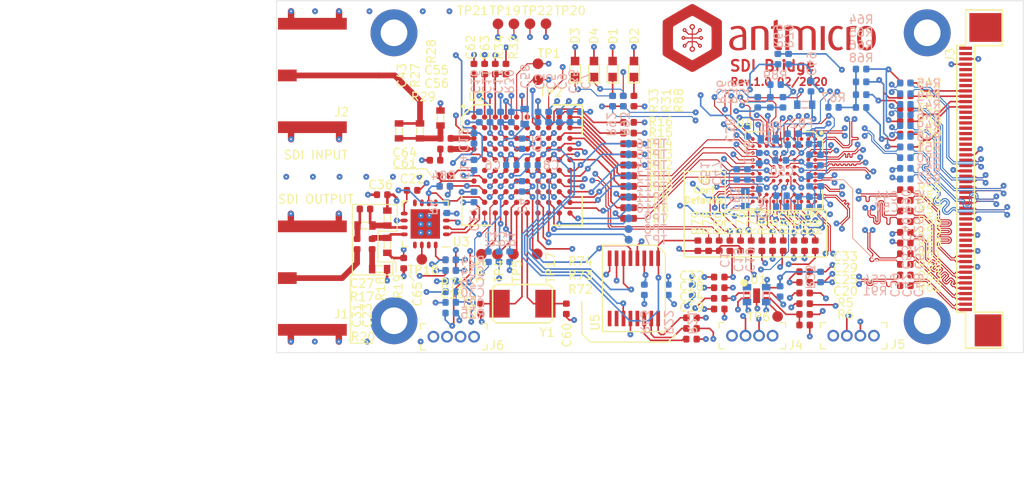
<source format=kicad_pcb>
(kicad_pcb (version 20171130) (host pcbnew 5.1.5+dfsg1-2~bpo10+1)
  (layers (0 F.Cu signal) (1 In1.Cu power) (2 In2.Cu power hide) (3 In3.Cu signal hide) (4 In4.Cu signal hide) (31 B.Cu signal hide) (34 B.Paste user) (35 F.Paste user) (36 B.SilkS user) (37 F.SilkS user) (38 B.Mask user) (39 F.Mask user) (44 Edge.Cuts user))
  (net 0 "")
  (net 1 GNDREF)
  (net 2 +1V2)
  (net 3 GNDA)
  (net 4 VPP)
  (net 5 +3.3VA)
  (net 6 +3V3)
  (net 7 /XTAL2)
  (net 8 /XTAL1)
  (net 9 /AGCP)
  (net 10 /LF)
  (net 11 /VBG)
  (net 12 /AGCN)
  (net 13 /DOUT10)
  (net 14 /DOUT11)
  (net 15 /DOUT12)
  (net 16 /DOUT13)
  (net 17 /DOUT14)
  (net 18 /DOUT15)
  (net 19 /DOUT16)
  (net 20 /DOUT17)
  (net 21 /DOUT18)
  (net 22 /DOUT19)
  (net 23 /PCLK)
  (net 24 /H_HSYNC)
  (net 25 /V_VSYNC)
  (net 26 /20bit_~10bit~)
  (net 27 /~SMPTE_BYPASS~)
  (net 28 /DVB_ASI)
  (net 29 /F_DE)
  (net 30 /LOCKED)
  (net 31 /Y_1ANC)
  (net 32 /DATA_ERRORb)
  (net 33 /TIM_861)
  (net 34 /~RC_BYP~)
  (net 35 "Net-(R1-Pad2)")
  (net 36 /AUDIO_MASTER_CLK)
  (net 37 "Net-(R2-Pad2)")
  (net 38 /AUDIO_SERIAL_BIT_CLK)
  (net 39 "Net-(R3-Pad2)")
  (net 40 /D0)
  (net 41 /D1)
  (net 42 /D2)
  (net 43 /D3)
  (net 44 /D4)
  (net 45 /D5)
  (net 46 /D6)
  (net 47 /D7)
  (net 48 /D8)
  (net 49 /D9)
  (net 50 /D10)
  (net 51 /D11)
  (net 52 /D12)
  (net 53 /D13)
  (net 54 /D14)
  (net 55 /D15)
  (net 56 /D16)
  (net 57 /D17)
  (net 58 /D18)
  (net 59 /D19)
  (net 60 /LB_CONT)
  (net 61 /IOPROC_EN_~DIS~)
  (net 62 /SCLK_TCK)
  (net 63 /SDIN_TDI)
  (net 64 /JTAG_~HOST~)
  (net 65 /~CS~_TMS)
  (net 66 /SDOUT_TDO)
  (net 67 /SW_EN)
  (net 68 /RST_TRST)
  (net 69 /AUDIO_OUTPUT_CH7_8)
  (net 70 /AUDIO_OUTPUT_CH5_6)
  (net 71 /AUDIO_OUTPUT_CH3_4)
  (net 72 /AUDIO_OUTPUT_CH1_2)
  (net 73 /Audio_EN_~DIS~)
  (net 74 /STANDBY)
  (net 75 /SDO_EN_DIS)
  (net 76 "Net-(D1-Pad1)")
  (net 77 VDD)
  (net 78 /GNDPLL_DPHY)
  (net 79 /GNDGPLL)
  (net 80 /RST)
  (net 81 /AUDIO_WORD_CLK)
  (net 82 "Net-(U3-Pad15)")
  (net 83 "Net-(U3-Pad13)")
  (net 84 "Net-(U3-Pad8)")
  (net 85 "Net-(U3-Pad7)")
  (net 86 "Net-(U3-Pad5)")
  (net 87 /SCL_CL)
  (net 88 /SDA_CL)
  (net 89 /SCL_GS)
  (net 90 /SDA_GS)
  (net 91 /MIPI0_CLK_P)
  (net 92 /MIPI0_CLK_N)
  (net 93 /MIPI0_D0_P)
  (net 94 /MIPI0_D0_N)
  (net 95 /MIPI0_D1_P)
  (net 96 /MIPI0_D1_N)
  (net 97 /MIPI0_D2_P)
  (net 98 /MIPI0_D2_N)
  (net 99 /MIPI0_D3_P)
  (net 100 /MIPI0_D3_N)
  (net 101 /MIPI1_CLK_P)
  (net 102 /MIPI1_CLK_N)
  (net 103 /MIPI1_D0_P)
  (net 104 /MIPI1_D0_N)
  (net 105 /MIPI1_D1_P)
  (net 106 /MIPI1_D1_N)
  (net 107 /MIPI1_D2_P)
  (net 108 /MIPI1_D2_N)
  (net 109 /MIPI1_D3_P)
  (net 110 /MIPI1_D3_N)
  (net 111 "Net-(R4-Pad2)")
  (net 112 /DPHY0_CLK_N)
  (net 113 /DPHY0_CLK_P)
  (net 114 /DPHY0_D0_N)
  (net 115 /DPHY0_D0_P)
  (net 116 /DPHY0_D1_N)
  (net 117 /DPHY0_D1_P)
  (net 118 /DPHY0_D2_N)
  (net 119 /DPHY0_D2_P)
  (net 120 /DPHY0_D3_N)
  (net 121 /DPHY0_D3_P)
  (net 122 /DPHY1_CLK_N)
  (net 123 /DPHY1_CLK_P)
  (net 124 /DPHY1_D0_N)
  (net 125 /DPHY1_D0_P)
  (net 126 /DPHY1_D1_N)
  (net 127 /DPHY1_D1_P)
  (net 128 /DPHY1_D2_N)
  (net 129 /DPHY1_D2_P)
  (net 130 /DPHY1_D3_N)
  (net 131 /DPHY1_D3_P)
  (net 132 "Net-(TP18-Pad1)")
  (net 133 "Net-(U5-Pad9)")
  (net 134 "Net-(U5-Pad10)")
  (net 135 "Net-(U5-Pad13)")
  (net 136 "Net-(U5-Pad2)")
  (net 137 "Net-(C10-Pad2)")
  (net 138 "Net-(C23-Pad1)")
  (net 139 "Net-(C23-Pad2)")
  (net 140 "Net-(C27-Pad1)")
  (net 141 "Net-(C27-Pad2)")
  (net 142 "Net-(C31-Pad1)")
  (net 143 "Net-(C43-Pad1)")
  (net 144 "Net-(C43-Pad2)")
  (net 145 "Net-(C45-Pad1)")
  (net 146 "Net-(C56-Pad2)")
  (net 147 "Net-(J3-Pad50)")
  (net 148 "Net-(J3-Pad49)")
  (net 149 "Net-(J3-Pad46)")
  (net 150 "Net-(J3-Pad45)")
  (net 151 "Net-(J3-Pad44)")
  (net 152 "Net-(J3-Pad43)")
  (net 153 "Net-(J3-Pad38)")
  (net 154 "Net-(J3-Pad37)")
  (net 155 "Net-(J3-Pad36)")
  (net 156 "Net-(J3-Pad35)")
  (net 157 "Net-(J3-Pad34)")
  (net 158 "Net-(J3-Pad32)")
  (net 159 "Net-(J3-Pad31)")
  (net 160 "Net-(J3-Pad17)")
  (net 161 "Net-(J3-Pad16)")
  (net 162 "Net-(J3-Pad14)")
  (net 163 "Net-(J3-Pad13)")
  (net 164 "Net-(R5-Pad2)")
  (net 165 "Net-(R35-Pad1)")
  (net 166 "Net-(TP6-Pad1)")
  (net 167 "Net-(TP17-Pad1)")
  (net 168 "Net-(U2-PadB3)")
  (net 169 "Net-(U2-PadF2)")
  (net 170 IO_VDD)
  (net 171 VCCA_DPHY)
  (net 172 VCO_VDD)
  (net 173 VCC_IO)
  (net 174 /SCL2)
  (net 175 /SDA2)
  (net 176 /SCL1)
  (net 177 /SDA1)
  (net 178 "Net-(R43-Pad2)")
  (net 179 "Net-(R64-Pad1)")
  (net 180 "Net-(R71-Pad2)")
  (net 181 "Net-(R72-Pad2)")
  (net 182 "Net-(R73-Pad2)")
  (net 183 "Net-(R74-Pad2)")
  (net 184 "Net-(D2-Pad1)")
  (net 185 /LOCKED_CL)
  (net 186 /CDONE)
  (net 187 "Net-(R90-Pad2)")
  (net 188 "Net-(R91-Pad2)")
  (net 189 VCCGPLL)
  (net 190 /SDI_P)
  (net 191 "Net-(D3-Pad1)")
  (net 192 "Net-(D4-Pad1)")
  (net 193 /LED_1)
  (net 194 /LED_2)
  (net 195 /SDI_N)
  (net 196 /SDO_N)
  (net 197 /SDO_P)
  (module SDI-bridge-footprints:Testpoint_smd_1mm (layer F.Cu) (at 111.61 124.19 180)
    (fp_text reference TP18 (at -0.14 -1.06) (layer F.SilkS) (effects (font (size 0.8 0.8) (thickness 0.12))))
    (fp_text value TP_SMD1MM hide)
    (pad 1 smd circle (at 0 -0.0508 180) (size 1 1) (layers F.Cu F.Mask) (net 132 "Net-(TP18-Pad1)"))
  )
  (module SDI-bridge-footprints:0402-res (layer B.Cu) (at 130.5 109.4 270)
    (fp_text reference R93 (at 2.15 -0.12 270 unlocked) (layer B.SilkS) (effects (font (size 0.8 0.8) (thickness 0.12)) (justify mirror)))
    (fp_text value R_100R_0402)
    (pad 2 smd roundrect (at 0.485 0 270) (size 0.59 0.64) (layers B.Cu B.Paste B.Mask) (net 194 /LED_2))
    (pad 1 smd roundrect (at -0.485 0 270) (size 0.59 0.64) (layers B.Cu B.Paste B.Mask) (net 192 "Net-(D4-Pad1)"))
  )
  (module SDI-bridge-footprints:0402-res (layer B.Cu) (at 129.5 109.4 270)
    (fp_text reference R92 (at 2.17 0.16 270 unlocked) (layer B.SilkS) (effects (font (size 0.8 0.8) (thickness 0.12)) (justify mirror)))
    (fp_text value R_100R_0402)
    (pad 2 smd roundrect (at 0.485 0 270) (size 0.59 0.64) (layers B.Cu B.Paste B.Mask) (net 193 /LED_1))
    (pad 1 smd roundrect (at -0.485 0 270) (size 0.59 0.64) (layers B.Cu B.Paste B.Mask) (net 191 "Net-(D3-Pad1)"))
  )
  (module SDI-bridge-footprints:LED_0603 (layer F.Cu) (at 127.75 106.4 90)
    (fp_text reference D4 (at 3.11 0.01 90) (layer F.SilkS) (effects (font (size 0.8 0.8) (thickness 0.12))))
    (fp_text value LG_L29K-G2J1-24-Z)
    (pad 2 smd rect (at 0.75 0 90) (size 0.8 0.8) (layers F.Cu F.Paste F.Mask) (net 3 GNDA))
    (pad 1 smd rect (at -0.75 0 90) (size 0.8 0.8) (layers F.Cu F.Paste F.Mask) (net 192 "Net-(D4-Pad1)"))
  )
  (module SDI-bridge-footprints:LED_0603 (layer F.Cu) (at 125.98 106.4 90)
    (fp_text reference D3 (at 3.13 0.02 90) (layer F.SilkS) (effects (font (size 0.8 0.8) (thickness 0.12))))
    (fp_text value LG_L29K-G2J1-24-Z)
    (pad 2 smd rect (at 0.75 0 90) (size 0.8 0.8) (layers F.Cu F.Paste F.Mask) (net 3 GNDA))
    (pad 1 smd rect (at -0.75 0 90) (size 0.8 0.8) (layers F.Cu F.Paste F.Mask) (net 191 "Net-(D3-Pad1)"))
  )
  (module antmicro-footprints:PinHeader_1x4_P1.27mm_Drill.7mm (layer F.Cu) (at 112.7 131.496)
    (fp_text reference J6 (at 5.95 0.814) (layer F.SilkS) (effects (font (size 0.8 0.8) (thickness 0.12))))
    (fp_text value MC-HVT1-S04-G)
    (pad 1 thru_hole circle (at 0 0) (size 1.1 1.1) (drill 0.7) (layers *.Cu *.Mask) (net 72 /AUDIO_OUTPUT_CH1_2))
    (pad 2 thru_hole circle (at 1.27 0) (size 1.1 1.1) (drill 0.7) (layers *.Cu *.Mask) (net 81 /AUDIO_WORD_CLK))
    (pad 3 thru_hole circle (at 2.54 0) (size 1.1 1.1) (drill 0.7) (layers *.Cu *.Mask) (net 36 /AUDIO_MASTER_CLK))
    (pad 4 thru_hole circle (at 3.81 0) (size 1.1 1.1) (drill 0.7) (layers *.Cu *.Mask) (net 38 /AUDIO_SERIAL_BIT_CLK))
  )
  (module SDI-bridge-footprints:BGA-80pin_ckfBGA80_7.0x7.0mm (layer F.Cu) (at 145.57 115.89 270)
    (fp_text reference U4 (at -4.38 3.71 180) (layer F.SilkS) (effects (font (size 0.8 0.8) (thickness 0.12))))
    (fp_text value CrossLink_LIF-MD6000-6JMG80I)
    (pad K10 smd circle (at 2.925 2.925 270) (size 0.35 0.35) (layers F.Cu F.Paste F.Mask) (net 28 /DVB_ASI))
    (pad J10 smd circle (at 2.925 2.275 270) (size 0.35 0.35) (layers F.Cu F.Paste F.Mask) (net 72 /AUDIO_OUTPUT_CH1_2))
    (pad H10 smd circle (at 2.925 1.625 270) (size 0.35 0.35) (layers F.Cu F.Paste F.Mask) (net 38 /AUDIO_SERIAL_BIT_CLK))
    (pad G10 smd circle (at 2.925 0.975 270) (size 0.35 0.35) (layers F.Cu F.Paste F.Mask) (net 34 /~RC_BYP~))
    (pad F10 smd circle (at 2.925 0.325 270) (size 0.35 0.35) (layers F.Cu F.Paste F.Mask) (net 31 /Y_1ANC))
    (pad E10 smd circle (at 2.925 -0.325 270) (size 0.35 0.35) (layers F.Cu F.Paste F.Mask) (net 32 /DATA_ERRORb))
    (pad D10 smd circle (at 2.925 -0.975 270) (size 0.35 0.35) (layers F.Cu F.Paste F.Mask) (net 68 /RST_TRST))
    (pad C10 smd circle (at 2.925 -1.625 270) (size 0.35 0.35) (layers F.Cu F.Paste F.Mask) (net 1 GNDREF))
    (pad B10 smd circle (at 2.925 -2.275 270) (size 0.35 0.35) (layers F.Cu F.Paste F.Mask) (net 121 /DPHY0_D3_P))
    (pad A10 smd circle (at 2.925 -2.925 270) (size 0.35 0.35) (layers F.Cu F.Paste F.Mask) (net 120 /DPHY0_D3_N))
    (pad K9 smd circle (at 2.275 2.925 270) (size 0.35 0.35) (layers F.Cu F.Paste F.Mask) (net 27 /~SMPTE_BYPASS~))
    (pad J9 smd circle (at 2.275 2.275 270) (size 0.35 0.35) (layers F.Cu F.Paste F.Mask) (net 36 /AUDIO_MASTER_CLK))
    (pad H9 smd circle (at 2.275 1.625 270) (size 0.35 0.35) (layers F.Cu F.Paste F.Mask) (net 67 /SW_EN))
    (pad G9 smd circle (at 2.275 0.975 270) (size 0.35 0.35) (layers F.Cu F.Paste F.Mask) (net 33 /TIM_861))
    (pad F9 smd circle (at 2.275 0.325 270) (size 0.35 0.35) (layers F.Cu F.Paste F.Mask) (net 29 /F_DE))
    (pad E9 smd circle (at 2.275 -0.325 270) (size 0.35 0.35) (layers F.Cu F.Paste F.Mask) (net 74 /STANDBY))
    (pad D9 smd circle (at 2.275 -0.975 270) (size 0.35 0.35) (layers F.Cu F.Paste F.Mask) (net 64 /JTAG_~HOST~))
    (pad C9 smd circle (at 2.275 -1.625 270) (size 0.35 0.35) (layers F.Cu F.Paste F.Mask) (net 1 GNDREF))
    (pad B9 smd circle (at 2.275 -2.275 270) (size 0.35 0.35) (layers F.Cu F.Paste F.Mask) (net 117 /DPHY0_D1_P))
    (pad A9 smd circle (at 2.275 -2.925 270) (size 0.35 0.35) (layers F.Cu F.Paste F.Mask) (net 116 /DPHY0_D1_N))
    (pad K8 smd circle (at 1.625 2.925 270) (size 0.35 0.35) (layers F.Cu F.Paste F.Mask) (net 26 /20bit_~10bit~))
    (pad J8 smd circle (at 1.625 2.275 270) (size 0.35 0.35) (layers F.Cu F.Paste F.Mask) (net 81 /AUDIO_WORD_CLK))
    (pad B8 smd circle (at 1.625 -2.275 270) (size 0.35 0.35) (layers F.Cu F.Paste F.Mask) (net 113 /DPHY0_CLK_P))
    (pad A8 smd circle (at 1.625 -2.925 270) (size 0.35 0.35) (layers F.Cu F.Paste F.Mask) (net 112 /DPHY0_CLK_N))
    (pad K7 smd circle (at 0.975 2.925 270) (size 0.35 0.35) (layers F.Cu F.Paste F.Mask) (net 18 /DOUT15))
    (pad J7 smd circle (at 0.975 2.275 270) (size 0.35 0.35) (layers F.Cu F.Paste F.Mask) (net 13 /DOUT10))
    (pad G7 smd circle (at 0.975 0.975 270) (size 0.35 0.35) (layers F.Cu F.Paste F.Mask) (net 79 /GNDGPLL))
    (pad F7 smd circle (at 0.975 0.325 270) (size 0.35 0.35) (layers F.Cu F.Paste F.Mask) (net 173 VCC_IO))
    (pad E7 smd circle (at 0.975 -0.325 270) (size 0.35 0.35) (layers F.Cu F.Paste F.Mask) (net 188 "Net-(R91-Pad2)"))
    (pad D7 smd circle (at 0.975 -0.975 270) (size 0.35 0.35) (layers F.Cu F.Paste F.Mask) (net 188 "Net-(R91-Pad2)"))
    (pad B7 smd circle (at 0.975 -2.275 270) (size 0.35 0.35) (layers F.Cu F.Paste F.Mask) (net 115 /DPHY0_D0_P))
    (pad A7 smd circle (at 0.975 -2.925 270) (size 0.35 0.35) (layers F.Cu F.Paste F.Mask) (net 114 /DPHY0_D0_N))
    (pad K6 smd circle (at 0.325 2.925 270) (size 0.35 0.35) (layers F.Cu F.Paste F.Mask) (net 19 /DOUT16))
    (pad J6 smd circle (at 0.325 2.275 270) (size 0.35 0.35) (layers F.Cu F.Paste F.Mask) (net 14 /DOUT11))
    (pad G6 smd circle (at 0.325 0.975 270) (size 0.35 0.35) (layers F.Cu F.Paste F.Mask) (net 189 VCCGPLL))
    (pad F6 smd circle (at 0.325 0.325 270) (size 0.35 0.35) (layers F.Cu F.Paste F.Mask) (net 173 VCC_IO))
    (pad E6 smd circle (at 0.325 -0.325 270) (size 0.35 0.35) (layers F.Cu F.Paste F.Mask) (net 2 +1V2))
    (pad D6 smd circle (at 0.325 -0.975 270) (size 0.35 0.35) (layers F.Cu F.Paste F.Mask) (net 78 /GNDPLL_DPHY))
    (pad B6 smd circle (at 0.325 -2.275 270) (size 0.35 0.35) (layers F.Cu F.Paste F.Mask) (net 119 /DPHY0_D2_P))
    (pad A6 smd circle (at 0.325 -2.925 270) (size 0.35 0.35) (layers F.Cu F.Paste F.Mask) (net 118 /DPHY0_D2_N))
    (pad K5 smd circle (at -0.325 2.925 270) (size 0.35 0.35) (layers F.Cu F.Paste F.Mask) (net 20 /DOUT17))
    (pad J5 smd circle (at -0.325 2.275 270) (size 0.35 0.35) (layers F.Cu F.Paste F.Mask) (net 15 /DOUT12))
    (pad G5 smd circle (at -0.325 0.975 270) (size 0.35 0.35) (layers F.Cu F.Paste F.Mask) (net 1 GNDREF))
    (pad F5 smd circle (at -0.325 0.325 270) (size 0.35 0.35) (layers F.Cu F.Paste F.Mask) (net 173 VCC_IO))
    (pad E5 smd circle (at -0.325 -0.325 270) (size 0.35 0.35) (layers F.Cu F.Paste F.Mask) (net 1 GNDREF))
    (pad D5 smd circle (at -0.325 -0.975 270) (size 0.35 0.35) (layers F.Cu F.Paste F.Mask) (net 6 +3V3))
    (pad B5 smd circle (at -0.325 -2.275 270) (size 0.35 0.35) (layers F.Cu F.Paste F.Mask) (net 131 /DPHY1_D3_P))
    (pad A5 smd circle (at -0.325 -2.925 270) (size 0.35 0.35) (layers F.Cu F.Paste F.Mask) (net 130 /DPHY1_D3_N))
    (pad K4 smd circle (at -0.975 2.925 270) (size 0.35 0.35) (layers F.Cu F.Paste F.Mask) (net 21 /DOUT18))
    (pad J4 smd circle (at -0.975 2.275 270) (size 0.35 0.35) (layers F.Cu F.Paste F.Mask) (net 16 /DOUT13))
    (pad G4 smd circle (at -0.975 0.975 270) (size 0.35 0.35) (layers F.Cu F.Paste F.Mask) (net 173 VCC_IO))
    (pad F4 smd circle (at -0.975 0.325 270) (size 0.35 0.35) (layers F.Cu F.Paste F.Mask) (net 173 VCC_IO))
    (pad E4 smd circle (at -0.975 -0.325 270) (size 0.35 0.35) (layers F.Cu F.Paste F.Mask) (net 2 +1V2))
    (pad D4 smd circle (at -0.975 -0.975 270) (size 0.35 0.35) (layers F.Cu F.Paste F.Mask) (net 187 "Net-(R90-Pad2)"))
    (pad B4 smd circle (at -0.975 -2.275 270) (size 0.35 0.35) (layers F.Cu F.Paste F.Mask) (net 127 /DPHY1_D1_P))
    (pad A4 smd circle (at -0.975 -2.925 270) (size 0.35 0.35) (layers F.Cu F.Paste F.Mask) (net 126 /DPHY1_D1_N))
    (pad K3 smd circle (at -1.625 2.925 270) (size 0.35 0.35) (layers F.Cu F.Paste F.Mask) (net 22 /DOUT19))
    (pad J3 smd circle (at -1.625 2.275 270) (size 0.35 0.35) (layers F.Cu F.Paste F.Mask) (net 17 /DOUT14))
    (pad B3 smd circle (at -1.625 -2.275 270) (size 0.35 0.35) (layers F.Cu F.Paste F.Mask) (net 123 /DPHY1_CLK_P))
    (pad A3 smd circle (at -1.625 -2.925 270) (size 0.35 0.35) (layers F.Cu F.Paste F.Mask) (net 122 /DPHY1_CLK_N))
    (pad K2 smd circle (at -2.275 2.925 270) (size 0.35 0.35) (layers F.Cu F.Paste F.Mask) (net 73 /Audio_EN_~DIS~))
    (pad J2 smd circle (at -2.275 2.275 270) (size 0.35 0.35) (layers F.Cu F.Paste F.Mask) (net 186 /CDONE))
    (pad H2 smd circle (at -2.275 1.625 270) (size 0.35 0.35) (layers F.Cu F.Paste F.Mask) (net 165 "Net-(R35-Pad1)"))
    (pad G2 smd circle (at -2.275 0.975 270) (size 0.35 0.35) (layers F.Cu F.Paste F.Mask) (net 1 GNDREF))
    (pad F2 smd circle (at -2.275 0.325 270) (size 0.35 0.35) (layers F.Cu F.Paste F.Mask) (net 25 /V_VSYNC))
    (pad E2 smd circle (at -2.275 -0.325 270) (size 0.35 0.35) (layers F.Cu F.Paste F.Mask) (net 185 /LOCKED_CL))
    (pad D2 smd circle (at -2.275 -0.975 270) (size 0.35 0.35) (layers F.Cu F.Paste F.Mask) (net 187 "Net-(R90-Pad2)"))
    (pad C2 smd circle (at -2.275 -1.625 270) (size 0.35 0.35) (layers F.Cu F.Paste F.Mask) (net 1 GNDREF))
    (pad B2 smd circle (at -2.275 -2.275 270) (size 0.35 0.35) (layers F.Cu F.Paste F.Mask) (net 125 /DPHY1_D0_P))
    (pad A2 smd circle (at -2.275 -2.925 270) (size 0.35 0.35) (layers F.Cu F.Paste F.Mask) (net 124 /DPHY1_D0_N))
    (pad K1 smd circle (at -2.925 2.925 270) (size 0.35 0.35) (layers F.Cu F.Paste F.Mask) (net 194 /LED_2))
    (pad J1 smd circle (at -2.925 2.275 270) (size 0.35 0.35) (layers F.Cu F.Paste F.Mask) (net 88 /SDA_CL))
    (pad H1 smd circle (at -2.925 1.625 270) (size 0.35 0.35) (layers F.Cu F.Paste F.Mask) (net 87 /SCL_CL))
    (pad G1 smd circle (at -2.925 0.975 270) (size 0.35 0.35) (layers F.Cu F.Paste F.Mask) (net 193 /LED_1))
    (pad F1 smd circle (at -2.925 0.325 270) (size 0.35 0.35) (layers F.Cu F.Paste F.Mask) (net 24 /H_HSYNC))
    (pad E1 smd circle (at -2.925 -0.325 270) (size 0.35 0.35) (layers F.Cu F.Paste F.Mask) (net 23 /PCLK))
    (pad D1 smd circle (at -2.925 -0.975 270) (size 0.35 0.35) (layers F.Cu F.Paste F.Mask) (net 61 /IOPROC_EN_~DIS~))
    (pad C1 smd circle (at -2.925 -1.625 270) (size 0.35 0.35) (layers F.Cu F.Paste F.Mask) (net 1 GNDREF))
    (pad B1 smd circle (at -2.925 -2.275 270) (size 0.35 0.35) (layers F.Cu F.Paste F.Mask) (net 129 /DPHY1_D2_P))
    (pad A1 smd circle (at -2.925 -2.925 270) (size 0.35 0.35) (layers F.Cu F.Paste F.Mask) (net 128 /DPHY1_D2_N))
  )
  (module SDI-bridge-footprints:Testpoint_smd_1mm (layer F.Cu) (at 121.75 102.2008)
    (fp_text reference TP22 (at 0.72 -1.2708) (layer F.SilkS) (effects (font (size 0.8 0.8) (thickness 0.12))))
    (fp_text value TP_SMD1MM hide)
    (pad 1 smd circle (at 0 -0.0508) (size 1 1) (layers F.Cu F.Mask) (net 32 /DATA_ERRORb))
  )
  (module SDI-bridge-footprints:Testpoint_smd_1mm (layer F.Cu) (at 118.75 102.215)
    (fp_text reference TP21 (at -2.36 -1.285) (layer F.SilkS) (effects (font (size 0.8 0.8) (thickness 0.12))))
    (fp_text value TP_SMD1MM hide)
    (pad 1 smd circle (at 0 -0.0508) (size 1 1) (layers F.Cu F.Mask) (net 31 /Y_1ANC))
  )
  (module SDI-bridge-footprints:Testpoint_smd_1mm (layer F.Cu) (at 123.25 102.2008)
    (fp_text reference TP20 (at 2.26 -1.2708) (layer F.SilkS) (effects (font (size 0.8 0.8) (thickness 0.12))))
    (fp_text value TP_SMD1MM hide)
    (pad 1 smd circle (at 0 -0.0508) (size 1 1) (layers F.Cu F.Mask) (net 30 /LOCKED))
  )
  (module SDI-bridge-footprints:Testpoint_smd_1mm (layer F.Cu) (at 120.245 102.215)
    (fp_text reference TP19 (at -0.815 -1.285) (layer F.SilkS) (effects (font (size 0.8 0.8) (thickness 0.12))))
    (fp_text value TP_SMD1MM hide)
    (pad 1 smd circle (at 0 -0.0508) (size 1 1) (layers F.Cu F.Mask) (net 29 /F_DE))
  )
  (module SDI-bridge-footprints:QFN-16_EP_4x4_Pitch0.65mm (layer F.Cu) (at 111.935 120.925 180)
    (fp_text reference U3 (at -3.365 -1.675) (layer F.SilkS) (effects (font (size 0.8 0.8) (thickness 0.12))))
    (fp_text value GS2988)
    (pad 17 smd rect (at 0 0 180) (size 2.76 2.76) (layers F.Cu F.Paste F.Mask) (net 3 GNDA))
    (pad 16 smd oval (at -0.975 -1.975 180) (size 0.35 0.65) (layers F.Cu F.Paste F.Mask) (net 180 "Net-(R71-Pad2)"))
    (pad 15 smd oval (at -0.325 -1.975 180) (size 0.35 0.65) (layers F.Cu F.Paste F.Mask) (net 82 "Net-(U3-Pad15)"))
    (pad 14 smd oval (at 0.325 -1.975 180) (size 0.35 0.65) (layers F.Cu F.Paste F.Mask) (net 132 "Net-(TP18-Pad1)"))
    (pad 13 smd oval (at 0.975 -1.975 180) (size 0.35 0.65) (layers F.Cu F.Paste F.Mask) (net 83 "Net-(U3-Pad13)"))
    (pad 12 smd oval (at 1.975 -0.975 270) (size 0.35 0.65) (layers F.Cu F.Paste F.Mask) (net 138 "Net-(C23-Pad1)"))
    (pad 11 smd oval (at 1.975 -0.325 270) (size 0.35 0.65) (layers F.Cu F.Paste F.Mask) (net 141 "Net-(C27-Pad2)"))
    (pad 10 smd oval (at 1.975 0.325 270) (size 0.35 0.65) (layers F.Cu F.Paste F.Mask) (net 3 GNDA))
    (pad 9 smd oval (at 1.975 0.975 270) (size 0.35 0.65) (layers F.Cu F.Paste F.Mask) (net 77 VDD))
    (pad 8 smd oval (at 0.975 1.975 180) (size 0.35 0.65) (layers F.Cu F.Paste F.Mask) (net 84 "Net-(U3-Pad8)"))
    (pad 7 smd oval (at 0.325 1.975 180) (size 0.35 0.65) (layers F.Cu F.Paste F.Mask) (net 85 "Net-(U3-Pad7)"))
    (pad 6 smd oval (at -0.325 1.975 180) (size 0.35 0.65) (layers F.Cu F.Paste F.Mask) (net 75 /SDO_EN_DIS))
    (pad 5 smd oval (at -0.975 1.975 180) (size 0.35 0.65) (layers F.Cu F.Paste F.Mask) (net 86 "Net-(U3-Pad5)"))
    (pad 4 smd oval (at -1.975 0.975 270) (size 0.35 0.65) (layers F.Cu F.Paste F.Mask) (net 111 "Net-(R4-Pad2)"))
    (pad 3 smd oval (at -1.975 0.325 270) (size 0.35 0.65) (layers F.Cu F.Paste F.Mask) (net 3 GNDA))
    (pad 2 smd oval (at -1.975 -0.325 270) (size 0.35 0.65) (layers F.Cu F.Paste F.Mask) (net 196 /SDO_N))
    (pad 1 smd oval (at -1.975 -0.975 270) (size 0.35 0.65) (layers F.Cu F.Paste F.Mask) (net 197 /SDO_P))
  )
  (module SDI-bridge-footprints:0402-res (layer B.Cu) (at 145.315 119.295)
    (fp_text reference R91 (at 8.785 7.915 unlocked) (layer B.SilkS) (effects (font (size 0.8 0.8) (thickness 0.12)) (justify mirror)))
    (fp_text value R_0R_0402)
    (pad 2 smd roundrect (at 0.485 0) (size 0.59 0.64) (layers B.Cu B.Paste B.Mask) (net 188 "Net-(R91-Pad2)"))
    (pad 1 smd roundrect (at -0.485 0) (size 0.59 0.64) (layers B.Cu B.Paste B.Mask) (net 171 VCCA_DPHY))
  )
  (module SDI-bridge-footprints:0402-res (layer B.Cu) (at 147.925 112.925 270)
    (fp_text reference R90 (at 5.885 -9.075 270 unlocked) (layer B.SilkS) (effects (font (size 0.8 0.8) (thickness 0.12)) (justify mirror)))
    (fp_text value R_0R_0402)
    (pad 2 smd roundrect (at 0.485 0 270) (size 0.59 0.64) (layers B.Cu B.Paste B.Mask) (net 187 "Net-(R90-Pad2)"))
    (pad 1 smd roundrect (at -0.485 0 270) (size 0.59 0.64) (layers B.Cu B.Paste B.Mask) (net 171 VCCA_DPHY))
  )
  (module SDI-bridge-footprints:0402-res (layer B.Cu) (at 144.78 107.86 180)
    (fp_text reference R89 (at 0.03 0.89 unlocked) (layer B.SilkS) (effects (font (size 0.8 0.8) (thickness 0.12)) (justify mirror)))
    (fp_text value R_0R_0402)
    (pad 2 smd roundrect (at 0.485 0 180) (size 0.59 0.64) (layers B.Cu B.Paste B.Mask) (net 165 "Net-(R35-Pad1)"))
    (pad 1 smd roundrect (at -0.485 0 180) (size 0.59 0.64) (layers B.Cu B.Paste B.Mask) (net 1 GNDREF))
  )
  (module SDI-bridge-footprints:0402-res (layer F.Cu) (at 131.5 109.4 270)
    (fp_text reference R88 (at -0.05 -4.21 90) (layer F.SilkS) (effects (font (size 0.8 0.8) (thickness 0.12))))
    (fp_text value R_100R_0402)
    (pad 2 smd roundrect (at 0.485 0 270) (size 0.59 0.64) (layers F.Cu F.Paste F.Mask) (net 186 /CDONE))
    (pad 1 smd roundrect (at -0.485 0 270) (size 0.59 0.64) (layers F.Cu F.Paste F.Mask) (net 184 "Net-(D2-Pad1)"))
  )
  (module SDI-bridge-footprints:0402-res (layer F.Cu) (at 144.495 122.965 270)
    (fp_text reference R87 (at -2.12 -0.09863 90) (layer F.SilkS) (effects (font (size 0.8 0.8) (thickness 0.12))))
    (fp_text value R_0R_0402)
    (pad 2 smd roundrect (at 0.485 0 270) (size 0.59 0.64) (layers F.Cu F.Paste F.Mask) (net 170 IO_VDD))
    (pad 1 smd roundrect (at -0.485 0 270) (size 0.59 0.64) (layers F.Cu F.Paste F.Mask) (net 33 /TIM_861))
  )
  (module SDI-bridge-footprints:0402-res (layer F.Cu) (at 143.495 122.965 270)
    (fp_text reference R86 (at -2.12 -0.06454 90) (layer F.SilkS) (effects (font (size 0.8 0.8) (thickness 0.12))))
    (fp_text value R_0R_0402)
    (pad 2 smd roundrect (at 0.485 0 270) (size 0.59 0.64) (layers F.Cu F.Paste F.Mask) (net 170 IO_VDD))
    (pad 1 smd roundrect (at -0.485 0 270) (size 0.59 0.64) (layers F.Cu F.Paste F.Mask) (net 67 /SW_EN))
  )
  (module SDI-bridge-footprints:0402-res (layer F.Cu) (at 146.495 122.965 270)
    (fp_text reference R85 (at -2.12 -0.16681 90) (layer F.SilkS) (effects (font (size 0.8 0.8) (thickness 0.12))))
    (fp_text value R_0R_0402)
    (pad 2 smd roundrect (at 0.485 0 270) (size 0.59 0.64) (layers F.Cu F.Paste F.Mask) (net 3 GNDA))
    (pad 1 smd roundrect (at -0.485 0 270) (size 0.59 0.64) (layers F.Cu F.Paste F.Mask) (net 74 /STANDBY))
  )
  (module SDI-bridge-footprints:0402-res (layer B.Cu) (at 113.755 117.38)
    (fp_text reference R84 (at -0.11 -0.97 unlocked) (layer B.SilkS) (effects (font (size 0.8 0.8) (thickness 0.12)) (justify mirror)))
    (fp_text value R_0R_0402)
    (pad 2 smd roundrect (at 0.485 0) (size 0.59 0.64) (layers B.Cu B.Paste B.Mask) (net 170 IO_VDD))
    (pad 1 smd roundrect (at -0.485 0) (size 0.59 0.64) (layers B.Cu B.Paste B.Mask) (net 75 /SDO_EN_DIS))
  )
  (module SDI-bridge-footprints:0402-res (layer F.Cu) (at 148.495 122.965 270)
    (fp_text reference R83 (at -2.12 -0.23499 90) (layer F.SilkS) (effects (font (size 0.8 0.8) (thickness 0.12))))
    (fp_text value R_0R_0402)
    (pad 2 smd roundrect (at 0.485 0 270) (size 0.59 0.64) (layers F.Cu F.Paste F.Mask) (net 170 IO_VDD))
    (pad 1 smd roundrect (at -0.485 0 270) (size 0.59 0.64) (layers F.Cu F.Paste F.Mask) (net 68 /RST_TRST))
  )
  (module SDI-bridge-footprints:0402-res (layer F.Cu) (at 145.495 122.965 270)
    (fp_text reference R82 (at -2.12 -0.13272 90) (layer F.SilkS) (effects (font (size 0.8 0.8) (thickness 0.12))))
    (fp_text value R_0R_0402)
    (pad 2 smd roundrect (at 0.485 0 270) (size 0.59 0.64) (layers F.Cu F.Paste F.Mask) (net 170 IO_VDD))
    (pad 1 smd roundrect (at -0.485 0 270) (size 0.59 0.64) (layers F.Cu F.Paste F.Mask) (net 34 /~RC_BYP~))
  )
  (module SDI-bridge-footprints:0402-res (layer F.Cu) (at 147.495 122.965 270)
    (fp_text reference R81 (at -2.12 -0.2009 90) (layer F.SilkS) (effects (font (size 0.8 0.8) (thickness 0.12))))
    (fp_text value R_0R_0402)
    (pad 2 smd roundrect (at 0.485 0 270) (size 0.59 0.64) (layers F.Cu F.Paste F.Mask) (net 3 GNDA))
    (pad 1 smd roundrect (at -0.485 0 270) (size 0.59 0.64) (layers F.Cu F.Paste F.Mask) (net 64 /JTAG_~HOST~))
  )
  (module SDI-bridge-footprints:0402-res (layer F.Cu) (at 139.495 122.965 270)
    (fp_text reference R80 (at -2.12 0.07182 90) (layer F.SilkS) (effects (font (size 0.8 0.8) (thickness 0.12))))
    (fp_text value R_0R_0402)
    (pad 2 smd roundrect (at 0.485 0 270) (size 0.59 0.64) (layers F.Cu F.Paste F.Mask) (net 170 IO_VDD))
    (pad 1 smd roundrect (at -0.485 0 270) (size 0.59 0.64) (layers F.Cu F.Paste F.Mask) (net 61 /IOPROC_EN_~DIS~))
  )
  (module SDI-bridge-footprints:0402-res (layer F.Cu) (at 137.495 122.965 270)
    (fp_text reference R79 (at -2.12 0.14 90) (layer F.SilkS) (effects (font (size 0.8 0.8) (thickness 0.12))))
    (fp_text value R_0R_0402)
    (pad 2 smd roundrect (at 0.485 0 270) (size 0.59 0.64) (layers F.Cu F.Paste F.Mask) (net 170 IO_VDD))
    (pad 1 smd roundrect (at -0.485 0 270) (size 0.59 0.64) (layers F.Cu F.Paste F.Mask) (net 65 /~CS~_TMS))
  )
  (module SDI-bridge-footprints:0402-res (layer F.Cu) (at 138.5 122.965 270)
    (fp_text reference R78 (at -2.12 0.11091 90) (layer F.SilkS) (effects (font (size 0.8 0.8) (thickness 0.12))))
    (fp_text value R_0R_0402)
    (pad 2 smd roundrect (at 0.485 0 270) (size 0.59 0.64) (layers F.Cu F.Paste F.Mask) (net 170 IO_VDD))
    (pad 1 smd roundrect (at -0.485 0 270) (size 0.59 0.64) (layers F.Cu F.Paste F.Mask) (net 73 /Audio_EN_~DIS~))
  )
  (module SDI-bridge-footprints:0402-res (layer F.Cu) (at 140.495 122.965 270)
    (fp_text reference R77 (at -2.12 0.03773 90) (layer F.SilkS) (effects (font (size 0.8 0.8) (thickness 0.12))))
    (fp_text value R_0R_0402)
    (pad 2 smd roundrect (at 0.485 0 270) (size 0.59 0.64) (layers F.Cu F.Paste F.Mask) (net 3 GNDA))
    (pad 1 smd roundrect (at -0.485 0 270) (size 0.59 0.64) (layers F.Cu F.Paste F.Mask) (net 26 /20bit_~10bit~))
  )
  (module SDI-bridge-footprints:0402-res (layer F.Cu) (at 141.495 122.965 270)
    (fp_text reference R76 (at -2.12 0.00364 90) (layer F.SilkS) (effects (font (size 0.8 0.8) (thickness 0.12))))
    (fp_text value R_0R_0402)
    (pad 2 smd roundrect (at 0.485 0 270) (size 0.59 0.64) (layers F.Cu F.Paste F.Mask) (net 170 IO_VDD))
    (pad 1 smd roundrect (at -0.485 0 270) (size 0.59 0.64) (layers F.Cu F.Paste F.Mask) (net 27 /~SMPTE_BYPASS~))
  )
  (module SDI-bridge-footprints:0402-res (layer F.Cu) (at 142.495 122.965 270)
    (fp_text reference R75 (at -2.12 -0.03045 90) (layer F.SilkS) (effects (font (size 0.8 0.8) (thickness 0.12))))
    (fp_text value R_0R_0402)
    (pad 2 smd roundrect (at 0.485 0 270) (size 0.59 0.64) (layers F.Cu F.Paste F.Mask) (net 3 GNDA))
    (pad 1 smd roundrect (at -0.485 0 270) (size 0.59 0.64) (layers F.Cu F.Paste F.Mask) (net 28 /DVB_ASI))
  )
  (module SDI-bridge-footprints:LED_0603 (layer F.Cu) (at 131.5 106.4 90)
    (fp_text reference D2 (at 3.11 0.04 90) (layer F.SilkS) (effects (font (size 0.8 0.8) (thickness 0.12))))
    (fp_text value LG_L29K-G2J1-24-Z)
    (pad 2 smd rect (at 0.75 0 90) (size 0.8 0.8) (layers F.Cu F.Paste F.Mask) (net 3 GNDA))
    (pad 1 smd rect (at -0.75 0 90) (size 0.8 0.8) (layers F.Cu F.Paste F.Mask) (net 184 "Net-(D2-Pad1)"))
  )
  (module SDI-bridge-footprints:0402-res (layer F.Cu) (at 136.894999 129.72 180)
    (fp_text reference R74 (at 10.41 5.28) (layer F.SilkS) (effects (font (size 0.8 0.8) (thickness 0.12))))
    (fp_text value R_0R_0402)
    (pad 2 smd roundrect (at 0.485 0 180) (size 0.59 0.64) (layers F.Cu F.Paste F.Mask) (net 183 "Net-(R74-Pad2)"))
    (pad 1 smd roundrect (at -0.485 0 180) (size 0.59 0.64) (layers F.Cu F.Paste F.Mask) (net 1 GNDREF))
  )
  (module SDI-bridge-footprints:0402-res (layer F.Cu) (at 136.894999 130.72 180)
    (fp_text reference R73 (at 10.41 4.97) (layer F.SilkS) (effects (font (size 0.8 0.8) (thickness 0.12))))
    (fp_text value R_0R_0402)
    (pad 2 smd roundrect (at 0.485 0 180) (size 0.59 0.64) (layers F.Cu F.Paste F.Mask) (net 182 "Net-(R73-Pad2)"))
    (pad 1 smd roundrect (at -0.485 0 180) (size 0.59 0.64) (layers F.Cu F.Paste F.Mask) (net 1 GNDREF))
  )
  (module SDI-bridge-footprints:0402-res (layer F.Cu) (at 136.894999 131.72 180)
    (fp_text reference R72 (at 10.414999 4.66) (layer F.SilkS) (effects (font (size 0.8 0.8) (thickness 0.12))))
    (fp_text value R_0R_0402)
    (pad 2 smd roundrect (at 0.485 0 180) (size 0.59 0.64) (layers F.Cu F.Paste F.Mask) (net 181 "Net-(R72-Pad2)"))
    (pad 1 smd roundrect (at -0.485 0 180) (size 0.59 0.64) (layers F.Cu F.Paste F.Mask) (net 1 GNDREF))
  )
  (module SDI-bridge-footprints:0402-res (layer F.Cu) (at 114.316 124.282 180)
    (fp_text reference R71 (at -0.184 -2.218) (layer F.SilkS) (effects (font (size 0.8 0.8) (thickness 0.12))))
    (fp_text value R_0R_0402)
    (pad 2 smd roundrect (at 0.485 0 180) (size 0.59 0.64) (layers F.Cu F.Paste F.Mask) (net 180 "Net-(R71-Pad2)"))
    (pad 1 smd roundrect (at -0.485 0 180) (size 0.59 0.64) (layers F.Cu F.Paste F.Mask) (net 77 VDD))
  )
  (module SDI-bridge-footprints:0402-cap (layer F.Cu) (at 109.91 124.6 90)
    (fp_text reference C65 (at -2.9 1.29 90) (layer F.SilkS) (effects (font (size 0.8 0.8) (thickness 0.12))))
    (fp_text value C_10n_0402)
    (pad 2 smd roundrect (at 0.485 0 90) (size 0.59 0.64) (layers F.Cu F.Paste F.Mask) (net 77 VDD))
    (pad 1 smd roundrect (at -0.485 0 90) (size 0.59 0.64) (layers F.Cu F.Paste F.Mask) (net 3 GNDA))
  )
  (module SDI-bridge-footprints:TDFN2x2 (layer F.Cu) (at 143 127.6)
    (fp_text reference U1 (at 0.17 -1.48 180) (layer F.SilkS) (effects (font (size 0.8 0.8) (thickness 0.12))))
    (fp_text value MAX8902B)
    (pad ~ smd custom (at 0 0.05) (size 0.64 1.37) (layers F.Cu F.Paste F.Mask) (net 1 GNDREF) (options (clearance outline) (anchor rect)) (primitives))
    (pad 5 smd rect (at 0.925 0.8) (size 0.7 0.25) (layers F.Cu F.Paste F.Mask) (net 166 "Net-(TP6-Pad1)"))
    (pad 6 smd rect (at 0.925 0.3) (size 0.7 0.25) (layers F.Cu F.Paste F.Mask) (net 164 "Net-(R5-Pad2)"))
    (pad 7 smd rect (at 0.925 -0.2) (size 0.7 0.25) (layers F.Cu F.Paste F.Mask) (net 137 "Net-(C10-Pad2)"))
    (pad 8 smd rect (at 0.925 -0.7) (size 0.7 0.25) (layers F.Cu F.Paste F.Mask) (net 2 +1V2))
    (pad 4 smd rect (at -0.925 0.8) (size 0.7 0.25) (layers F.Cu F.Paste F.Mask) (net 1 GNDREF))
    (pad 3 smd rect (at -0.925 0.3) (size 0.7 0.25) (layers F.Cu F.Paste F.Mask) (net 6 +3V3))
    (pad 2 smd rect (at -0.925 -0.2) (size 0.7 0.25) (layers F.Cu F.Paste F.Mask) (net 1 GNDREF))
    (pad 1 smd rect (at -0.925 -0.7) (size 0.7 0.25) (layers F.Cu F.Paste F.Mask) (net 6 +3V3))
  )
  (module SDI-bridge-footprints:0402-res (layer B.Cu) (at 145.995 105.465 270)
    (fp_text reference R70 (at -2.15 0.02 270 unlocked) (layer B.SilkS) (effects (font (size 0.8 0.8) (thickness 0.12)) (justify mirror)))
    (fp_text value R_0R_0402)
    (pad 2 smd roundrect (at 0.485 0 270) (size 0.59 0.64) (layers B.Cu B.Paste B.Mask) (net 78 /GNDPLL_DPHY))
    (pad 1 smd roundrect (at -0.485 0 270) (size 0.59 0.64) (layers B.Cu B.Paste B.Mask) (net 1 GNDREF))
  )
  (module SDI-bridge-footprints:0402-res (layer B.Cu) (at 144.995 105.465 270)
    (fp_text reference R69 (at -2.15 0.02 270 unlocked) (layer B.SilkS) (effects (font (size 0.8 0.8) (thickness 0.12)) (justify mirror)))
    (fp_text value R_0R_0402)
    (pad 2 smd roundrect (at 0.485 0 270) (size 0.59 0.64) (layers B.Cu B.Paste B.Mask) (net 79 /GNDGPLL))
    (pad 1 smd roundrect (at -0.485 0 270) (size 0.59 0.64) (layers B.Cu B.Paste B.Mask) (net 1 GNDREF))
  )
  (module SDI-bridge-footprints:WE_68715014522_ONE-SIDE (layer F.Cu) (at 162 116.7 90)
    (fp_text reference J3 (at 11.61 -0.86 90) (layer F.SilkS) (effects (font (size 0.8 0.8) (thickness 0.12))))
    (fp_text value WE_68715014522_ONE-SIDE)
    (pad 1 smd rect (at -12.25 0.6 90) (size 0.3 1.2) (layers F.Cu F.Paste F.Mask) (net 100 /MIPI0_D3_N))
    (pad 2 smd rect (at -11.75 0.6 90) (size 0.3 1.2) (layers F.Cu F.Paste F.Mask) (net 99 /MIPI0_D3_P))
    (pad 3 smd rect (at -11.25 0.6 90) (size 0.3 1.2) (layers F.Cu F.Paste F.Mask) (net 98 /MIPI0_D2_N))
    (pad 4 smd rect (at -10.75 0.6 90) (size 0.3 1.2) (layers F.Cu F.Paste F.Mask) (net 97 /MIPI0_D2_P))
    (pad 5 smd rect (at -10.25 0.6 90) (size 0.3 1.2) (layers F.Cu F.Paste F.Mask) (net 96 /MIPI0_D1_N))
    (pad 6 smd rect (at -9.75 0.6 90) (size 0.3 1.2) (layers F.Cu F.Paste F.Mask) (net 95 /MIPI0_D1_P))
    (pad 7 smd rect (at -9.25 0.6 90) (size 0.3 1.2) (layers F.Cu F.Paste F.Mask) (net 94 /MIPI0_D0_N))
    (pad 8 smd rect (at -8.75 0.6 90) (size 0.3 1.2) (layers F.Cu F.Paste F.Mask) (net 93 /MIPI0_D0_P))
    (pad 9 smd rect (at -8.25 0.6 90) (size 0.3 1.2) (layers F.Cu F.Paste F.Mask) (net 1 GNDREF))
    (pad 10 smd rect (at -7.75 0.6 90) (size 0.3 1.2) (layers F.Cu F.Paste F.Mask) (net 92 /MIPI0_CLK_N))
    (pad 11 smd rect (at -7.25 0.6 90) (size 0.3 1.2) (layers F.Cu F.Paste F.Mask) (net 91 /MIPI0_CLK_P))
    (pad 12 smd rect (at -6.75 0.6 90) (size 0.3 1.2) (layers F.Cu F.Paste F.Mask) (net 1 GNDREF))
    (pad 13 smd rect (at -6.25 0.6 90) (size 0.3 1.2) (layers F.Cu F.Paste F.Mask) (net 163 "Net-(J3-Pad13)"))
    (pad 14 smd rect (at -5.75 0.6 90) (size 0.3 1.2) (layers F.Cu F.Paste F.Mask) (net 162 "Net-(J3-Pad14)"))
    (pad 15 smd rect (at -5.25 0.6 90) (size 0.3 1.2) (layers F.Cu F.Paste F.Mask) (net 1 GNDREF))
    (pad 16 smd rect (at -4.75 0.6 90) (size 0.3 1.2) (layers F.Cu F.Paste F.Mask) (net 161 "Net-(J3-Pad16)"))
    (pad 17 smd rect (at -4.25 0.6 90) (size 0.3 1.2) (layers F.Cu F.Paste F.Mask) (net 160 "Net-(J3-Pad17)"))
    (pad 18 smd rect (at -3.75 0.6 90) (size 0.3 1.2) (layers F.Cu F.Paste F.Mask) (net 1 GNDREF))
    (pad 19 smd rect (at -3.25 0.6 90) (size 0.3 1.2) (layers F.Cu F.Paste F.Mask) (net 110 /MIPI1_D3_N))
    (pad 20 smd rect (at -2.75 0.6 90) (size 0.3 1.2) (layers F.Cu F.Paste F.Mask) (net 109 /MIPI1_D3_P))
    (pad 21 smd rect (at -2.25 0.6 90) (size 0.3 1.2) (layers F.Cu F.Paste F.Mask) (net 108 /MIPI1_D2_N))
    (pad 22 smd rect (at -1.75 0.6 90) (size 0.3 1.2) (layers F.Cu F.Paste F.Mask) (net 107 /MIPI1_D2_P))
    (pad 23 smd rect (at -1.25 0.6 90) (size 0.3 1.2) (layers F.Cu F.Paste F.Mask) (net 106 /MIPI1_D1_N))
    (pad 24 smd rect (at -0.75 0.6 90) (size 0.3 1.2) (layers F.Cu F.Paste F.Mask) (net 105 /MIPI1_D1_P))
    (pad 25 smd rect (at -0.25 0.6 90) (size 0.3 1.2) (layers F.Cu F.Paste F.Mask) (net 104 /MIPI1_D0_N))
    (pad 26 smd rect (at 0.25 0.6 90) (size 0.3 1.2) (layers F.Cu F.Paste F.Mask) (net 103 /MIPI1_D0_P))
    (pad 27 smd rect (at 0.75 0.6 90) (size 0.3 1.2) (layers F.Cu F.Paste F.Mask) (net 1 GNDREF))
    (pad 28 smd rect (at 1.25 0.6 90) (size 0.3 1.2) (layers F.Cu F.Paste F.Mask) (net 102 /MIPI1_CLK_N))
    (pad 29 smd rect (at 1.75 0.6 90) (size 0.3 1.2) (layers F.Cu F.Paste F.Mask) (net 101 /MIPI1_CLK_P))
    (pad 30 smd rect (at 2.25 0.6 90) (size 0.3 1.2) (layers F.Cu F.Paste F.Mask) (net 1 GNDREF))
    (pad 31 smd rect (at 2.75 0.6 90) (size 0.3 1.2) (layers F.Cu F.Paste F.Mask) (net 159 "Net-(J3-Pad31)"))
    (pad 32 smd rect (at 3.25 0.6 90) (size 0.3 1.2) (layers F.Cu F.Paste F.Mask) (net 158 "Net-(J3-Pad32)"))
    (pad 33 smd rect (at 3.75 0.6 90) (size 0.3 1.2) (layers F.Cu F.Paste F.Mask) (net 80 /RST))
    (pad 34 smd rect (at 4.25 0.6 90) (size 0.3 1.2) (layers F.Cu F.Paste F.Mask) (net 157 "Net-(J3-Pad34)"))
    (pad 35 smd rect (at 4.75 0.6 90) (size 0.3 1.2) (layers F.Cu F.Paste F.Mask) (net 156 "Net-(J3-Pad35)"))
    (pad 36 smd rect (at 5.25 0.6 90) (size 0.3 1.2) (layers F.Cu F.Paste F.Mask) (net 155 "Net-(J3-Pad36)"))
    (pad 37 smd rect (at 5.75 0.6 90) (size 0.3 1.2) (layers F.Cu F.Paste F.Mask) (net 154 "Net-(J3-Pad37)"))
    (pad 38 smd rect (at 6.25 0.6 90) (size 0.3 1.2) (layers F.Cu F.Paste F.Mask) (net 153 "Net-(J3-Pad38)"))
    (pad 39 smd rect (at 6.75 0.6 90) (size 0.3 1.2) (layers F.Cu F.Paste F.Mask) (net 177 /SDA1))
    (pad 40 smd rect (at 7.25 0.6 90) (size 0.3 1.2) (layers F.Cu F.Paste F.Mask) (net 176 /SCL1))
    (pad 41 smd rect (at 7.75 0.6 90) (size 0.3 1.2) (layers F.Cu F.Paste F.Mask) (net 175 /SDA2))
    (pad 42 smd rect (at 8.25 0.6 90) (size 0.3 1.2) (layers F.Cu F.Paste F.Mask) (net 174 /SCL2))
    (pad 43 smd rect (at 8.75 0.6 90) (size 0.3 1.2) (layers F.Cu F.Paste F.Mask) (net 152 "Net-(J3-Pad43)"))
    (pad 44 smd rect (at 9.25 0.6 90) (size 0.3 1.2) (layers F.Cu F.Paste F.Mask) (net 151 "Net-(J3-Pad44)"))
    (pad 45 smd rect (at 9.75 0.6 90) (size 0.3 1.2) (layers F.Cu F.Paste F.Mask) (net 150 "Net-(J3-Pad45)"))
    (pad 46 smd rect (at 10.25 0.6 90) (size 0.3 1.2) (layers F.Cu F.Paste F.Mask) (net 149 "Net-(J3-Pad46)"))
    (pad 47 smd rect (at 10.75 0.6 90) (size 0.3 1.2) (layers F.Cu F.Paste F.Mask) (net 6 +3V3))
    (pad 48 smd rect (at 11.25 0.6 90) (size 0.3 1.2) (layers F.Cu F.Paste F.Mask) (net 6 +3V3))
    (pad 49 smd rect (at 11.75 0.6 90) (size 0.3 1.2) (layers F.Cu F.Paste F.Mask) (net 148 "Net-(J3-Pad49)"))
    (pad 50 smd rect (at 12.25 0.6 90) (size 0.3 1.2) (layers F.Cu F.Paste F.Mask) (net 147 "Net-(J3-Pad50)"))
    (pad ~ smd rect (at 14.2 2.45 90) (size 2.7 3) (layers F.Cu F.Paste F.Mask))
    (pad ~ smd rect (at -14.2 2.7 90) (size 3 2.5) (layers F.Cu F.Paste F.Mask))
  )
  (module SDI-bridge-footprints:0402-res (layer F.Cu) (at 156.945 107.7 180)
    (fp_text reference R42 (at -2.255 0.01) (layer F.SilkS) (effects (font (size 0.8 0.8) (thickness 0.12))))
    (fp_text value R_0R_0402)
    (pad 2 smd roundrect (at 0.485 0 180) (size 0.59 0.64) (layers F.Cu F.Paste F.Mask) (net 87 /SCL_CL))
    (pad 1 smd roundrect (at -0.485 0 180) (size 0.59 0.64) (layers F.Cu F.Paste F.Mask) (net 174 /SCL2))
  )
  (module SDI-bridge-footprints:0402-res (layer F.Cu) (at 156.945 108.9 180)
    (fp_text reference R41 (at -2.255 0.014) (layer F.SilkS) (effects (font (size 0.8 0.8) (thickness 0.12))))
    (fp_text value R_0R_0402)
    (pad 2 smd roundrect (at 0.485 0 180) (size 0.59 0.64) (layers F.Cu F.Paste F.Mask) (net 88 /SDA_CL))
    (pad 1 smd roundrect (at -0.485 0 180) (size 0.59 0.64) (layers F.Cu F.Paste F.Mask) (net 175 /SDA2))
  )
  (module SDI-bridge-footprints:0402-res (layer F.Cu) (at 156.945 110.1 180)
    (fp_text reference R40 (at -2.255 0.018) (layer F.SilkS) (effects (font (size 0.8 0.8) (thickness 0.12))))
    (fp_text value R_0R_0402)
    (pad 2 smd roundrect (at 0.485 0 180) (size 0.59 0.64) (layers F.Cu F.Paste F.Mask) (net 89 /SCL_GS))
    (pad 1 smd roundrect (at -0.485 0 180) (size 0.59 0.64) (layers F.Cu F.Paste F.Mask) (net 176 /SCL1))
  )
  (module SDI-bridge-footprints:0402-res (layer F.Cu) (at 156.945 112.5 180)
    (fp_text reference R39 (at -2.255 0.026) (layer F.SilkS) (effects (font (size 0.8 0.8) (thickness 0.12))))
    (fp_text value R_0R_0402)
    (pad 2 smd roundrect (at 0.485 0 180) (size 0.59 0.64) (layers F.Cu F.Paste F.Mask) (net 90 /SDA_GS))
    (pad 1 smd roundrect (at -0.485 0 180) (size 0.59 0.64) (layers F.Cu F.Paste F.Mask) (net 177 /SDA1))
  )
  (module SDI-bridge-footprints:0402-res (layer F.Cu) (at 156.945 111.3 180)
    (fp_text reference R38 (at -2.255 0.022) (layer F.SilkS) (effects (font (size 0.8 0.8) (thickness 0.12))))
    (fp_text value R_0R_0402)
    (pad 2 smd roundrect (at 0.485 0 180) (size 0.59 0.64) (layers F.Cu F.Paste F.Mask) (net 87 /SCL_CL))
    (pad 1 smd roundrect (at -0.485 0 180) (size 0.59 0.64) (layers F.Cu F.Paste F.Mask) (net 176 /SCL1))
  )
  (module SDI-bridge-footprints:0402-res (layer F.Cu) (at 156.945 113.7 180)
    (fp_text reference R37 (at -2.255 0.03) (layer F.SilkS) (effects (font (size 0.8 0.8) (thickness 0.12))))
    (fp_text value R_0R_0402)
    (pad 1 smd roundrect (at -0.485 0 180) (size 0.59 0.64) (layers F.Cu F.Paste F.Mask) (net 177 /SDA1))
    (pad 2 smd roundrect (at 0.485 0 180) (size 0.59 0.64) (layers F.Cu F.Paste F.Mask) (net 88 /SDA_CL))
  )
  (module SDI-bridge-footprints:0402-res (layer F.Cu) (at 130.5 109.4 90)
    (fp_text reference R31 (at 0.05 4.04 90) (layer F.SilkS) (effects (font (size 0.8 0.8) (thickness 0.12))))
    (fp_text value R_0R_0402)
    (pad 2 smd roundrect (at 0.485 0 90) (size 0.59 0.64) (layers F.Cu F.Paste F.Mask) (net 185 /LOCKED_CL))
    (pad 1 smd roundrect (at -0.485 0 90) (size 0.59 0.64) (layers F.Cu F.Paste F.Mask) (net 30 /LOCKED))
  )
  (module SDI-bridge-footprints:PinHeader_1x4_P1.27mm_Drill.7mm (layer F.Cu) (at 154 131.4 180)
    (fp_text reference J5 (at -2.26 -0.82) (layer F.SilkS) (effects (font (size 0.8 0.8) (thickness 0.12))))
    (fp_text value MC-HVT1-S04-G)
    (pad 1 thru_hole circle (at 0 0 180) (size 1.1 1.1) (drill 0.7) (layers *.Cu *.Mask) (net 6 +3V3))
    (pad 2 thru_hole circle (at 1.27 0 180) (size 1.1 1.1) (drill 0.7) (layers *.Cu *.Mask) (net 90 /SDA_GS))
    (pad 3 thru_hole circle (at 2.54 0 180) (size 1.1 1.1) (drill 0.7) (layers *.Cu *.Mask) (net 89 /SCL_GS))
    (pad 4 thru_hole circle (at 3.81 0 180) (size 1.1 1.1) (drill 0.7) (layers *.Cu *.Mask) (net 1 GNDREF))
  )
  (module SDI-bridge-footprints:PinHeader_1x4_P1.27mm_Drill.7mm (layer F.Cu) (at 144.5 131.4 180)
    (fp_text reference J4 (at -2.17 -0.89) (layer F.SilkS) (effects (font (size 0.8 0.8) (thickness 0.12))))
    (fp_text value MC-HVT1-S04-G)
    (pad 1 thru_hole circle (at 0 0 180) (size 1.1 1.1) (drill 0.7) (layers *.Cu *.Mask) (net 6 +3V3))
    (pad 2 thru_hole circle (at 1.27 0 180) (size 1.1 1.1) (drill 0.7) (layers *.Cu *.Mask) (net 88 /SDA_CL))
    (pad 3 thru_hole circle (at 2.54 0 180) (size 1.1 1.1) (drill 0.7) (layers *.Cu *.Mask) (net 87 /SCL_CL))
    (pad 4 thru_hole circle (at 3.81 0 180) (size 1.1 1.1) (drill 0.7) (layers *.Cu *.Mask) (net 1 GNDREF))
  )
  (module SDI-bridge-footprints:SC18IS602B (layer F.Cu) (at 131.495 126.965 180)
    (fp_text reference U5 (at 3.635 -3.195 90) (layer F.SilkS) (effects (font (size 0.8 0.8) (thickness 0.12))))
    (fp_text value SC18IS602BIPW)
    (pad 8 smd rect (at 2.275 2.825 180) (size 0.35 1.45) (layers F.Cu F.Paste F.Mask) (net 89 /SCL_GS))
    (pad 9 smd rect (at 2.275 -2.825 180) (size 0.35 1.45) (layers F.Cu F.Paste F.Mask) (net 133 "Net-(U5-Pad9)"))
    (pad 7 smd rect (at 1.625 2.825 180) (size 0.35 1.45) (layers F.Cu F.Paste F.Mask) (net 90 /SDA_GS))
    (pad 10 smd rect (at 1.625 -2.825 180) (size 0.35 1.45) (layers F.Cu F.Paste F.Mask) (net 134 "Net-(U5-Pad10)"))
    (pad 6 smd rect (at 0.975 2.825 180) (size 0.35 1.45) (layers F.Cu F.Paste F.Mask) (net 63 /SDIN_TDI))
    (pad 11 smd rect (at 0.975 -2.825 180) (size 0.35 1.45) (layers F.Cu F.Paste F.Mask) (net 62 /SCLK_TCK))
    (pad 5 smd rect (at 0.325 2.825 180) (size 0.35 1.45) (layers F.Cu F.Paste F.Mask) (net 66 /SDOUT_TDO))
    (pad 12 smd rect (at 0.325 -2.825 180) (size 0.35 1.45) (layers F.Cu F.Paste F.Mask) (net 6 +3V3))
    (pad 4 smd rect (at -0.325 2.825 180) (size 0.35 1.45) (layers F.Cu F.Paste F.Mask) (net 1 GNDREF))
    (pad 13 smd rect (at -0.325 -2.825 180) (size 0.35 1.45) (layers F.Cu F.Paste F.Mask) (net 135 "Net-(U5-Pad13)"))
    (pad 3 smd rect (at -0.975 2.825 180) (size 0.35 1.45) (layers F.Cu F.Paste F.Mask) (net 178 "Net-(R43-Pad2)"))
    (pad 14 smd rect (at -0.975 -2.825 180) (size 0.35 1.45) (layers F.Cu F.Paste F.Mask) (net 181 "Net-(R72-Pad2)"))
    (pad 2 smd rect (at -1.625 2.825 180) (size 0.35 1.45) (layers F.Cu F.Paste F.Mask) (net 136 "Net-(U5-Pad2)"))
    (pad 15 smd rect (at -1.625 -2.825 180) (size 0.35 1.45) (layers F.Cu F.Paste F.Mask) (net 182 "Net-(R73-Pad2)"))
    (pad 1 smd rect (at -2.275 2.825 180) (size 0.35 1.45) (layers F.Cu F.Paste F.Mask) (net 65 /~CS~_TMS))
    (pad 16 smd rect (at -2.275 -2.825 180) (size 0.35 1.45) (layers F.Cu F.Paste F.Mask) (net 183 "Net-(R74-Pad2)"))
  )
  (module SDI-bridge-footprints:Testpoint_smd_1mm (layer F.Cu) (at 120.2 123.7092 180)
    (fp_text reference TP5 (at -0.324444 -1.6508 90) (layer F.SilkS) (effects (font (size 0.8 0.8) (thickness 0.12))))
    (fp_text value TP_SMD1MM hide)
    (pad 1 smd circle (at 0 -0.0508 180) (size 1 1) (layers F.Cu F.Mask) (net 69 /AUDIO_OUTPUT_CH7_8))
  )
  (module SDI-bridge-footprints:Testpoint_smd_1mm (layer F.Cu) (at 118.7 123.7092 180)
    (fp_text reference TP4 (at -0.162222 -1.6508 90) (layer F.SilkS) (effects (font (size 0.8 0.8) (thickness 0.12))))
    (fp_text value TP_SMD1MM hide)
    (pad 1 smd circle (at 0 -0.0508 180) (size 1 1) (layers F.Cu F.Mask) (net 70 /AUDIO_OUTPUT_CH5_6))
  )
  (module SDI-bridge-footprints:Testpoint_smd_1mm (layer F.Cu) (at 117.2 123.7092 180)
    (fp_text reference TP3 (at 0 -1.6508 90) (layer F.SilkS) (effects (font (size 0.8 0.8) (thickness 0.12))))
    (fp_text value TP_SMD1MM hide)
    (pad 1 smd circle (at 0 -0.0508 180) (size 1 1) (layers F.Cu F.Mask) (net 71 /AUDIO_OUTPUT_CH3_4))
  )
  (module SDI-bridge-footprints:0402-res (layer B.Cu) (at 152.8 110)
    (fp_text reference R68 (at 0 -4.64 unlocked) (layer B.SilkS) (effects (font (size 0.8 0.8) (thickness 0.12)) (justify mirror)))
    (fp_text value R_2k37_0402)
    (pad 2 smd roundrect (at 0.485 0) (size 0.59 0.64) (layers B.Cu B.Paste B.Mask) (net 90 /SDA_GS))
    (pad 1 smd roundrect (at -0.485 0) (size 0.59 0.64) (layers B.Cu B.Paste B.Mask) (net 179 "Net-(R64-Pad1)"))
  )
  (module SDI-bridge-footprints:0402-res (layer B.Cu) (at 150.21 109.99)
    (fp_text reference R67 (at 0 -0.91 unlocked) (layer B.SilkS) (effects (font (size 0.8 0.8) (thickness 0.12)) (justify mirror)))
    (fp_text value R_0R_0402)
    (pad 2 smd roundrect (at 0.485 0) (size 0.59 0.64) (layers B.Cu B.Paste B.Mask) (net 179 "Net-(R64-Pad1)"))
    (pad 1 smd roundrect (at -0.485 0) (size 0.59 0.64) (layers B.Cu B.Paste B.Mask) (net 6 +3V3))
  )
  (module SDI-bridge-footprints:0402-res (layer B.Cu) (at 152.8 108.8)
    (fp_text reference R66 (at 0 -4.64 unlocked) (layer B.SilkS) (effects (font (size 0.8 0.8) (thickness 0.12)) (justify mirror)))
    (fp_text value R_2k37_0402)
    (pad 2 smd roundrect (at 0.485 0) (size 0.59 0.64) (layers B.Cu B.Paste B.Mask) (net 89 /SCL_GS))
    (pad 1 smd roundrect (at -0.485 0) (size 0.59 0.64) (layers B.Cu B.Paste B.Mask) (net 179 "Net-(R64-Pad1)"))
  )
  (module SDI-bridge-footprints:0402-res (layer B.Cu) (at 152.8 107.6)
    (fp_text reference R65 (at 0 -4.64 unlocked) (layer B.SilkS) (effects (font (size 0.8 0.8) (thickness 0.12)) (justify mirror)))
    (fp_text value R_2k37_0402)
    (pad 2 smd roundrect (at 0.485 0) (size 0.59 0.64) (layers B.Cu B.Paste B.Mask) (net 88 /SDA_CL))
    (pad 1 smd roundrect (at -0.485 0) (size 0.59 0.64) (layers B.Cu B.Paste B.Mask) (net 179 "Net-(R64-Pad1)"))
  )
  (module SDI-bridge-footprints:0402-res (layer B.Cu) (at 156.945 115.71 180)
    (fp_text reference R53 (at -2.19 -0.04 unlocked) (layer B.SilkS) (effects (font (size 0.8 0.8) (thickness 0.12)) (justify mirror)))
    (fp_text value R_0R_0402)
    (pad 2 smd roundrect (at 0.485 0 180) (size 0.59 0.64) (layers B.Cu B.Paste B.Mask) (net 131 /DPHY1_D3_P))
    (pad 1 smd roundrect (at -0.485 0 180) (size 0.59 0.64) (layers B.Cu B.Paste B.Mask) (net 109 /MIPI1_D3_P))
  )
  (module SDI-bridge-footprints:0402-res (layer B.Cu) (at 156.945 116.71 180)
    (fp_text reference R52 (at -2.19 -0.04 unlocked) (layer B.SilkS) (effects (font (size 0.8 0.8) (thickness 0.12)) (justify mirror)))
    (fp_text value R_0R_0402)
    (pad 2 smd roundrect (at 0.485 0 180) (size 0.59 0.64) (layers B.Cu B.Paste B.Mask) (net 130 /DPHY1_D3_N))
    (pad 1 smd roundrect (at -0.485 0 180) (size 0.59 0.64) (layers B.Cu B.Paste B.Mask) (net 110 /MIPI1_D3_N))
  )
  (module SDI-bridge-footprints:0402-res (layer B.Cu) (at 156.945 113.71 180)
    (fp_text reference R51 (at -2.19 -0.04 unlocked) (layer B.SilkS) (effects (font (size 0.8 0.8) (thickness 0.12)) (justify mirror)))
    (fp_text value R_0R_0402)
    (pad 2 smd roundrect (at 0.485 0 180) (size 0.59 0.64) (layers B.Cu B.Paste B.Mask) (net 129 /DPHY1_D2_P))
    (pad 1 smd roundrect (at -0.485 0 180) (size 0.59 0.64) (layers B.Cu B.Paste B.Mask) (net 107 /MIPI1_D2_P))
  )
  (module SDI-bridge-footprints:0402-res (layer B.Cu) (at 156.945 114.71 180)
    (fp_text reference R50 (at -2.19 -0.04 unlocked) (layer B.SilkS) (effects (font (size 0.8 0.8) (thickness 0.12)) (justify mirror)))
    (fp_text value R_0R_0402)
    (pad 2 smd roundrect (at 0.485 0 180) (size 0.59 0.64) (layers B.Cu B.Paste B.Mask) (net 128 /DPHY1_D2_N))
    (pad 1 smd roundrect (at -0.485 0 180) (size 0.59 0.64) (layers B.Cu B.Paste B.Mask) (net 108 /MIPI1_D2_N))
  )
  (module SDI-bridge-footprints:0402-res (layer B.Cu) (at 156.945 111.71 180)
    (fp_text reference R49 (at -2.19 -0.04 unlocked) (layer B.SilkS) (effects (font (size 0.8 0.8) (thickness 0.12)) (justify mirror)))
    (fp_text value R_0R_0402)
    (pad 2 smd roundrect (at 0.485 0 180) (size 0.59 0.64) (layers B.Cu B.Paste B.Mask) (net 127 /DPHY1_D1_P))
    (pad 1 smd roundrect (at -0.485 0 180) (size 0.59 0.64) (layers B.Cu B.Paste B.Mask) (net 105 /MIPI1_D1_P))
  )
  (module SDI-bridge-footprints:0402-res (layer B.Cu) (at 156.945 112.71 180)
    (fp_text reference R48 (at -2.19 -0.04 unlocked) (layer B.SilkS) (effects (font (size 0.8 0.8) (thickness 0.12)) (justify mirror)))
    (fp_text value R_0R_0402)
    (pad 2 smd roundrect (at 0.485 0 180) (size 0.59 0.64) (layers B.Cu B.Paste B.Mask) (net 126 /DPHY1_D1_N))
    (pad 1 smd roundrect (at -0.485 0 180) (size 0.59 0.64) (layers B.Cu B.Paste B.Mask) (net 106 /MIPI1_D1_N))
  )
  (module SDI-bridge-footprints:0402-res (layer B.Cu) (at 156.945 109.71 180)
    (fp_text reference R47 (at -2.19 -0.04 unlocked) (layer B.SilkS) (effects (font (size 0.8 0.8) (thickness 0.12)) (justify mirror)))
    (fp_text value R_0R_0402)
    (pad 2 smd roundrect (at 0.485 0 180) (size 0.59 0.64) (layers B.Cu B.Paste B.Mask) (net 125 /DPHY1_D0_P))
    (pad 1 smd roundrect (at -0.485 0 180) (size 0.59 0.64) (layers B.Cu B.Paste B.Mask) (net 103 /MIPI1_D0_P))
  )
  (module SDI-bridge-footprints:0402-res (layer B.Cu) (at 156.945 110.71 180)
    (fp_text reference R46 (at -2.19 -0.04 unlocked) (layer B.SilkS) (effects (font (size 0.8 0.8) (thickness 0.12)) (justify mirror)))
    (fp_text value R_0R_0402)
    (pad 2 smd roundrect (at 0.485 0 180) (size 0.59 0.64) (layers B.Cu B.Paste B.Mask) (net 124 /DPHY1_D0_N))
    (pad 1 smd roundrect (at -0.485 0 180) (size 0.59 0.64) (layers B.Cu B.Paste B.Mask) (net 104 /MIPI1_D0_N))
  )
  (module SDI-bridge-footprints:0402-res (layer B.Cu) (at 156.945 107.71 180)
    (fp_text reference R45 (at -2.19 -0.04 unlocked) (layer B.SilkS) (effects (font (size 0.8 0.8) (thickness 0.12)) (justify mirror)))
    (fp_text value R_0R_0402)
    (pad 2 smd roundrect (at 0.485 0 180) (size 0.59 0.64) (layers B.Cu B.Paste B.Mask) (net 123 /DPHY1_CLK_P))
    (pad 1 smd roundrect (at -0.485 0 180) (size 0.59 0.64) (layers B.Cu B.Paste B.Mask) (net 101 /MIPI1_CLK_P))
  )
  (module SDI-bridge-footprints:0402-res (layer B.Cu) (at 156.945 108.71 180)
    (fp_text reference R44 (at -2.19 -0.04 unlocked) (layer B.SilkS) (effects (font (size 0.8 0.8) (thickness 0.12)) (justify mirror)))
    (fp_text value R_0R_0402)
    (pad 2 smd roundrect (at 0.485 0 180) (size 0.59 0.64) (layers B.Cu B.Paste B.Mask) (net 122 /DPHY1_CLK_N))
    (pad 1 smd roundrect (at -0.485 0 180) (size 0.59 0.64) (layers B.Cu B.Paste B.Mask) (net 102 /MIPI1_CLK_N))
  )
  (module SDI-bridge-footprints:0402-res (layer F.Cu) (at 156.945 125.71)
    (fp_text reference R63 (at 2.28 0.093328) (layer F.SilkS) (effects (font (size 0.8 0.8) (thickness 0.12))))
    (fp_text value R_0R_0402)
    (pad 2 smd roundrect (at 0.485 0) (size 0.59 0.64) (layers F.Cu F.Paste F.Mask) (net 99 /MIPI0_D3_P))
    (pad 1 smd roundrect (at -0.485 0) (size 0.59 0.64) (layers F.Cu F.Paste F.Mask) (net 121 /DPHY0_D3_P))
  )
  (module SDI-bridge-footprints:0402-res (layer F.Cu) (at 156.945 126.71)
    (fp_text reference R62 (at 2.28 0.129994) (layer F.SilkS) (effects (font (size 0.8 0.8) (thickness 0.12))))
    (fp_text value R_0R_0402)
    (pad 2 smd roundrect (at 0.485 0) (size 0.59 0.64) (layers F.Cu F.Paste F.Mask) (net 100 /MIPI0_D3_N))
    (pad 1 smd roundrect (at -0.485 0) (size 0.59 0.64) (layers F.Cu F.Paste F.Mask) (net 120 /DPHY0_D3_N))
  )
  (module SDI-bridge-footprints:0402-res (layer F.Cu) (at 156.945 123.71)
    (fp_text reference R61 (at 2.28 0.019996) (layer F.SilkS) (effects (font (size 0.8 0.8) (thickness 0.12))))
    (fp_text value R_0R_0402)
    (pad 2 smd roundrect (at 0.485 0) (size 0.59 0.64) (layers F.Cu F.Paste F.Mask) (net 97 /MIPI0_D2_P))
    (pad 1 smd roundrect (at -0.485 0) (size 0.59 0.64) (layers F.Cu F.Paste F.Mask) (net 119 /DPHY0_D2_P))
  )
  (module SDI-bridge-footprints:0402-res (layer F.Cu) (at 156.945 124.71)
    (fp_text reference R60 (at 2.28 0.056662) (layer F.SilkS) (effects (font (size 0.8 0.8) (thickness 0.12))))
    (fp_text value R_0R_0402)
    (pad 2 smd roundrect (at 0.485 0) (size 0.59 0.64) (layers F.Cu F.Paste F.Mask) (net 98 /MIPI0_D2_N))
    (pad 1 smd roundrect (at -0.485 0) (size 0.59 0.64) (layers F.Cu F.Paste F.Mask) (net 118 /DPHY0_D2_N))
  )
  (module SDI-bridge-footprints:0402-res (layer F.Cu) (at 156.945 121.71)
    (fp_text reference R59 (at 2.28 -0.053336) (layer F.SilkS) (effects (font (size 0.8 0.8) (thickness 0.12))))
    (fp_text value R_0R_0402)
    (pad 2 smd roundrect (at 0.485 0) (size 0.59 0.64) (layers F.Cu F.Paste F.Mask) (net 95 /MIPI0_D1_P))
    (pad 1 smd roundrect (at -0.485 0) (size 0.59 0.64) (layers F.Cu F.Paste F.Mask) (net 117 /DPHY0_D1_P))
  )
  (module SDI-bridge-footprints:0402-res (layer F.Cu) (at 156.945 122.71)
    (fp_text reference R58 (at 2.28 -0.01667) (layer F.SilkS) (effects (font (size 0.8 0.8) (thickness 0.12))))
    (fp_text value R_0R_0402)
    (pad 2 smd roundrect (at 0.485 0) (size 0.59 0.64) (layers F.Cu F.Paste F.Mask) (net 96 /MIPI0_D1_N))
    (pad 1 smd roundrect (at -0.485 0) (size 0.59 0.64) (layers F.Cu F.Paste F.Mask) (net 116 /DPHY0_D1_N))
  )
  (module SDI-bridge-footprints:0402-res (layer F.Cu) (at 156.945 119.71)
    (fp_text reference R57 (at 2.28 -0.126668) (layer F.SilkS) (effects (font (size 0.8 0.8) (thickness 0.12))))
    (fp_text value R_0R_0402)
    (pad 2 smd roundrect (at 0.485 0) (size 0.59 0.64) (layers F.Cu F.Paste F.Mask) (net 93 /MIPI0_D0_P))
    (pad 1 smd roundrect (at -0.485 0) (size 0.59 0.64) (layers F.Cu F.Paste F.Mask) (net 115 /DPHY0_D0_P))
  )
  (module SDI-bridge-footprints:0402-res (layer F.Cu) (at 156.945 120.71)
    (fp_text reference R56 (at 2.28 -0.090002) (layer F.SilkS) (effects (font (size 0.8 0.8) (thickness 0.12))))
    (fp_text value R_0R_0402)
    (pad 2 smd roundrect (at 0.485 0) (size 0.59 0.64) (layers F.Cu F.Paste F.Mask) (net 94 /MIPI0_D0_N))
    (pad 1 smd roundrect (at -0.485 0) (size 0.59 0.64) (layers F.Cu F.Paste F.Mask) (net 114 /DPHY0_D0_N))
  )
  (module SDI-bridge-footprints:0402-res (layer F.Cu) (at 156.945 117.71)
    (fp_text reference R55 (at 2.28 -0.2) (layer F.SilkS) (effects (font (size 0.8 0.8) (thickness 0.12))))
    (fp_text value R_0R_0402)
    (pad 2 smd roundrect (at 0.485 0) (size 0.59 0.64) (layers F.Cu F.Paste F.Mask) (net 91 /MIPI0_CLK_P))
    (pad 1 smd roundrect (at -0.485 0) (size 0.59 0.64) (layers F.Cu F.Paste F.Mask) (net 113 /DPHY0_CLK_P))
  )
  (module SDI-bridge-footprints:0402-res (layer F.Cu) (at 156.945 118.71)
    (fp_text reference R54 (at 2.28 -0.163334) (layer F.SilkS) (effects (font (size 0.8 0.8) (thickness 0.12))))
    (fp_text value R_0R_0402)
    (pad 2 smd roundrect (at 0.485 0) (size 0.59 0.64) (layers F.Cu F.Paste F.Mask) (net 92 /MIPI0_CLK_N))
    (pad 1 smd roundrect (at -0.485 0) (size 0.59 0.64) (layers F.Cu F.Paste F.Mask) (net 112 /DPHY0_CLK_N))
  )
  (module SDI-bridge-footprints:0402-res (layer B.Cu) (at 152.8 106.4)
    (fp_text reference R64 (at 0 -4.64 unlocked) (layer B.SilkS) (effects (font (size 0.8 0.8) (thickness 0.12)) (justify mirror)))
    (fp_text value R_2k37_0402)
    (pad 2 smd roundrect (at 0.485 0) (size 0.59 0.64) (layers B.Cu B.Paste B.Mask) (net 87 /SCL_CL))
    (pad 1 smd roundrect (at -0.485 0) (size 0.59 0.64) (layers B.Cu B.Paste B.Mask) (net 179 "Net-(R64-Pad1)"))
  )
  (module SDI-bridge-footprints:0402-res (layer B.Cu) (at 132.475 127.095 90)
    (fp_text reference R43 (at -3.05 0.04 270 unlocked) (layer B.SilkS) (effects (font (size 0.8 0.8) (thickness 0.12)) (justify mirror)))
    (fp_text value R_0R_0402)
    (pad 2 smd roundrect (at 0.485 0 90) (size 0.59 0.64) (layers B.Cu B.Paste B.Mask) (net 178 "Net-(R43-Pad2)"))
    (pad 1 smd roundrect (at -0.485 0 90) (size 0.59 0.64) (layers B.Cu B.Paste B.Mask) (net 6 +3V3))
  )
  (module SDI-bridge-footprints:0402-cap (layer F.Cu) (at 114.318 125.277 180)
    (fp_text reference C18 (at -0.182 -2.223 180) (layer F.SilkS) (effects (font (size 0.8 0.8) (thickness 0.12))))
    (fp_text value C_10n_0402)
    (pad 2 smd roundrect (at 0.485 0 180) (size 0.59 0.64) (layers F.Cu F.Paste F.Mask) (net 3 GNDA))
    (pad 1 smd roundrect (at -0.485 0 180) (size 0.59 0.64) (layers F.Cu F.Paste F.Mask) (net 77 VDD))
  )
  (module SDI-bridge-footprints:Testpoint_smd_0_75mm (layer B.Cu) (at 130.9492 113.4 90)
    (fp_text reference TP16 (at -0.02413 2.1908 unlocked) (layer B.SilkS) (effects (font (size 0.8 0.8) (thickness 0.12)) (justify mirror)))
    (fp_text value TP_SMD_0_75MM hide)
    (pad 1 smd circle (at 0 0.0508 90) (size 0.75 0.75) (layers B.Cu B.Mask) (net 49 /D9))
  )
  (module SDI-bridge-footprints:Testpoint_smd_0_75mm (layer B.Cu) (at 130.9492 114.4 90)
    (fp_text reference TP15 (at -0.028204 2.1908 unlocked) (layer B.SilkS) (effects (font (size 0.8 0.8) (thickness 0.12)) (justify mirror)))
    (fp_text value TP_SMD_0_75MM hide)
    (pad 1 smd circle (at 0 0.0508 90) (size 0.75 0.75) (layers B.Cu B.Mask) (net 48 /D8))
  )
  (module SDI-bridge-footprints:Testpoint_smd_0_75mm (layer B.Cu) (at 130.9492 115.4 90)
    (fp_text reference TP14 (at -0.032278 2.1908 unlocked) (layer B.SilkS) (effects (font (size 0.8 0.8) (thickness 0.12)) (justify mirror)))
    (fp_text value TP_SMD_0_75MM hide)
    (pad 1 smd circle (at 0 0.0508 90) (size 0.75 0.75) (layers B.Cu B.Mask) (net 47 /D7))
  )
  (module SDI-bridge-footprints:Testpoint_smd_0_75mm (layer B.Cu) (at 130.9492 116.4 90)
    (fp_text reference TP13 (at -0.036352 2.1908 unlocked) (layer B.SilkS) (effects (font (size 0.8 0.8) (thickness 0.12)) (justify mirror)))
    (fp_text value TP_SMD_0_75MM hide)
    (pad 1 smd circle (at 0 0.0508 90) (size 0.75 0.75) (layers B.Cu B.Mask) (net 46 /D6))
  )
  (module SDI-bridge-footprints:Testpoint_smd_0_75mm (layer B.Cu) (at 130.9492 117.4 90)
    (fp_text reference TP12 (at -0.040426 2.1908 unlocked) (layer B.SilkS) (effects (font (size 0.8 0.8) (thickness 0.12)) (justify mirror)))
    (fp_text value TP_SMD_0_75MM hide)
    (pad 1 smd circle (at 0 0.0508 90) (size 0.75 0.75) (layers B.Cu B.Mask) (net 45 /D5))
  )
  (module SDI-bridge-footprints:Testpoint_smd_0_75mm (layer B.Cu) (at 130.9492 118.4 90)
    (fp_text reference TP11 (at -0.0445 2.1908 unlocked) (layer B.SilkS) (effects (font (size 0.8 0.8) (thickness 0.12)) (justify mirror)))
    (fp_text value TP_SMD_0_75MM hide)
    (pad 1 smd circle (at 0 0.0508 90) (size 0.75 0.75) (layers B.Cu B.Mask) (net 44 /D4))
  )
  (module SDI-bridge-footprints:Testpoint_smd_0_75mm (layer B.Cu) (at 130.9492 119.4 90)
    (fp_text reference TP10 (at -0.048574 2.1908 unlocked) (layer B.SilkS) (effects (font (size 0.8 0.8) (thickness 0.12)) (justify mirror)))
    (fp_text value TP_SMD_0_75MM hide)
    (pad 1 smd circle (at 0 0.0508 90) (size 0.75 0.75) (layers B.Cu B.Mask) (net 43 /D3))
  )
  (module SDI-bridge-footprints:Testpoint_smd_0_75mm (layer B.Cu) (at 130.9492 120.4 90)
    (fp_text reference TP9 (at -0.032648 2.5508 unlocked) (layer B.SilkS) (effects (font (size 0.8 0.8) (thickness 0.12)) (justify mirror)))
    (fp_text value TP_SMD_0_75MM hide)
    (pad 1 smd circle (at 0 0.0508 90) (size 0.75 0.75) (layers B.Cu B.Mask) (net 42 /D2))
  )
  (module SDI-bridge-footprints:Testpoint_smd_0_75mm (layer B.Cu) (at 130.9492 121.4 90)
    (fp_text reference TP8 (at -0.036722 2.5508 unlocked) (layer B.SilkS) (effects (font (size 0.8 0.8) (thickness 0.12)) (justify mirror)))
    (fp_text value TP_SMD_0_75MM hide)
    (pad 1 smd circle (at 0 0.0508 90) (size 0.75 0.75) (layers B.Cu B.Mask) (net 41 /D1))
  )
  (module SDI-bridge-footprints:Testpoint_smd_0_75mm (layer B.Cu) (at 130.9492 122.4 90)
    (fp_text reference TP7 (at -0.040796 2.5708 unlocked) (layer B.SilkS) (effects (font (size 0.8 0.8) (thickness 0.12)) (justify mirror)))
    (fp_text value TP_SMD_0_75MM hide)
    (pad 1 smd circle (at 0 0.0508 90) (size 0.75 0.75) (layers B.Cu B.Mask) (net 40 /D0))
  )
  (module SDI-bridge-footprints:0402-res (layer B.Cu) (at 143.105 109.515 270)
    (fp_text reference R36 (at -0.965 3.445 270 unlocked) (layer B.SilkS) (effects (font (size 0.8 0.8) (thickness 0.12)) (justify mirror)))
    (fp_text value R_4k7_0402)
    (pad 2 smd roundrect (at 0.485 0 270) (size 0.59 0.64) (layers B.Cu B.Paste B.Mask) (net 173 VCC_IO))
    (pad 1 smd roundrect (at -0.485 0 270) (size 0.59 0.64) (layers B.Cu B.Paste B.Mask) (net 186 /CDONE))
  )
  (module SDI-bridge-footprints:0402-res (layer B.Cu) (at 144.2875 109.515 270)
    (fp_text reference R35 (at -0.965 3.5775 270 unlocked) (layer B.SilkS) (effects (font (size 0.8 0.8) (thickness 0.12)) (justify mirror)))
    (fp_text value R_4k7_0402)
    (pad 2 smd roundrect (at 0.485 0 270) (size 0.59 0.64) (layers B.Cu B.Paste B.Mask) (net 173 VCC_IO))
    (pad 1 smd roundrect (at -0.485 0 270) (size 0.59 0.64) (layers B.Cu B.Paste B.Mask) (net 165 "Net-(R35-Pad1)"))
  )
  (module SDI-bridge-footprints:0402-res (layer B.Cu) (at 148.98 114.94 90)
    (fp_text reference R26 (at -6.483333 9.175 270 unlocked) (layer B.SilkS) (effects (font (size 0.8 0.8) (thickness 0.12)) (justify mirror)))
    (fp_text value R_0R_0402)
    (pad 2 smd roundrect (at 0.485 0 90) (size 0.59 0.64) (layers B.Cu B.Paste B.Mask) (net 145 "Net-(C45-Pad1)"))
    (pad 1 smd roundrect (at -0.485 0 90) (size 0.59 0.64) (layers B.Cu B.Paste B.Mask) (net 6 +3V3))
  )
  (module SDI-bridge-footprints:0402-res (layer B.Cu) (at 114.32 126.28 180)
    (fp_text reference R24 (at -2.06 1.883334 unlocked) (layer B.SilkS) (effects (font (size 0.8 0.8) (thickness 0.12)) (justify mirror)))
    (fp_text value R_0R_0402)
    (pad 2 smd roundrect (at 0.485 0 180) (size 0.59 0.64) (layers B.Cu B.Paste B.Mask) (net 77 VDD))
    (pad 1 smd roundrect (at -0.485 0 180) (size 0.59 0.64) (layers B.Cu B.Paste B.Mask) (net 6 +3V3))
  )
  (module SDI-bridge-footprints:0603-res (layer F.Cu) (at 107.65 125.16 180)
    (fp_text reference R20 (at 1.55 -6.34) (layer F.SilkS) (effects (font (size 0.8 0.8) (thickness 0.12))))
    (fp_text value R_75R_0603)
    (pad 1 smd rect (at -0.7 0 180) (size 0.6 0.8) (layers F.Cu F.Paste F.Mask) (net 3 GNDA))
    (pad 2 smd rect (at 0.7 0 180) (size 0.6 0.8) (layers F.Cu F.Paste F.Mask) (net 139 "Net-(C23-Pad2)"))
  )
  (module SDI-bridge-footprints:0603-res (layer F.Cu) (at 108.38 122.93 270)
    (fp_text reference R19 (at 3.87 -1.02 90) (layer F.SilkS) (effects (font (size 0.8 0.8) (thickness 0.12))))
    (fp_text value R_75R_0603)
    (pad 1 smd rect (at -0.7 0 270) (size 0.6 0.8) (layers F.Cu F.Paste F.Mask) (net 138 "Net-(C23-Pad1)"))
    (pad 2 smd rect (at 0.7 0 270) (size 0.6 0.8) (layers F.Cu F.Paste F.Mask) (net 77 VDD))
  )
  (module SDI-bridge-footprints:0603-res (layer F.Cu) (at 108.38 120.37 90)
    (fp_text reference R18 (at -6.63 -0.63 90) (layer F.SilkS) (effects (font (size 0.8 0.8) (thickness 0.12))))
    (fp_text value R_75R_0603)
    (pad 1 smd rect (at -0.7 0 90) (size 0.6 0.8) (layers F.Cu F.Paste F.Mask) (net 141 "Net-(C27-Pad2)"))
    (pad 2 smd rect (at 0.7 0 90) (size 0.6 0.8) (layers F.Cu F.Paste F.Mask) (net 77 VDD))
  )
  (module SDI-bridge-footprints:0603-res (layer F.Cu) (at 106.28 121.07 180)
    (fp_text reference R17 (at 0.28 -6.68) (layer F.SilkS) (effects (font (size 0.8 0.8) (thickness 0.12))))
    (fp_text value R_75R_0603)
    (pad 1 smd rect (at -0.7 0 180) (size 0.6 0.8) (layers F.Cu F.Paste F.Mask) (net 141 "Net-(C27-Pad2)"))
    (pad 2 smd rect (at 0.7 0 180) (size 0.6 0.8) (layers F.Cu F.Paste F.Mask) (net 140 "Net-(C27-Pad1)"))
  )
  (module SDI-bridge-footprints:0402-res (layer B.Cu) (at 113.96 119.41 270)
    (fp_text reference R4 (at -0.05 1.36 270 unlocked) (layer B.SilkS) (effects (font (size 0.8 0.8) (thickness 0.12)) (justify mirror)))
    (fp_text value R_750R_0402)
    (pad 2 smd roundrect (at 0.485 0 270) (size 0.59 0.64) (layers B.Cu B.Paste B.Mask) (net 111 "Net-(R4-Pad2)"))
    (pad 1 smd roundrect (at -0.485 0 270) (size 0.59 0.64) (layers B.Cu B.Paste B.Mask) (net 77 VDD))
  )
  (module SDI-bridge-footprints:BNC_Edge_Conn (layer F.Cu) (at 99 126 270)
    (fp_text reference J1 (at 3.38 -5.07 180) (layer F.SilkS) (effects (font (size 0.8 0.8) (thickness 0.12))))
    (fp_text value 031-70526-21)
    (pad 2 smd rect (at 0 0 270) (size 1.1 1.75) (layers F.Cu F.Paste F.Mask) (net 142 "Net-(C31-Pad1)"))
    (pad 1 smd rect (at 4.85 -2.35 270) (size 1.1 6.45) (layers F.Cu F.Paste F.Mask) (net 3 GNDA))
    (pad 1 smd rect (at -4.85 -2.35 270) (size 1.1 6.45) (layers F.Cu F.Paste F.Mask) (net 3 GNDA))
  )
  (module SDI-bridge-footprints:0603-res (layer B.Cu) (at 141.94 118.54 90)
    (fp_text reference FB3 (at -0.02 -1.02 270 unlocked) (layer B.SilkS) (effects (font (size 0.8 0.8) (thickness 0.12)) (justify mirror)))
    (fp_text value BLM18PG121SN1D)
    (pad 1 smd rect (at -0.7 0 90) (size 0.6 0.8) (layers B.Cu B.Paste B.Mask) (net 2 +1V2))
    (pad 2 smd rect (at 0.7 0 90) (size 0.6 0.8) (layers B.Cu B.Paste B.Mask) (net 189 VCCGPLL))
  )
  (module SDI-bridge-footprints:0603-res (layer B.Cu) (at 147.51 109.74)
    (fp_text reference FB2 (at -0.31 1.76 unlocked) (layer B.SilkS) (effects (font (size 0.8 0.8) (thickness 0.12)) (justify mirror)))
    (fp_text value BLM18PG121SN1D)
    (pad 1 smd rect (at -0.7 0) (size 0.6 0.8) (layers B.Cu B.Paste B.Mask) (net 2 +1V2))
    (pad 2 smd rect (at 0.7 0) (size 0.6 0.8) (layers B.Cu B.Paste B.Mask) (net 171 VCCA_DPHY))
  )
  (module SDI-bridge-footprints:0603-res (layer B.Cu) (at 144.09 112.99 180)
    (fp_text reference FB1 (at -0.21 1.13 unlocked) (layer B.SilkS) (effects (font (size 0.8 0.8) (thickness 0.12)) (justify mirror)))
    (fp_text value BLM18PG121SN1D)
    (pad 1 smd rect (at -0.7 0 180) (size 0.6 0.8) (layers B.Cu B.Paste B.Mask) (net 6 +3V3))
    (pad 2 smd rect (at 0.7 0 180) (size 0.6 0.8) (layers B.Cu B.Paste B.Mask) (net 173 VCC_IO))
  )
  (module SDI-bridge-footprints:0402-cap (layer B.Cu) (at 141.14 116.28 270)
    (fp_text reference C51 (at -0.07 2.98 270 unlocked) (layer B.SilkS) (effects (font (size 0.8 0.8) (thickness 0.12)) (justify mirror)))
    (fp_text value C_100n_0402_6V3)
    (pad 2 smd roundrect (at 0.485 0 270) (size 0.59 0.64) (layers B.Cu B.Paste B.Mask) (net 79 /GNDGPLL))
    (pad 1 smd roundrect (at -0.485 0 270) (size 0.59 0.64) (layers B.Cu B.Paste B.Mask) (net 189 VCCGPLL))
  )
  (module SDI-bridge-footprints:0402-cap (layer B.Cu) (at 142.14 116.28 270)
    (fp_text reference C47 (at -0.1 2.91 270 unlocked) (layer B.SilkS) (effects (font (size 0.8 0.8) (thickness 0.12)) (justify mirror)))
    (fp_text value C_1u_0402)
    (pad 2 smd roundrect (at 0.485 0 270) (size 0.59 0.64) (layers B.Cu B.Paste B.Mask) (net 79 /GNDGPLL))
    (pad 1 smd roundrect (at -0.485 0 270) (size 0.59 0.64) (layers B.Cu B.Paste B.Mask) (net 189 VCCGPLL))
  )
  (module SDI-bridge-footprints:0402-cap (layer B.Cu) (at 149.02 116.9 90)
    (fp_text reference C52 (at -7.136666 9.21 270 unlocked) (layer B.SilkS) (effects (font (size 0.8 0.8) (thickness 0.12)) (justify mirror)))
    (fp_text value C_4u7_0402)
    (pad 2 smd roundrect (at 0.485 0 90) (size 0.59 0.64) (layers B.Cu B.Paste B.Mask) (net 1 GNDREF))
    (pad 1 smd roundrect (at -0.485 0 90) (size 0.59 0.64) (layers B.Cu B.Paste B.Mask) (net 2 +1V2))
  )
  (module SDI-bridge-footprints:0402-cap (layer B.Cu) (at 148.95 112.94 90)
    (fp_text reference C45 (at -5.87 9.26 270 unlocked) (layer B.SilkS) (effects (font (size 0.8 0.8) (thickness 0.12)) (justify mirror)))
    (fp_text value C_1u_0402)
    (pad 2 smd roundrect (at 0.485 0 90) (size 0.59 0.64) (layers B.Cu B.Paste B.Mask) (net 1 GNDREF))
    (pad 1 smd roundrect (at -0.485 0 90) (size 0.59 0.64) (layers B.Cu B.Paste B.Mask) (net 145 "Net-(C45-Pad1)"))
  )
  (module SDI-bridge-footprints:0402-cap (layer B.Cu) (at 148.99 118.87 270)
    (fp_text reference C48 (at 7.78 -9.14 270 unlocked) (layer B.SilkS) (effects (font (size 0.8 0.8) (thickness 0.12)) (justify mirror)))
    (fp_text value C_100n_0402_6V3)
    (pad 2 smd roundrect (at 0.485 0 270) (size 0.59 0.64) (layers B.Cu B.Paste B.Mask) (net 1 GNDREF))
    (pad 1 smd roundrect (at -0.485 0 270) (size 0.59 0.64) (layers B.Cu B.Paste B.Mask) (net 2 +1V2))
  )
  (module SDI-bridge-footprints:0402-cap (layer B.Cu) (at 147.96 118.87 270)
    (fp_text reference C42 (at 7.78 -9.105 270 unlocked) (layer B.SilkS) (effects (font (size 0.8 0.8) (thickness 0.12)) (justify mirror)))
    (fp_text value C_4u7_0402)
    (pad 2 smd roundrect (at 0.485 0 270) (size 0.59 0.64) (layers B.Cu B.Paste B.Mask) (net 1 GNDREF))
    (pad 1 smd roundrect (at -0.485 0 270) (size 0.59 0.64) (layers B.Cu B.Paste B.Mask) (net 2 +1V2))
  )
  (module SDI-bridge-footprints:0402-cap (layer B.Cu) (at 146.93 118.86 270)
    (fp_text reference C39 (at 7.79 -9 270 unlocked) (layer B.SilkS) (effects (font (size 0.8 0.8) (thickness 0.12)) (justify mirror)))
    (fp_text value C_100n_0402_6V3)
    (pad 2 smd roundrect (at 0.485 0 270) (size 0.59 0.64) (layers B.Cu B.Paste B.Mask) (net 1 GNDREF))
    (pad 1 smd roundrect (at -0.485 0 270) (size 0.59 0.64) (layers B.Cu B.Paste B.Mask) (net 2 +1V2))
  )
  (module SDI-bridge-footprints:0402-cap (layer B.Cu) (at 147.97 116.91 90)
    (fp_text reference C53 (at -7.126666 9.045 270 unlocked) (layer B.SilkS) (effects (font (size 0.8 0.8) (thickness 0.12)) (justify mirror)))
    (fp_text value C_100n_0402_6V3)
    (pad 2 smd roundrect (at 0.485 0 90) (size 0.59 0.64) (layers B.Cu B.Paste B.Mask) (net 78 /GNDPLL_DPHY))
    (pad 1 smd roundrect (at -0.485 0 90) (size 0.59 0.64) (layers B.Cu B.Paste B.Mask) (net 171 VCCA_DPHY))
  )
  (module SDI-bridge-footprints:0402-cap (layer B.Cu) (at 148.1 108.01 90)
    (fp_text reference C49 (at 2.12 0.01 270 unlocked) (layer B.SilkS) (effects (font (size 0.8 0.8) (thickness 0.12)) (justify mirror)))
    (fp_text value C_100n_0402_6V3)
    (pad 2 smd roundrect (at 0.485 0 90) (size 0.59 0.64) (layers B.Cu B.Paste B.Mask) (net 78 /GNDPLL_DPHY))
    (pad 1 smd roundrect (at -0.485 0 90) (size 0.59 0.64) (layers B.Cu B.Paste B.Mask) (net 171 VCCA_DPHY))
  )
  (module SDI-bridge-footprints:0402-cap (layer B.Cu) (at 146.4 112.46 180)
    (fp_text reference C44 (at -8.775 -5.875 unlocked) (layer B.SilkS) (effects (font (size 0.8 0.8) (thickness 0.12)) (justify mirror)))
    (fp_text value C_100n_0402_6V3)
    (pad 2 smd roundrect (at 0.485 0 180) (size 0.59 0.64) (layers B.Cu B.Paste B.Mask) (net 1 GNDREF))
    (pad 1 smd roundrect (at -0.485 0 180) (size 0.59 0.64) (layers B.Cu B.Paste B.Mask) (net 171 VCCA_DPHY))
  )
  (module SDI-bridge-footprints:0402-cap (layer B.Cu) (at 147.96 114.93 270)
    (fp_text reference C40 (at 6.493333 -9.055 270 unlocked) (layer B.SilkS) (effects (font (size 0.8 0.8) (thickness 0.12)) (justify mirror)))
    (fp_text value C_100n_0402_6V3)
    (pad 2 smd roundrect (at 0.485 0 270) (size 0.59 0.64) (layers B.Cu B.Paste B.Mask) (net 1 GNDREF))
    (pad 1 smd roundrect (at -0.485 0 270) (size 0.59 0.64) (layers B.Cu B.Paste B.Mask) (net 171 VCCA_DPHY))
  )
  (module SDI-bridge-footprints:0402-cap (layer B.Cu) (at 142.14 112.24 270)
    (fp_text reference C38 (at -0.09 1.66 270 unlocked) (layer B.SilkS) (effects (font (size 0.8 0.8) (thickness 0.12)) (justify mirror)))
    (fp_text value C_2u2_0402)
    (pad 2 smd roundrect (at 0.485 0 270) (size 0.59 0.64) (layers B.Cu B.Paste B.Mask) (net 1 GNDREF))
    (pad 1 smd roundrect (at -0.485 0 270) (size 0.59 0.64) (layers B.Cu B.Paste B.Mask) (net 171 VCCA_DPHY))
  )
  (module SDI-bridge-footprints:0402-cap (layer B.Cu) (at 146.41 113.49)
    (fp_text reference C57 (at 8.775 5.895 unlocked) (layer B.SilkS) (effects (font (size 0.8 0.8) (thickness 0.12)) (justify mirror)))
    (fp_text value C_100n_0402_6V3)
    (pad 2 smd roundrect (at 0.485 0) (size 0.59 0.64) (layers B.Cu B.Paste B.Mask) (net 1 GNDREF))
    (pad 1 smd roundrect (at -0.485 0) (size 0.59 0.64) (layers B.Cu B.Paste B.Mask) (net 173 VCC_IO))
  )
  (module SDI-bridge-footprints:0402-cap (layer B.Cu) (at 145.335 118.275)
    (fp_text reference C54 (at 8.765 7.895 unlocked) (layer B.SilkS) (effects (font (size 0.8 0.8) (thickness 0.12)) (justify mirror)))
    (fp_text value C_100n_0402_6V3)
    (pad 2 smd roundrect (at 0.485 0) (size 0.59 0.64) (layers B.Cu B.Paste B.Mask) (net 1 GNDREF))
    (pad 1 smd roundrect (at -0.485 0) (size 0.59 0.64) (layers B.Cu B.Paste B.Mask) (net 173 VCC_IO))
  )
  (module SDI-bridge-footprints:0402-cap (layer B.Cu) (at 145.255 114.96)
    (fp_text reference C50 (at 0.115 1.05 unlocked) (layer B.SilkS) (effects (font (size 0.8 0.8) (thickness 0.12)) (justify mirror)))
    (fp_text value C_100n_0402_6V3)
    (pad 2 smd roundrect (at 0.485 0) (size 0.59 0.64) (layers B.Cu B.Paste B.Mask) (net 1 GNDREF))
    (pad 1 smd roundrect (at -0.485 0) (size 0.59 0.64) (layers B.Cu B.Paste B.Mask) (net 173 VCC_IO))
  )
  (module SDI-bridge-footprints:0402-cap (layer B.Cu) (at 143.25 114.75 270)
    (fp_text reference C46 (at -0.51 1.07 270 unlocked) (layer B.SilkS) (effects (font (size 0.8 0.8) (thickness 0.12)) (justify mirror)))
    (fp_text value C_100n_0402_6V3)
    (pad 2 smd roundrect (at 0.485 0 270) (size 0.59 0.64) (layers B.Cu B.Paste B.Mask) (net 1 GNDREF))
    (pad 1 smd roundrect (at -0.485 0 270) (size 0.59 0.64) (layers B.Cu B.Paste B.Mask) (net 173 VCC_IO))
  )
  (module SDI-bridge-footprints:0402-cap (layer B.Cu) (at 143.25 117.19 270)
    (fp_text reference C41 (at 2.16 -0.28 270 unlocked) (layer B.SilkS) (effects (font (size 0.8 0.8) (thickness 0.12)) (justify mirror)))
    (fp_text value C_100n_0402_6V3)
    (pad 2 smd roundrect (at 0.485 0 270) (size 0.59 0.64) (layers B.Cu B.Paste B.Mask) (net 1 GNDREF))
    (pad 1 smd roundrect (at -0.485 0 270) (size 0.59 0.64) (layers B.Cu B.Paste B.Mask) (net 173 VCC_IO))
  )
  (module SDI-bridge-footprints:0402-cap (layer B.Cu) (at 145.47 109.515 90)
    (fp_text reference C37 (at 0.965 -3.71 270 unlocked) (layer B.SilkS) (effects (font (size 0.8 0.8) (thickness 0.12)) (justify mirror)))
    (fp_text value C_2n2_0402)
    (pad 2 smd roundrect (at 0.485 0 90) (size 0.59 0.64) (layers B.Cu B.Paste B.Mask) (net 1 GNDREF))
    (pad 1 smd roundrect (at -0.485 0 90) (size 0.59 0.64) (layers B.Cu B.Paste B.Mask) (net 173 VCC_IO))
  )
  (module SDI-bridge-footprints:0402-cap (layer F.Cu) (at 107.89 118.18)
    (fp_text reference C36 (at -0.14 -0.93) (layer F.SilkS) (effects (font (size 0.8 0.8) (thickness 0.12))))
    (fp_text value C_10n_0402)
    (pad 2 smd roundrect (at 0.485 0) (size 0.59 0.64) (layers F.Cu F.Paste F.Mask) (net 77 VDD))
    (pad 1 smd roundrect (at -0.485 0) (size 0.59 0.64) (layers F.Cu F.Paste F.Mask) (net 3 GNDA))
  )
  (module SDI-bridge-footprints:0402-cap (layer B.Cu) (at 114.32 124.28)
    (fp_text reference C34 (at 2.06 1.113332 unlocked) (layer B.SilkS) (effects (font (size 0.8 0.8) (thickness 0.12)) (justify mirror)))
    (fp_text value C_10n_0402)
    (pad 2 smd roundrect (at 0.485 0) (size 0.59 0.64) (layers B.Cu B.Paste B.Mask) (net 3 GNDA))
    (pad 1 smd roundrect (at -0.485 0) (size 0.59 0.64) (layers B.Cu B.Paste B.Mask) (net 77 VDD))
  )
  (module SDI-bridge-footprints:0402-cap (layer F.Cu) (at 105.54 122.81 90)
    (fp_text reference C31 (at -6.69 -0.04 90) (layer F.SilkS) (effects (font (size 0.8 0.8) (thickness 0.12))))
    (fp_text value C_4u7_0402)
    (pad 2 smd roundrect (at 0.485 0 90) (size 0.59 0.64) (layers F.Cu F.Paste F.Mask) (net 140 "Net-(C27-Pad1)"))
    (pad 1 smd roundrect (at -0.485 0 90) (size 0.59 0.64) (layers F.Cu F.Paste F.Mask) (net 142 "Net-(C31-Pad1)"))
  )
  (module SDI-bridge-footprints:0402-cap (layer B.Cu) (at 114.32 125.28)
    (fp_text reference C30 (at 2.06 2.106664 unlocked) (layer B.SilkS) (effects (font (size 0.8 0.8) (thickness 0.12)) (justify mirror)))
    (fp_text value C_1u_0402)
    (pad 2 smd roundrect (at 0.485 0) (size 0.59 0.64) (layers B.Cu B.Paste B.Mask) (net 3 GNDA))
    (pad 1 smd roundrect (at -0.485 0) (size 0.59 0.64) (layers B.Cu B.Paste B.Mask) (net 77 VDD))
  )
  (module SDI-bridge-footprints:0402-res (layer F.Cu) (at 106.28 119.52)
    (fp_text reference C27 (at -0.28 6.98) (layer F.SilkS) (effects (font (size 0.8 0.8) (thickness 0.12))))
    (fp_text value C_5n6_0402)
    (pad 2 smd roundrect (at 0.485 0) (size 0.59 0.64) (layers F.Cu F.Paste F.Mask) (net 141 "Net-(C27-Pad2)"))
    (pad 1 smd roundrect (at -0.485 0) (size 0.59 0.64) (layers F.Cu F.Paste F.Mask) (net 140 "Net-(C27-Pad1)"))
  )
  (module SDI-bridge-footprints:0402-cap (layer B.Cu) (at 114.32 127.28 180)
    (fp_text reference C26 (at -2.06 0.890002 unlocked) (layer B.SilkS) (effects (font (size 0.8 0.8) (thickness 0.12)) (justify mirror)))
    (fp_text value C_1u_0402)
    (pad 2 smd roundrect (at 0.485 0 180) (size 0.59 0.64) (layers B.Cu B.Paste B.Mask) (net 1 GNDREF))
    (pad 1 smd roundrect (at -0.485 0 180) (size 0.59 0.64) (layers B.Cu B.Paste B.Mask) (net 6 +3V3))
  )
  (module SDI-bridge-footprints:0402-cap (layer F.Cu) (at 106.95 122.81 270)
    (fp_text reference C23 (at 6.69 0.45 270) (layer F.SilkS) (effects (font (size 0.8 0.8) (thickness 0.12))))
    (fp_text value C_4u7_0402)
    (pad 2 smd roundrect (at 0.485 0 270) (size 0.59 0.64) (layers F.Cu F.Paste F.Mask) (net 139 "Net-(C23-Pad2)"))
    (pad 1 smd roundrect (at -0.485 0 270) (size 0.59 0.64) (layers F.Cu F.Paste F.Mask) (net 138 "Net-(C23-Pad1)"))
  )
  (module SDI-bridge-footprints:0402-cap (layer F.Cu) (at 110.7 117.77)
    (fp_text reference C22 (at 0 -1.07 -180) (layer F.SilkS) (effects (font (size 0.8 0.8) (thickness 0.12))))
    (fp_text value C_10n_0402)
    (pad 2 smd roundrect (at 0.485 0) (size 0.59 0.64) (layers F.Cu F.Paste F.Mask) (net 3 GNDA))
    (pad 1 smd roundrect (at -0.485 0) (size 0.59 0.64) (layers F.Cu F.Paste F.Mask) (net 77 VDD))
  )
  (module SDI-bridge-footprints:0402-cap (layer B.Cu) (at 114.32 128.28 180)
    (fp_text reference C21 (at -2.06 -0.10333 unlocked) (layer B.SilkS) (effects (font (size 0.8 0.8) (thickness 0.12)) (justify mirror)))
    (fp_text value C_10n_0402)
    (pad 2 smd roundrect (at 0.485 0 180) (size 0.59 0.64) (layers B.Cu B.Paste B.Mask) (net 1 GNDREF))
    (pad 1 smd roundrect (at -0.485 0 180) (size 0.59 0.64) (layers B.Cu B.Paste B.Mask) (net 6 +3V3))
  )
  (module SDI-bridge-footprints:0402-res (layer B.Cu) (at 114.32 129.28 180)
    (fp_text reference R25 (at -2.06 -0.099996 unlocked) (layer B.SilkS) (effects (font (size 0.8 0.8) (thickness 0.12)) (justify mirror)))
    (fp_text value R_0R_0402)
    (pad 2 smd roundrect (at 0.485 0 180) (size 0.59 0.64) (layers B.Cu B.Paste B.Mask) (net 170 IO_VDD))
    (pad 1 smd roundrect (at -0.485 0 180) (size 0.59 0.64) (layers B.Cu B.Paste B.Mask) (net 6 +3V3))
  )
  (module SDI-bridge-footprints:BGA100_11x11mm (layer F.Cu) (at 121 115.4)
    (fp_text reference U2 (at -4.27 -6.41) (layer F.SilkS) (effects (font (size 0.8 0.8) (thickness 0.12))))
    (fp_text value GS2971A)
    (pad K10 smd circle (at 4.5 4.5) (size 0.5 0.5) (layers F.Cu F.Paste F.Mask) (net 43 /D3))
    (pad J10 smd circle (at 4.5 3.5) (size 0.5 0.5) (layers F.Cu F.Paste F.Mask) (net 45 /D5))
    (pad H10 smd circle (at 4.5 2.5) (size 0.5 0.5) (layers F.Cu F.Paste F.Mask) (net 47 /D7))
    (pad G10 smd circle (at 4.5 1.5) (size 0.5 0.5) (layers F.Cu F.Paste F.Mask) (net 170 IO_VDD))
    (pad F10 smd circle (at 4.5 0.5) (size 0.5 0.5) (layers F.Cu F.Paste F.Mask) (net 49 /D9))
    (pad E10 smd circle (at 4.5 -0.5) (size 0.5 0.5) (layers F.Cu F.Paste F.Mask) (net 51 /D11))
    (pad D10 smd circle (at 4.5 -1.5) (size 0.5 0.5) (layers F.Cu F.Paste F.Mask) (net 170 IO_VDD))
    (pad C10 smd circle (at 4.5 -2.5) (size 0.5 0.5) (layers F.Cu F.Paste F.Mask) (net 53 /D13))
    (pad B10 smd circle (at 4.5 -3.5) (size 0.5 0.5) (layers F.Cu F.Paste F.Mask) (net 55 /D15))
    (pad A10 smd circle (at 4.5 -4.5) (size 0.5 0.5) (layers F.Cu F.Paste F.Mask) (net 57 /D17))
    (pad K9 smd circle (at 3.5 4.5) (size 0.5 0.5) (layers F.Cu F.Paste F.Mask) (net 42 /D2))
    (pad J9 smd circle (at 3.5 3.5) (size 0.5 0.5) (layers F.Cu F.Paste F.Mask) (net 44 /D4))
    (pad H9 smd circle (at 3.5 2.5) (size 0.5 0.5) (layers F.Cu F.Paste F.Mask) (net 46 /D6))
    (pad G9 smd circle (at 3.5 1.5) (size 0.5 0.5) (layers F.Cu F.Paste F.Mask) (net 1 GNDREF))
    (pad F9 smd circle (at 3.5 0.5) (size 0.5 0.5) (layers F.Cu F.Paste F.Mask) (net 48 /D8))
    (pad E9 smd circle (at 3.5 -0.5) (size 0.5 0.5) (layers F.Cu F.Paste F.Mask) (net 50 /D10))
    (pad D9 smd circle (at 3.5 -1.5) (size 0.5 0.5) (layers F.Cu F.Paste F.Mask) (net 1 GNDREF))
    (pad C9 smd circle (at 3.5 -2.5) (size 0.5 0.5) (layers F.Cu F.Paste F.Mask) (net 54 /D14))
    (pad B9 smd circle (at 3.5 -3.5) (size 0.5 0.5) (layers F.Cu F.Paste F.Mask) (net 56 /D16))
    (pad A9 smd circle (at 3.5 -4.5) (size 0.5 0.5) (layers F.Cu F.Paste F.Mask) (net 58 /D18))
    (pad K8 smd circle (at 2.5 4.5) (size 0.5 0.5) (layers F.Cu F.Paste F.Mask) (net 40 /D0))
    (pad J8 smd circle (at 2.5 3.5) (size 0.5 0.5) (layers F.Cu F.Paste F.Mask) (net 41 /D1))
    (pad H8 smd circle (at 2.5 2.5) (size 0.5 0.5) (layers F.Cu F.Paste F.Mask) (net 61 /IOPROC_EN_~DIS~))
    (pad G8 smd circle (at 2.5 1.5) (size 0.5 0.5) (layers F.Cu F.Paste F.Mask) (net 28 /DVB_ASI))
    (pad F8 smd circle (at 2.5 0.5) (size 0.5 0.5) (layers F.Cu F.Paste F.Mask) (net 62 /SCLK_TCK))
    (pad E8 smd circle (at 2.5 -0.5) (size 0.5 0.5) (layers F.Cu F.Paste F.Mask) (net 63 /SDIN_TDI))
    (pad D8 smd circle (at 2.5 -1.5) (size 0.5 0.5) (layers F.Cu F.Paste F.Mask) (net 64 /JTAG_~HOST~))
    (pad C8 smd circle (at 2.5 -2.5) (size 0.5 0.5) (layers F.Cu F.Paste F.Mask) (net 52 /D12))
    (pad B8 smd circle (at 2.5 -3.5) (size 0.5 0.5) (layers F.Cu F.Paste F.Mask) (net 59 /D19))
    (pad A8 smd circle (at 2.5 -4.5) (size 0.5 0.5) (layers F.Cu F.Paste F.Mask) (net 23 /PCLK))
    (pad K7 smd circle (at 1.5 4.5) (size 0.5 0.5) (layers F.Cu F.Paste F.Mask) (net 170 IO_VDD))
    (pad J7 smd circle (at 1.5 3.5) (size 0.5 0.5) (layers F.Cu F.Paste F.Mask) (net 1 GNDREF))
    (pad H7 smd circle (at 1.5 2.5) (size 0.5 0.5) (layers F.Cu F.Paste F.Mask) (net 26 /20bit_~10bit~))
    (pad G7 smd circle (at 1.5 1.5) (size 0.5 0.5) (layers F.Cu F.Paste F.Mask) (net 27 /~SMPTE_BYPASS~))
    (pad F7 smd circle (at 1.5 0.5) (size 0.5 0.5) (layers F.Cu F.Paste F.Mask) (net 65 /~CS~_TMS))
    (pad E7 smd circle (at 1.5 -0.5) (size 0.5 0.5) (layers F.Cu F.Paste F.Mask) (net 66 /SDOUT_TDO))
    (pad D7 smd circle (at 1.5 -1.5) (size 0.5 0.5) (layers F.Cu F.Paste F.Mask) (net 67 /SW_EN))
    (pad C7 smd circle (at 1.5 -2.5) (size 0.5 0.5) (layers F.Cu F.Paste F.Mask) (net 68 /RST_TRST))
    (pad B7 smd circle (at 1.5 -3.5) (size 0.5 0.5) (layers F.Cu F.Paste F.Mask) (net 1 GNDREF))
    (pad A7 smd circle (at 1.5 -4.5) (size 0.5 0.5) (layers F.Cu F.Paste F.Mask) (net 170 IO_VDD))
    (pad K6 smd circle (at 0.5 4.5) (size 0.5 0.5) (layers F.Cu F.Paste F.Mask) (net 8 /XTAL1))
    (pad J6 smd circle (at 0.5 3.5) (size 0.5 0.5) (layers F.Cu F.Paste F.Mask) (net 7 /XTAL2))
    (pad H6 smd circle (at 0.5 2.5) (size 0.5 0.5) (layers F.Cu F.Paste F.Mask) (net 167 "Net-(TP17-Pad1)"))
    (pad G6 smd circle (at 0.5 1.5) (size 0.5 0.5) (layers F.Cu F.Paste F.Mask) (net 2 +1V2))
    (pad F6 smd circle (at 0.5 0.5) (size 0.5 0.5) (layers F.Cu F.Paste F.Mask) (net 2 +1V2))
    (pad E6 smd circle (at 0.5 -0.5) (size 0.5 0.5) (layers F.Cu F.Paste F.Mask) (net 2 +1V2))
    (pad D6 smd circle (at 0.5 -1.5) (size 0.5 0.5) (layers F.Cu F.Paste F.Mask) (net 2 +1V2))
    (pad C6 smd circle (at 0.5 -2.5) (size 0.5 0.5) (layers F.Cu F.Paste F.Mask) (net 32 /DATA_ERRORb))
    (pad B6 smd circle (at 0.5 -3.5) (size 0.5 0.5) (layers F.Cu F.Paste F.Mask) (net 30 /LOCKED))
    (pad A6 smd circle (at 0.5 -4.5) (size 0.5 0.5) (layers F.Cu F.Paste F.Mask) (net 25 /V_VSYNC))
    (pad K5 smd circle (at -0.5 4.5) (size 0.5 0.5) (layers F.Cu F.Paste F.Mask) (net 69 /AUDIO_OUTPUT_CH7_8))
    (pad J5 smd circle (at -0.5 3.5) (size 0.5 0.5) (layers F.Cu F.Paste F.Mask) (net 70 /AUDIO_OUTPUT_CH5_6))
    (pad H5 smd circle (at -0.5 2.5) (size 0.5 0.5) (layers F.Cu F.Paste F.Mask) (net 33 /TIM_861))
    (pad G5 smd circle (at -0.5 1.5) (size 0.5 0.5) (layers F.Cu F.Paste F.Mask) (net 1 GNDREF))
    (pad F5 smd circle (at -0.5 0.5) (size 0.5 0.5) (layers F.Cu F.Paste F.Mask) (net 1 GNDREF))
    (pad E5 smd circle (at -0.5 -0.5) (size 0.5 0.5) (layers F.Cu F.Paste F.Mask) (net 1 GNDREF))
    (pad D5 smd circle (at -0.5 -1.5) (size 0.5 0.5) (layers F.Cu F.Paste F.Mask) (net 1 GNDREF))
    (pad C5 smd circle (at -0.5 -2.5) (size 0.5 0.5) (layers F.Cu F.Paste F.Mask) (net 31 /Y_1ANC))
    (pad B5 smd circle (at -0.5 -3.5) (size 0.5 0.5) (layers F.Cu F.Paste F.Mask) (net 29 /F_DE))
    (pad A5 smd circle (at -0.5 -4.5) (size 0.5 0.5) (layers F.Cu F.Paste F.Mask) (net 24 /H_HSYNC))
    (pad K4 smd circle (at -1.5 4.5) (size 0.5 0.5) (layers F.Cu F.Paste F.Mask) (net 35 "Net-(R1-Pad2)"))
    (pad J4 smd circle (at -1.5 3.5) (size 0.5 0.5) (layers F.Cu F.Paste F.Mask) (net 37 "Net-(R2-Pad2)"))
    (pad H4 smd circle (at -1.5 2.5) (size 0.5 0.5) (layers F.Cu F.Paste F.Mask) (net 39 "Net-(R3-Pad2)"))
    (pad G4 smd circle (at -1.5 1.5) (size 0.5 0.5) (layers F.Cu F.Paste F.Mask) (net 1 GNDREF))
    (pad F4 smd circle (at -1.5 0.5) (size 0.5 0.5) (layers F.Cu F.Paste F.Mask) (net 3 GNDA))
    (pad E4 smd circle (at -1.5 -0.5) (size 0.5 0.5) (layers F.Cu F.Paste F.Mask) (net 3 GNDA))
    (pad D4 smd circle (at -1.5 -1.5) (size 0.5 0.5) (layers F.Cu F.Paste F.Mask) (net 3 GNDA))
    (pad C4 smd circle (at -1.5 -2.5) (size 0.5 0.5) (layers F.Cu F.Paste F.Mask) (net 4 VPP))
    (pad B4 smd circle (at -1.5 -3.5) (size 0.5 0.5) (layers F.Cu F.Paste F.Mask) (net 3 GNDA))
    (pad A4 smd circle (at -1.5 -4.5) (size 0.5 0.5) (layers F.Cu F.Paste F.Mask) (net 172 VCO_VDD))
    (pad K3 smd circle (at -2.5 4.5) (size 0.5 0.5) (layers F.Cu F.Paste F.Mask) (net 71 /AUDIO_OUTPUT_CH3_4))
    (pad J3 smd circle (at -2.5 3.5) (size 0.5 0.5) (layers F.Cu F.Paste F.Mask) (net 72 /AUDIO_OUTPUT_CH1_2))
    (pad H3 smd circle (at -2.5 2.5) (size 0.5 0.5) (layers F.Cu F.Paste F.Mask) (net 73 /Audio_EN_~DIS~))
    (pad G3 smd circle (at -2.5 1.5) (size 0.5 0.5) (layers F.Cu F.Paste F.Mask) (net 34 /~RC_BYP~))
    (pad F3 smd circle (at -2.5 0.5) (size 0.5 0.5) (layers F.Cu F.Paste F.Mask) (net 3 GNDA))
    (pad E3 smd circle (at -2.5 -0.5) (size 0.5 0.5) (layers F.Cu F.Paste F.Mask) (net 3 GNDA))
    (pad D3 smd circle (at -2.5 -1.5) (size 0.5 0.5) (layers F.Cu F.Paste F.Mask) (net 3 GNDA))
    (pad C3 smd circle (at -2.5 -2.5) (size 0.5 0.5) (layers F.Cu F.Paste F.Mask) (net 4 VPP))
    (pad B3 smd circle (at -2.5 -3.5) (size 0.5 0.5) (layers F.Cu F.Paste F.Mask) (net 168 "Net-(U2-PadB3)"))
    (pad A3 smd circle (at -2.5 -4.5) (size 0.5 0.5) (layers F.Cu F.Paste F.Mask) (net 60 /LB_CONT))
    (pad K2 smd circle (at -3.5 4.5) (size 0.5 0.5) (layers F.Cu F.Paste F.Mask) (net 74 /STANDBY))
    (pad J2 smd circle (at -3.5 3.5) (size 0.5 0.5) (layers F.Cu F.Paste F.Mask) (net 75 /SDO_EN_DIS))
    (pad H2 smd circle (at -3.5 2.5) (size 0.5 0.5) (layers F.Cu F.Paste F.Mask) (net 3 GNDA))
    (pad G2 smd circle (at -3.5 1.5) (size 0.5 0.5) (layers F.Cu F.Paste F.Mask) (net 3 GNDA))
    (pad F2 smd circle (at -3.5 0.5) (size 0.5 0.5) (layers F.Cu F.Paste F.Mask) (net 169 "Net-(U2-PadF2)"))
    (pad E2 smd circle (at -3.5 -0.5) (size 0.5 0.5) (layers F.Cu F.Paste F.Mask) (net 3 GNDA))
    (pad D2 smd circle (at -3.5 -1.5) (size 0.5 0.5) (layers F.Cu F.Paste F.Mask) (net 3 GNDA))
    (pad C2 smd circle (at -3.5 -2.5) (size 0.5 0.5) (layers F.Cu F.Paste F.Mask) (net 3 GNDA))
    (pad B2 smd circle (at -3.5 -3.5) (size 0.5 0.5) (layers F.Cu F.Paste F.Mask) (net 4 VPP))
    (pad A2 smd circle (at -3.5 -4.5) (size 0.5 0.5) (layers F.Cu F.Paste F.Mask) (net 10 /LF))
    (pad K1 smd circle (at -4.5 4.5) (size 0.5 0.5) (layers F.Cu F.Paste F.Mask) (net 196 /SDO_N))
    (pad J1 smd circle (at -4.5 3.5) (size 0.5 0.5) (layers F.Cu F.Paste F.Mask) (net 197 /SDO_P))
    (pad H1 smd circle (at -4.5 2.5) (size 0.5 0.5) (layers F.Cu F.Paste F.Mask) (net 5 +3.3VA))
    (pad G1 smd circle (at -4.5 1.5) (size 0.5 0.5) (layers F.Cu F.Paste F.Mask) (net 12 /AGCN))
    (pad F1 smd circle (at -4.5 0.5) (size 0.5 0.5) (layers F.Cu F.Paste F.Mask) (net 9 /AGCP))
    (pad E1 smd circle (at -4.5 -0.5) (size 0.5 0.5) (layers F.Cu F.Paste F.Mask) (net 5 +3.3VA))
    (pad D1 smd circle (at -4.5 -1.5) (size 0.5 0.5) (layers F.Cu F.Paste F.Mask) (net 195 /SDI_N))
    (pad C1 smd circle (at -4.5 -2.5) (size 0.5 0.5) (layers F.Cu F.Paste F.Mask) (net 190 /SDI_P))
    (pad B1 smd circle (at -4.5 -3.5) (size 0.5 0.5) (layers F.Cu F.Paste F.Mask) (net 5 +3.3VA))
    (pad A1 smd circle (at -4.5 -4.5) (size 0.5 0.5) (layers F.Cu F.Paste F.Mask) (net 11 /VBG))
  )
  (module SDI-bridge-footprints:Testpoint_smd_1mm (layer F.Cu) (at 145.0208 129.6 90)
    (fp_text reference TP6 (at -0.04 -1.8208 180) (layer F.SilkS) (effects (font (size 0.8 0.8) (thickness 0.12))))
    (fp_text value TP_SMD1MM hide)
    (pad 1 smd circle (at 0 -0.0508 90) (size 1 1) (layers F.Cu F.Mask) (net 166 "Net-(TP6-Pad1)"))
  )
  (module SDI-bridge-footprints:0603-cap (layer B.Cu) (at 121.25 110.85 270)
    (fp_text reference C58 (at -3.77 0.01 270 unlocked) (layer B.SilkS) (effects (font (size 0.8 0.8) (thickness 0.12)) (justify mirror)))
    (fp_text value C_33u_0603)
    (pad 1 smd rect (at -0.7 0 270) (size 0.6 0.8) (layers B.Cu B.Paste B.Mask) (net 172 VCO_VDD))
    (pad 2 smd rect (at 0.7 0 270) (size 0.6 0.8) (layers B.Cu B.Paste B.Mask) (net 3 GNDA))
  )
  (module SDI-bridge-footprints:antmicro-logo_scaled_20mm (layer F.Cu) (at 144.18 103.67)
    (fp_text reference N1 hide)
    (fp_text value antmicro_logo hide)
    (fp_poly (pts (xy -7.152142 -3.365846) (xy -7.086986 -3.350911) (xy -7.085897 -3.350461) (xy -7.065403 -3.339768) (xy -7.020055 -3.314682) (xy -6.952258 -3.276586) (xy -6.864418 -3.226862) (xy -6.75894 -3.166895) (xy -6.63823 -3.098067) (xy -6.504694 -3.021762) (xy -6.360737 -2.939362) (xy -6.208764 -2.85225) (xy -6.051182 -2.76181) (xy -5.890395 -2.669425) (xy -5.72881 -2.576478) (xy -5.568831 -2.484352) (xy -5.412866 -2.39443) (xy -5.263318 -2.308096) (xy -5.122594 -2.226732) (xy -4.993099 -2.151721) (xy -4.877239 -2.084447) (xy -4.77742 -2.026293) (xy -4.696046 -1.978641) (xy -4.635524 -1.942876) (xy -4.598259 -1.920379) (xy -4.594001 -1.917716) (xy -4.527202 -1.862861) (xy -4.475891 -1.797261) (xy -4.433062 -1.724406) (xy -4.428815 -0.223306) (xy -4.428178 0.063912) (xy -4.427967 0.323067) (xy -4.428181 0.553768) (xy -4.428817 0.755625) (xy -4.42987 0.928247) (xy -4.431339 1.071242) (xy -4.433221 1.184219) (xy -4.435511 1.266788) (xy -4.438209 1.318558) (xy -4.440579 1.337256) (xy -4.447009 1.360965) (xy -4.453864 1.382589) (xy -4.462777 1.403216) (xy -4.475386 1.423937) (xy -4.493324 1.44584) (xy -4.518227 1.470014) (xy -4.55173 1.497548) (xy -4.595469 1.529532) (xy -4.651077 1.567053) (xy -4.720191 1.611202) (xy -4.804445 1.663068) (xy -4.905475 1.723738) (xy -5.024916 1.794304) (xy -5.164402 1.875853) (xy -5.32557 1.969474) (xy -5.510053 2.076257) (xy -5.719487 2.197291) (xy -5.812698 2.251142) (xy -7.078726 2.982603) (xy -7.196836 2.988672) (xy -7.314946 2.994742) (xy -7.779512 2.727563) (xy -8.06399 2.563979) (xy -8.322462 2.415352) (xy -8.556193 2.280884) (xy -8.76645 2.159777) (xy -8.954499 2.051231) (xy -9.121606 1.95445) (xy -9.269037 1.868634) (xy -9.398057 1.792986) (xy -9.509934 1.726708) (xy -9.605932 1.669) (xy -9.687318 1.619066) (xy -9.755358 1.576106) (xy -9.811318 1.539323) (xy -9.856465 1.507918) (xy -9.892063 1.481094) (xy -9.919379 1.458051) (xy -9.939678 1.437992) (xy -9.954228 1.420119) (xy -9.964294 1.403633) (xy -9.971142 1.387736) (xy -9.976039 1.37163) (xy -9.980249 1.354516) (xy -9.984579 1.33729) (xy -9.987595 1.309658) (xy -9.990205 1.250912) (xy -9.992407 1.161435) (xy -9.994198 1.041605) (xy -9.995575 0.891803) (xy -9.996534 0.71241) (xy -9.997074 0.503806) (xy -9.997191 0.266373) (xy -9.996882 0.000489) (xy -9.996434 -0.188976) (xy -9.023604 -0.188976) (xy -9.023583 0.015721) (xy -9.023402 0.191328) (xy -9.022884 0.340252) (xy -9.021851 0.464899) (xy -9.020127 0.567676) (xy -9.017535 0.650988) (xy -9.013897 0.717244) (xy -9.009036 0.768847) (xy -9.002775 0.808206) (xy -8.994937 0.837727) (xy -8.985345 0.859815) (xy -8.973822 0.876878) (xy -8.96019 0.891321) (xy -8.944273 0.905552) (xy -8.942957 0.9067) (xy -8.921858 0.921079) (xy -8.876461 0.949185) (xy -8.809732 0.989311) (xy -8.724637 1.03975) (xy -8.624142 1.098796) (xy -8.511213 1.16474) (xy -8.388816 1.235876) (xy -8.259917 1.310497) (xy -8.127481 1.386896) (xy -7.994476 1.463365) (xy -7.863866 1.538198) (xy -7.738618 1.609687) (xy -7.621698 1.676126) (xy -7.516071 1.735807) (xy -7.424704 1.787023) (xy -7.350563 1.828068) (xy -7.296613 1.857233) (xy -7.265821 1.872813) (xy -7.260992 1.874762) (xy -7.221946 1.885408) (xy -7.194652 1.886037) (xy -7.162305 1.875649) (xy -7.14312 1.867739) (xy -7.116888 1.854599) (xy -7.066974 1.827524) (xy -6.996363 1.788241) (xy -6.90804 1.738476) (xy -6.804989 1.679956) (xy -6.690196 1.614405) (xy -6.566644 1.543552) (xy -6.437318 1.469121) (xy -6.305202 1.392839) (xy -6.173282 1.316433) (xy -6.044541 1.241628) (xy -5.921965 1.170151) (xy -5.808537 1.103728) (xy -5.707243 1.044084) (xy -5.621067 0.992947) (xy -5.552994 0.952043) (xy -5.506007 0.923097) (xy -5.483093 0.907836) (xy -5.482211 0.907104) (xy -5.466109 0.892621) (xy -5.452307 0.878146) (xy -5.440627 0.861271) (xy -5.430893 0.839588) (xy -5.422927 0.810687) (xy -5.416552 0.772161) (xy -5.411591 0.721599) (xy -5.407867 0.656593) (xy -5.405202 0.574736) (xy -5.403419 0.473616) (xy -5.402341 0.350827) (xy -5.40179 0.203959) (xy -5.401591 0.030603) (xy -5.401564 -0.171649) (xy -5.401564 -0.188976) (xy -5.401567 -0.394575) (xy -5.401714 -0.571069) (xy -5.402215 -0.720849) (xy -5.40328 -0.846307) (xy -5.405117 -0.949834) (xy -5.407935 -1.033821) (xy -5.411945 -1.100659) (xy -5.417355 -1.15274) (xy -5.424375 -1.192454) (xy -5.433213 -1.222194) (xy -5.444079 -1.244349) (xy -5.457182 -1.261311) (xy -5.472732 -1.275472) (xy -5.490937 -1.289222) (xy -5.498318 -1.294633) (xy -5.521441 -1.309511) (xy -5.569272 -1.338536) (xy -5.639198 -1.380176) (xy -5.728611 -1.432902) (xy -5.834899 -1.495183) (xy -5.955453 -1.565489) (xy -6.087661 -1.642289) (xy -6.228913 -1.724053) (xy -6.347993 -1.792771) (xy -6.518144 -1.890701) (xy -6.663285 -1.973904) (xy -6.785597 -2.043541) (xy -6.887266 -2.100775) (xy -6.970474 -2.146768) (xy -7.037405 -2.182681) (xy -7.090242 -2.209676) (xy -7.131169 -2.228916) (xy -7.162369 -2.241563) (xy -7.186025 -2.248777) (xy -7.204322 -2.251721) (xy -7.210897 -2.251964) (xy -7.227359 -2.250476) (xy -7.248245 -2.24525) (xy -7.2757 -2.235139) (xy -7.311867 -2.219) (xy -7.35889 -2.195687) (xy -7.418914 -2.164055) (xy -7.494083 -2.122959) (xy -7.586539 -2.071255) (xy -7.698427 -2.007796) (xy -7.831891 -1.931439) (xy -7.989075 -1.841038) (xy -8.09911 -1.77759) (xy -8.247204 -1.692002) (xy -8.387704 -1.610535) (xy -8.518142 -1.534641) (xy -8.636045 -1.465769) (xy -8.738944 -1.40537) (xy -8.824368 -1.354893) (xy -8.889846 -1.315788) (xy -8.932906 -1.289507) (xy -8.950975 -1.277591) (xy -8.965476 -1.264574) (xy -8.977906 -1.250801) (xy -8.988424 -1.233879) (xy -8.997191 -1.211417) (xy -9.004365 -1.181024) (xy -9.010106 -1.140306) (xy -9.014574 -1.086871) (xy -9.017928 -1.018329) (xy -9.020329 -0.932287) (xy -9.021934 -0.826353) (xy -9.022905 -0.698135) (xy -9.023401 -0.545241) (xy -9.02358 -0.365279) (xy -9.023604 -0.188976) (xy -9.996434 -0.188976) (xy -9.996353 -0.223306) (xy -9.995674 -0.478474) (xy -9.995088 -0.704068) (xy -9.994472 -0.902011) (xy -9.993707 -1.074224) (xy -9.99267 -1.222629) (xy -9.991241 -1.349148) (xy -9.989297 -1.455702) (xy -9.986718 -1.544214) (xy -9.983383 -1.616605) (xy -9.97917 -1.674798) (xy -9.973957 -1.720713) (xy -9.967624 -1.756273) (xy -9.96005 -1.7834) (xy -9.951112 -1.804015) (xy -9.94069 -1.82004) (xy -9.928662 -1.833397) (xy -9.914908 -1.846008) (xy -9.899305 -1.859795) (xy -9.892684 -1.865914) (xy -9.872614 -1.879932) (xy -9.827232 -1.908462) (xy -9.758536 -1.950323) (xy -9.668524 -2.004337) (xy -9.559194 -2.069324) (xy -9.432544 -2.144105) (xy -9.290572 -2.2275) (xy -9.135275 -2.318331) (xy -8.968652 -2.415418) (xy -8.7927 -2.517581) (xy -8.609418 -2.623642) (xy -8.589859 -2.634939) (xy -8.376201 -2.758306) (xy -8.18804 -2.866861) (xy -8.02361 -2.961561) (xy -7.881143 -3.043361) (xy -7.758872 -3.113218) (xy -7.65503 -3.172089) (xy -7.56785 -3.220929) (xy -7.495565 -3.260694) (xy -7.436408 -3.292341) (xy -7.38861 -3.316826) (xy -7.350406 -3.335104) (xy -7.320028 -3.348133) (xy -7.295708 -3.356869) (xy -7.275681 -3.362267) (xy -7.258177 -3.365284) (xy -7.241431 -3.366875) (xy -7.23652 -3.367203) (xy -7.152142 -3.365846)) (layer F.Cu) (width 0.00186))
    (fp_poly (pts (xy -2.762249 -1.312167) (xy -2.66255 -1.293503) (xy -2.549392 -1.25881) (xy -2.458084 -1.215755) (xy -2.379163 -1.159346) (xy -2.340359 -1.123556) (xy -2.283133 -1.052088) (xy -2.231753 -0.960588) (xy -2.191937 -0.860517) (xy -2.17355 -0.789119) (xy -2.1699 -0.753668) (xy -2.166624 -0.689343) (xy -2.163769 -0.598767) (xy -2.161387 -0.484561) (xy -2.159525 -0.349347) (xy -2.158235 -0.195746) (xy -2.157564 -0.026379) (xy -2.157476 0.064404) (xy -2.157476 0.83317) (xy -2.231284 0.865819) (xy -2.363439 0.913297) (xy -2.516531 0.94998) (xy -2.681516 0.974719) (xy -2.84935 0.986367) (xy -3.010988 0.983776) (xy -3.096245 0.975571) (xy -3.263289 0.94229) (xy -3.406069 0.889385) (xy -3.524297 0.817171) (xy -3.617686 0.725962) (xy -3.685949 0.61607) (xy -3.728798 0.487809) (xy -3.745946 0.341493) (xy -3.745116 0.268039) (xy -3.743109 0.254154) (xy -3.382296 0.254154) (xy -3.379368 0.384438) (xy -3.351055 0.49704) (xy -3.297965 0.591021) (xy -3.220703 0.665443) (xy -3.119873 0.719368) (xy -3.071639 0.735398) (xy -3.010019 0.745934) (xy -2.927498 0.75073) (xy -2.834071 0.750162) (xy -2.739734 0.744607) (xy -2.654483 0.734439) (xy -2.588312 0.720036) (xy -2.578735 0.716856) (xy -2.503932 0.689951) (xy -2.503932 -0.301478) (xy -2.594483 -0.290553) (xy -2.652273 -0.281462) (xy -2.72709 -0.266795) (xy -2.805569 -0.249235) (xy -2.830244 -0.2432) (xy -2.991685 -0.193566) (xy -3.124252 -0.13258) (xy -3.228703 -0.059559) (xy -3.305799 0.026184) (xy -3.356299 0.125331) (xy -3.380963 0.238569) (xy -3.382296 0.254154) (xy -3.743109 0.254154) (xy -3.724612 0.126169) (xy -3.677067 0.000045) (xy -3.601887 -0.111692) (xy -3.558984 -0.157543) (xy -3.464184 -0.232868) (xy -3.3423 -0.302193) (xy -3.197421 -0.364005) (xy -3.033639 -0.416787) (xy -2.855043 -0.459023) (xy -2.665725 -0.489199) (xy -2.662896 -0.489544) (xy -2.499634 -0.50933) (xy -2.509073 -0.643074) (xy -2.527337 -0.769203) (xy -2.563566 -0.870412) (xy -2.619397 -0.948715) (xy -2.696465 -1.006126) (xy -2.796408 -1.044659) (xy -2.844245 -1.055443) (xy -2.974469 -1.066784) (xy -3.119212 -1.055936) (xy -3.2717 -1.023916) (xy -3.425161 -0.971742) (xy -3.438671 -0.966142) (xy -3.487101 -0.94693) (xy -3.522581 -0.935054) (xy -3.53668 -0.933011) (xy -3.544711 -0.949635) (xy -3.559824 -0.986705) (xy -3.57853 -1.034994) (xy -3.59734 -1.085278) (xy -3.612765 -1.128333) (xy -3.621316 -1.154935) (xy -3.62204 -1.158704) (xy -3.608855 -1.168984) (xy -3.574628 -1.18716) (xy -3.536157 -1.205067) (xy -3.394789 -1.256208) (xy -3.238038 -1.293367) (xy -3.07458 -1.315665) (xy -2.913092 -1.322225) (xy -2.762249 -1.312167)) (layer F.Cu) (width 0.00186))
    (fp_poly (pts (xy 6.480642 -1.319989) (xy 6.58434 -1.309941) (xy 6.642021 -1.29909) (xy 6.701468 -1.281974) (xy 6.765304 -1.258729) (xy 6.825268 -1.232959) (xy 6.873099 -1.208268) (xy 6.900536 -1.18826) (xy 6.902731 -1.185337) (xy 6.901034 -1.165755) (xy 6.889691 -1.127281) (xy 6.872257 -1.078963) (xy 6.852289 -1.029849) (xy 6.833344 -0.988985) (xy 6.818977 -0.965419) (xy 6.815277 -0.96286) (xy 6.79584 -0.968533) (xy 6.757145 -0.984054) (xy 6.717966 -1.001363) (xy 6.597556 -1.043183) (xy 6.478303 -1.059436) (xy 6.365741 -1.049949) (xy 6.267082 -1.015425) (xy 6.184633 -0.956435) (xy 6.109079 -0.869907) (xy 6.042796 -0.759473) (xy 5.988158 -0.628763) (xy 5.964987 -0.55344) (xy 5.9467 -0.460621) (xy 5.934948 -0.346326) (xy 5.929731 -0.219894) (xy 5.931048 -0.090658) (xy 5.938899 0.032043) (xy 5.953283 0.138876) (xy 5.965029 0.191403) (xy 6.018441 0.347854) (xy 6.085682 0.476208) (xy 6.166949 0.57676) (xy 6.262433 0.649803) (xy 6.269842 0.653997) (xy 6.318046 0.678461) (xy 6.360476 0.692533) (xy 6.40936 0.698899) (xy 6.476928 0.700247) (xy 6.480302 0.700234) (xy 6.551196 0.697119) (xy 6.613423 0.686543) (xy 6.676539 0.665628) (xy 6.750104 0.631498) (xy 6.805132 0.602451) (xy 6.811994 0.606864) (xy 6.823881 0.627522) (xy 6.842273 0.667671) (xy 6.868648 0.730555) (xy 6.904485 0.819421) (xy 6.907856 0.827878) (xy 6.898997 0.84482) (xy 6.866949 0.868588) (xy 6.818267 0.89564) (xy 6.759502 0.922438) (xy 6.697208 0.945441) (xy 6.680962 0.950446) (xy 6.596243 0.968476) (xy 6.494197 0.980035) (xy 6.38837 0.984337) (xy 6.292302 0.980592) (xy 6.251956 0.975421) (xy 6.192955 0.960449) (xy 6.121933 0.935569) (xy 6.055106 0.906553) (xy 5.924393 0.825216) (xy 5.811546 0.718355) (xy 5.717058 0.586718) (xy 5.64142 0.431051) (xy 5.585125 0.252101) (xy 5.566382 0.164966) (xy 5.55271 0.061836) (xy 5.545515 -0.060348) (xy 5.544535 -0.192732) (xy 5.549505 -0.326459) (xy 5.560163 -0.452674) (xy 5.576246 -0.562522) (xy 5.589781 -0.622034) (xy 5.650979 -0.796354) (xy 5.73177 -0.948264) (xy 5.831148 -1.076626) (xy 5.948105 -1.180303) (xy 6.081634 -1.258159) (xy 6.187885 -1.297708) (xy 6.270746 -1.313837) (xy 6.372221 -1.321276) (xy 6.480642 -1.319989)) (layer F.Cu) (width 0.00186))
    (fp_poly (pts (xy 9.2785 -1.312066) (xy 9.419271 -1.280013) (xy 9.543888 -1.224868) (xy 9.656461 -1.145058) (xy 9.708553 -1.096387) (xy 9.8083 -0.974431) (xy 9.887318 -0.830972) (xy 9.945961 -0.6651) (xy 9.984585 -0.475905) (xy 9.998095 -0.353364) (xy 10.005731 -0.13312) (xy 9.992844 0.072824) (xy 9.960106 0.262524) (xy 9.908183 0.434035) (xy 9.837744 0.585411) (xy 9.749459 0.714707) (xy 9.643995 0.819978) (xy 9.578549 0.867161) (xy 9.475336 0.918408) (xy 9.352499 0.956601) (xy 9.219808 0.980004) (xy 9.087028 0.986884) (xy 8.966072 0.975896) (xy 8.810713 0.933331) (xy 8.673021 0.864959) (xy 8.55358 0.771436) (xy 8.45297 0.653416) (xy 8.371776 0.511552) (xy 8.310581 0.346499) (xy 8.277228 0.202757) (xy 8.249196 -0.010531) (xy 8.243315 -0.181843) (xy 8.619775 -0.181843) (xy 8.626639 -0.006059) (xy 8.647674 0.163017) (xy 8.682896 0.318411) (xy 8.730663 0.449537) (xy 8.792305 0.552891) (xy 8.870412 0.633717) (xy 8.961038 0.690398) (xy 9.060232 0.721318) (xy 9.164048 0.724859) (xy 9.268537 0.699405) (xy 9.303274 0.683979) (xy 9.391728 0.625796) (xy 9.465071 0.546116) (xy 9.524047 0.443338) (xy 9.569396 0.315865) (xy 9.601861 0.162097) (xy 9.620669 0) (xy 9.628833 -0.197594) (xy 9.620784 -0.38162) (xy 9.597156 -0.549325) (xy 9.558579 -0.697956) (xy 9.505687 -0.824761) (xy 9.439111 -0.926986) (xy 9.397763 -0.970932) (xy 9.30783 -1.034591) (xy 9.210287 -1.070154) (xy 9.109492 -1.078662) (xy 9.009802 -1.061154) (xy 8.915575 -1.018669) (xy 8.831168 -0.952247) (xy 8.760939 -0.862927) (xy 8.733695 -0.812545) (xy 8.684043 -0.679686) (xy 8.648494 -0.525632) (xy 8.627066 -0.357359) (xy 8.619775 -0.181843) (xy 8.243315 -0.181843) (xy 8.242077 -0.217887) (xy 8.255237 -0.416019) (xy 8.288043 -0.601636) (xy 8.339862 -0.771445) (xy 8.41006 -0.922155) (xy 8.498004 -1.050475) (xy 8.524035 -1.080128) (xy 8.63728 -1.181032) (xy 8.765238 -1.254668) (xy 8.908825 -1.301412) (xy 9.068958 -1.321638) (xy 9.117464 -1.322599) (xy 9.2785 -1.312066)) (layer F.Cu) (width 0.00186))
    (fp_poly (pts (xy 0.795755 -1.890556) (xy 0.79863 -1.848884) (xy 0.80093 -1.785265) (xy 0.802488 -1.704473) (xy 0.803139 -1.611284) (xy 0.803148 -1.598422) (xy 0.803148 -1.291336) (xy 1.1811 -1.291336) (xy 1.1811 -1.039368) (xy 0.803148 -1.039368) (xy 0.803148 0.498982) (xy 0.838973 0.566729) (xy 0.885039 0.631264) (xy 0.944279 0.671205) (xy 1.021404 0.688928) (xy 1.082708 0.68969) (xy 1.181166 0.685038) (xy 1.181133 0.806155) (xy 1.178348 0.880811) (xy 1.17014 0.92607) (xy 1.161415 0.939626) (xy 1.138007 0.945325) (xy 1.090929 0.950669) (xy 1.028005 0.954906) (xy 0.98425 0.956653) (xy 0.897887 0.957443) (xy 0.832757 0.953166) (xy 0.778855 0.942783) (xy 0.743384 0.931661) (xy 0.647529 0.886432) (xy 0.57123 0.823573) (xy 0.508105 0.737316) (xy 0.488188 0.701009) (xy 0.43307 0.593781) (xy 0.428593 -0.222794) (xy 0.424117 -1.039368) (xy 0.173228 -1.039368) (xy 0.173228 -1.291336) (xy 0.425196 -1.291336) (xy 0.425196 -1.794188) (xy 0.603495 -1.849848) (xy 0.673943 -1.871574) (xy 0.733143 -1.889331) (xy 0.774786 -1.901261) (xy 0.792471 -1.905508) (xy 0.795755 -1.890556)) (layer F.Cu) (width 0.00186))
    (fp_poly (pts (xy -0.819904 -1.314167) (xy -0.736102 -1.311976) (xy -0.671677 -1.307691) (xy -0.620578 -1.300843) (xy -0.576756 -1.29096) (xy -0.559727 -1.285995) (xy -0.416939 -1.23134) (xy -0.301586 -1.163455) (xy -0.211999 -1.081149) (xy -0.153086 -0.995726) (xy -0.134276 -0.960359) (xy -0.118283 -0.926977) (xy -0.104879 -0.892787) (xy -0.093836 -0.854996) (xy -0.084925 -0.810811) (xy -0.077918 -0.757442) (xy -0.072587 -0.692094) (xy -0.068703 -0.611975) (xy -0.066037 -0.514293) (xy -0.064362 -0.396256) (xy -0.063448 -0.25507) (xy -0.063068 -0.087944) (xy -0.062992 0.105671) (xy -0.062992 0.94488) (xy -0.440944 0.94488) (xy -0.440944 0.113094) (xy -0.441024 -0.082694) (xy -0.441426 -0.249628) (xy -0.442397 -0.390347) (xy -0.444181 -0.507492) (xy -0.447024 -0.603705) (xy -0.451171 -0.681626) (xy -0.456866 -0.743896) (xy -0.464356 -0.793155) (xy -0.473884 -0.832045) (xy -0.485698 -0.863206) (xy -0.500041 -0.889279) (xy -0.517159 -0.912904) (xy -0.537298 -0.936724) (xy -0.538554 -0.938156) (xy -0.603691 -0.996935) (xy -0.683121 -1.038201) (xy -0.783528 -1.065101) (xy -0.821079 -1.071174) (xy -0.92666 -1.077955) (xy -1.043513 -1.072214) (xy -1.157052 -1.055272) (xy -1.239803 -1.033145) (xy -1.29921 -1.01258) (xy -1.303266 -0.03385) (xy -1.307322 0.94488) (xy -1.685036 0.94488) (xy -1.685036 -1.177123) (xy -1.539367 -1.224908) (xy -1.439126 -1.25659) (xy -1.353944 -1.279913) (xy -1.275379 -1.296119) (xy -1.194992 -1.306451) (xy -1.104341 -1.312151) (xy -0.994986 -1.314461) (xy -0.929132 -1.314735) (xy -0.819904 -1.314167)) (layer F.Cu) (width 0.00186))
    (fp_poly (pts (xy 3.757209 -1.311066) (xy 3.91088 -1.277588) (xy 4.043095 -1.222181) (xy 4.153265 -1.145137) (xy 4.240801 -1.046747) (xy 4.282829 -0.976376) (xy 4.299474 -0.942443) (xy 4.313617 -0.909633) (xy 4.325461 -0.875159) (xy 4.33521 -0.836235) (xy 4.343065 -0.790076) (xy 4.349232 -0.733894) (xy 4.353914 -0.664903) (xy 4.357313 -0.580319) (xy 4.359633 -0.477354) (xy 4.361078 -0.353222) (xy 4.36185 -0.205138) (xy 4.362153 -0.030314) (xy 4.362196 0.111011) (xy 4.362196 0.94488) (xy 3.985262 0.94488) (xy 3.980816 0.074803) (xy 3.97637 -0.795274) (xy 3.930412 -0.878223) (xy 3.867906 -0.960698) (xy 3.786589 -1.021784) (xy 3.691109 -1.06111) (xy 3.586111 -1.078306) (xy 3.476242 -1.073001) (xy 3.36615 -1.044823) (xy 3.26048 -0.993402) (xy 3.185033 -0.937719) (xy 3.118104 -0.879434) (xy 3.118104 0.94488) (xy 2.740152 0.94488) (xy 2.740152 0.092378) (xy 2.739876 -0.121519) (xy 2.739034 -0.304953) (xy 2.737607 -0.458951) (xy 2.735573 -0.584541) (xy 2.732913 -0.682749) (xy 2.729606 -0.754605) (xy 2.725633 -0.801136) (xy 2.722177 -0.82012) (xy 2.679945 -0.909237) (xy 2.613117 -0.980546) (xy 2.523646 -1.03318) (xy 2.413489 -1.066271) (xy 2.2846 -1.078953) (xy 2.154025 -1.072179) (xy 2.082817 -1.063523) (xy 2.031721 -1.055313) (xy 1.989488 -1.045082) (xy 1.94487 -1.03036) (xy 1.917319 -1.020233) (xy 1.874012 -1.004051) (xy 1.874012 0.94488) (xy 1.511808 0.94488) (xy 1.511808 -1.179621) (xy 1.66183 -1.227678) (xy 1.830788 -1.275419) (xy 1.988628 -1.305225) (xy 2.148725 -1.318962) (xy 2.314956 -1.318834) (xy 2.448348 -1.310972) (xy 2.557653 -1.296023) (xy 2.649872 -1.271947) (xy 2.732008 -1.236698) (xy 2.811063 -1.188233) (xy 2.843587 -1.16454) (xy 2.947015 -1.086256) (xy 3.012874 -1.139691) (xy 3.140383 -1.223949) (xy 3.283556 -1.282108) (xy 3.443665 -1.314575) (xy 3.58267 -1.322326) (xy 3.757209 -1.311066)) (layer F.Cu) (width 0.00186))
    (fp_poly (pts (xy 5.212588 0.94488) (xy 4.834636 0.94488) (xy 4.834636 -1.291336) (xy 5.212588 -1.291336) (xy 5.212588 0.94488)) (layer F.Cu) (width 0.00186))
    (fp_poly (pts (xy 8.164969 -1.320362) (xy 8.193264 -1.316383) (xy 8.204251 -1.309812) (xy 8.204708 -1.30763) (xy 8.200245 -1.284505) (xy 8.18833 -1.239539) (xy 8.171173 -1.180869) (xy 8.163348 -1.155417) (xy 8.142216 -1.091022) (xy 8.126092 -1.052117) (xy 8.112163 -1.033685) (xy 8.097618 -1.030706) (xy 8.094006 -1.031642) (xy 7.996101 -1.052528) (xy 7.886769 -1.059408) (xy 7.778397 -1.05246) (xy 7.683375 -1.031863) (xy 7.665339 -1.025458) (xy 7.622032 -1.008652) (xy 7.622032 0.94488) (xy 7.24408 0.94488) (xy 7.24408 -1.177905) (xy 7.358253 -1.218816) (xy 7.457469 -1.252148) (xy 7.548226 -1.276925) (xy 7.639168 -1.294621) (xy 7.738939 -1.306711) (xy 7.856184 -1.314667) (xy 7.940929 -1.318153) (xy 8.042332 -1.321106) (xy 8.115835 -1.32189) (xy 8.164969 -1.320362)) (layer F.Cu) (width 0.00186))
    (fp_poly (pts (xy -7.127785 -1.479949) (xy -7.113653 -1.474378) (xy -7.041334 -1.427439) (xy -6.988592 -1.360576) (xy -6.959053 -1.280878) (xy -6.956345 -1.195432) (xy -6.960184 -1.174445) (xy -6.991456 -1.093769) (xy -7.04554 -1.033284) (xy -7.100091 -1.000015) (xy -7.16534 -0.968536) (xy -7.16534 -0.598424) (xy -6.890491 -0.598424) (xy -6.777311 -0.710848) (xy -6.664131 -0.823273) (xy -6.672493 -0.90429) (xy -6.67259 -0.905992) (xy -6.565627 -0.905992) (xy -6.548018 -0.86929) (xy -6.511338 -0.852186) (xy -6.466981 -0.855829) (xy -6.434183 -0.875139) (xy -6.411682 -0.912045) (xy -6.419579 -0.949852) (xy -6.440932 -0.976376) (xy -6.470892 -1.001792) (xy -6.495715 -1.00433) (xy -6.529462 -0.98507) (xy -6.531916 -0.983357) (xy -6.559759 -0.948463) (xy -6.565627 -0.905992) (xy -6.67259 -0.905992) (xy -6.675458 -0.956199) (xy -6.6685 -0.99141) (xy -6.647962 -1.024089) (xy -6.638621 -1.035499) (xy -6.581396 -1.083887) (xy -6.518437 -1.105998) (xy -6.455063 -1.104735) (xy -6.396589 -1.083004) (xy -6.348333 -1.043711) (xy -6.315611 -0.98976) (xy -6.30374 -0.924056) (xy -6.314843 -0.858586) (xy -6.350331 -0.796578) (xy -6.407278 -0.756656) (xy -6.483198 -0.740443) (xy -6.496062 -0.740156) (xy -6.528949 -0.739014) (xy -6.556278 -0.733125) (xy -6.584165 -0.718793) (xy -6.61873 -0.692323) (xy -6.66609 -0.650017) (xy -6.704607 -0.614172) (xy -6.839262 -0.488188) (xy -7.16534 -0.488188) (xy -7.16534 -0.23622) (xy -6.567725 -0.23622) (xy -6.544392 -0.281341) (xy -6.501772 -0.332689) (xy -6.44298 -0.363427) (xy -6.376494 -0.372554) (xy -6.310786 -0.35907) (xy -6.254332 -0.321976) (xy -6.248863 -0.316203) (xy -6.208157 -0.252439) (xy -6.194616 -0.187396) (xy -6.204452 -0.125609) (xy -6.233878 -0.071615) (xy -6.279104 -0.029951) (xy -6.336342 -0.005153) (xy -6.401804 -0.001758) (xy -6.471701 -0.024301) (xy -6.48592 -0.032346) (xy -6.522365 -0.060855) (xy -6.544934 -0.090141) (xy -6.546812 -0.095279) (xy -6.551182 -0.105869) (xy -6.560781 -0.1137) (xy -6.579835 -0.119186) (xy -6.612572 -0.122743) (xy -6.663222 -0.124785) (xy -6.73601 -0.125725) (xy -6.835165 -0.125979) (xy -6.860091 -0.125984) (xy -7.16534 -0.125984) (xy -7.16534 0.110236) (xy -6.841811 0.110236) (xy -6.58031 0.373102) (xy -6.506684 0.366776) (xy -6.427754 0.372277) (xy -6.366407 0.40293) (xy -6.324611 0.457519) (xy -6.313741 0.486008) (xy -6.303081 0.561329) (xy -6.321162 0.626394) (xy -6.360629 0.678024) (xy -6.421632 0.720694) (xy -6.486446 0.736176) (xy -6.549425 0.727327) (xy -6.604927 0.697001) (xy -6.647305 0.648054) (xy -6.670915 0.583341) (xy -6.671949 0.536062) (xy -6.56392 0.536062) (xy -6.558793 0.575239) (xy -6.543726 0.597947) (xy -6.50789 0.625572) (xy -6.473343 0.623295) (xy -6.440932 0.598424) (xy -6.413594 0.560002) (xy -6.41616 0.5256) (xy -6.439633 0.497237) (xy -6.479461 0.476719) (xy -6.517772 0.480531) (xy -6.548086 0.502402) (xy -6.56392 0.536062) (xy -6.671949 0.536062) (xy -6.672293 0.520357) (xy -6.663483 0.445965) (xy -6.890491 0.220472) (xy -7.16534 0.220472) (xy -7.16534 0.59364) (xy -7.10041 0.62292) (xy -7.032255 0.668992) (xy -6.985252 0.732023) (xy -6.959578 0.805668) (xy -6.955407 0.883578) (xy -6.972916 0.959408) (xy -7.01228 1.026812) (xy -7.073675 1.079441) (xy -7.08756 1.087101) (xy -7.17002 1.112908) (xy -7.257848 1.112912) (xy -7.3394 1.087149) (xy -7.340965 1.08633) (xy -7.405537 1.036303) (xy -7.447971 0.970488) (xy -7.468491 0.895275) (xy -7.467938 0.858266) (xy -7.360615 0.858266) (xy -7.354224 0.90511) (xy -7.33018 0.942985) (xy -7.309973 0.962623) (xy -7.251717 0.999758) (xy -7.194358 1.005474) (xy -7.13658 0.979772) (xy -7.115195 0.962623) (xy -7.079953 0.923675) (xy -7.06591 0.883063) (xy -7.064553 0.858266) (xy -7.078726 0.801047) (xy -7.115633 0.751472) (xy -7.166854 0.71805) (xy -7.212584 0.70866) (xy -7.2692 0.722984) (xy -7.318253 0.760283) (xy -7.351324 0.812049) (xy -7.360615 0.858266) (xy -7.467938 0.858266) (xy -7.467321 0.817057) (xy -7.444683 0.742225) (xy -7.400801 0.677171) (xy -7.3359 0.628286) (xy -7.324758 0.62292) (xy -7.259828 0.59364) (xy -7.259828 0.220472) (xy -7.534677 0.220472) (xy -7.761686 0.445965) (xy -7.752875 0.520357) (xy -7.756832 0.59589) (xy -7.784197 0.658004) (xy -7.829325 0.703845) (xy -7.886571 0.730556) (xy -7.95029 0.735282) (xy -8.014838 0.715168) (xy -8.064539 0.678024) (xy -8.108324 0.617689) (xy -8.122296 0.551493) (xy -8.119077 0.532097) (xy -8.011726 0.532097) (xy -8.008721 0.566768) (xy -7.984236 0.598424) (xy -7.945895 0.62574) (xy -7.911521 0.623165) (xy -7.882448 0.599058) (xy -7.862722 0.55855) (xy -7.86791 0.517439) (xy -7.895163 0.486507) (xy -7.914244 0.478687) (xy -7.960697 0.48096) (xy -7.984871 0.496636) (xy -8.011726 0.532097) (xy -8.119077 0.532097) (xy -8.111427 0.486008) (xy -8.078066 0.422117) (xy -8.024361 0.381672) (xy -7.95228 0.36589) (xy -7.918484 0.366776) (xy -7.844858 0.373102) (xy -7.583357 0.110236) (xy -7.259828 0.110236) (xy -7.259828 -0.125984) (xy -7.565853 -0.125984) (xy -7.671205 -0.125849) (xy -7.749326 -0.125153) (xy -7.804478 -0.123455) (xy -7.840927 -0.120318) (xy -7.862936 -0.1153) (xy -7.874769 -0.107965) (xy -7.880689 -0.097871) (xy -7.882219 -0.093402) (xy -7.907619 -0.057137) (xy -7.953274 -0.025395) (xy -8.008002 -0.004625) (xy -8.044073 -0.000059) (xy -8.116785 -0.013225) (xy -8.173607 -0.04891) (xy -8.212032 -0.10112) (xy -8.229554 -0.163863) (xy -8.227678 -0.185307) (xy -8.12379 -0.185307) (xy -8.119229 -0.162574) (xy -8.10332 -0.142808) (xy -8.062095 -0.11435) (xy -8.020016 -0.116341) (xy -7.993235 -0.134983) (xy -7.970569 -0.175581) (xy -7.975398 -0.201916) (xy -6.454334 -0.201916) (xy -6.44837 -0.157748) (xy -6.431933 -0.134983) (xy -6.391565 -0.112325) (xy -6.349319 -0.120309) (xy -6.321848 -0.142808) (xy -6.302666 -0.168912) (xy -6.303567 -0.192647) (xy -6.315997 -0.217611) (xy -6.349323 -0.25395) (xy -6.389391 -0.264218) (xy -6.428175 -0.24659) (xy -6.431095 -0.243807) (xy -6.454334 -0.201916) (xy -7.975398 -0.201916) (xy -7.978321 -0.217857) (xy -7.998812 -0.243034) (xy -8.039326 -0.264121) (xy -8.077656 -0.254452) (xy -8.109156 -0.2175) (xy -8.12379 -0.185307) (xy -8.227678 -0.185307) (xy -8.223667 -0.231147) (xy -8.191863 -0.296978) (xy -8.176305 -0.316203) (xy -8.120062 -0.357438) (xy -8.054435 -0.373301) (xy -7.987407 -0.364696) (xy -7.926965 -0.332524) (xy -7.884229 -0.28321) (xy -7.856471 -0.23622) (xy -7.259828 -0.23622) (xy -7.259828 -0.488188) (xy -7.585906 -0.488188) (xy -7.720561 -0.614172) (xy -7.778689 -0.668015) (xy -7.820214 -0.703817) (xy -7.851345 -0.725255) (xy -7.878292 -0.736005) (xy -7.907263 -0.739743) (xy -7.93335 -0.740156) (xy -8.010766 -0.751447) (xy -8.067407 -0.786045) (xy -8.104819 -0.845036) (xy -8.111906 -0.865558) (xy -8.118756 -0.922383) (xy -8.015732 -0.922383) (xy -8.002187 -0.886451) (xy -7.968966 -0.861376) (xy -7.927192 -0.851422) (xy -7.887985 -0.860847) (xy -7.87715 -0.86929) (xy -7.859479 -0.906453) (xy -7.865599 -0.948912) (xy -7.893252 -0.983357) (xy -7.923415 -1.001616) (xy -7.940496 -1.007872) (xy -7.963321 -0.996066) (xy -7.990396 -0.968803) (xy -8.010957 -0.938312) (xy -8.015732 -0.922383) (xy -8.118756 -0.922383) (xy -8.120816 -0.939467) (xy -8.10442 -1.003434) (xy -8.068092 -1.054652) (xy -8.017201 -1.090317) (xy -7.957121 -1.107623) (xy -7.893223 -1.103763) (xy -7.830878 -1.075932) (xy -7.786547 -1.035499) (xy -7.761229 -1.00082) (xy -7.750587 -0.967854) (xy -7.750964 -0.922433) (xy -7.752675 -0.90429) (xy -7.761037 -0.823273) (xy -7.647857 -0.710848) (xy -7.534677 -0.598424) (xy -7.259828 -0.598424) (xy -7.259828 -0.970315) (xy -7.322442 -0.99794) (xy -7.395741 -1.04537) (xy -7.445334 -1.113206) (xy -7.464531 -1.165275) (xy -7.471961 -1.239285) (xy -7.364257 -1.239285) (xy -7.358329 -1.203166) (xy -7.346979 -1.176582) (xy -7.306645 -1.122264) (xy -7.253026 -1.092713) (xy -7.193084 -1.089713) (xy -7.133785 -1.115049) (xy -7.126918 -1.120176) (xy -7.080457 -1.170315) (xy -7.064676 -1.22476) (xy -7.077166 -1.282157) (xy -7.115359 -1.341118) (xy -7.165775 -1.374847) (xy -7.221937 -1.383454) (xy -7.277364 -1.367051) (xy -7.325578 -1.325747) (xy -7.353549 -1.27744) (xy -7.364257 -1.239285) (xy -7.471961 -1.239285) (xy -7.473022 -1.249858) (xy -7.454992 -1.327975) (xy -7.415034 -1.395579) (xy -7.35774 -1.448625) (xy -7.287706 -1.483067) (xy -7.209523 -1.494857) (xy -7.127785 -1.479949)) (layer F.Cu) (width 0.00186))
  )
  (module SDI-bridge-footprints:0402-res (layer F.Cu) (at 147.5 130.4)
    (fp_text reference R6 (at 3.83 -0.990001 180) (layer F.SilkS) (effects (font (size 0.8 0.8) (thickness 0.12))))
    (fp_text value R_120k_0402)
    (pad 2 smd roundrect (at 0.485 0) (size 0.59 0.64) (layers F.Cu F.Paste F.Mask) (net 1 GNDREF))
    (pad 1 smd roundrect (at -0.485 0) (size 0.59 0.64) (layers F.Cu F.Paste F.Mask) (net 164 "Net-(R5-Pad2)"))
  )
  (module SDI-bridge-footprints:0402-res (layer F.Cu) (at 147.5 129.4 180)
    (fp_text reference R5 (at -3.83 1.079423 180) (layer F.SilkS) (effects (font (size 0.8 0.8) (thickness 0.12))))
    (fp_text value R_120k_0402)
    (pad 2 smd roundrect (at 0.485 0 180) (size 0.59 0.64) (layers F.Cu F.Paste F.Mask) (net 164 "Net-(R5-Pad2)"))
    (pad 1 smd roundrect (at -0.485 0 180) (size 0.59 0.64) (layers F.Cu F.Paste F.Mask) (net 2 +1V2))
  )
  (module SDI-bridge-footprints:0402-res (layer F.Cu) (at 129.5 109.4 270)
    (fp_text reference R33 (at -0.05 -3.87 90) (layer F.SilkS) (effects (font (size 0.8 0.8) (thickness 0.12))))
    (fp_text value R_100R_0402)
    (pad 2 smd roundrect (at 0.485 0 270) (size 0.59 0.64) (layers F.Cu F.Paste F.Mask) (net 30 /LOCKED))
    (pad 1 smd roundrect (at -0.485 0 270) (size 0.59 0.64) (layers F.Cu F.Paste F.Mask) (net 76 "Net-(D1-Pad1)"))
  )
  (module SDI-bridge-footprints:LED_0603 (layer F.Cu) (at 129.5 106.4 90)
    (fp_text reference D1 (at 3.11 0.05 90) (layer F.SilkS) (effects (font (size 0.8 0.8) (thickness 0.12))))
    (fp_text value LG_L29K-G2J1-24-Z)
    (pad 2 smd rect (at 0.75 0 90) (size 0.8 0.8) (layers F.Cu F.Paste F.Mask) (net 3 GNDA))
    (pad 1 smd rect (at -0.75 0 90) (size 0.8 0.8) (layers F.Cu F.Paste F.Mask) (net 76 "Net-(D1-Pad1)"))
  )
  (module SDI-bridge-footprints:0603-cap (layer B.Cu) (at 143.9 127.55 270)
    (fp_text reference C15 (at -3.25 2.64 270 unlocked) (layer B.SilkS) (effects (font (size 0.8 0.8) (thickness 0.12)) (justify mirror)))
    (fp_text value C_10u_0603)
    (pad 1 smd rect (at -0.7 0 270) (size 0.6 0.8) (layers B.Cu B.Paste B.Mask) (net 2 +1V2))
    (pad 2 smd rect (at 0.7 0 270) (size 0.6 0.8) (layers B.Cu B.Paste B.Mask) (net 1 GNDREF))
  )
  (module SDI-bridge-footprints:0402-cap (layer B.Cu) (at 145.2 127.25 270)
    (fp_text reference C10 (at -2.950001 2.85 270 unlocked) (layer B.SilkS) (effects (font (size 0.8 0.8) (thickness 0.12)) (justify mirror)))
    (fp_text value C_10n_0402)
    (pad 2 smd roundrect (at 0.485 0 270) (size 0.59 0.64) (layers B.Cu B.Paste B.Mask) (net 137 "Net-(C10-Pad2)"))
    (pad 1 smd roundrect (at -0.485 0 270) (size 0.59 0.64) (layers B.Cu B.Paste B.Mask) (net 2 +1V2))
  )
  (module SDI-bridge-footprints:0603-cap (layer B.Cu) (at 142.1 127.55 270)
    (fp_text reference C1 (at -3.28 2.12 270 unlocked) (layer B.SilkS) (effects (font (size 0.8 0.8) (thickness 0.12)) (justify mirror)))
    (fp_text value C_10u_0603)
    (pad 1 smd rect (at -0.7 0 270) (size 0.6 0.8) (layers B.Cu B.Paste B.Mask) (net 6 +3V3))
    (pad 2 smd rect (at 0.7 0 270) (size 0.6 0.8) (layers B.Cu B.Paste B.Mask) (net 1 GNDREF))
  )
  (module SDI-bridge-footprints:0402-cap (layer B.Cu) (at 125.5 110.9 90)
    (fp_text reference C35 (at 3.34 0.270552 270 unlocked) (layer B.SilkS) (effects (font (size 0.8 0.8) (thickness 0.12)) (justify mirror)))
    (fp_text value C_1u_0402)
    (pad 2 smd roundrect (at 0.485 0 90) (size 0.59 0.64) (layers B.Cu B.Paste B.Mask) (net 1 GNDREF))
    (pad 1 smd roundrect (at -0.485 0 90) (size 0.59 0.64) (layers B.Cu B.Paste B.Mask) (net 170 IO_VDD))
  )
  (module SDI-bridge-footprints:ABM7_OSC (layer F.Cu) (at 121.05 128.4)
    (fp_text reference Y1 (at 2.31 2.69 180) (layer F.SilkS) (effects (font (size 0.8 0.8) (thickness 0.12))))
    (fp_text value ABM7_27.000MH_D2Y_T)
    (pad 2 smd rect (at 2.15 0) (size 1.9 2.6) (layers F.Cu F.Paste F.Mask) (net 8 /XTAL1))
    (pad 1 smd rect (at -2.15 0) (size 1.9 2.6) (layers F.Cu F.Paste F.Mask) (net 7 /XTAL2))
  )
  (module SDI-bridge-footprints:Testpoint_smd_1mm (layer F.Cu) (at 122.435 123.6742 180)
    (fp_text reference TP17 (at -1.245 -1.3258 90) (layer F.SilkS) (effects (font (size 0.8 0.8) (thickness 0.12))))
    (fp_text value TP_SMD1MM hide)
    (pad 1 smd circle (at 0 -0.0508 180) (size 1 1) (layers F.Cu F.Mask) (net 167 "Net-(TP17-Pad1)"))
  )
  (module SDI-bridge-footprints:Testpoint_smd_1mm (layer F.Cu) (at 122.5 107.3492 180)
    (fp_text reference TP2 (at -1.22 -1.2208 180) (layer F.SilkS) (effects (font (size 0.8 0.8) (thickness 0.12))))
    (fp_text value TP_SMD1MM hide)
    (pad 1 smd circle (at 0 -0.0508 180) (size 1 1) (layers F.Cu F.Mask) (net 25 /V_VSYNC))
  )
  (module SDI-bridge-footprints:Testpoint_smd_1mm (layer F.Cu) (at 122.5 105.8492 180)
    (fp_text reference TP1 (at -1.05 0.9092 180) (layer F.SilkS) (effects (font (size 0.8 0.8) (thickness 0.12))))
    (fp_text value TP_SMD1MM hide)
    (pad 1 smd circle (at 0 -0.0508 180) (size 1 1) (layers F.Cu F.Mask) (net 24 /H_HSYNC))
  )
  (module SDI-bridge-footprints:0402-res (layer B.Cu) (at 149 125.9 270)
    (fp_text reference R23 (at -0.01 0.99 270 unlocked) (layer B.SilkS) (effects (font (size 0.8 0.8) (thickness 0.12)) (justify mirror)))
    (fp_text value R_0R_0402)
    (pad 2 smd roundrect (at 0.485 0 270) (size 0.59 0.64) (layers B.Cu B.Paste B.Mask) (net 4 VPP))
    (pad 1 smd roundrect (at -0.485 0 270) (size 0.59 0.64) (layers B.Cu B.Paste B.Mask) (net 2 +1V2))
  )
  (module SDI-bridge-footprints:0402-res (layer B.Cu) (at 134.72 127.095 90)
    (fp_text reference R22 (at -3.05 0.01 270 unlocked) (layer B.SilkS) (effects (font (size 0.8 0.8) (thickness 0.12)) (justify mirror)))
    (fp_text value R_0R_0402)
    (pad 2 smd roundrect (at 0.485 0 90) (size 0.59 0.64) (layers B.Cu B.Paste B.Mask) (net 3 GNDA))
    (pad 1 smd roundrect (at -0.485 0 90) (size 0.59 0.64) (layers B.Cu B.Paste B.Mask) (net 1 GNDREF))
  )
  (module SDI-bridge-footprints:0402-res (layer B.Cu) (at 136.965 127.095 90)
    (fp_text reference R21 (at -3.05 -0.02 270 unlocked) (layer B.SilkS) (effects (font (size 0.8 0.8) (thickness 0.12)) (justify mirror)))
    (fp_text value R_0R_0402)
    (pad 2 smd roundrect (at 0.485 0 90) (size 0.59 0.64) (layers B.Cu B.Paste B.Mask) (net 5 +3.3VA))
    (pad 1 smd roundrect (at -0.485 0 90) (size 0.59 0.64) (layers B.Cu B.Paste B.Mask) (net 6 +3V3))
  )
  (module SDI-bridge-footprints:0402-res (layer F.Cu) (at 118.5 106.4 270)
    (fp_text reference R34 (at -2.04 -0.377778 270) (layer F.SilkS) (effects (font (size 0.8 0.8) (thickness 0.12))))
    (fp_text value R_0R_0402)
    (pad 2 smd roundrect (at 0.485 0 270) (size 0.59 0.64) (layers F.Cu F.Paste F.Mask) (net 60 /LB_CONT))
    (pad 1 smd roundrect (at -0.485 0 270) (size 0.59 0.64) (layers F.Cu F.Paste F.Mask) (net 5 +3.3VA))
  )
  (module SDI-bridge-footprints:0402-res (layer F.Cu) (at 119.5 106.4 270)
    (fp_text reference R32 (at -2.04 -0.726667 90) (layer F.SilkS) (effects (font (size 0.8 0.8) (thickness 0.12))))
    (fp_text value R_0R_0402)
    (pad 2 smd roundrect (at 0.485 0 270) (size 0.59 0.64) (layers F.Cu F.Paste F.Mask) (net 60 /LB_CONT))
    (pad 1 smd roundrect (at -0.485 0 270) (size 0.59 0.64) (layers F.Cu F.Paste F.Mask) (net 3 GNDA))
  )
  (module SDI-bridge-footprints:0402-res (layer F.Cu) (at 112.85 114.95 180)
    (fp_text reference R29 (at 1.1 5.95 180) (layer F.SilkS) (effects (font (size 0.8 0.8) (thickness 0.12))))
    (fp_text value R_37R4_0402)
    (pad 1 smd roundrect (at -0.485 0 180) (size 0.59 0.64) (layers F.Cu F.Paste F.Mask) (net 146 "Net-(C56-Pad2)"))
    (pad 2 smd roundrect (at 0.485 0 180) (size 0.59 0.64) (layers F.Cu F.Paste F.Mask) (net 3 GNDA))
  )
  (module SDI-bridge-footprints:0402-res (layer B.Cu) (at 120 110.9 90)
    (fp_text reference R30 (at 3.34 -0.23 270 unlocked) (layer B.SilkS) (effects (font (size 0.8 0.8) (thickness 0.12)) (justify mirror)))
    (fp_text value R_105R_0402)
    (pad 2 smd roundrect (at 0.485 0 90) (size 0.59 0.64) (layers B.Cu B.Paste B.Mask) (net 172 VCO_VDD))
    (pad 1 smd roundrect (at -0.485 0 90) (size 0.59 0.64) (layers B.Cu B.Paste B.Mask) (net 4 VPP))
  )
  (module SDI-bridge-footprints:0603-res (layer F.Cu) (at 113.36 110.99 90)
    (fp_text reference R28 (at 6.24 -0.86 90) (layer F.SilkS) (effects (font (size 0.8 0.8) (thickness 0.12))))
    (fp_text value R_75R_0603)
    (pad 2 smd rect (at 0.7 0 90) (size 0.6 0.8) (layers F.Cu F.Paste F.Mask) (net 3 GNDA))
    (pad 1 smd rect (at -0.7 0 90) (size 0.6 0.8) (layers F.Cu F.Paste F.Mask) (net 143 "Net-(C43-Pad1)"))
  )
  (module SDI-bridge-footprints:0603-res (layer F.Cu) (at 111.44 112.2 90)
    (fp_text reference R27 (at 5.2 -0.44 270) (layer F.SilkS) (effects (font (size 0.8 0.8) (thickness 0.12))))
    (fp_text value R_75R_0603)
    (pad 2 smd rect (at 0.7 0 90) (size 0.6 0.8) (layers F.Cu F.Paste F.Mask) (net 144 "Net-(C43-Pad2)"))
    (pad 1 smd rect (at -0.7 0 90) (size 0.6 0.8) (layers F.Cu F.Paste F.Mask) (net 143 "Net-(C43-Pad1)"))
  )
  (module SDI-bridge-footprints:0402-res (layer F.Cu) (at 131 111.4 180)
    (fp_text reference R16 (at -3.01 0.06) (layer F.SilkS) (effects (font (size 0.8 0.8) (thickness 0.12))))
    (fp_text value R_0R_0402)
    (pad 2 smd roundrect (at 0.485 0 180) (size 0.59 0.64) (layers F.Cu F.Paste F.Mask) (net 59 /D19))
    (pad 1 smd roundrect (at -0.485 0 180) (size 0.59 0.64) (layers F.Cu F.Paste F.Mask) (net 22 /DOUT19))
  )
  (module SDI-bridge-footprints:0402-res (layer F.Cu) (at 131 112.4 180)
    (fp_text reference R15 (at -3.01 0.046667) (layer F.SilkS) (effects (font (size 0.8 0.8) (thickness 0.12))))
    (fp_text value R_0R_0402)
    (pad 2 smd roundrect (at 0.485 0 180) (size 0.59 0.64) (layers F.Cu F.Paste F.Mask) (net 58 /D18))
    (pad 1 smd roundrect (at -0.485 0 180) (size 0.59 0.64) (layers F.Cu F.Paste F.Mask) (net 21 /DOUT18))
  )
  (module SDI-bridge-footprints:0402-res (layer F.Cu) (at 131 113.4 180)
    (fp_text reference R14 (at -3.01 0.033334) (layer F.SilkS) (effects (font (size 0.8 0.8) (thickness 0.12))))
    (fp_text value R_0R_0402)
    (pad 2 smd roundrect (at 0.485 0 180) (size 0.59 0.64) (layers F.Cu F.Paste F.Mask) (net 57 /D17))
    (pad 1 smd roundrect (at -0.485 0 180) (size 0.59 0.64) (layers F.Cu F.Paste F.Mask) (net 20 /DOUT17))
  )
  (module SDI-bridge-footprints:0402-res (layer F.Cu) (at 131 114.4 180)
    (fp_text reference R13 (at -3.01 0.020001) (layer F.SilkS) (effects (font (size 0.8 0.8) (thickness 0.12))))
    (fp_text value R_0R_0402)
    (pad 2 smd roundrect (at 0.485 0 180) (size 0.59 0.64) (layers F.Cu F.Paste F.Mask) (net 56 /D16))
    (pad 1 smd roundrect (at -0.485 0 180) (size 0.59 0.64) (layers F.Cu F.Paste F.Mask) (net 19 /DOUT16))
  )
  (module SDI-bridge-footprints:0402-res (layer F.Cu) (at 131 115.4 180)
    (fp_text reference R12 (at -3.01 0.006668) (layer F.SilkS) (effects (font (size 0.8 0.8) (thickness 0.12))))
    (fp_text value R_0R_0402)
    (pad 2 smd roundrect (at 0.485 0 180) (size 0.59 0.64) (layers F.Cu F.Paste F.Mask) (net 55 /D15))
    (pad 1 smd roundrect (at -0.485 0 180) (size 0.59 0.64) (layers F.Cu F.Paste F.Mask) (net 18 /DOUT15))
  )
  (module SDI-bridge-footprints:0402-res (layer F.Cu) (at 131 116.4 180)
    (fp_text reference R11 (at -3.01 -0.006665) (layer F.SilkS) (effects (font (size 0.8 0.8) (thickness 0.12))))
    (fp_text value R_0R_0402)
    (pad 2 smd roundrect (at 0.485 0 180) (size 0.59 0.64) (layers F.Cu F.Paste F.Mask) (net 54 /D14))
    (pad 1 smd roundrect (at -0.485 0 180) (size 0.59 0.64) (layers F.Cu F.Paste F.Mask) (net 17 /DOUT14))
  )
  (module SDI-bridge-footprints:0402-res (layer F.Cu) (at 131 117.4 180)
    (fp_text reference R10 (at -3.01 -0.019998) (layer F.SilkS) (effects (font (size 0.8 0.8) (thickness 0.12))))
    (fp_text value R_0R_0402)
    (pad 2 smd roundrect (at 0.485 0 180) (size 0.59 0.64) (layers F.Cu F.Paste F.Mask) (net 53 /D13))
    (pad 1 smd roundrect (at -0.485 0 180) (size 0.59 0.64) (layers F.Cu F.Paste F.Mask) (net 16 /DOUT13))
  )
  (module SDI-bridge-footprints:0402-res (layer F.Cu) (at 131 118.4 180)
    (fp_text reference R9 (at -3.01 -0.033331) (layer F.SilkS) (effects (font (size 0.8 0.8) (thickness 0.12))))
    (fp_text value R_0R_0402)
    (pad 2 smd roundrect (at 0.485 0 180) (size 0.59 0.64) (layers F.Cu F.Paste F.Mask) (net 52 /D12))
    (pad 1 smd roundrect (at -0.485 0 180) (size 0.59 0.64) (layers F.Cu F.Paste F.Mask) (net 15 /DOUT12))
  )
  (module SDI-bridge-footprints:0402-res (layer F.Cu) (at 131 119.4 180)
    (fp_text reference R8 (at -3.01 -0.046664) (layer F.SilkS) (effects (font (size 0.8 0.8) (thickness 0.12))))
    (fp_text value R_0R_0402)
    (pad 2 smd roundrect (at 0.485 0 180) (size 0.59 0.64) (layers F.Cu F.Paste F.Mask) (net 51 /D11))
    (pad 1 smd roundrect (at -0.485 0 180) (size 0.59 0.64) (layers F.Cu F.Paste F.Mask) (net 14 /DOUT11))
  )
  (module SDI-bridge-footprints:0402-res (layer F.Cu) (at 131 120.4 180)
    (fp_text reference R7 (at -3.01 -0.059997) (layer F.SilkS) (effects (font (size 0.8 0.8) (thickness 0.12))))
    (fp_text value R_0R_0402)
    (pad 2 smd roundrect (at 0.485 0 180) (size 0.59 0.64) (layers F.Cu F.Paste F.Mask) (net 50 /D10))
    (pad 1 smd roundrect (at -0.485 0 180) (size 0.59 0.64) (layers F.Cu F.Paste F.Mask) (net 13 /DOUT10))
  )
  (module SDI-bridge-footprints:0402-res (layer B.Cu) (at 117.85 124 90)
    (fp_text reference R3 (at 1.67 0.11857 270 unlocked) (layer B.SilkS) (effects (font (size 0.8 0.8) (thickness 0.12)) (justify mirror)))
    (fp_text value R_22R_0402)
    (pad 2 smd roundrect (at 0.485 0 90) (size 0.59 0.64) (layers B.Cu B.Paste B.Mask) (net 39 "Net-(R3-Pad2)"))
    (pad 1 smd roundrect (at -0.485 0 90) (size 0.59 0.64) (layers B.Cu B.Paste B.Mask) (net 81 /AUDIO_WORD_CLK))
  )
  (module SDI-bridge-footprints:0402-res (layer B.Cu) (at 118.85 124 90)
    (fp_text reference R2 (at 1.67 0.074285 270 unlocked) (layer B.SilkS) (effects (font (size 0.8 0.8) (thickness 0.12)) (justify mirror)))
    (fp_text value R_22R_0402)
    (pad 2 smd roundrect (at 0.485 0 90) (size 0.59 0.64) (layers B.Cu B.Paste B.Mask) (net 37 "Net-(R2-Pad2)"))
    (pad 1 smd roundrect (at -0.485 0 90) (size 0.59 0.64) (layers B.Cu B.Paste B.Mask) (net 38 /AUDIO_SERIAL_BIT_CLK))
  )
  (module SDI-bridge-footprints:0402-res (layer B.Cu) (at 119.85 124 90)
    (fp_text reference R1 (at 1.67 0.03 270 unlocked) (layer B.SilkS) (effects (font (size 0.8 0.8) (thickness 0.12)) (justify mirror)))
    (fp_text value R_22R_0402)
    (pad 2 smd roundrect (at 0.485 0 90) (size 0.59 0.64) (layers B.Cu B.Paste B.Mask) (net 35 "Net-(R1-Pad2)"))
    (pad 1 smd roundrect (at -0.485 0 90) (size 0.59 0.64) (layers B.Cu B.Paste B.Mask) (net 36 /AUDIO_MASTER_CLK))
  )
  (module SDI-bridge-footprints:BNC_Edge_Conn (layer F.Cu) (at 99 107 270)
    (fp_text reference J2 (at 3.43 -5.09) (layer F.SilkS) (effects (font (size 0.8 0.8) (thickness 0.12))))
    (fp_text value 031-70526-21)
    (pad 2 smd rect (at 0 0 270) (size 1.1 1.75) (layers F.Cu F.Paste F.Mask) (net 144 "Net-(C43-Pad2)"))
    (pad 1 smd rect (at 4.85 -2.35 270) (size 1.1 6.45) (layers F.Cu F.Paste F.Mask) (net 3 GNDA))
    (pad 1 smd rect (at -4.85 -2.35 270) (size 1.1 6.45) (layers F.Cu F.Paste F.Mask) (net 3 GNDA))
  )
  (module SDI-bridge-footprints:0402-cap (layer F.Cu) (at 147.5 125.4 180)
    (fp_text reference C33 (at -3.83 1.437111 180) (layer F.SilkS) (effects (font (size 0.8 0.8) (thickness 0.12))))
    (fp_text value C_10n_0402)
    (pad 2 smd roundrect (at 0.485 0 180) (size 0.59 0.64) (layers F.Cu F.Paste F.Mask) (net 3 GNDA))
    (pad 1 smd roundrect (at -0.485 0 180) (size 0.59 0.64) (layers F.Cu F.Paste F.Mask) (net 4 VPP))
  )
  (module SDI-bridge-footprints:0402-cap (layer F.Cu) (at 139.5 125.9)
    (fp_text reference C32 (at -2.6 -0.117334 180) (layer F.SilkS) (effects (font (size 0.8 0.8) (thickness 0.12))))
    (fp_text value C_10n_0402)
    (pad 2 smd roundrect (at 0.485 0) (size 0.59 0.64) (layers F.Cu F.Paste F.Mask) (net 3 GNDA))
    (pad 1 smd roundrect (at -0.485 0) (size 0.59 0.64) (layers F.Cu F.Paste F.Mask) (net 5 +3.3VA))
  )
  (module SDI-bridge-footprints:0402-cap (layer F.Cu) (at 147.5 126.4 180)
    (fp_text reference C29 (at -3.83 1.347689 180) (layer F.SilkS) (effects (font (size 0.8 0.8) (thickness 0.12))))
    (fp_text value C_1u_0402)
    (pad 2 smd roundrect (at 0.485 0 180) (size 0.59 0.64) (layers F.Cu F.Paste F.Mask) (net 3 GNDA))
    (pad 1 smd roundrect (at -0.485 0 180) (size 0.59 0.64) (layers F.Cu F.Paste F.Mask) (net 4 VPP))
  )
  (module SDI-bridge-footprints:0402-cap (layer F.Cu) (at 139.5 126.9)
    (fp_text reference C28 (at -2.6 -0.128223 180) (layer F.SilkS) (effects (font (size 0.8 0.8) (thickness 0.12))))
    (fp_text value C_1u_0402)
    (pad 2 smd roundrect (at 0.485 0) (size 0.59 0.64) (layers F.Cu F.Paste F.Mask) (net 3 GNDA))
    (pad 1 smd roundrect (at -0.485 0) (size 0.59 0.64) (layers F.Cu F.Paste F.Mask) (net 5 +3.3VA))
  )
  (module SDI-bridge-footprints:0402-cap (layer F.Cu) (at 113.77 116.4 180)
    (fp_text reference C64 (at 3.77 2.15) (layer F.SilkS) (effects (font (size 0.8 0.8) (thickness 0.12))))
    (fp_text value C_470n_0402)
    (pad 2 smd roundrect (at 0.485 0 180) (size 0.59 0.64) (layers F.Cu F.Paste F.Mask) (net 12 /AGCN))
    (pad 1 smd roundrect (at -0.485 0 180) (size 0.59 0.64) (layers F.Cu F.Paste F.Mask) (net 9 /AGCP))
  )
  (module SDI-bridge-footprints:0402-cap (layer F.Cu) (at 147.5 127.4 180)
    (fp_text reference C25 (at -3.83 1.258267 180) (layer F.SilkS) (effects (font (size 0.8 0.8) (thickness 0.12))))
    (fp_text value C_1u_0402)
    (pad 2 smd roundrect (at 0.485 0 180) (size 0.59 0.64) (layers F.Cu F.Paste F.Mask) (net 1 GNDREF))
    (pad 1 smd roundrect (at -0.485 0 180) (size 0.59 0.64) (layers F.Cu F.Paste F.Mask) (net 2 +1V2))
  )
  (module SDI-bridge-footprints:0402-cap (layer F.Cu) (at 139.5 127.9)
    (fp_text reference C24 (at -2.6 -0.139112 180) (layer F.SilkS) (effects (font (size 0.8 0.8) (thickness 0.12))))
    (fp_text value C_1u_0402)
    (pad 2 smd roundrect (at 0.485 0) (size 0.59 0.64) (layers F.Cu F.Paste F.Mask) (net 1 GNDREF))
    (pad 1 smd roundrect (at -0.485 0) (size 0.59 0.64) (layers F.Cu F.Paste F.Mask) (net 6 +3V3))
  )
  (module SDI-bridge-footprints:0402-cap (layer F.Cu) (at 117.5 106.4 270)
    (fp_text reference C63 (at -2.04 -0.028889 90) (layer F.SilkS) (effects (font (size 0.8 0.8) (thickness 0.12))))
    (fp_text value C_47n_0402)
    (pad 2 smd roundrect (at 0.485 0 270) (size 0.59 0.64) (layers F.Cu F.Paste F.Mask) (net 10 /LF))
    (pad 1 smd roundrect (at -0.485 0 270) (size 0.59 0.64) (layers F.Cu F.Paste F.Mask) (net 3 GNDA))
  )
  (module SDI-bridge-footprints:0402-cap (layer F.Cu) (at 116.5 106.4 270)
    (fp_text reference C62 (at -2.04 0.32 90) (layer F.SilkS) (effects (font (size 0.8 0.8) (thickness 0.12))))
    (fp_text value C_1u_0402)
    (pad 2 smd roundrect (at 0.485 0 270) (size 0.59 0.64) (layers F.Cu F.Paste F.Mask) (net 11 /VBG))
    (pad 1 smd roundrect (at -0.485 0 270) (size 0.59 0.64) (layers F.Cu F.Paste F.Mask) (net 3 GNDA))
  )
  (module SDI-bridge-footprints:0402-cap (layer F.Cu) (at 113.77 117.4)
    (fp_text reference C61 (at -3.77 -2.15 180) (layer F.SilkS) (effects (font (size 0.8 0.8) (thickness 0.12))))
    (fp_text value C_470n_0402)
    (pad 2 smd roundrect (at 0.485 0) (size 0.59 0.64) (layers F.Cu F.Paste F.Mask) (net 3 GNDA))
    (pad 1 smd roundrect (at -0.485 0) (size 0.59 0.64) (layers F.Cu F.Paste F.Mask) (net 12 /AGCN))
  )
  (module SDI-bridge-footprints:0402-res (layer F.Cu) (at 125.16 128.88 270)
    (fp_text reference C60 (at 2.47 -0.05 270) (layer F.SilkS) (effects (font (size 0.8 0.8) (thickness 0.12))))
    (fp_text value C_16p_0402)
    (pad 2 smd roundrect (at 0.485 0 270) (size 0.59 0.64) (layers F.Cu F.Paste F.Mask) (net 1 GNDREF))
    (pad 1 smd roundrect (at -0.485 0 270) (size 0.59 0.64) (layers F.Cu F.Paste F.Mask) (net 8 /XTAL1))
  )
  (module SDI-bridge-footprints:0402-res (layer F.Cu) (at 117.14 128.89 270)
    (fp_text reference C59 (at -0.14 0.89 270) (layer F.SilkS) (effects (font (size 0.8 0.8) (thickness 0.12))))
    (fp_text value C_16p_0402)
    (pad 2 smd roundrect (at 0.485 0 270) (size 0.59 0.64) (layers F.Cu F.Paste F.Mask) (net 1 GNDREF))
    (pad 1 smd roundrect (at -0.485 0 270) (size 0.59 0.64) (layers F.Cu F.Paste F.Mask) (net 7 /XTAL2))
  )
  (module SDI-bridge-footprints:0402-cap (layer F.Cu) (at 147.5 128.4 180)
    (fp_text reference C20 (at -3.83 1.168845 180) (layer F.SilkS) (effects (font (size 0.8 0.8) (thickness 0.12))))
    (fp_text value C_10n_0402)
    (pad 2 smd roundrect (at 0.485 0 180) (size 0.59 0.64) (layers F.Cu F.Paste F.Mask) (net 1 GNDREF))
    (pad 1 smd roundrect (at -0.485 0 180) (size 0.59 0.64) (layers F.Cu F.Paste F.Mask) (net 2 +1V2))
  )
  (module SDI-bridge-footprints:0402-cap (layer F.Cu) (at 139.5 128.9)
    (fp_text reference C19 (at -2.6 -0.150001 180) (layer F.SilkS) (effects (font (size 0.8 0.8) (thickness 0.12))))
    (fp_text value C_10n_0402)
    (pad 2 smd roundrect (at 0.485 0) (size 0.59 0.64) (layers F.Cu F.Paste F.Mask) (net 1 GNDREF))
    (pad 1 smd roundrect (at -0.485 0) (size 0.59 0.64) (layers F.Cu F.Paste F.Mask) (net 6 +3V3))
  )
  (module SDI-bridge-footprints:0402-cap (layer F.Cu) (at 113.83 113.9 180)
    (fp_text reference C56 (at 0.83 6.15 180) (layer F.SilkS) (effects (font (size 0.8 0.8) (thickness 0.12))))
    (fp_text value C_1u_0402)
    (pad 1 smd roundrect (at -0.485 0 180) (size 0.59 0.64) (layers F.Cu F.Paste F.Mask) (net 195 /SDI_N))
    (pad 2 smd roundrect (at 0.485 0 180) (size 0.59 0.64) (layers F.Cu F.Paste F.Mask) (net 146 "Net-(C56-Pad2)"))
  )
  (module SDI-bridge-footprints:0402-cap (layer F.Cu) (at 113.84 112.9 180)
    (fp_text reference C55 (at 0.85 6.4 180) (layer F.SilkS) (effects (font (size 0.8 0.8) (thickness 0.12))))
    (fp_text value C_1u_0402)
    (pad 1 smd roundrect (at -0.485 0 180) (size 0.59 0.64) (layers F.Cu F.Paste F.Mask) (net 190 /SDI_P))
    (pad 2 smd roundrect (at 0.485 0 180) (size 0.59 0.64) (layers F.Cu F.Paste F.Mask) (net 143 "Net-(C43-Pad1)"))
  )
  (module SDI-bridge-footprints:0603-res (layer F.Cu) (at 109.47 112.2 90)
    (fp_text reference C43 (at 5.2 0.28 270) (layer F.SilkS) (effects (font (size 0.8 0.8) (thickness 0.12))))
    (fp_text value C_6n2_0603)
    (pad 2 smd rect (at 0.7 0 90) (size 0.6 0.8) (layers F.Cu F.Paste F.Mask) (net 144 "Net-(C43-Pad2)"))
    (pad 1 smd rect (at -0.7 0 90) (size 0.6 0.8) (layers F.Cu F.Paste F.Mask) (net 143 "Net-(C43-Pad1)"))
  )
  (module SDI-bridge-footprints:0402-cap (layer B.Cu) (at 116.5 118.4 270)
    (fp_text reference C17 (at 2.08 0 270 unlocked) (layer B.SilkS) (effects (font (size 0.8 0.8) (thickness 0.12)) (justify mirror)))
    (fp_text value C_10n_0402)
    (pad 2 smd roundrect (at 0.485 0 270) (size 0.59 0.64) (layers B.Cu B.Paste B.Mask) (net 3 GNDA))
    (pad 1 smd roundrect (at -0.485 0 270) (size 0.59 0.64) (layers B.Cu B.Paste B.Mask) (net 5 +3.3VA))
  )
  (module SDI-bridge-footprints:0402-cap (layer B.Cu) (at 117 110.9 90)
    (fp_text reference C16 (at 3.34 -0.395 270 unlocked) (layer B.SilkS) (effects (font (size 0.8 0.8) (thickness 0.12)) (justify mirror)))
    (fp_text value C_10n_0402)
    (pad 2 smd roundrect (at 0.485 0 90) (size 0.59 0.64) (layers B.Cu B.Paste B.Mask) (net 3 GNDA))
    (pad 1 smd roundrect (at -0.485 0 90) (size 0.59 0.64) (layers B.Cu B.Paste B.Mask) (net 4 VPP))
  )
  (module SDI-bridge-footprints:0402-cap (layer B.Cu) (at 116.5 115.4 270)
    (fp_text reference C14 (at 0.26 0.9 270 unlocked) (layer B.SilkS) (effects (font (size 0.8 0.8) (thickness 0.12)) (justify mirror)))
    (fp_text value C_10n_0402)
    (pad 2 smd roundrect (at 0.485 0 270) (size 0.59 0.64) (layers B.Cu B.Paste B.Mask) (net 3 GNDA))
    (pad 1 smd roundrect (at -0.485 0 270) (size 0.59 0.64) (layers B.Cu B.Paste B.Mask) (net 5 +3.3VA))
  )
  (module SDI-bridge-footprints:0402-cap (layer B.Cu) (at 119 110.9 90)
    (fp_text reference C13 (at 3.34 -0.285 270 unlocked) (layer B.SilkS) (effects (font (size 0.8 0.8) (thickness 0.12)) (justify mirror)))
    (fp_text value C_10n_0402)
    (pad 2 smd roundrect (at 0.485 0 90) (size 0.59 0.64) (layers B.Cu B.Paste B.Mask) (net 3 GNDA))
    (pad 1 smd roundrect (at -0.485 0 90) (size 0.59 0.64) (layers B.Cu B.Paste B.Mask) (net 4 VPP))
  )
  (module SDI-bridge-footprints:0402-cap (layer B.Cu) (at 116.5 112.9 270)
    (fp_text reference C12 (at 0.15 1.01 270 unlocked) (layer B.SilkS) (effects (font (size 0.8 0.8) (thickness 0.12)) (justify mirror)))
    (fp_text value C_10n_0402)
    (pad 2 smd roundrect (at 0.485 0 270) (size 0.59 0.64) (layers B.Cu B.Paste B.Mask) (net 3 GNDA))
    (pad 1 smd roundrect (at -0.485 0 270) (size 0.59 0.64) (layers B.Cu B.Paste B.Mask) (net 5 +3.3VA))
  )
  (module SDI-bridge-footprints:0402-cap (layer B.Cu) (at 118 110.9 90)
    (fp_text reference C11 (at 3.34 -0.34 270 unlocked) (layer B.SilkS) (effects (font (size 0.8 0.8) (thickness 0.12)) (justify mirror)))
    (fp_text value C_10n_0402)
    (pad 2 smd roundrect (at 0.485 0 90) (size 0.59 0.64) (layers B.Cu B.Paste B.Mask) (net 3 GNDA))
    (pad 1 smd roundrect (at -0.485 0 90) (size 0.59 0.64) (layers B.Cu B.Paste B.Mask) (net 4 VPP))
  )
  (module SDI-bridge-footprints:0402-cap (layer B.Cu) (at 124.5 110.9 90)
    (fp_text reference C9 (at 3.339999 0.221108 270 unlocked) (layer B.SilkS) (effects (font (size 0.8 0.8) (thickness 0.12)) (justify mirror)))
    (fp_text value C_10n_0402)
    (pad 2 smd roundrect (at 0.485 0 90) (size 0.59 0.64) (layers B.Cu B.Paste B.Mask) (net 1 GNDREF))
    (pad 1 smd roundrect (at -0.485 0 90) (size 0.59 0.64) (layers B.Cu B.Paste B.Mask) (net 170 IO_VDD))
  )
  (module SDI-bridge-footprints:0402-cap (layer B.Cu) (at 122 115.4 180)
    (fp_text reference C8 (at -1.73 -0.01 unlocked) (layer B.SilkS) (effects (font (size 0.8 0.8) (thickness 0.12)) (justify mirror)))
    (fp_text value C_10n_0402)
    (pad 2 smd roundrect (at 0.485 0 180) (size 0.59 0.64) (layers B.Cu B.Paste B.Mask) (net 1 GNDREF))
    (pad 1 smd roundrect (at -0.485 0 180) (size 0.59 0.64) (layers B.Cu B.Paste B.Mask) (net 2 +1V2))
  )
  (module SDI-bridge-footprints:0402-cap (layer B.Cu) (at 126.5 110.9 90)
    (fp_text reference C7 (at 3.339999 0.44 270 unlocked) (layer B.SilkS) (effects (font (size 0.8 0.8) (thickness 0.12)) (justify mirror)))
    (fp_text value C_10n_0402)
    (pad 2 smd roundrect (at 0.485 0 90) (size 0.59 0.64) (layers B.Cu B.Paste B.Mask) (net 1 GNDREF))
    (pad 1 smd roundrect (at -0.485 0 90) (size 0.59 0.64) (layers B.Cu B.Paste B.Mask) (net 170 IO_VDD))
  )
  (module SDI-bridge-footprints:0402-cap (layer B.Cu) (at 120 115.4 180)
    (fp_text reference C6 (at 1.74 -0.02 unlocked) (layer B.SilkS) (effects (font (size 0.8 0.8) (thickness 0.12)) (justify mirror)))
    (fp_text value C_10n_0402)
    (pad 2 smd roundrect (at 0.485 0 180) (size 0.59 0.64) (layers B.Cu B.Paste B.Mask) (net 1 GNDREF))
    (pad 1 smd roundrect (at -0.485 0 180) (size 0.59 0.64) (layers B.Cu B.Paste B.Mask) (net 2 +1V2))
  )
  (module SDI-bridge-footprints:0402-cap (layer B.Cu) (at 123.5 110.9 90)
    (fp_text reference C5 (at 3.339999 0.171664 270 unlocked) (layer B.SilkS) (effects (font (size 0.8 0.8) (thickness 0.12)) (justify mirror)))
    (fp_text value C_10n_0402)
    (pad 2 smd roundrect (at 0.485 0 90) (size 0.59 0.64) (layers B.Cu B.Paste B.Mask) (net 1 GNDREF))
    (pad 1 smd roundrect (at -0.485 0 90) (size 0.59 0.64) (layers B.Cu B.Paste B.Mask) (net 170 IO_VDD))
  )
  (module SDI-bridge-footprints:0402-cap (layer B.Cu) (at 121 117.4 90)
    (fp_text reference C4 (at -1.83 0 270 unlocked) (layer B.SilkS) (effects (font (size 0.8 0.8) (thickness 0.12)) (justify mirror)))
    (fp_text value C_10n_0402)
    (pad 2 smd roundrect (at 0.485 0 90) (size 0.59 0.64) (layers B.Cu B.Paste B.Mask) (net 1 GNDREF))
    (pad 1 smd roundrect (at -0.485 0 90) (size 0.59 0.64) (layers B.Cu B.Paste B.Mask) (net 2 +1V2))
  )
  (module SDI-bridge-footprints:0402-cap (layer B.Cu) (at 122.5 110.9 270)
    (fp_text reference C3 (at -3.339999 -0.12222 270 unlocked) (layer B.SilkS) (effects (font (size 0.8 0.8) (thickness 0.12)) (justify mirror)))
    (fp_text value C_10n_0402)
    (pad 2 smd roundrect (at 0.485 0 270) (size 0.59 0.64) (layers B.Cu B.Paste B.Mask) (net 1 GNDREF))
    (pad 1 smd roundrect (at -0.485 0 270) (size 0.59 0.64) (layers B.Cu B.Paste B.Mask) (net 170 IO_VDD))
  )
  (module SDI-bridge-footprints:0402-cap (layer B.Cu) (at 121 113.4 270)
    (fp_text reference C2 (at -0.03 -1.37 270 unlocked) (layer B.SilkS) (effects (font (size 0.8 0.8) (thickness 0.12)) (justify mirror)))
    (fp_text value C_10n_0402)
    (pad 2 smd roundrect (at 0.485 0 270) (size 0.59 0.64) (layers B.Cu B.Paste B.Mask) (net 1 GNDREF))
    (pad 1 smd roundrect (at -0.485 0 270) (size 0.59 0.64) (layers B.Cu B.Paste B.Mask) (net 2 +1V2))
  )
  (gr_line (start 104.9 125.8) (end 105.1 125.7) (layer F.SilkS) (width 0.1))
  (gr_line (start 104.9 132.1) (end 104.9 125.8) (layer F.SilkS) (width 0.1))
  (gr_line (start 107 132.1) (end 104.9 132.1) (layer F.SilkS) (width 0.1))
  (gr_line (start 105.1 125.7) (end 105.1 119.1) (layer F.SilkS) (width 0.1))
  (gr_line (start 106.4 125.7) (end 105.1 125.7) (layer F.SilkS) (width 0.1))
  (gr_line (start 108.9 125.7) (end 106.4 125.7) (layer F.SilkS) (width 0.1))
  (gr_line (start 108.9 124.5) (end 108.9 125.7) (layer F.SilkS) (width 0.1))
  (gr_line (start 107.5 124.5) (end 108.9 124.5) (layer F.SilkS) (width 0.1))
  (gr_line (start 107.5 124.3) (end 107.5 124.5) (layer F.SilkS) (width 0.1))
  (gr_line (start 107.5 124.2) (end 107.5 124.3) (layer F.SilkS) (width 0.1))
  (gr_line (start 107.5 121.6) (end 107.5 124.2) (layer F.SilkS) (width 0.1))
  (gr_line (start 109.3 121.6) (end 107.5 121.6) (layer F.SilkS) (width 0.1))
  (gr_line (start 109.3 119.1) (end 109.3 121.6) (layer F.SilkS) (width 0.1))
  (gr_line (start 105.1 119.1) (end 109.3 119.1) (layer F.SilkS) (width 0.1))
  (gr_line (start 110.9 126.3) (end 110.38 125.66) (layer F.SilkS) (width 0.1))
  (gr_line (start 109.18 124.51) (end 108.85 124.21) (layer F.SilkS) (width 0.1))
  (gr_line (start 109.18 125.4) (end 109.18 124.51) (layer F.SilkS) (width 0.1))
  (gr_line (start 112 115.75) (end 112.75 116.75) (layer F.SilkS) (width 0.1))
  (gr_line (start 109 115.75) (end 112 115.75) (layer F.SilkS) (width 0.1))
  (gr_text "SDI OUTPUT" (at 101.67 118.6) (layer F.SilkS) (effects (font (size 0.8 0.8) (thickness 0.12))))
  (gr_text "SDI INPUT" (at 101.67 114.46) (layer F.SilkS) (effects (font (size 0.8 0.8) (thickness 0.12))))
  (gr_line (start 150.54 116.78) (end 149.95 116.78) (layer B.SilkS) (width 0.1))
  (gr_line (start 151.15 116.78) (end 150.54 116.78) (layer B.SilkS) (width 0.1))
  (gr_line (start 152 117.63) (end 151.15 116.78) (layer B.SilkS) (width 0.1))
  (gr_line (start 152 117.91) (end 152 117.63) (layer B.SilkS) (width 0.1))
  (gr_line (start 152 122.25) (end 152 117.91) (layer B.SilkS) (width 0.1))
  (gr_line (start 154.14 124.39) (end 152 122.25) (layer B.SilkS) (width 0.1))
  (gr_line (start 156.08 124.39) (end 154.14 124.39) (layer B.SilkS) (width 0.1))
  (gr_line (start 140.06 119.66) (end 149.55 119.66) (layer F.SilkS) (width 0.12))
  (gr_line (start 134.71 132) (end 135.41 131.3) (layer F.SilkS) (width 0.12))
  (gr_line (start 127.41 132) (end 134.71 132) (layer F.SilkS) (width 0.12))
  (gr_line (start 126.61 131.2) (end 127.41 132) (layer F.SilkS) (width 0.12))
  (gr_line (start 126.61 128.21) (end 126.61 131.2) (layer F.SilkS) (width 0.12))
  (gr_line (start 136.21 116.01) (end 140.06 116.01) (layer F.SilkS) (width 0.12))
  (gr_line (start 140.06 116.01) (end 140.06 119.66) (layer F.SilkS) (width 0.12))
  (gr_text "GS\nConf\nDefaults\n" (at 138.07 117.73) (layer F.SilkS) (effects (font (size 0.6 0.6))))
  (gr_line (start 149.55 124.02) (end 149.55 119.66) (layer F.SilkS) (width 0.12))
  (gr_line (start 136.21 124.02) (end 149.55 124.02) (layer F.SilkS) (width 0.12))
  (gr_line (start 136.21 116.01) (end 136.21 124.02) (layer F.SilkS) (width 0.12))
  (gr_text "Rev.1.0 02/2020" (at 145.11 107.6) (layer F.Cu) (effects (font (size 0.7 0.7))))
  (gr_text "SDI Bridge" (at 144.49 106.1) (layer F.Cu) (effects (font (size 1 1) (thickness 0.2))))
  (gr_line (start 168 100) (end 168 133) (layer Edge.Cuts) (width 0.05))
  (gr_line (start 98 100) (end 168 100) (layer Edge.Cuts) (width 0.05))
  (gr_line (start 98 133) (end 98 100) (layer Edge.Cuts) (width 0.05))
  (gr_line (start 168 133) (end 98 133) (layer Edge.Cuts) (width 0.05))
  (via (at 111.4 116.5) (size 0.55) (drill 0.15) (layers F.Cu B.Cu) (net 0))
  (via (at 106.5 131.95) (size 0.55) (drill 0.15) (layers F.Cu B.Cu) (net 3))
  (via (at 111.5 131.95) (size 0.55) (drill 0.15) (layers F.Cu B.Cu) (net 3))
  (via (at 101.58 131.95) (size 0.55) (drill 0.15) (layers F.Cu B.Cu) (net 3))
  (via (at 114.2 100.98) (size 0.55) (drill 0.15) (layers F.Cu B.Cu) (net 3))
  (via (at 106.7 100.98) (size 0.55) (drill 0.15) (layers F.Cu B.Cu) (net 3))
  (via (at 111.7 100.98) (size 0.55) (drill 0.15) (layers F.Cu B.Cu) (net 3))
  (via (at 101.6 100.98) (size 0.55) (drill 0.15) (layers F.Cu B.Cu) (net 3))
  (via (at 147.195 115.0775) (size 0.55) (drill 0.15) (layers F.Cu B.Cu) (net 1))
  (segment (start 147.0325 115.24) (end 147.195 115.0775) (width 0.1) (layer F.Cu) (net 1))
  (segment (start 145.895 115.565) (end 146.22 115.24) (width 0.1) (layer F.Cu) (net 1))
  (segment (start 146.22 115.24) (end 147.0325 115.24) (width 0.1) (layer F.Cu) (net 1))
  (via (at 143.945 115.0775) (size 0.55) (drill 0.15) (layers F.Cu B.Cu) (net 1))
  (segment (start 122.5 111.9) (end 122 111.4) (width 0.15) (layer F.Cu) (net 1))
  (via (at 120 116.4) (size 0.55) (drill 0.15) (layers F.Cu B.Cu) (net 1))
  (segment (start 120.5 115.9) (end 120 116.4) (width 0.15) (layer F.Cu) (net 1))
  (via (at 119 117.4) (size 0.55) (drill 0.15) (layers F.Cu B.Cu) (net 1))
  (segment (start 119.5 116.9) (end 119 117.4) (width 0.15) (layer F.Cu) (net 1))
  (via (at 120 117.4) (size 0.55) (drill 0.15) (layers F.Cu B.Cu) (net 1))
  (segment (start 120.5 116.9) (end 120 117.4) (width 0.15) (layer F.Cu) (net 1))
  (segment (start 144.4325 115.565) (end 143.945 115.0775) (width 0.1) (layer F.Cu) (net 1))
  (segment (start 144.595 115.565) (end 144.4325 115.565) (width 0.1) (layer F.Cu) (net 1))
  (via (at 159 103) (size 4.4) (drill 2.5) (layers F.Cu B.Cu) (net 1))
  (via (at 159 130) (size 4.4) (drill 2.5) (layers F.Cu B.Cu) (net 1))
  (segment (start 124.5 113.9) (end 125.003562 113.396438) (width 0.15) (layer F.Cu) (net 1))
  (via (at 163.72 123.45) (size 0.55) (drill 0.15) (layers F.Cu B.Cu) (net 1))
  (via (at 163.7 121.96) (size 0.55) (drill 0.15) (layers F.Cu B.Cu) (net 1))
  (segment (start 122 111.4) (end 122 108.9) (width 0.15) (layer F.Cu) (net 1))
  (segment (start 120.015 117.385) (end 120 117.4) (width 0.15) (layer B.Cu) (net 1))
  (segment (start 120.015 116.415) (end 120 116.4) (width 0.15) (layer B.Cu) (net 1))
  (segment (start 120.485 116.915) (end 120 117.4) (width 0.15) (layer B.Cu) (net 1))
  (segment (start 121 116.915) (end 120.485 116.915) (width 0.15) (layer B.Cu) (net 1))
  (segment (start 120.388908 116.4) (end 120 116.4) (width 0.15) (layer B.Cu) (net 1))
  (segment (start 120.835 116.4) (end 120.388908 116.4) (width 0.15) (layer B.Cu) (net 1))
  (segment (start 121.515 115.72) (end 120.835 116.4) (width 0.15) (layer B.Cu) (net 1))
  (segment (start 121.515 115.4) (end 121.515 115.72) (width 0.15) (layer B.Cu) (net 1))
  (via (at 150.995 106.465) (size 0.55) (drill 0.15) (layers F.Cu B.Cu) (net 1))
  (segment (start 144.995 104.98) (end 149.51 104.98) (width 0.15) (layer B.Cu) (net 1))
  (segment (start 149.51 104.98) (end 150.995 106.465) (width 0.15) (layer B.Cu) (net 1))
  (via (at 138.245 131.715) (size 0.55) (drill 0.15) (layers F.Cu B.Cu) (net 1))
  (segment (start 137.379999 131.72) (end 138.24 131.72) (width 0.15) (layer F.Cu) (net 1))
  (segment (start 138.24 131.72) (end 138.245 131.715) (width 0.15) (layer F.Cu) (net 1))
  (via (at 139.995 129.715) (size 0.55) (drill 0.15) (layers F.Cu B.Cu) (net 1))
  (segment (start 139.985 128.9) (end 139.985 129.705) (width 0.15) (layer F.Cu) (net 1))
  (segment (start 139.985 129.705) (end 139.995 129.715) (width 0.15) (layer F.Cu) (net 1))
  (via (at 140.825 127.885) (size 0.55) (drill 0.15) (layers F.Cu B.Cu) (net 1))
  (segment (start 139.985 127.9) (end 140.81 127.9) (width 0.15) (layer F.Cu) (net 1))
  (segment (start 140.81 127.9) (end 140.825 127.885) (width 0.15) (layer F.Cu) (net 1))
  (segment (start 142.075 127.4) (end 141.79 127.4) (width 0.15) (layer F.Cu) (net 1))
  (segment (start 142.075 127.4) (end 141.84 127.4) (width 0.15) (layer F.Cu) (net 1))
  (segment (start 141.31 127.4) (end 140.825 127.885) (width 0.15) (layer F.Cu) (net 1))
  (segment (start 142.075 127.4) (end 141.31 127.4) (width 0.15) (layer F.Cu) (net 1))
  (segment (start 146.57 127.4) (end 147.015 127.4) (width 0.15) (layer F.Cu) (net 1))
  (via (at 146.115 127.855) (size 0.55) (drill 0.15) (layers F.Cu B.Cu) (net 1))
  (segment (start 146.115 127.855) (end 146.57 127.4) (width 0.15) (layer F.Cu) (net 1))
  (segment (start 143.7875 115.235) (end 143.945 115.0775) (width 0.1) (layer B.Cu) (net 1))
  (segment (start 143.25 115.235) (end 143.7875 115.235) (width 0.1) (layer B.Cu) (net 1))
  (segment (start 147.0775 114.96) (end 147.195 115.0775) (width 0.1) (layer B.Cu) (net 1))
  (segment (start 145.74 114.96) (end 147.0775 114.96) (width 0.1) (layer B.Cu) (net 1))
  (segment (start 146.94 119.355) (end 146.93 119.345) (width 0.1) (layer B.Cu) (net 1))
  (via (at 127.4 110.4) (size 0.55) (drill 0.15) (layers F.Cu B.Cu) (net 1))
  (via (at 126.3 113.4) (size 0.55) (drill 0.15) (layers F.Cu B.Cu) (net 1))
  (segment (start 125.003562 113.396438) (end 126.296438 113.396438) (width 0.15) (layer F.Cu) (net 1))
  (segment (start 126.296438 113.396438) (end 126.3 113.4) (width 0.15) (layer F.Cu) (net 1))
  (segment (start 127.385 110.415) (end 127.4 110.4) (width 0.15) (layer B.Cu) (net 1))
  (segment (start 126.5 110.415) (end 127.385 110.415) (width 0.15) (layer B.Cu) (net 1))
  (via (at 124.3 109.4) (size 0.55) (drill 0.15) (layers F.Cu B.Cu) (net 1))
  (segment (start 123.5 110.415) (end 123.5 110.2) (width 0.15) (layer B.Cu) (net 1))
  (segment (start 123.5 110.2) (end 124.3 109.4) (width 0.15) (layer B.Cu) (net 1))
  (via (at 126.5 109.4) (size 0.55) (drill 0.15) (layers F.Cu B.Cu) (net 1))
  (segment (start 125.5 110.415) (end 125.5 110.4) (width 0.15) (layer B.Cu) (net 1))
  (segment (start 125.5 110.4) (end 126.5 109.4) (width 0.15) (layer B.Cu) (net 1))
  (via (at 125.4 109.4) (size 0.55) (drill 0.15) (layers F.Cu B.Cu) (net 1))
  (segment (start 124.5 110.415) (end 124.5 110.3) (width 0.15) (layer B.Cu) (net 1))
  (segment (start 124.5 110.3) (end 125.4 109.4) (width 0.15) (layer B.Cu) (net 1))
  (via (at 163.7 124.940006) (size 0.55) (drill 0.15) (layers F.Cu B.Cu) (net 1))
  (via (at 125.89 129.93) (size 0.55) (drill 0.15) (layers F.Cu B.Cu) (net 1))
  (segment (start 125.43 129.93) (end 125.496672 129.93) (width 0.15) (layer F.Cu) (net 1))
  (segment (start 125.16 129.365) (end 125.16 129.66) (width 0.15) (layer F.Cu) (net 1))
  (segment (start 125.496672 129.93) (end 125.89 129.93) (width 0.15) (layer F.Cu) (net 1))
  (segment (start 125.16 129.66) (end 125.43 129.93) (width 0.15) (layer F.Cu) (net 1))
  (via (at 123.5 122.65) (size 0.55) (drill 0.15) (layers F.Cu B.Cu) (net 1))
  (segment (start 123 122.15) (end 123.5 122.65) (width 0.15) (layer F.Cu) (net 1))
  (segment (start 122.5 118.9) (end 123 119.4) (width 0.15) (layer F.Cu) (net 1))
  (segment (start 123 119.4) (end 123 122.15) (width 0.15) (layer F.Cu) (net 1))
  (via (at 146.438676 108.52241) (size 0.55) (drill 0.15) (layers F.Cu B.Cu) (net 1))
  (segment (start 145.47 109.03) (end 145.931086 109.03) (width 0.15) (layer B.Cu) (net 1))
  (segment (start 145.931086 109.03) (end 146.438676 108.52241) (width 0.15) (layer B.Cu) (net 1))
  (segment (start 145.776266 107.86) (end 146.438676 108.52241) (width 0.15) (layer B.Cu) (net 1))
  (segment (start 145.265 107.86) (end 145.776266 107.86) (width 0.15) (layer B.Cu) (net 1))
  (segment (start 143.9 128.25) (end 143.9 129.02) (width 0.15) (layer B.Cu) (net 1))
  (via (at 143.9 129.02) (size 0.55) (drill 0.15) (layers F.Cu B.Cu) (net 1))
  (segment (start 142.075 128.4) (end 142.075 128.875) (width 0.15) (layer F.Cu) (net 1))
  (segment (start 142.075 128.875) (end 142.22 129.02) (width 0.15) (layer F.Cu) (net 1))
  (segment (start 142.1 128.9) (end 142.22 129.02) (width 0.15) (layer B.Cu) (net 1))
  (segment (start 142.1 128.25) (end 142.1 128.9) (width 0.15) (layer B.Cu) (net 1))
  (via (at 142.22 129.02) (size 0.55) (drill 0.15) (layers F.Cu B.Cu) (net 1))
  (via (at 147.99 131.47) (size 0.55) (drill 0.15) (layers F.Cu B.Cu) (net 1))
  (segment (start 147.985 131.465) (end 147.99 131.47) (width 0.15) (layer F.Cu) (net 1))
  (segment (start 147.985 130.4) (end 147.985 131.465) (width 0.15) (layer F.Cu) (net 1))
  (via (at 122.005 108.405) (size 0.55) (drill 0.15) (layers F.Cu B.Cu) (net 1))
  (segment (start 122 108.9) (end 122 108.41) (width 0.15) (layer F.Cu) (net 1))
  (segment (start 122 108.41) (end 122.005 108.405) (width 0.15) (layer F.Cu) (net 1))
  (segment (start 121.965 110.85) (end 122.5 111.385) (width 0.15) (layer B.Cu) (net 1))
  (segment (start 122.005 108.405) (end 121.965 108.445) (width 0.15) (layer B.Cu) (net 1))
  (segment (start 121.965 108.445) (end 121.965 110.85) (width 0.15) (layer B.Cu) (net 1))
  (via (at 149.885 120.015) (size 0.55) (drill 0.15) (layers F.Cu B.Cu) (net 1))
  (segment (start 149.65 120.015) (end 148.99 119.355) (width 0.15) (layer B.Cu) (net 1))
  (segment (start 149.885 120.015) (end 149.65 120.015) (width 0.15) (layer B.Cu) (net 1))
  (via (at 135.265 128.445) (size 0.55) (drill 0.15) (layers F.Cu B.Cu) (net 1))
  (segment (start 134.72 127.58) (end 134.72 127.9) (width 0.15) (layer B.Cu) (net 1))
  (segment (start 134.72 127.9) (end 135.265 128.445) (width 0.15) (layer B.Cu) (net 1))
  (segment (start 147.5325 115.415) (end 147.195 115.0775) (width 0.1) (layer B.Cu) (net 1))
  (segment (start 147.96 115.415) (end 147.5325 115.415) (width 0.1) (layer B.Cu) (net 1))
  (segment (start 149.02 116.415) (end 148.945 116.415) (width 0.1) (layer B.Cu) (net 1))
  (segment (start 146.89 119.345) (end 145.82 118.275) (width 0.1) (layer B.Cu) (net 1))
  (segment (start 146.93 119.345) (end 146.89 119.345) (width 0.1) (layer B.Cu) (net 1))
  (segment (start 147.195 112.965) (end 147.195 111.99) (width 0.1) (layer F.Cu) (net 1))
  (segment (start 145.915 112.46) (end 145.8 112.46) (width 0.1) (layer B.Cu) (net 1))
  (segment (start 145.915 112.46) (end 145.915 112.395) (width 0.1) (layer B.Cu) (net 1))
  (segment (start 146.87 113.29) (end 147.195 113.615) (width 0.1) (layer F.Cu) (net 1))
  (segment (start 149.575 110.985) (end 149.775 110.785) (width 0.1) (layer F.Cu) (net 1))
  (segment (start 146.87 112.315) (end 146.87 113.29) (width 0.1) (layer F.Cu) (net 1))
  (segment (start 147.68 111.505) (end 146.87 112.315) (width 0.1) (layer F.Cu) (net 1))
  (segment (start 149.055 111.505) (end 147.68 111.505) (width 0.1) (layer F.Cu) (net 1))
  (segment (start 149.775 110.785) (end 149.055 111.505) (width 0.1) (layer F.Cu) (net 1))
  (via (at 149.775 110.785) (size 0.55) (drill 0.15) (layers F.Cu B.Cu) (net 1))
  (segment (start 149.02 116.415) (end 149.245 116.415) (width 0.1) (layer B.Cu) (net 1))
  (segment (start 149.545 116.115) (end 149.545 112.455) (width 0.1) (layer B.Cu) (net 1))
  (segment (start 149.245 116.415) (end 149.545 116.115) (width 0.1) (layer B.Cu) (net 1))
  (segment (start 149.545 112.455) (end 148.95 112.455) (width 0.1) (layer B.Cu) (net 1))
  (segment (start 149.555 112.455) (end 149.545 112.455) (width 0.1) (layer B.Cu) (net 1))
  (segment (start 150.285 111.725) (end 149.555 112.455) (width 0.1) (layer B.Cu) (net 1))
  (segment (start 150.285 111.045) (end 150.285 111.725) (width 0.1) (layer B.Cu) (net 1))
  (segment (start 149.775 110.785) (end 150.025 110.785) (width 0.1) (layer B.Cu) (net 1))
  (segment (start 150.025 110.785) (end 150.285 111.045) (width 0.1) (layer B.Cu) (net 1))
  (segment (start 147.825 120.275) (end 147.825 119.49) (width 0.1) (layer B.Cu) (net 1))
  (segment (start 147.195 119.4525) (end 147.195 118.815) (width 0.1) (layer F.Cu) (net 1))
  (segment (start 147.195 119.645) (end 147.195 119.4525) (width 0.1) (layer F.Cu) (net 1))
  (segment (start 147.825 119.49) (end 147.96 119.355) (width 0.1) (layer B.Cu) (net 1))
  (via (at 147.825 120.275) (size 0.55) (drill 0.15) (layers F.Cu B.Cu) (net 1))
  (segment (start 147.825 120.275) (end 147.195 119.645) (width 0.1) (layer F.Cu) (net 1))
  (via (at 148.515 120.565) (size 0.55) (drill 0.15) (layers F.Cu B.Cu) (net 1))
  (segment (start 146.87 118.49) (end 147.195 118.165) (width 0.1) (layer F.Cu) (net 1))
  (segment (start 146.87 119.88) (end 146.87 118.49) (width 0.1) (layer F.Cu) (net 1))
  (segment (start 147.715 120.725) (end 146.87 119.88) (width 0.1) (layer F.Cu) (net 1))
  (segment (start 148.515 120.565) (end 148.355 120.725) (width 0.1) (layer F.Cu) (net 1))
  (segment (start 148.355 120.725) (end 147.715 120.725) (width 0.1) (layer F.Cu) (net 1))
  (segment (start 148.515 120.565) (end 148.355 120.725) (width 0.1) (layer B.Cu) (net 1))
  (segment (start 146.93 120.01) (end 146.93 119.345) (width 0.1) (layer B.Cu) (net 1))
  (segment (start 147.645 120.725) (end 146.93 120.01) (width 0.1) (layer B.Cu) (net 1))
  (segment (start 148.355 120.725) (end 147.645 120.725) (width 0.1) (layer B.Cu) (net 1))
  (segment (start 141.985 112.725) (end 142.14 112.725) (width 0.15) (layer B.Cu) (net 1))
  (segment (start 141.345 112.085) (end 141.985 112.725) (width 0.15) (layer B.Cu) (net 1))
  (segment (start 139.935 111.575) (end 140.445 112.085) (width 0.15) (layer B.Cu) (net 1))
  (via (at 139.925 111.575) (size 0.55) (drill 0.15) (layers F.Cu B.Cu) (net 1))
  (segment (start 140.445 112.085) (end 141.345 112.085) (width 0.15) (layer B.Cu) (net 1))
  (segment (start 139.925 111.575) (end 139.935 111.575) (width 0.15) (layer B.Cu) (net 1))
  (segment (start 146.895 113.44) (end 145.915 112.46) (width 0.1) (layer B.Cu) (net 1))
  (segment (start 146.895 113.49) (end 146.895 113.44) (width 0.1) (layer B.Cu) (net 1))
  (segment (start 163.69 121.95) (end 163.7 121.96) (width 0.15) (layer F.Cu) (net 1))
  (segment (start 162.6 121.95) (end 163.69 121.95) (width 0.15) (layer F.Cu) (net 1))
  (segment (start 162.6 123.45) (end 163.72 123.45) (width 0.15) (layer F.Cu) (net 1))
  (segment (start 163.690006 124.95) (end 163.7 124.940006) (width 0.15) (layer F.Cu) (net 1))
  (segment (start 162.6 124.95) (end 163.690006 124.95) (width 0.15) (layer F.Cu) (net 1))
  (segment (start 146.6 128.4) (end 147.015 128.4) (width 0.15) (layer F.Cu) (net 1))
  (via (at 146.25 128.75) (size 0.55) (drill 0.15) (layers F.Cu B.Cu) (net 1))
  (segment (start 146.25 128.75) (end 146.6 128.4) (width 0.15) (layer F.Cu) (net 1))
  (segment (start 163.81 120.45) (end 162.6 120.45) (width 0.15) (layer F.Cu) (net 1))
  (via (at 163.81 120.45) (size 0.55) (drill 0.15) (layers F.Cu B.Cu) (net 1))
  (segment (start 143.165 118.445) (end 143.25 118.36) (width 0.15) (layer B.Cu) (net 1))
  (segment (start 138.315 118.445) (end 143.165 118.445) (width 0.15) (layer B.Cu) (net 1))
  (segment (start 143.25 118.21) (end 143.25 117.675) (width 0.15) (layer B.Cu) (net 1))
  (segment (start 143.25 118.36) (end 143.25 118.21) (width 0.15) (layer B.Cu) (net 1))
  (via (at 137.02 117.15) (size 0.55) (drill 0.15) (layers F.Cu B.Cu) (net 1))
  (segment (start 137.02 117.15) (end 138.315 118.445) (width 0.15) (layer B.Cu) (net 1))
  (segment (start 131.82 122.95) (end 131.82 124.14) (width 0.15) (layer F.Cu) (net 1))
  (via (at 132.22 122.55) (size 0.55) (drill 0.15) (layers F.Cu B.Cu) (net 1))
  (segment (start 132.22 122.55) (end 131.82 122.95) (width 0.15) (layer F.Cu) (net 1))
  (segment (start 119.515 115.4) (end 119.515 114.859991) (width 0.15) (layer B.Cu) (net 1))
  (segment (start 143 127.65) (end 143 128.784979) (width 0.15) (layer F.Cu) (net 1))
  (segment (start 120 113.4) (end 119.974991 113.4) (width 0.15) (layer F.Cu) (net 1))
  (segment (start 120 114.4) (end 119.974991 114.4) (width 0.15) (layer B.Cu) (net 1))
  (segment (start 121 113.9) (end 120.474991 113.9) (width 0.15) (layer B.Cu) (net 1))
  (segment (start 120.5 114.9) (end 120 114.4) (width 0.15) (layer F.Cu) (net 1))
  (via (at 119.974991 113.4) (size 0.55) (drill 0.15) (layers F.Cu B.Cu) (net 1))
  (segment (start 120 114.4) (end 119.974991 114.4) (width 0.15) (layer F.Cu) (net 1))
  (via (at 119.974991 114.4) (size 0.55) (drill 0.15) (layers F.Cu B.Cu) (net 1))
  (via (at 143.07 128.854979) (size 0.55) (drill 0.15) (layers F.Cu B.Cu) (net 1))
  (segment (start 143 128.784979) (end 143.07 128.854979) (width 0.15) (layer F.Cu) (net 1))
  (segment (start 120.015 114.385) (end 120 114.4) (width 0.15) (layer B.Cu) (net 1))
  (segment (start 120.24999 113.674999) (end 119.974991 113.4) (width 0.15) (layer B.Cu) (net 1))
  (segment (start 119.515 114.859991) (end 119.974991 114.4) (width 0.15) (layer B.Cu) (net 1))
  (segment (start 120.5 113.9) (end 120 113.4) (width 0.15) (layer F.Cu) (net 1))
  (segment (start 120.474991 113.9) (end 120.24999 113.674999) (width 0.15) (layer B.Cu) (net 1))
  (via (at 126.649998 117.4) (size 0.55) (drill 0.15) (layers F.Cu B.Cu) (net 1))
  (segment (start 125 117.4) (end 126.649998 117.4) (width 0.15) (layer F.Cu) (net 1))
  (segment (start 124.5 116.9) (end 125 117.4) (width 0.15) (layer F.Cu) (net 1))
  (via (at 117.22751 130.09) (size 0.55) (drill 0.15) (layers F.Cu B.Cu) (net 1))
  (segment (start 117.14 130.00249) (end 117.22751 130.09) (width 0.15) (layer F.Cu) (net 1))
  (segment (start 117.14 129.375) (end 117.14 130.00249) (width 0.15) (layer F.Cu) (net 1))
  (segment (start 137.379999 129.72) (end 138.24 129.72) (width 0.15) (layer F.Cu) (net 1))
  (via (at 138.94 131.7) (size 0.55) (drill 0.15) (layers F.Cu B.Cu) (net 1))
  (via (at 138.245 129.715) (size 0.55) (drill 0.15) (layers F.Cu B.Cu) (net 1))
  (segment (start 138.24 129.72) (end 138.245 129.715) (width 0.15) (layer F.Cu) (net 1))
  (segment (start 138.94 131.07) (end 138.94 131.7) (width 0.15) (layer F.Cu) (net 1))
  (segment (start 137.379999 130.72) (end 138.59 130.72) (width 0.15) (layer F.Cu) (net 1))
  (segment (start 138.59 130.72) (end 138.94 131.07) (width 0.15) (layer F.Cu) (net 1))
  (via (at 163.976 113.903) (size 0.55) (drill 0.15) (layers F.Cu B.Cu) (net 1))
  (segment (start 162.6 114.45) (end 163.429 114.45) (width 0.15) (layer F.Cu) (net 1))
  (segment (start 163.429 114.45) (end 163.976 113.903) (width 0.15) (layer F.Cu) (net 1))
  (via (at 161.44 115.858) (size 0.55) (drill 0.15) (layers F.Cu B.Cu) (net 1))
  (segment (start 162.6 115.95) (end 161.532 115.95) (width 0.15) (layer F.Cu) (net 1))
  (segment (start 161.532 115.95) (end 161.44 115.858) (width 0.15) (layer F.Cu) (net 1))
  (via (at 144.05 110.78) (size 0.55) (drill 0.15) (layers F.Cu B.Cu) (net 1))
  (segment (start 144.085 110.815) (end 144.05 110.78) (width 0.1) (layer B.Cu) (net 1))
  (segment (start 145.345 113.03) (end 145.345 113.545) (width 0.1) (layer B.Cu) (net 1))
  (segment (start 145.915 112.46) (end 145.345 113.03) (width 0.1) (layer B.Cu) (net 1))
  (segment (start 145.345 113.545) (end 145.175 113.715) (width 0.1) (layer B.Cu) (net 1))
  (segment (start 145.175 113.715) (end 144.345 113.715) (width 0.1) (layer B.Cu) (net 1))
  (segment (start 144.085 113.455) (end 144.085 110.815) (width 0.1) (layer B.Cu) (net 1))
  (segment (start 144.345 113.715) (end 144.085 113.455) (width 0.1) (layer B.Cu) (net 1))
  (segment (start 144.15 110.88) (end 144.05 110.78) (width 0.1) (layer F.Cu) (net 1))
  (segment (start 144.15 111.96) (end 144.15 110.88) (width 0.1) (layer F.Cu) (net 1))
  (segment (start 144.27 112.08) (end 144.15 111.96) (width 0.1) (layer F.Cu) (net 1))
  (segment (start 144.595 113.615) (end 144.27 113.29) (width 0.1) (layer F.Cu) (net 1))
  (segment (start 144.27 113.29) (end 144.27 112.08) (width 0.1) (layer F.Cu) (net 1))
  (segment (start 112.9 128.3) (end 113.8 128.3) (width 0.15) (layer B.Cu) (net 1))
  (via (at 112.9 128.3) (size 0.55) (drill 0.15) (layers F.Cu B.Cu) (net 1))
  (segment (start 112.05 127.3) (end 113.8 127.3) (width 0.15) (layer B.Cu) (net 1))
  (via (at 112.05 127.3) (size 0.55) (drill 0.15) (layers F.Cu B.Cu) (net 1))
  (via (at 146.3825 114.265) (size 0.55) (drill 0.15) (layers F.Cu B.Cu) (net 2))
  (via (at 146.3825 117.515) (size 0.55) (drill 0.15) (layers F.Cu B.Cu) (net 2))
  (segment (start 145.895 116.215) (end 146.22 116.54) (width 0.1) (layer F.Cu) (net 2))
  (segment (start 146.22 117.3525) (end 146.3825 117.515) (width 0.1) (layer F.Cu) (net 2))
  (segment (start 146.22 116.54) (end 146.22 117.3525) (width 0.1) (layer F.Cu) (net 2))
  (via (at 122 116.4) (size 0.55) (drill 0.15) (layers F.Cu B.Cu) (net 2))
  (segment (start 121.5 115.9) (end 122 116.4) (width 0.15) (layer F.Cu) (net 2))
  (via (at 122 117.4) (size 0.55) (drill 0.15) (layers F.Cu B.Cu) (net 2))
  (segment (start 121.5 116.9) (end 122 117.4) (width 0.15) (layer F.Cu) (net 2))
  (segment (start 145.895 114.7525) (end 146.3825 114.265) (width 0.1) (layer F.Cu) (net 2))
  (segment (start 145.895 114.915) (end 145.895 114.7525) (width 0.1) (layer F.Cu) (net 2))
  (segment (start 121.985 116.415) (end 122 116.4) (width 0.15) (layer B.Cu) (net 2))
  (segment (start 122 117.4) (end 122 117.415) (width 0.15) (layer B.Cu) (net 2))
  (segment (start 121.985 117.385) (end 122 117.4) (width 0.15) (layer B.Cu) (net 2))
  (segment (start 121.515 117.885) (end 122 117.4) (width 0.15) (layer B.Cu) (net 2))
  (segment (start 121 117.885) (end 121.515 117.885) (width 0.15) (layer B.Cu) (net 2))
  (segment (start 122.485 115.915) (end 122 116.4) (width 0.15) (layer B.Cu) (net 2))
  (segment (start 122.485 115.4) (end 122.485 115.915) (width 0.15) (layer B.Cu) (net 2))
  (via (at 145.2 125.95) (size 0.55) (drill 0.15) (layers F.Cu B.Cu) (net 2))
  (segment (start 145.2 125.95) (end 145.2 126.765) (width 0.15) (layer B.Cu) (net 2))
  (segment (start 143.925 126.9) (end 144.95 126.9) (width 0.15) (layer F.Cu) (net 2))
  (segment (start 145.2 126.65) (end 145.2 125.95) (width 0.15) (layer F.Cu) (net 2))
  (segment (start 144.95 126.9) (end 145.2 126.65) (width 0.15) (layer F.Cu) (net 2))
  (segment (start 146.3825 117.8275) (end 146.93 118.375) (width 0.1) (layer B.Cu) (net 2))
  (segment (start 146.3825 117.515) (end 146.3825 117.8275) (width 0.1) (layer B.Cu) (net 2))
  (segment (start 147.95 118.375) (end 147.96 118.385) (width 0.1) (layer B.Cu) (net 2))
  (segment (start 146.93 118.375) (end 147.95 118.375) (width 0.1) (layer B.Cu) (net 2))
  (via (at 150.4 128.6) (size 0.55) (drill 0.15) (layers F.Cu B.Cu) (net 2))
  (segment (start 147.985 127.4) (end 149 127.4) (width 0.15) (layer F.Cu) (net 2))
  (segment (start 149 127.4) (end 149.5 127.9) (width 0.15) (layer F.Cu) (net 2))
  (via (at 149.5 127.9) (size 0.55) (drill 0.15) (layers F.Cu B.Cu) (net 2))
  (segment (start 150.3 128.5) (end 150.4 128.6) (width 0.15) (layer F.Cu) (net 2))
  (segment (start 147.985 128.4) (end 148.085 128.5) (width 0.15) (layer F.Cu) (net 2))
  (segment (start 148.085 128.5) (end 150.3 128.5) (width 0.15) (layer F.Cu) (net 2))
  (segment (start 148.99 117.415) (end 149.02 117.385) (width 0.1) (layer B.Cu) (net 2))
  (segment (start 148.99 118.385) (end 148.99 117.415) (width 0.1) (layer B.Cu) (net 2))
  (via (at 149.905 119.095) (size 0.55) (drill 0.15) (layers F.Cu B.Cu) (net 2))
  (segment (start 148.99 118.385) (end 149.195 118.385) (width 0.1) (layer B.Cu) (net 2))
  (segment (start 149.195 118.385) (end 149.905 119.095) (width 0.1) (layer B.Cu) (net 2))
  (segment (start 143.92 126.83) (end 143.9 126.85) (width 0.15) (layer B.Cu) (net 2))
  (segment (start 143.92 126.22) (end 143.92 126.83) (width 0.15) (layer B.Cu) (net 2))
  (segment (start 143.985 126.155) (end 143.92 126.22) (width 0.15) (layer B.Cu) (net 2))
  (segment (start 143.925 126.215) (end 143.925 126.9) (width 0.15) (layer F.Cu) (net 2))
  (via (at 143.985 126.155) (size 0.55) (drill 0.15) (layers F.Cu B.Cu) (net 2))
  (segment (start 143.985 126.155) (end 143.925 126.215) (width 0.15) (layer F.Cu) (net 2))
  (segment (start 145.735 125.415) (end 145.2 125.95) (width 0.15) (layer B.Cu) (net 2))
  (segment (start 149 125.415) (end 145.735 125.415) (width 0.15) (layer B.Cu) (net 2))
  (via (at 135.825 119.21) (size 0.55) (drill 0.15) (layers F.Cu B.Cu) (net 2))
  (segment (start 136.535 119.21) (end 135.825 119.21) (width 0.15) (layer B.Cu) (net 2))
  (segment (start 137.275 119.95) (end 136.535 119.21) (width 0.15) (layer B.Cu) (net 2))
  (segment (start 140.285 119.95) (end 137.275 119.95) (width 0.15) (layer B.Cu) (net 2))
  (segment (start 141.94 119.24) (end 140.995 119.24) (width 0.15) (layer B.Cu) (net 2))
  (segment (start 140.995 119.24) (end 140.285 119.95) (width 0.15) (layer B.Cu) (net 2))
  (segment (start 147.17 108.42) (end 146.81 108.78) (width 0.1) (layer B.Cu) (net 2))
  (segment (start 146.81 108.78) (end 146.81 109.74) (width 0.1) (layer B.Cu) (net 2))
  (via (at 147.17 108.42) (size 0.55) (drill 0.15) (layers F.Cu B.Cu) (net 2))
  (via (at 140.035 110.195) (size 0.55) (drill 0.15) (layers F.Cu B.Cu) (net 2))
  (segment (start 147.985 129.4) (end 148.88499 129.4) (width 0.15) (layer F.Cu) (net 2))
  (via (at 149.2 129.08499) (size 0.55) (drill 0.15) (layers F.Cu B.Cu) (net 2))
  (segment (start 148.88499 129.4) (end 149.2 129.08499) (width 0.15) (layer F.Cu) (net 2))
  (segment (start 122.015 114.415) (end 122 114.4) (width 0.15) (layer B.Cu) (net 2))
  (segment (start 121.601083 114.4) (end 121.989991 114.4) (width 0.15) (layer B.Cu) (net 2))
  (segment (start 121.510011 112.915) (end 121.989991 113.39498) (width 0.15) (layer B.Cu) (net 2))
  (via (at 121.989991 113.39498) (size 0.55) (drill 0.15) (layers F.Cu B.Cu) (net 2))
  (segment (start 121.989991 113.385029) (end 121.989991 113.39498) (width 0.15) (layer B.Cu) (net 2))
  (via (at 121.989991 114.4) (size 0.55) (drill 0.15) (layers F.Cu B.Cu) (net 2))
  (segment (start 121 112.915) (end 121.510011 112.915) (width 0.15) (layer B.Cu) (net 2))
  (segment (start 120.485 115.08) (end 121.165 114.4) (width 0.15) (layer B.Cu) (net 2))
  (segment (start 121.989991 114.410009) (end 121.989991 114.4) (width 0.15) (layer F.Cu) (net 2))
  (segment (start 121.5 114.9) (end 121.989991 114.410009) (width 0.15) (layer F.Cu) (net 2))
  (segment (start 120.485 115.4) (end 120.485 115.08) (width 0.15) (layer B.Cu) (net 2))
  (segment (start 121.989991 113.410009) (end 121.989991 113.39498) (width 0.15) (layer F.Cu) (net 2))
  (segment (start 121.5 113.9) (end 121.989991 113.410009) (width 0.15) (layer F.Cu) (net 2))
  (segment (start 122 114.4) (end 121.989991 114.4) (width 0.15) (layer B.Cu) (net 2))
  (segment (start 121.99002 113.385) (end 121.989991 113.385029) (width 0.15) (layer B.Cu) (net 2))
  (segment (start 121.165 114.4) (end 121.601083 114.4) (width 0.15) (layer B.Cu) (net 2))
  (segment (start 140.035 108.825) (end 140.45 108.41) (width 0.1) (layer F.Cu) (net 2))
  (segment (start 142.325 109.085) (end 146.845 109.085) (width 0.1) (layer F.Cu) (net 2))
  (segment (start 147.17 108.76) (end 147.17 108.42) (width 0.1) (layer F.Cu) (net 2))
  (segment (start 140.035 110.195) (end 140.035 108.825) (width 0.1) (layer F.Cu) (net 2))
  (segment (start 140.45 108.41) (end 141.65 108.41) (width 0.1) (layer F.Cu) (net 2))
  (segment (start 146.845 109.085) (end 147.17 108.76) (width 0.1) (layer F.Cu) (net 2))
  (segment (start 141.65 108.41) (end 142.325 109.085) (width 0.1) (layer F.Cu) (net 2))
  (via (at 101.4 116.5) (size 0.55) (drill 0.15) (layers F.Cu B.Cu) (net 3))
  (via (at 103.9 116.5) (size 0.55) (drill 0.15) (layers F.Cu B.Cu) (net 3))
  (via (at 106.4 116.5) (size 0.55) (drill 0.15) (layers F.Cu B.Cu) (net 3))
  (via (at 108.9 116.5) (size 0.55) (drill 0.15) (layers F.Cu B.Cu) (net 3))
  (via (at 98.9 116.5) (size 0.55) (drill 0.15) (layers F.Cu B.Cu) (net 3))
  (segment (start 99.33 131.08) (end 99.33 131.96) (width 0.6) (layer F.Cu) (net 3))
  (segment (start 103.76 130.83) (end 103.83 130.9) (width 0.6) (layer F.Cu) (net 3))
  (segment (start 103.83 130.9) (end 103.83 131.96) (width 0.6) (layer F.Cu) (net 3))
  (segment (start 99.58 130.83) (end 99.33 131.08) (width 0.6) (layer F.Cu) (net 3))
  (segment (start 100.68 121.13) (end 101.33 121.13) (width 0.6) (layer F.Cu) (net 3))
  (segment (start 99.33 121.03) (end 99.33 119.96) (width 0.6) (layer F.Cu) (net 3))
  (via (at 103.83 119.96) (size 0.55) (drill 0.15) (layers F.Cu B.Cu) (net 3))
  (segment (start 101.33 130.83) (end 99.58 130.83) (width 0.6) (layer F.Cu) (net 3))
  (segment (start 103.83 121.03) (end 103.83 119.96) (width 0.6) (layer F.Cu) (net 3))
  (segment (start 99.43 121.13) (end 99.33 121.03) (width 0.6) (layer F.Cu) (net 3))
  (via (at 99.33 131.95) (size 0.55) (drill 0.15) (layers F.Cu B.Cu) (net 3))
  (via (at 103.83 131.95) (size 0.55) (drill 0.15) (layers F.Cu B.Cu) (net 3))
  (segment (start 101.33 121.13) (end 103.73 121.13) (width 0.6) (layer F.Cu) (net 3))
  (segment (start 103.73 121.13) (end 103.83 121.03) (width 0.6) (layer F.Cu) (net 3))
  (segment (start 101.33 130.83) (end 103.76 130.83) (width 0.6) (layer F.Cu) (net 3))
  (segment (start 101.33 121.13) (end 99.43 121.13) (width 0.6) (layer F.Cu) (net 3))
  (via (at 99.33 119.96) (size 0.55) (drill 0.15) (layers F.Cu B.Cu) (net 3))
  (via (at 99.35 100.98) (size 0.55) (drill 0.15) (layers F.Cu B.Cu) (net 3))
  (via (at 103.85 100.98) (size 0.55) (drill 0.15) (layers F.Cu B.Cu) (net 3))
  (via (at 99.35 112.98) (size 0.55) (drill 0.15) (layers F.Cu B.Cu) (net 3))
  (via (at 103.85 112.98) (size 0.55) (drill 0.15) (layers F.Cu B.Cu) (net 3))
  (via (at 111.51 120.14) (size 0.55) (drill 0.15) (layers F.Cu B.Cu) (net 3))
  (via (at 109 103) (size 4.4) (drill 2.5) (layers F.Cu B.Cu) (net 3))
  (via (at 109 130) (size 4.4) (drill 2.5) (layers F.Cu B.Cu) (net 3))
  (segment (start 117.5 114.9) (end 117 114.4) (width 0.15) (layer F.Cu) (net 3))
  (segment (start 117.5 116.9) (end 117 116.4) (width 0.15) (layer F.Cu) (net 3))
  (segment (start 119.5 111.9) (end 119 111.4) (width 0.15) (layer F.Cu) (net 3))
  (via (at 118 113.4) (size 0.55) (drill 0.15) (layers F.Cu B.Cu) (net 3))
  (segment (start 118.5 113.9) (end 118 113.4) (width 0.15) (layer F.Cu) (net 3))
  (via (at 119 113.4) (size 0.55) (drill 0.15) (layers F.Cu B.Cu) (net 3))
  (segment (start 119.5 113.9) (end 119 113.4) (width 0.15) (layer F.Cu) (net 3))
  (via (at 118 114.4) (size 0.55) (drill 0.15) (layers F.Cu B.Cu) (net 3))
  (segment (start 118.5 114.9) (end 118 114.4) (width 0.15) (layer F.Cu) (net 3))
  (via (at 119 114.4) (size 0.55) (drill 0.15) (layers F.Cu B.Cu) (net 3))
  (segment (start 119.5 114.9) (end 119 114.4) (width 0.15) (layer F.Cu) (net 3))
  (segment (start 119 111.4) (end 119 108.9) (width 0.15) (layer F.Cu) (net 3))
  (via (at 115.5 116.4) (size 0.55) (drill 0.15) (layers F.Cu B.Cu) (net 3))
  (segment (start 117 116.4) (end 115.5 116.4) (width 0.15) (layer F.Cu) (net 3))
  (via (at 117.505 105.065) (size 0.55) (drill 0.15) (layers F.Cu B.Cu) (net 3))
  (segment (start 117.5 105.915) (end 117.5 105.07) (width 0.15) (layer F.Cu) (net 3))
  (segment (start 117.5 105.07) (end 117.505 105.065) (width 0.15) (layer F.Cu) (net 3))
  (via (at 119.505 104.365) (size 0.55) (drill 0.15) (layers F.Cu B.Cu) (net 3))
  (segment (start 119.5 105.915) (end 119.5 104.37) (width 0.15) (layer F.Cu) (net 3))
  (segment (start 119.5 104.37) (end 119.505 104.365) (width 0.15) (layer F.Cu) (net 3))
  (via (at 116.505 105.065) (size 0.55) (drill 0.15) (layers F.Cu B.Cu) (net 3))
  (segment (start 116.5 105.915) (end 116.5 105.07) (width 0.15) (layer F.Cu) (net 3))
  (segment (start 116.5 105.07) (end 116.505 105.065) (width 0.15) (layer F.Cu) (net 3))
  (via (at 129.495 104.315) (size 0.55) (drill 0.15) (layers F.Cu B.Cu) (net 3))
  (segment (start 129.5 105.65) (end 129.5 104.32) (width 0.15) (layer F.Cu) (net 3))
  (segment (start 129.5 104.32) (end 129.495 104.315) (width 0.15) (layer F.Cu) (net 3))
  (via (at 131.495 104.325) (size 0.55) (drill 0.15) (layers F.Cu B.Cu) (net 3))
  (segment (start 131.5 105.65) (end 131.5 104.33) (width 0.15) (layer F.Cu) (net 3))
  (segment (start 131.5 104.33) (end 131.495 104.325) (width 0.15) (layer F.Cu) (net 3))
  (via (at 140.785 125.905) (size 0.55) (drill 0.15) (layers F.Cu B.Cu) (net 3))
  (segment (start 139.985 125.9) (end 140.78 125.9) (width 0.15) (layer F.Cu) (net 3))
  (segment (start 140.78 125.9) (end 140.785 125.905) (width 0.15) (layer F.Cu) (net 3))
  (via (at 140.775 126.895) (size 0.55) (drill 0.15) (layers F.Cu B.Cu) (net 3))
  (segment (start 139.985 126.9) (end 140.77 126.9) (width 0.15) (layer F.Cu) (net 3))
  (segment (start 140.77 126.9) (end 140.775 126.895) (width 0.15) (layer F.Cu) (net 3))
  (via (at 146.495 124.145) (size 0.55) (drill 0.15) (layers F.Cu B.Cu) (net 3))
  (segment (start 146.495 123.45) (end 146.495 124.145) (width 0.15) (layer F.Cu) (net 3))
  (via (at 147.495 124.145) (size 0.55) (drill 0.15) (layers F.Cu B.Cu) (net 3))
  (segment (start 147.495 123.45) (end 147.495 124.145) (width 0.15) (layer F.Cu) (net 3))
  (via (at 146.1 126.4) (size 0.55) (drill 0.15) (layers F.Cu B.Cu) (net 3))
  (segment (start 147.015 126.4) (end 146.1 126.4) (width 0.15) (layer F.Cu) (net 3))
  (via (at 115.67 124.28) (size 0.55) (drill 0.15) (layers F.Cu B.Cu) (net 3))
  (segment (start 114.805 124.28) (end 115.67 124.28) (width 0.15) (layer B.Cu) (net 3))
  (via (at 115.5 118.9) (size 0.55) (drill 0.15) (layers F.Cu B.Cu) (net 3))
  (segment (start 116.5 118.885) (end 115.515 118.885) (width 0.15) (layer B.Cu) (net 3))
  (segment (start 115.515 118.885) (end 115.5 118.9) (width 0.15) (layer B.Cu) (net 3))
  (segment (start 117 114.4) (end 115.4 114.4) (width 0.15) (layer F.Cu) (net 3))
  (via (at 117 108.9) (size 0.55) (drill 0.15) (layers F.Cu B.Cu) (net 3))
  (segment (start 118 110.415) (end 118 109.9) (width 0.15) (layer B.Cu) (net 3))
  (segment (start 118 109.9) (end 117 108.9) (width 0.15) (layer B.Cu) (net 3))
  (via (at 119 108.9) (size 0.55) (drill 0.15) (layers F.Cu B.Cu) (net 3))
  (segment (start 119 110.415) (end 119 108.9) (width 0.15) (layer B.Cu) (net 3))
  (segment (start 140.7 125.82) (end 140.785 125.905) (width 0.15) (layer F.Cu) (net 3))
  (segment (start 140.495 123.45) (end 140.7 123.655) (width 0.15) (layer F.Cu) (net 3))
  (segment (start 140.7 123.655) (end 140.7 125.82) (width 0.15) (layer F.Cu) (net 3))
  (via (at 112.31 120.14) (size 0.55) (drill 0.15) (layers F.Cu B.Cu) (net 3))
  (via (at 111.51 120.94) (size 0.55) (drill 0.15) (layers F.Cu B.Cu) (net 3))
  (via (at 112.31 120.94) (size 0.55) (drill 0.15) (layers F.Cu B.Cu) (net 3))
  (via (at 111.51 121.74) (size 0.55) (drill 0.15) (layers F.Cu B.Cu) (net 3))
  (via (at 112.31 121.74) (size 0.55) (drill 0.15) (layers F.Cu B.Cu) (net 3))
  (segment (start 121.25 111.79) (end 121.25 111.55) (width 0.15) (layer B.Cu) (net 3))
  (segment (start 119 113.4) (end 119.48 112.92) (width 0.15) (layer B.Cu) (net 3))
  (segment (start 120.12 112.92) (end 121.25 111.79) (width 0.15) (layer B.Cu) (net 3))
  (segment (start 119.48 112.92) (end 120.12 112.92) (width 0.15) (layer B.Cu) (net 3))
  (via (at 115.834184 117.357909) (size 0.55) (drill 0.15) (layers F.Cu B.Cu) (net 3))
  (segment (start 117.5 117.9) (end 116.957909 117.357909) (width 0.15) (layer F.Cu) (net 3))
  (segment (start 116.957909 117.357909) (end 115.834184 117.357909) (width 0.15) (layer F.Cu) (net 3))
  (segment (start 115.888908 116.4) (end 115.5 116.4) (width 0.15) (layer B.Cu) (net 3))
  (segment (start 116.28 116.4) (end 115.888908 116.4) (width 0.15) (layer B.Cu) (net 3))
  (segment (start 116.5 116.18) (end 116.28 116.4) (width 0.15) (layer B.Cu) (net 3))
  (segment (start 116.5 115.885) (end 116.5 116.18) (width 0.15) (layer B.Cu) (net 3))
  (segment (start 146.1 126.06) (end 146.1 126.4) (width 0.15) (layer F.Cu) (net 3))
  (segment (start 147.015 125.4) (end 146.76 125.4) (width 0.15) (layer F.Cu) (net 3))
  (segment (start 146.76 125.4) (end 146.1 126.06) (width 0.15) (layer F.Cu) (net 3))
  (via (at 134.715 125.845) (size 0.55) (drill 0.15) (layers F.Cu B.Cu) (net 3))
  (segment (start 134.72 126.61) (end 134.72 125.85) (width 0.15) (layer B.Cu) (net 3))
  (segment (start 134.72 125.85) (end 134.715 125.845) (width 0.15) (layer B.Cu) (net 3))
  (segment (start 142.500001 125.395011) (end 142.775 125.67001) (width 0.15) (layer F.Cu) (net 3))
  (segment (start 118 116.4) (end 118 116.41001) (width 0.15) (layer F.Cu) (net 3))
  (segment (start 119 116.4) (end 119 116.41001) (width 0.15) (layer F.Cu) (net 3))
  (segment (start 118.5 115.9) (end 118 116.4) (width 0.15) (layer F.Cu) (net 3))
  (via (at 142.775 125.67001) (size 0.55) (drill 0.15) (layers F.Cu B.Cu) (net 3))
  (segment (start 142.495 125.39001) (end 142.500001 125.395011) (width 0.15) (layer F.Cu) (net 3))
  (via (at 119 116.41001) (size 0.55) (drill 0.15) (layers F.Cu B.Cu) (net 3))
  (via (at 118 116.41001) (size 0.55) (drill 0.15) (layers F.Cu B.Cu) (net 3))
  (segment (start 142.495 123.45) (end 142.495 125.39001) (width 0.15) (layer F.Cu) (net 3))
  (segment (start 119.5 115.9) (end 119 116.4) (width 0.15) (layer F.Cu) (net 3))
  (via (at 115.6 125.3) (size 0.55) (drill 0.15) (layers F.Cu B.Cu) (net 3))
  (segment (start 115.58 125.28) (end 114.805 125.28) (width 0.15) (layer B.Cu) (net 3))
  (segment (start 115.6 125.3) (end 115.58 125.28) (width 0.15) (layer B.Cu) (net 3))
  (segment (start 115.895 110.415) (end 117 110.415) (width 0.15) (layer B.Cu) (net 3))
  (via (at 115.89 110.42) (size 0.55) (drill 0.15) (layers F.Cu B.Cu) (net 3))
  (segment (start 115.89 110.42) (end 115.895 110.415) (width 0.15) (layer B.Cu) (net 3))
  (via (at 127.75 104.32) (size 0.55) (drill 0.15) (layers F.Cu B.Cu) (net 3))
  (segment (start 127.75 105.65) (end 127.75 104.32) (width 0.15) (layer F.Cu) (net 3))
  (via (at 125.99 104.32) (size 0.55) (drill 0.15) (layers F.Cu B.Cu) (net 3))
  (segment (start 125.98 105.65) (end 125.98 104.33) (width 0.15) (layer F.Cu) (net 3))
  (segment (start 125.98 104.33) (end 125.99 104.32) (width 0.15) (layer F.Cu) (net 3))
  (segment (start 117.5 113.9) (end 118 114.4) (width 0.15) (layer F.Cu) (net 3))
  (via (at 114.53 115.21) (size 0.55) (drill 0.15) (layers F.Cu B.Cu) (net 3))
  (segment (start 115.4 114.4) (end 115.34 114.4) (width 0.15) (layer F.Cu) (net 3))
  (segment (start 115.34 114.4) (end 114.53 115.21) (width 0.15) (layer F.Cu) (net 3))
  (segment (start 116.5 114.04) (end 116.5 113.385) (width 0.15) (layer B.Cu) (net 3))
  (segment (start 116.14 114.4) (end 116.5 114.04) (width 0.15) (layer B.Cu) (net 3))
  (segment (start 114.53 115.21) (end 115.34 114.4) (width 0.15) (layer B.Cu) (net 3))
  (segment (start 115.34 114.4) (end 116.14 114.4) (width 0.15) (layer B.Cu) (net 3))
  (segment (start 117 112.4) (end 117.5 112.9) (width 0.15) (layer F.Cu) (net 3))
  (segment (start 115.55 112.4) (end 117 112.4) (width 0.15) (layer F.Cu) (net 3))
  (segment (start 114.81 111.66) (end 115.55 112.4) (width 0.15) (layer F.Cu) (net 3))
  (via (at 114.81 110.75) (size 0.55) (drill 0.15) (layers F.Cu B.Cu) (net 3))
  (segment (start 114.81 110.75) (end 114.81 111.66) (width 0.15) (layer F.Cu) (net 3))
  (via (at 113.36 109.6) (size 0.55) (drill 0.15) (layers F.Cu B.Cu) (net 3))
  (segment (start 113.36 110.29) (end 113.36 109.6) (width 0.25) (layer F.Cu) (net 3))
  (segment (start 100.7 102.15) (end 101.35 102.15) (width 0.6) (layer F.Cu) (net 3))
  (segment (start 101.35 102.15) (end 103.75 102.15) (width 0.6) (layer F.Cu) (net 3))
  (segment (start 103.85 102.05) (end 103.85 100.98) (width 0.6) (layer F.Cu) (net 3))
  (segment (start 103.75 102.15) (end 103.85 102.05) (width 0.6) (layer F.Cu) (net 3))
  (segment (start 101.35 102.15) (end 99.45 102.15) (width 0.6) (layer F.Cu) (net 3))
  (segment (start 99.35 102.05) (end 99.35 100.98) (width 0.6) (layer F.Cu) (net 3))
  (segment (start 99.45 102.15) (end 99.35 102.05) (width 0.6) (layer F.Cu) (net 3))
  (segment (start 101.35 111.85) (end 103.78 111.85) (width 0.6) (layer F.Cu) (net 3))
  (segment (start 103.85 111.92) (end 103.85 112.98) (width 0.6) (layer F.Cu) (net 3))
  (segment (start 103.78 111.85) (end 103.85 111.92) (width 0.6) (layer F.Cu) (net 3))
  (segment (start 101.35 111.85) (end 99.6 111.85) (width 0.6) (layer F.Cu) (net 3))
  (segment (start 99.35 112.1) (end 99.35 112.98) (width 0.6) (layer F.Cu) (net 3))
  (segment (start 99.6 111.85) (end 99.35 112.1) (width 0.6) (layer F.Cu) (net 3))
  (via (at 111.61 114.95) (size 0.55) (drill 0.15) (layers F.Cu B.Cu) (net 3))
  (segment (start 112.365 114.95) (end 111.61 114.95) (width 0.25) (layer F.Cu) (net 3))
  (segment (start 114.297091 117.357909) (end 114.255 117.4) (width 0.15) (layer F.Cu) (net 3))
  (segment (start 115.834184 117.357909) (end 114.297091 117.357909) (width 0.15) (layer F.Cu) (net 3))
  (via (at 109.26 120.6) (size 0.55) (drill 0.15) (layers F.Cu B.Cu) (net 3))
  (segment (start 109.96 120.6) (end 109.26 120.6) (width 0.15) (layer F.Cu) (net 3))
  (segment (start 109.835 125.16) (end 109.91 125.085) (width 0.25) (layer F.Cu) (net 3))
  (via (at 108.35 126.23) (size 0.55) (drill 0.15) (layers F.Cu B.Cu) (net 3))
  (segment (start 108.35 125.16) (end 108.35 126.23) (width 0.25) (layer F.Cu) (net 3))
  (via (at 109.91 125.83) (size 0.55) (drill 0.15) (layers F.Cu B.Cu) (net 3))
  (segment (start 109.91 125.085) (end 109.91 125.83) (width 0.25) (layer F.Cu) (net 3))
  (via (at 106.56 118.18) (size 0.55) (drill 0.15) (layers F.Cu B.Cu) (net 3))
  (segment (start 107.405 118.18) (end 106.56 118.18) (width 0.25) (layer F.Cu) (net 3))
  (via (at 112.06 117.09) (size 0.55) (drill 0.15) (layers F.Cu B.Cu) (net 3))
  (segment (start 111.185 117.77) (end 111.38 117.77) (width 0.15) (layer F.Cu) (net 3))
  (segment (start 111.38 117.77) (end 112.06 117.09) (width 0.15) (layer F.Cu) (net 3))
  (segment (start 114.805 120.6) (end 113.91 120.6) (width 0.15) (layer F.Cu) (net 3))
  (via (at 114.992 120.787) (size 0.55) (drill 0.15) (layers F.Cu B.Cu) (net 3))
  (segment (start 114.992 120.787) (end 114.805 120.6) (width 0.15) (layer F.Cu) (net 3))
  (segment (start 113.833 125.641) (end 113.833 125.277) (width 0.15) (layer F.Cu) (net 3))
  (segment (start 113.685 125.789) (end 113.833 125.641) (width 0.15) (layer F.Cu) (net 3))
  (segment (start 111.411 125.789) (end 113.685 125.789) (width 0.15) (layer F.Cu) (net 3))
  (via (at 111.41 125.79) (size 0.55) (drill 0.15) (layers F.Cu B.Cu) (net 3))
  (segment (start 111.41 125.79) (end 111.411 125.789) (width 0.15) (layer F.Cu) (net 3))
  (via (at 118 112.4) (size 0.55) (drill 0.15) (layers F.Cu B.Cu) (net 4))
  (segment (start 118.5 112.9) (end 118 112.4) (width 0.15) (layer F.Cu) (net 4))
  (via (at 119 112.4) (size 0.55) (drill 0.15) (layers F.Cu B.Cu) (net 4))
  (segment (start 119.5 112.9) (end 119 112.4) (width 0.15) (layer F.Cu) (net 4))
  (segment (start 119 111.385) (end 119 112.4) (width 0.15) (layer B.Cu) (net 4))
  (segment (start 118 111.385) (end 118 112.4) (width 0.15) (layer B.Cu) (net 4))
  (segment (start 120 111.385) (end 119 111.385) (width 0.15) (layer B.Cu) (net 4))
  (via (at 150.1 126.39) (size 0.55) (drill 0.15) (layers F.Cu B.Cu) (net 4))
  (segment (start 150.095 126.385) (end 150.1 126.39) (width 0.15) (layer B.Cu) (net 4))
  (segment (start 149 126.385) (end 150.095 126.385) (width 0.15) (layer B.Cu) (net 4))
  (via (at 150.100002 125.6) (size 0.55) (drill 0.15) (layers F.Cu B.Cu) (net 4))
  (segment (start 149.300002 126.4) (end 150.100002 125.6) (width 0.15) (layer F.Cu) (net 4))
  (segment (start 147.985 126.4) (end 149.300002 126.4) (width 0.15) (layer F.Cu) (net 4))
  (segment (start 149.48 125.4) (end 150.12 124.76) (width 0.15) (layer F.Cu) (net 4))
  (via (at 150.12 124.76) (size 0.55) (drill 0.15) (layers F.Cu B.Cu) (net 4))
  (segment (start 147.985 125.4) (end 149.48 125.4) (width 0.15) (layer F.Cu) (net 4))
  (segment (start 115.88 111.4) (end 115.895 111.385) (width 0.15) (layer B.Cu) (net 4))
  (segment (start 115.895 111.385) (end 117 111.385) (width 0.15) (layer B.Cu) (net 4))
  (segment (start 117 111.4) (end 117.5 111.9) (width 0.15) (layer F.Cu) (net 4))
  (via (at 115.88 111.4) (size 0.55) (drill 0.15) (layers F.Cu B.Cu) (net 4))
  (segment (start 115.88 111.4) (end 117 111.4) (width 0.15) (layer F.Cu) (net 4))
  (via (at 138.1 125.9) (size 0.55) (drill 0.15) (layers F.Cu B.Cu) (net 5))
  (segment (start 139.015 125.9) (end 138.1 125.9) (width 0.15) (layer F.Cu) (net 5))
  (via (at 138.1 126.9) (size 0.55) (drill 0.15) (layers F.Cu B.Cu) (net 5))
  (segment (start 139.015 126.9) (end 138.1 126.9) (width 0.15) (layer F.Cu) (net 5))
  (segment (start 116.5 114.915) (end 115.835 114.915) (width 0.15) (layer B.Cu) (net 5))
  (via (at 115.5 115.25) (size 0.55) (drill 0.15) (layers F.Cu B.Cu) (net 5))
  (segment (start 115.835 114.915) (end 115.5 115.25) (width 0.15) (layer B.Cu) (net 5))
  (segment (start 115.85 114.9) (end 116.5 114.9) (width 0.15) (layer F.Cu) (net 5))
  (segment (start 115.5 115.25) (end 115.85 114.9) (width 0.15) (layer F.Cu) (net 5))
  (via (at 118.5 105.1) (size 0.55) (drill 0.15) (layers F.Cu B.Cu) (net 5))
  (segment (start 118.5 105.915) (end 118.5 105.1) (width 0.15) (layer F.Cu) (net 5))
  (via (at 136.965 125.815) (size 0.55) (drill 0.15) (layers F.Cu B.Cu) (net 5))
  (segment (start 136.975 126.61) (end 136.975 125.825) (width 0.15) (layer B.Cu) (net 5))
  (segment (start 136.975 125.825) (end 136.965 125.815) (width 0.15) (layer B.Cu) (net 5))
  (via (at 114.8 105.104) (size 0.55) (drill 0.15) (layers F.Cu B.Cu) (net 5))
  (segment (start 115.35 105.654) (end 114.8 105.104) (width 0.15) (layer B.Cu) (net 5))
  (segment (start 115.35 111.69) (end 115.35 105.654) (width 0.15) (layer B.Cu) (net 5))
  (segment (start 115.56 111.9) (end 115.35 111.69) (width 0.15) (layer B.Cu) (net 5))
  (segment (start 116.5 112.415) (end 116.5 112.12) (width 0.15) (layer B.Cu) (net 5))
  (segment (start 116.28 111.9) (end 115.56 111.9) (width 0.15) (layer B.Cu) (net 5))
  (segment (start 116.5 112.12) (end 116.28 111.9) (width 0.15) (layer B.Cu) (net 5))
  (segment (start 115.35 111.69) (end 115.56 111.9) (width 0.15) (layer F.Cu) (net 5))
  (segment (start 114.8 105.104) (end 115.35 105.654) (width 0.15) (layer F.Cu) (net 5))
  (segment (start 115.56 111.9) (end 116.5 111.9) (width 0.15) (layer F.Cu) (net 5))
  (segment (start 115.35 105.654) (end 115.35 111.69) (width 0.15) (layer F.Cu) (net 5))
  (segment (start 115.37 117.9) (end 116.5 117.9) (width 0.15) (layer F.Cu) (net 5))
  (segment (start 115.355 117.915) (end 116.5 117.915) (width 0.15) (layer B.Cu) (net 5))
  (via (at 115.34 117.93) (size 0.55) (drill 0.15) (layers F.Cu B.Cu) (net 5))
  (segment (start 115.34 117.93) (end 115.37 117.9) (width 0.15) (layer F.Cu) (net 5))
  (segment (start 115.34 117.93) (end 115.355 117.915) (width 0.15) (layer B.Cu) (net 5))
  (segment (start 117.02 112.41) (end 116.505 112.41) (width 0.15) (layer B.Cu) (net 5))
  (segment (start 117.27 112.66) (end 117.02 112.41) (width 0.15) (layer B.Cu) (net 5))
  (segment (start 116.505 112.41) (end 116.5 112.415) (width 0.15) (layer B.Cu) (net 5))
  (segment (start 117.27 114.465) (end 117.27 112.66) (width 0.15) (layer B.Cu) (net 5))
  (segment (start 116.5 114.915) (end 116.82 114.915) (width 0.15) (layer B.Cu) (net 5))
  (segment (start 116.82 114.915) (end 117.27 114.465) (width 0.15) (layer B.Cu) (net 5))
  (via (at 131.165 131.275) (size 0.55) (drill 0.15) (layers F.Cu B.Cu) (net 6))
  (segment (start 131.17 129.79) (end 131.17 131.27) (width 0.15) (layer F.Cu) (net 6))
  (segment (start 131.17 131.27) (end 131.165 131.275) (width 0.15) (layer F.Cu) (net 6))
  (via (at 132.475 128.425) (size 0.55) (drill 0.15) (layers F.Cu B.Cu) (net 6))
  (segment (start 132.475 127.58) (end 132.475 128.425) (width 0.15) (layer B.Cu) (net 6))
  (via (at 138.095 128.905) (size 0.55) (drill 0.15) (layers F.Cu B.Cu) (net 6))
  (segment (start 139.015 128.9) (end 138.1 128.9) (width 0.15) (layer F.Cu) (net 6))
  (segment (start 138.1 128.9) (end 138.095 128.905) (width 0.15) (layer F.Cu) (net 6))
  (segment (start 142.1 126.02) (end 142.1 126.875) (width 0.15) (layer F.Cu) (net 6))
  (segment (start 142.1 126.875) (end 142.075 126.9) (width 0.15) (layer F.Cu) (net 6))
  (segment (start 142.1 126.85) (end 142.1 126.02) (width 0.15) (layer B.Cu) (net 6))
  (via (at 142.1 126.02) (size 0.55) (drill 0.15) (layers F.Cu B.Cu) (net 6))
  (via (at 161.26 105.95) (size 0.55) (drill 0.15) (layers F.Cu B.Cu) (net 6))
  (segment (start 162.6 105.95) (end 161.26 105.95) (width 0.15) (layer F.Cu) (net 6))
  (via (at 163.79 105.45) (size 0.55) (drill 0.15) (layers F.Cu B.Cu) (net 6))
  (segment (start 162.6 105.45) (end 163.79 105.45) (width 0.15) (layer F.Cu) (net 6))
  (via (at 141.250002 128.95) (size 0.55) (drill 0.15) (layers F.Cu B.Cu) (net 6))
  (segment (start 141.575 127.9) (end 141.250002 128.224998) (width 0.15) (layer F.Cu) (net 6))
  (segment (start 142.075 127.9) (end 141.575 127.9) (width 0.15) (layer F.Cu) (net 6))
  (segment (start 141.250002 128.561092) (end 141.250002 128.95) (width 0.15) (layer F.Cu) (net 6))
  (segment (start 141.250002 128.224998) (end 141.250002 128.561092) (width 0.15) (layer F.Cu) (net 6))
  (segment (start 138.16 127.9) (end 139.015 127.9) (width 0.15) (layer F.Cu) (net 6))
  (via (at 137.245 128.815) (size 0.55) (drill 0.15) (layers F.Cu B.Cu) (net 6))
  (segment (start 137.245 128.815) (end 138.16 127.9) (width 0.15) (layer F.Cu) (net 6))
  (via (at 136.485 128.605) (size 0.55) (drill 0.15) (layers F.Cu B.Cu) (net 6))
  (segment (start 136.485 128.465) (end 136.485 128.605) (width 0.15) (layer B.Cu) (net 6))
  (segment (start 136.985 127.565) (end 136.985 127.965) (width 0.15) (layer B.Cu) (net 6))
  (segment (start 136.985 127.965) (end 136.485 128.465) (width 0.15) (layer B.Cu) (net 6))
  (segment (start 149.725 109.365) (end 149.725 109.99) (width 0.15) (layer B.Cu) (net 6))
  (via (at 150.57 108.52) (size 0.55) (drill 0.15) (layers F.Cu B.Cu) (net 6))
  (segment (start 150.57 108.52) (end 149.725 109.365) (width 0.15) (layer B.Cu) (net 6))
  (via (at 147.195 115.89) (size 0.55) (drill 0.15) (layers F.Cu B.Cu) (net 6))
  (segment (start 146.545 115.565) (end 146.87 115.565) (width 0.1) (layer F.Cu) (net 6))
  (segment (start 146.87 115.565) (end 147.195 115.89) (width 0.1) (layer F.Cu) (net 6))
  (segment (start 148.515 115.89) (end 148.98 115.425) (width 0.1) (layer B.Cu) (net 6))
  (segment (start 147.195 115.89) (end 148.515 115.89) (width 0.1) (layer B.Cu) (net 6))
  (via (at 149.885 108.485) (size 0.55) (drill 0.15) (layers F.Cu B.Cu) (net 6))
  (segment (start 148.985 109.385) (end 149.885 108.485) (width 0.1) (layer B.Cu) (net 6))
  (segment (start 148.985 111.265) (end 148.985 109.385) (width 0.1) (layer B.Cu) (net 6))
  (segment (start 145.595 111.545) (end 148.705 111.545) (width 0.1) (layer B.Cu) (net 6))
  (segment (start 148.705 111.545) (end 148.985 111.265) (width 0.1) (layer B.Cu) (net 6))
  (segment (start 144.79 112.99) (end 144.79 112.35) (width 0.1) (layer B.Cu) (net 6))
  (segment (start 144.79 112.35) (end 145.595 111.545) (width 0.1) (layer B.Cu) (net 6))
  (via (at 116.08 128.23) (size 0.55) (drill 0.15) (layers F.Cu B.Cu) (net 6))
  (segment (start 115.13 129.605) (end 114.805 129.28) (width 0.15) (layer B.Cu) (net 6))
  (via (at 115.13 129.96) (size 0.55) (drill 0.15) (layers F.Cu B.Cu) (net 6))
  (segment (start 115.13 129.96) (end 115.13 129.605) (width 0.15) (layer B.Cu) (net 6))
  (segment (start 115.29 126.31) (end 114.78 126.31) (width 0.15) (layer B.Cu) (net 6))
  (segment (start 116.59 128.8) (end 116.59 127.61) (width 0.15) (layer B.Cu) (net 6))
  (segment (start 116.59 127.61) (end 115.29 126.31) (width 0.15) (layer B.Cu) (net 6))
  (segment (start 116.24 129.15) (end 116.59 128.8) (width 0.15) (layer B.Cu) (net 6))
  (via (at 116.24 130.1) (size 0.55) (drill 0.15) (layers F.Cu B.Cu) (net 6))
  (segment (start 116.24 130.1) (end 116.24 129.15) (width 0.15) (layer B.Cu) (net 6))
  (segment (start 114.855 128.23) (end 114.805 128.28) (width 0.15) (layer B.Cu) (net 6))
  (segment (start 116.08 128.23) (end 114.855 128.23) (width 0.15) (layer B.Cu) (net 6))
  (segment (start 114.805 127.28) (end 114.805 128.28) (width 0.15) (layer B.Cu) (net 6))
  (segment (start 121 127.75) (end 120.35 128.4) (width 0.15) (layer F.Cu) (net 7))
  (segment (start 120.35 128.4) (end 118.9 128.4) (width 0.15) (layer F.Cu) (net 7))
  (segment (start 121.5 118.9) (end 121 119.4) (width 0.15) (layer F.Cu) (net 7))
  (segment (start 121 119.4) (end 121 127.75) (width 0.15) (layer F.Cu) (net 7))
  (segment (start 117.145 128.4) (end 117.14 128.405) (width 0.15) (layer F.Cu) (net 7))
  (segment (start 118.9 128.4) (end 117.145 128.4) (width 0.15) (layer F.Cu) (net 7))
  (segment (start 122.45 128.4) (end 122.465 128.415) (width 0.15) (layer F.Cu) (net 8))
  (segment (start 122.09 128.4) (end 122.45 128.4) (width 0.15) (layer F.Cu) (net 8))
  (segment (start 121.5 119.9) (end 121.5 127.81) (width 0.15) (layer F.Cu) (net 8))
  (segment (start 121.5 127.81) (end 122.09 128.4) (width 0.15) (layer F.Cu) (net 8))
  (segment (start 123.205 128.395) (end 123.2 128.4) (width 0.15) (layer F.Cu) (net 8))
  (segment (start 125.16 128.395) (end 123.205 128.395) (width 0.15) (layer F.Cu) (net 8))
  (segment (start 116.5 115.9) (end 115 115.9) (width 0.15) (layer F.Cu) (net 9))
  (segment (start 114.5 116.4) (end 115 115.9) (width 0.15) (layer F.Cu) (net 9))
  (segment (start 114.255 116.4) (end 114.5 116.4) (width 0.15) (layer F.Cu) (net 9))
  (segment (start 117.5 110.9) (end 117.5 109.4) (width 0.15) (layer F.Cu) (net 10))
  (segment (start 117.5 109.4) (end 117.5 106.885) (width 0.15) (layer F.Cu) (net 10))
  (segment (start 116.5 109.4) (end 116.5 106.885) (width 0.15) (layer F.Cu) (net 11))
  (segment (start 116.5 110.9) (end 116.5 109.4) (width 0.15) (layer F.Cu) (net 11))
  (segment (start 113.285 117.08) (end 113.285 117.4) (width 0.15) (layer F.Cu) (net 12))
  (segment (start 113.46001 116.90499) (end 113.285 117.08) (width 0.15) (layer F.Cu) (net 12))
  (segment (start 113.285 116.72998) (end 113.46001 116.90499) (width 0.15) (layer F.Cu) (net 12))
  (segment (start 113.285 116.4) (end 113.285 116.72998) (width 0.15) (layer F.Cu) (net 12))
  (segment (start 113.465 116.9) (end 113.46001 116.90499) (width 0.15) (layer F.Cu) (net 12))
  (segment (start 116.5 116.9) (end 113.465 116.9) (width 0.15) (layer F.Cu) (net 12))
  (segment (start 131.78 120.4) (end 131.485 120.4) (width 0.1) (layer F.Cu) (net 13))
  (segment (start 143.295 116.865) (end 142.97 116.54) (width 0.1) (layer F.Cu) (net 13))
  (segment (start 132.45 120.4) (end 131.78 120.4) (width 0.1) (layer F.Cu) (net 13))
  (segment (start 142.97 116.54) (end 140.15263 116.54) (width 0.1) (layer F.Cu) (net 13))
  (segment (start 132.56 120.4) (end 132.45 120.4) (width 0.1) (layer F.Cu) (net 13))
  (segment (start 140.148649 116.543981) (end 136.416019 116.543981) (width 0.1) (layer F.Cu) (net 13))
  (segment (start 136.416019 116.543981) (end 132.56 120.4) (width 0.1) (layer F.Cu) (net 13))
  (segment (start 143.295 116.215) (end 142.97 115.89) (width 0.1) (layer F.Cu) (net 14))
  (segment (start 131.78 119.4) (end 131.485 119.4) (width 0.1) (layer F.Cu) (net 14))
  (segment (start 133.2 119.4) (end 131.78 119.4) (width 0.1) (layer F.Cu) (net 14))
  (segment (start 137.685 114.915) (end 133.2 119.4) (width 0.1) (layer F.Cu) (net 14))
  (segment (start 139.341723 114.915) (end 137.685 114.915) (width 0.1) (layer F.Cu) (net 14))
  (segment (start 142.97 115.89) (end 140.316723 115.89) (width 0.1) (layer F.Cu) (net 14))
  (segment (start 140.316723 115.89) (end 139.341723 114.915) (width 0.1) (layer F.Cu) (net 14))
  (segment (start 131.78 118.4) (end 131.485 118.4) (width 0.1) (layer F.Cu) (net 15))
  (segment (start 143.295 115.565) (end 142.97 115.24) (width 0.1) (layer F.Cu) (net 15))
  (segment (start 137.965 114.265) (end 133.83 118.4) (width 0.1) (layer F.Cu) (net 15))
  (segment (start 140.085179 114.265) (end 137.965 114.265) (width 0.1) (layer F.Cu) (net 15))
  (segment (start 133.83 118.4) (end 131.78 118.4) (width 0.1) (layer F.Cu) (net 15))
  (segment (start 142.97 115.24) (end 141.060179 115.24) (width 0.1) (layer F.Cu) (net 15))
  (segment (start 141.060179 115.24) (end 140.085179 114.265) (width 0.1) (layer F.Cu) (net 15))
  (segment (start 140.820524 113.770287) (end 138.049713 113.770287) (width 0.1) (layer F.Cu) (net 16))
  (segment (start 134.42 117.4) (end 131.485 117.4) (width 0.1) (layer F.Cu) (net 16))
  (segment (start 141.640237 114.59) (end 140.820524 113.770287) (width 0.1) (layer F.Cu) (net 16))
  (segment (start 143.295 114.915) (end 142.97 114.59) (width 0.1) (layer F.Cu) (net 16))
  (segment (start 138.049713 113.770287) (end 134.42 117.4) (width 0.1) (layer F.Cu) (net 16))
  (segment (start 142.97 114.59) (end 141.640237 114.59) (width 0.1) (layer F.Cu) (net 16))
  (segment (start 143.295 114.265) (end 142.97 113.94) (width 0.1) (layer F.Cu) (net 17))
  (segment (start 131.78 116.4) (end 131.485 116.4) (width 0.1) (layer F.Cu) (net 17))
  (segment (start 138.396558 113.033442) (end 135.03 116.4) (width 0.1) (layer F.Cu) (net 17))
  (segment (start 135.03 116.4) (end 131.78 116.4) (width 0.1) (layer F.Cu) (net 17))
  (segment (start 141.313294 113.033442) (end 138.396558 113.033442) (width 0.1) (layer F.Cu) (net 17))
  (segment (start 142.97 113.94) (end 142.219852 113.94) (width 0.1) (layer F.Cu) (net 17))
  (segment (start 142.219852 113.94) (end 141.313294 113.033442) (width 0.1) (layer F.Cu) (net 17))
  (via (at 132.5 115.4) (size 0.55) (drill 0.15) (layers F.Cu B.Cu) (net 18))
  (segment (start 131.485 115.4) (end 132.5 115.4) (width 0.1) (layer F.Cu) (net 18))
  (via (at 139.954998 117.015) (size 0.55) (drill 0.15) (layers F.Cu B.Cu) (net 18))
  (segment (start 140.104998 116.865) (end 139.954998 117.015) (width 0.1) (layer F.Cu) (net 18))
  (segment (start 142.645 116.865) (end 140.104998 116.865) (width 0.1) (layer F.Cu) (net 18))
  (via (at 132.5 114.4) (size 0.55) (drill 0.15) (layers F.Cu B.Cu) (net 19))
  (segment (start 131.485 114.4) (end 132.5 114.4) (width 0.1) (layer F.Cu) (net 19))
  (segment (start 140.040668 116.215) (end 139.944648 116.11898) (width 0.1) (layer F.Cu) (net 19))
  (via (at 139.944648 116.11898) (size 0.55) (drill 0.15) (layers F.Cu B.Cu) (net 19))
  (segment (start 142.645 116.215) (end 140.040668 116.215) (width 0.1) (layer F.Cu) (net 19))
  (via (at 132.5 113.4) (size 0.55) (drill 0.15) (layers F.Cu B.Cu) (net 20))
  (segment (start 131.485 113.4) (end 132.5 113.4) (width 0.1) (layer F.Cu) (net 20))
  (segment (start 140.209999 115.099999) (end 139.935 114.825) (width 0.1) (layer F.Cu) (net 20))
  (segment (start 142.645 115.565) (end 140.675 115.565) (width 0.1) (layer F.Cu) (net 20))
  (segment (start 140.675 115.565) (end 140.209999 115.099999) (width 0.1) (layer F.Cu) (net 20))
  (via (at 139.935 114.825) (size 0.55) (drill 0.15) (layers F.Cu B.Cu) (net 20))
  (segment (start 142.645 114.915) (end 141.342776 114.915) (width 0.1) (layer F.Cu) (net 21))
  (segment (start 141.342776 114.915) (end 140.820459 114.392683) (width 0.1) (layer F.Cu) (net 21))
  (via (at 140.820459 114.392683) (size 0.55) (drill 0.15) (layers F.Cu B.Cu) (net 21))
  (via (at 132.5 112.4) (size 0.55) (drill 0.15) (layers F.Cu B.Cu) (net 21))
  (segment (start 131.485 112.4) (end 132.5 112.4) (width 0.1) (layer F.Cu) (net 21))
  (via (at 132.5 111.4) (size 0.55) (drill 0.15) (layers F.Cu B.Cu) (net 22))
  (segment (start 131.485 111.4) (end 132.5 111.4) (width 0.1) (layer F.Cu) (net 22))
  (segment (start 141.384292 113.733442) (end 141.109293 113.458443) (width 0.1) (layer F.Cu) (net 22))
  (segment (start 142.645 114.265) (end 141.91585 114.265) (width 0.1) (layer F.Cu) (net 22))
  (via (at 141.109293 113.458443) (size 0.55) (drill 0.15) (layers F.Cu B.Cu) (net 22))
  (segment (start 141.91585 114.265) (end 141.384292 113.733442) (width 0.1) (layer F.Cu) (net 22))
  (segment (start 145.895 111.848147) (end 145.895 112.965) (width 0.1) (layer F.Cu) (net 23))
  (via (at 146.94 110.803147) (size 0.55) (drill 0.15) (layers F.Cu B.Cu) (net 23))
  (segment (start 146.94 110.803147) (end 145.895 111.848147) (width 0.1) (layer F.Cu) (net 23))
  (via (at 124.82 106.2) (size 0.55) (drill 0.15) (layers F.Cu B.Cu) (net 23))
  (segment (start 123.5 108.76) (end 123.5 110.9) (width 0.1) (layer F.Cu) (net 23))
  (segment (start 124.82 106.2) (end 124.82 107.44) (width 0.1) (layer F.Cu) (net 23))
  (segment (start 124.82 107.44) (end 123.5 108.76) (width 0.1) (layer F.Cu) (net 23))
  (segment (start 121.5 105.9) (end 122.5 105.9) (width 0.1) (layer F.Cu) (net 24))
  (segment (start 120.5 110.9) (end 120.5 106.9) (width 0.1) (layer F.Cu) (net 24))
  (segment (start 120.5 106.9) (end 121.5 105.9) (width 0.1) (layer F.Cu) (net 24))
  (via (at 123.5 105.9) (size 0.55) (drill 0.15) (layers F.Cu B.Cu) (net 24))
  (segment (start 122.5 105.9) (end 123.5 105.9) (width 0.1) (layer F.Cu) (net 24))
  (via (at 145.445 111.005) (size 0.55) (drill 0.15) (layers F.Cu B.Cu) (net 24))
  (segment (start 145.245 111.205) (end 145.445 111.005) (width 0.1) (layer F.Cu) (net 24))
  (segment (start 145.245 112.965) (end 145.245 111.205) (width 0.1) (layer F.Cu) (net 24))
  (segment (start 122 107.4) (end 122.5 107.4) (width 0.1) (layer F.Cu) (net 25))
  (segment (start 121.5 110.9) (end 121.5 107.9) (width 0.1) (layer F.Cu) (net 25))
  (segment (start 121.5 107.9) (end 122 107.4) (width 0.1) (layer F.Cu) (net 25))
  (via (at 123.5 107.4) (size 0.55) (drill 0.15) (layers F.Cu B.Cu) (net 25))
  (segment (start 122.5 107.4) (end 123.5 107.4) (width 0.1) (layer F.Cu) (net 25))
  (segment (start 144.92 113.29) (end 145.245 113.615) (width 0.1) (layer F.Cu) (net 25))
  (segment (start 144.92 112.33) (end 144.92 113.29) (width 0.1) (layer F.Cu) (net 25))
  (segment (start 144.82 111.59) (end 144.99 111.76) (width 0.1) (layer F.Cu) (net 25))
  (segment (start 144.99 112.26) (end 144.92 112.33) (width 0.1) (layer F.Cu) (net 25))
  (via (at 144.82 111.59) (size 0.55) (drill 0.15) (layers F.Cu B.Cu) (net 25))
  (segment (start 144.99 111.76) (end 144.99 112.26) (width 0.1) (layer F.Cu) (net 25))
  (via (at 123 118.4) (size 0.55) (drill 0.15) (layers F.Cu B.Cu) (net 26))
  (segment (start 122.5 117.9) (end 123 118.4) (width 0.1) (layer F.Cu) (net 26))
  (via (at 140.494994 121.61) (size 0.55) (drill 0.15) (layers F.Cu B.Cu) (net 26))
  (segment (start 140.495 121.610006) (end 140.494994 121.61) (width 0.1) (layer F.Cu) (net 26))
  (segment (start 140.495 122.48) (end 140.495 121.610006) (width 0.1) (layer F.Cu) (net 26))
  (segment (start 140.106086 121.61) (end 140.494994 121.61) (width 0.1) (layer F.Cu) (net 26))
  (segment (start 139.99 121.61) (end 140.106086 121.61) (width 0.1) (layer F.Cu) (net 26))
  (segment (start 142.645 117.515) (end 140.395 117.515) (width 0.1) (layer F.Cu) (net 26))
  (segment (start 140.02 117.89) (end 139.43 117.89) (width 0.1) (layer F.Cu) (net 26))
  (segment (start 139.43 117.89) (end 138.64 118.68) (width 0.1) (layer F.Cu) (net 26))
  (segment (start 140.395 117.515) (end 140.02 117.89) (width 0.1) (layer F.Cu) (net 26))
  (segment (start 138.64 118.68) (end 138.64 120.26) (width 0.1) (layer F.Cu) (net 26))
  (segment (start 138.64 120.26) (end 139.99 121.61) (width 0.1) (layer F.Cu) (net 26))
  (via (at 123 117.4) (size 0.55) (drill 0.15) (layers F.Cu B.Cu) (net 27))
  (segment (start 122.5 116.9) (end 123 117.4) (width 0.1) (layer F.Cu) (net 27))
  (via (at 141.37 121.57) (size 0.55) (drill 0.15) (layers F.Cu B.Cu) (net 27))
  (segment (start 141.495 121.695) (end 141.37 121.57) (width 0.1) (layer F.Cu) (net 27))
  (segment (start 141.495 122.48) (end 141.495 121.695) (width 0.1) (layer F.Cu) (net 27))
  (segment (start 141.095001 121.295001) (end 141.37 121.57) (width 0.1) (layer F.Cu) (net 27))
  (segment (start 140.415 118.165) (end 140.15 118.43) (width 0.1) (layer F.Cu) (net 27))
  (segment (start 139.52 118.6) (end 139.52 119.72) (width 0.1) (layer F.Cu) (net 27))
  (segment (start 142.645 118.165) (end 140.415 118.165) (width 0.1) (layer F.Cu) (net 27))
  (segment (start 140.15 118.43) (end 139.69 118.43) (width 0.1) (layer F.Cu) (net 27))
  (segment (start 139.52 119.72) (end 141.095001 121.295001) (width 0.1) (layer F.Cu) (net 27))
  (segment (start 139.69 118.43) (end 139.52 118.6) (width 0.1) (layer F.Cu) (net 27))
  (via (at 124 117.4) (size 0.55) (drill 0.15) (layers F.Cu B.Cu) (net 28))
  (segment (start 123.5 116.9) (end 124 117.4) (width 0.1) (layer F.Cu) (net 28))
  (via (at 142.245 121.465) (size 0.55) (drill 0.15) (layers F.Cu B.Cu) (net 28))
  (segment (start 142.495 122.48) (end 142.495 121.715) (width 0.1) (layer F.Cu) (net 28))
  (segment (start 142.495 121.715) (end 142.245 121.465) (width 0.1) (layer F.Cu) (net 28))
  (segment (start 142.245 119.215) (end 142.245 121.465) (width 0.1) (layer F.Cu) (net 28))
  (segment (start 142.645 118.815) (end 142.245 119.215) (width 0.1) (layer F.Cu) (net 28))
  (segment (start 120.5 111.9) (end 120 111.4) (width 0.1) (layer F.Cu) (net 29))
  (via (at 120 108.9) (size 0.55) (drill 0.15) (layers F.Cu B.Cu) (net 29))
  (segment (start 120 111.4) (end 120 108.9) (width 0.1) (layer F.Cu) (net 29))
  (segment (start 144.815 120.515) (end 144.92 120.41) (width 0.1) (layer F.Cu) (net 29))
  (segment (start 144.92 118.49) (end 145.245 118.165) (width 0.1) (layer F.Cu) (net 29))
  (segment (start 144.92 120.41) (end 144.92 118.49) (width 0.1) (layer F.Cu) (net 29))
  (via (at 144.815 120.515) (size 0.55) (drill 0.15) (layers F.Cu B.Cu) (net 29))
  (segment (start 120.245 103.4) (end 120.245 102.1642) (width 0.1) (layer F.Cu) (net 29))
  (via (at 120.245 103.4) (size 0.55) (drill 0.15) (layers F.Cu B.Cu) (net 29))
  (segment (start 141.338908 120.17001) (end 140.95 120.17001) (width 0.1) (layer B.Cu) (net 29))
  (via (at 140.95 120.17001) (size 0.55) (drill 0.15) (layers F.Cu B.Cu) (net 29))
  (segment (start 144.815 120.515) (end 144.47001 120.17001) (width 0.1) (layer B.Cu) (net 29))
  (segment (start 144.47001 120.17001) (end 141.338908 120.17001) (width 0.1) (layer B.Cu) (net 29))
  (segment (start 121.5 111.9) (end 121 111.4) (width 0.15) (layer F.Cu) (net 30))
  (via (at 121 108.9) (size 0.55) (drill 0.15) (layers F.Cu B.Cu) (net 30))
  (segment (start 121 111.4) (end 121 108.9) (width 0.15) (layer F.Cu) (net 30))
  (segment (start 129.5 109.885) (end 130.5 109.885) (width 0.15) (layer F.Cu) (net 30))
  (segment (start 123.25 103.4) (end 123.25 102.15) (width 0.15) (layer F.Cu) (net 30))
  (via (at 123.25 103.4) (size 0.55) (drill 0.15) (layers F.Cu B.Cu) (net 30))
  (segment (start 128.5 109.9) (end 129.485 109.9) (width 0.15) (layer F.Cu) (net 30))
  (via (at 128.5 109.9) (size 0.55) (drill 0.15) (layers F.Cu B.Cu) (net 30))
  (segment (start 129.485 109.9) (end 129.5 109.885) (width 0.15) (layer F.Cu) (net 30))
  (via (at 120 112.4) (size 0.55) (drill 0.15) (layers F.Cu B.Cu) (net 31))
  (segment (start 120.5 112.9) (end 120 112.4) (width 0.1) (layer F.Cu) (net 31))
  (via (at 143.405 125.195) (size 0.55) (drill 0.15) (layers F.Cu B.Cu) (net 31))
  (via (at 118.75 103.4) (size 0.55) (drill 0.15) (layers F.Cu B.Cu) (net 31))
  (segment (start 118.75 103.4) (end 118.75 102.1642) (width 0.1) (layer F.Cu) (net 31))
  (segment (start 145.245 118.815) (end 145.245 120.405) (width 0.1) (layer F.Cu) (net 31))
  (segment (start 143.405 125.195) (end 144.275627 125.195) (width 0.1) (layer B.Cu) (net 31))
  (segment (start 145.995 121.155) (end 145.774999 120.934999) (width 0.1) (layer B.Cu) (net 31))
  (segment (start 145.774999 120.934999) (end 145.5 120.66) (width 0.1) (layer B.Cu) (net 31))
  (segment (start 145.995 123.475627) (end 145.995 121.155) (width 0.1) (layer B.Cu) (net 31))
  (segment (start 144.275627 125.195) (end 145.995 123.475627) (width 0.1) (layer B.Cu) (net 31))
  (segment (start 145.245 120.405) (end 145.5 120.66) (width 0.1) (layer F.Cu) (net 31))
  (via (at 145.5 120.66) (size 0.55) (drill 0.15) (layers F.Cu B.Cu) (net 31))
  (via (at 122 112.4) (size 0.55) (drill 0.15) (layers F.Cu B.Cu) (net 32))
  (segment (start 121.5 112.9) (end 122 112.4) (width 0.1) (layer F.Cu) (net 32))
  (via (at 121.75 103.4) (size 0.55) (drill 0.15) (layers F.Cu B.Cu) (net 32))
  (segment (start 121.75 103.4) (end 121.75 102.15) (width 0.1) (layer F.Cu) (net 32))
  (segment (start 145.895 120.145) (end 145.895 118.815) (width 0.1) (layer F.Cu) (net 32))
  (via (at 146.94 121.19) (size 0.55) (drill 0.15) (layers F.Cu B.Cu) (net 32))
  (segment (start 146.94 121.19) (end 145.895 120.145) (width 0.1) (layer F.Cu) (net 32))
  (via (at 120 118.4) (size 0.55) (drill 0.15) (layers F.Cu B.Cu) (net 33))
  (segment (start 120.5 117.9) (end 120 118.4) (width 0.1) (layer F.Cu) (net 33))
  (segment (start 144.595 118.165) (end 144.27 118.49) (width 0.1) (layer F.Cu) (net 33))
  (segment (start 144.27 119.9575) (end 143.995 120.2325) (width 0.1) (layer F.Cu) (net 33))
  (segment (start 144.220001 121.335001) (end 144.495 121.61) (width 0.1) (layer F.Cu) (net 33))
  (segment (start 144.27 118.49) (end 144.27 119.9575) (width 0.1) (layer F.Cu) (net 33))
  (via (at 144.495 121.61) (size 0.55) (drill 0.15) (layers F.Cu B.Cu) (net 33))
  (segment (start 143.995 121.11) (end 144.220001 121.335001) (width 0.1) (layer F.Cu) (net 33))
  (segment (start 143.995 120.2325) (end 143.995 121.11) (width 0.1) (layer F.Cu) (net 33))
  (segment (start 144.495 122.48) (end 144.495 121.61) (width 0.1) (layer F.Cu) (net 33))
  (via (at 118 117.4) (size 0.55) (drill 0.15) (layers F.Cu B.Cu) (net 34))
  (segment (start 118.5 116.9) (end 118 117.4) (width 0.1) (layer F.Cu) (net 34))
  (segment (start 145.495 121.755) (end 145.495 122.48) (width 0.1) (layer F.Cu) (net 34))
  (segment (start 145.36 121.62) (end 145.495 121.755) (width 0.1) (layer F.Cu) (net 34))
  (segment (start 145.36 121.62) (end 145.15 121.62) (width 0.1) (layer F.Cu) (net 34))
  (segment (start 144.27 120.29) (end 144.595 119.965) (width 0.1) (layer F.Cu) (net 34))
  (segment (start 145.15 121.62) (end 144.27 120.74) (width 0.1) (layer F.Cu) (net 34))
  (segment (start 144.27 120.74) (end 144.27 120.29) (width 0.1) (layer F.Cu) (net 34))
  (via (at 145.36 121.62) (size 0.55) (drill 0.15) (layers F.Cu B.Cu) (net 34))
  (segment (start 144.595 119.965) (end 144.595 118.815) (width 0.1) (layer F.Cu) (net 34))
  (via (at 119.5 121.4) (size 0.55) (drill 0.15) (layers F.Cu B.Cu) (net 35))
  (segment (start 119.85 123.515) (end 119.85 121.75) (width 0.15) (layer B.Cu) (net 35))
  (segment (start 119.85 121.75) (end 119.5 121.4) (width 0.15) (layer B.Cu) (net 35))
  (segment (start 119.5 121.011092) (end 119.5 119.9) (width 0.15) (layer F.Cu) (net 35))
  (segment (start 119.5 121.4) (end 119.5 121.011092) (width 0.15) (layer F.Cu) (net 35))
  (via (at 139.08 119.4) (size 0.55) (drill 0.15) (layers F.Cu B.Cu) (net 36))
  (segment (start 140.38 117.84) (end 142.97 117.84) (width 0.1) (layer F.Cu) (net 36))
  (segment (start 140.115 118.105) (end 140.38 117.84) (width 0.1) (layer F.Cu) (net 36))
  (segment (start 139.545 118.105) (end 140.115 118.105) (width 0.1) (layer F.Cu) (net 36))
  (segment (start 139.08 119.4) (end 139.08 118.57) (width 0.1) (layer F.Cu) (net 36))
  (segment (start 142.97 117.84) (end 143.295 118.165) (width 0.1) (layer F.Cu) (net 36))
  (segment (start 139.08 118.57) (end 139.545 118.105) (width 0.1) (layer F.Cu) (net 36))
  (via (at 119.850002 125.26) (size 0.55) (drill 0.15) (layers F.Cu B.Cu) (net 36))
  (segment (start 119.85 125.259998) (end 119.850002 125.26) (width 0.1) (layer B.Cu) (net 36))
  (segment (start 119.85 124.485) (end 119.85 125.259998) (width 0.1) (layer B.Cu) (net 36))
  (segment (start 119 119.4) (end 119.5 118.9) (width 0.15) (layer F.Cu) (net 37))
  (via (at 119 120.9) (size 0.55) (drill 0.15) (layers F.Cu B.Cu) (net 37))
  (segment (start 119 119.4) (end 119 120.9) (width 0.15) (layer F.Cu) (net 37))
  (segment (start 118.9 123.465) (end 118.85 123.515) (width 0.15) (layer B.Cu) (net 37))
  (segment (start 119 120.9) (end 118.9 121) (width 0.15) (layer B.Cu) (net 37))
  (segment (start 118.9 121) (end 118.9 123.465) (width 0.15) (layer B.Cu) (net 37))
  (segment (start 143.495 120.625) (end 143.495 120.385) (width 0.1) (layer F.Cu) (net 38))
  (via (at 143.495 120.625) (size 0.55) (drill 0.15) (layers F.Cu B.Cu) (net 38))
  (segment (start 143.945 119.935) (end 143.945 118.815) (width 0.1) (layer F.Cu) (net 38))
  (segment (start 143.495 120.385) (end 143.945 119.935) (width 0.1) (layer F.Cu) (net 38))
  (via (at 118.86 126.03) (size 0.55) (drill 0.15) (layers F.Cu B.Cu) (net 38))
  (segment (start 118.85 124.485) (end 118.85 126.02) (width 0.1) (layer B.Cu) (net 38))
  (segment (start 118.85 126.02) (end 118.86 126.03) (width 0.1) (layer B.Cu) (net 38))
  (via (at 119 118.4) (size 0.55) (drill 0.15) (layers F.Cu B.Cu) (net 39))
  (segment (start 119.5 117.9) (end 119 118.4) (width 0.15) (layer F.Cu) (net 39))
  (segment (start 117.85 121.3) (end 117.85 123.515) (width 0.15) (layer B.Cu) (net 39))
  (segment (start 119 118.4) (end 119 120.15) (width 0.15) (layer B.Cu) (net 39))
  (segment (start 119 120.15) (end 117.85 121.3) (width 0.15) (layer B.Cu) (net 39))
  (via (at 123.5 121.9) (size 0.55) (drill 0.15) (layers F.Cu B.Cu) (net 40))
  (segment (start 123.5 119.9) (end 123.5 121.9) (width 0.15) (layer F.Cu) (net 40))
  (segment (start 130.5 121.9) (end 131 122.4) (width 0.15) (layer B.Cu) (net 40))
  (segment (start 123.5 121.9) (end 130.5 121.9) (width 0.15) (layer B.Cu) (net 40))
  (segment (start 123.5 118.9) (end 124 119.4) (width 0.15) (layer F.Cu) (net 41))
  (via (at 124 121.4) (size 0.55) (drill 0.15) (layers F.Cu B.Cu) (net 41))
  (segment (start 124 119.4) (end 124 121.4) (width 0.15) (layer F.Cu) (net 41))
  (segment (start 124 121.4) (end 131 121.4) (width 0.15) (layer B.Cu) (net 41))
  (via (at 124.500004 120.9) (size 0.55) (drill 0.15) (layers F.Cu B.Cu) (net 42))
  (segment (start 124.5 120.899996) (end 124.500004 120.9) (width 0.15) (layer F.Cu) (net 42))
  (segment (start 130.5 120.9) (end 124.500004 120.9) (width 0.15) (layer B.Cu) (net 42))
  (segment (start 131 120.4) (end 130.5 120.9) (width 0.15) (layer B.Cu) (net 42))
  (segment (start 124.5 119.9) (end 124.5 120.899996) (width 0.15) (layer F.Cu) (net 42))
  (segment (start 130 120.4) (end 126.25 120.4) (width 0.15) (layer B.Cu) (net 43))
  (segment (start 126 120.4) (end 126.25 120.4) (width 0.15) (layer F.Cu) (net 43))
  (segment (start 125.5 119.9) (end 126 120.4) (width 0.15) (layer F.Cu) (net 43))
  (segment (start 131 119.4) (end 130 120.4) (width 0.15) (layer B.Cu) (net 43))
  (via (at 126.25 120.4) (size 0.55) (drill 0.15) (layers F.Cu B.Cu) (net 43))
  (segment (start 129.008908 119.68) (end 128.62 119.68) (width 0.15) (layer B.Cu) (net 44))
  (via (at 128.62 119.68) (size 0.55) (drill 0.15) (layers F.Cu B.Cu) (net 44))
  (segment (start 130.288908 118.4) (end 129.008908 119.68) (width 0.15) (layer B.Cu) (net 44))
  (segment (start 131 118.4) (end 130.288908 118.4) (width 0.15) (layer B.Cu) (net 44))
  (segment (start 124.5 118.9) (end 125.035001 119.435001) (width 0.15) (layer F.Cu) (net 44))
  (segment (start 125.035001 119.435001) (end 127.986093 119.435001) (width 0.15) (layer F.Cu) (net 44))
  (segment (start 128.231092 119.68) (end 128.62 119.68) (width 0.15) (layer F.Cu) (net 44))
  (segment (start 127.986093 119.435001) (end 128.231092 119.68) (width 0.15) (layer F.Cu) (net 44))
  (segment (start 128.125 118.67) (end 127.895 118.9) (width 0.15) (layer F.Cu) (net 45))
  (segment (start 129.395 117.4) (end 131 117.4) (width 0.15) (layer B.Cu) (net 45))
  (segment (start 127.895 118.9) (end 125.5 118.9) (width 0.15) (layer F.Cu) (net 45))
  (via (at 128.125 118.67) (size 0.55) (drill 0.15) (layers F.Cu B.Cu) (net 45))
  (segment (start 128.125 118.67) (end 129.395 117.4) (width 0.15) (layer B.Cu) (net 45))
  (segment (start 124.5 117.9) (end 125 118.4) (width 0.15) (layer F.Cu) (net 46))
  (via (at 128.25 117.9) (size 0.55) (drill 0.15) (layers F.Cu B.Cu) (net 46))
  (segment (start 125 118.4) (end 127.75 118.4) (width 0.15) (layer F.Cu) (net 46))
  (segment (start 127.75 118.4) (end 128.25 117.9) (width 0.15) (layer F.Cu) (net 46))
  (segment (start 129.75 116.4) (end 131 116.4) (width 0.15) (layer B.Cu) (net 46))
  (segment (start 128.25 117.9) (end 129.75 116.4) (width 0.15) (layer B.Cu) (net 46))
  (segment (start 127.505 117.895) (end 130 115.4) (width 0.15) (layer B.Cu) (net 47))
  (segment (start 127.505 117.95) (end 127.505 117.895) (width 0.15) (layer B.Cu) (net 47))
  (segment (start 130 115.4) (end 131 115.4) (width 0.15) (layer B.Cu) (net 47))
  (segment (start 127.455 117.9) (end 127.505 117.95) (width 0.15) (layer F.Cu) (net 47))
  (via (at 127.505 117.95) (size 0.55) (drill 0.15) (layers F.Cu B.Cu) (net 47))
  (segment (start 125.5 117.9) (end 127.455 117.9) (width 0.15) (layer F.Cu) (net 47))
  (segment (start 125.024999 116.424999) (end 124.5 115.9) (width 0.15) (layer F.Cu) (net 48))
  (segment (start 127.155 115.745) (end 126.475001 116.424999) (width 0.15) (layer F.Cu) (net 48))
  (segment (start 126.475001 116.424999) (end 125.024999 116.424999) (width 0.15) (layer F.Cu) (net 48))
  (via (at 127.175 115.745) (size 0.55) (drill 0.15) (layers F.Cu B.Cu) (net 48))
  (segment (start 127.175 115.725) (end 128.5 114.4) (width 0.15) (layer B.Cu) (net 48))
  (segment (start 127.175 115.745) (end 127.175 115.725) (width 0.15) (layer B.Cu) (net 48))
  (segment (start 128.5 114.4) (end 131 114.4) (width 0.15) (layer B.Cu) (net 48))
  (segment (start 127.175 115.745) (end 127.155 115.745) (width 0.15) (layer F.Cu) (net 48))
  (via (at 126.5 115.400006) (size 0.55) (drill 0.15) (layers F.Cu B.Cu) (net 49))
  (segment (start 125.5 115.9) (end 126.000006 115.9) (width 0.15) (layer F.Cu) (net 49))
  (segment (start 126.000006 115.9) (end 126.5 115.400006) (width 0.15) (layer F.Cu) (net 49))
  (segment (start 131 113.4) (end 128.500006 113.4) (width 0.15) (layer B.Cu) (net 49))
  (segment (start 126.774999 115.125007) (end 126.5 115.400006) (width 0.15) (layer B.Cu) (net 49))
  (segment (start 128.500006 113.4) (end 126.774999 115.125007) (width 0.15) (layer B.Cu) (net 49))
  (via (at 126.18 114.39) (size 0.55) (drill 0.15) (layers F.Cu B.Cu) (net 50))
  (segment (start 124.5 114.9) (end 125.01 114.39) (width 0.15) (layer F.Cu) (net 50))
  (segment (start 125.01 114.39) (end 126.18 114.39) (width 0.15) (layer F.Cu) (net 50))
  (via (at 129.765022 119.915992) (size 0.55) (drill 0.15) (layers F.Cu B.Cu) (net 50))
  (segment (start 129.765022 119.945022) (end 129.765022 119.915992) (width 0.15) (layer F.Cu) (net 50))
  (segment (start 130.515 120.4) (end 130.22 120.4) (width 0.15) (layer F.Cu) (net 50))
  (segment (start 130.22 120.4) (end 129.765022 119.945022) (width 0.15) (layer F.Cu) (net 50))
  (segment (start 125.853553 114.9) (end 125.5 114.9) (width 0.15) (layer F.Cu) (net 51))
  (segment (start 128.05 114.9) (end 125.853553 114.9) (width 0.15) (layer F.Cu) (net 51))
  (segment (start 129.345022 116.195022) (end 128.05 114.9) (width 0.15) (layer F.Cu) (net 51))
  (segment (start 129.345022 118.825022) (end 129.345022 116.195022) (width 0.15) (layer F.Cu) (net 51))
  (segment (start 130.515 119.4) (end 129.92 119.4) (width 0.15) (layer F.Cu) (net 51))
  (segment (start 129.92 119.4) (end 129.345022 118.825022) (width 0.15) (layer F.Cu) (net 51))
  (via (at 124 112.4) (size 0.55) (drill 0.15) (layers F.Cu B.Cu) (net 52))
  (segment (start 123.5 112.9) (end 124 112.4) (width 0.15) (layer F.Cu) (net 52))
  (via (at 129.840004 118.09) (size 0.55) (drill 0.15) (layers F.Cu B.Cu) (net 52))
  (segment (start 130.150004 118.4) (end 129.840004 118.09) (width 0.15) (layer F.Cu) (net 52))
  (segment (start 130.515 118.4) (end 130.150004 118.4) (width 0.15) (layer F.Cu) (net 52))
  (segment (start 125.853553 112.9) (end 125.5 112.9) (width 0.15) (layer F.Cu) (net 53))
  (segment (start 126.83 112.9) (end 125.853553 112.9) (width 0.15) (layer F.Cu) (net 53))
  (segment (start 129.64 116.82) (end 129.64 115.71) (width 0.15) (layer F.Cu) (net 53))
  (segment (start 129.64 115.71) (end 126.83 112.9) (width 0.15) (layer F.Cu) (net 53))
  (segment (start 130.515 117.4) (end 130.22 117.4) (width 0.15) (layer F.Cu) (net 53))
  (segment (start 130.22 117.4) (end 129.64 116.82) (width 0.15) (layer F.Cu) (net 53))
  (segment (start 124.749999 112.650001) (end 124.5 112.9) (width 0.15) (layer F.Cu) (net 54))
  (segment (start 130.22 116.4) (end 129.92 116.1) (width 0.15) (layer F.Cu) (net 54))
  (segment (start 130.515 116.4) (end 130.22 116.4) (width 0.15) (layer F.Cu) (net 54))
  (segment (start 125 112.4) (end 124.749999 112.650001) (width 0.15) (layer F.Cu) (net 54))
  (segment (start 129.92 116.1) (end 129.92 115.601076) (width 0.15) (layer F.Cu) (net 54))
  (segment (start 129.92 115.601076) (end 126.718924 112.4) (width 0.15) (layer F.Cu) (net 54))
  (segment (start 126.718924 112.4) (end 125 112.4) (width 0.15) (layer F.Cu) (net 54))
  (segment (start 125.853553 111.9) (end 125.5 111.9) (width 0.15) (layer F.Cu) (net 55))
  (segment (start 126.607848 111.9) (end 125.853553 111.9) (width 0.15) (layer F.Cu) (net 55))
  (segment (start 130.515 115.4) (end 130.107848 115.4) (width 0.15) (layer F.Cu) (net 55))
  (segment (start 130.107848 115.4) (end 126.607848 111.9) (width 0.15) (layer F.Cu) (net 55))
  (segment (start 126.5 111.4) (end 125 111.4) (width 0.15) (layer F.Cu) (net 56))
  (segment (start 124.749999 111.650001) (end 124.5 111.9) (width 0.15) (layer F.Cu) (net 56))
  (segment (start 130.515 114.4) (end 129.5 114.4) (width 0.15) (layer F.Cu) (net 56))
  (segment (start 125 111.4) (end 124.749999 111.650001) (width 0.15) (layer F.Cu) (net 56))
  (segment (start 129.5 114.4) (end 126.5 111.4) (width 0.15) (layer F.Cu) (net 56))
  (segment (start 126.4 110.9) (end 125.5 110.9) (width 0.15) (layer F.Cu) (net 57))
  (segment (start 130.515 113.4) (end 128.9 113.4) (width 0.15) (layer F.Cu) (net 57))
  (segment (start 128.9 113.4) (end 126.4 110.9) (width 0.15) (layer F.Cu) (net 57))
  (segment (start 128.3 112.4) (end 130.515 112.4) (width 0.15) (layer F.Cu) (net 58))
  (segment (start 124.5 110.9) (end 125 110.4) (width 0.15) (layer F.Cu) (net 58))
  (segment (start 126.3 110.4) (end 128.3 112.4) (width 0.15) (layer F.Cu) (net 58))
  (segment (start 125 110.4) (end 126.3 110.4) (width 0.15) (layer F.Cu) (net 58))
  (segment (start 126.45 110.15) (end 127.7 111.4) (width 0.15) (layer F.Cu) (net 59))
  (segment (start 124.25 110.15) (end 126.45 110.15) (width 0.15) (layer F.Cu) (net 59))
  (segment (start 124 110.4) (end 124.25 110.15) (width 0.15) (layer F.Cu) (net 59))
  (segment (start 123.5 111.9) (end 124 111.4) (width 0.15) (layer F.Cu) (net 59))
  (segment (start 127.7 111.4) (end 130.515 111.4) (width 0.15) (layer F.Cu) (net 59))
  (segment (start 124 111.4) (end 124 110.4) (width 0.15) (layer F.Cu) (net 59))
  (segment (start 118.5 110.9) (end 118.5 109.4) (width 0.15) (layer F.Cu) (net 60))
  (segment (start 118.5 109.4) (end 118.5 106.885) (width 0.15) (layer F.Cu) (net 60))
  (segment (start 119.5 106.885) (end 118.5 106.885) (width 0.15) (layer F.Cu) (net 60))
  (segment (start 123.996295 118.396295) (end 124.003705 118.396295) (width 0.1) (layer F.Cu) (net 61))
  (via (at 124.003705 118.396295) (size 0.55) (drill 0.15) (layers F.Cu B.Cu) (net 61))
  (segment (start 123.5 117.9) (end 123.996295 118.396295) (width 0.1) (layer F.Cu) (net 61))
  (via (at 127.875 116.22) (size 0.55) (drill 0.15) (layers F.Cu B.Cu) (net 61))
  (segment (start 147.71 110.79) (end 146.545 111.955) (width 0.1) (layer F.Cu) (net 61))
  (via (at 147.71 110.79) (size 0.55) (drill 0.15) (layers F.Cu B.Cu) (net 61))
  (segment (start 146.545 111.955) (end 146.545 112.965) (width 0.1) (layer F.Cu) (net 61))
  (segment (start 128.149999 116.494999) (end 127.875 116.22) (width 0.1) (layer F.Cu) (net 61))
  (segment (start 129.095011 117.440011) (end 128.149999 116.494999) (width 0.1) (layer F.Cu) (net 61))
  (segment (start 129.095011 119.140797) (end 129.095011 117.440011) (width 0.1) (layer F.Cu) (net 61))
  (segment (start 139.495 121.865) (end 138.814989 121.184989) (width 0.1) (layer F.Cu) (net 61))
  (segment (start 138.814989 121.184989) (end 129.433201 121.184989) (width 0.1) (layer F.Cu) (net 61))
  (segment (start 129.315012 119.360798) (end 129.095011 119.140797) (width 0.1) (layer F.Cu) (net 61))
  (segment (start 139.495 122.48) (end 139.495 121.865) (width 0.1) (layer F.Cu) (net 61))
  (segment (start 129.433201 121.184989) (end 129.315012 121.0668) (width 0.1) (layer F.Cu) (net 61))
  (segment (start 129.315012 121.0668) (end 129.315012 119.360798) (width 0.1) (layer F.Cu) (net 61))
  (via (at 124 116.4) (size 0.55) (drill 0.15) (layers F.Cu B.Cu) (net 62))
  (segment (start 123.5 115.9) (end 124 116.4) (width 0.15) (layer F.Cu) (net 62))
  (via (at 130.495 128.365) (size 0.55) (drill 0.15) (layers F.Cu B.Cu) (net 62))
  (segment (start 130.495 129.765) (end 130.52 129.79) (width 0.15) (layer F.Cu) (net 62))
  (segment (start 130.495 128.365) (end 130.495 129.765) (width 0.15) (layer F.Cu) (net 62))
  (segment (start 129.935 128.365) (end 130.495 128.365) (width 0.15) (layer B.Cu) (net 62))
  (segment (start 123.549999 116.850001) (end 123.549999 119.730001) (width 0.15) (layer B.Cu) (net 62))
  (segment (start 127.01 125.44) (end 129.935 128.365) (width 0.15) (layer B.Cu) (net 62))
  (segment (start 122.94 125.44) (end 127.01 125.44) (width 0.15) (layer B.Cu) (net 62))
  (segment (start 124 116.4) (end 123.549999 116.850001) (width 0.15) (layer B.Cu) (net 62))
  (segment (start 123.549999 119.730001) (end 121.249978 122.030022) (width 0.15) (layer B.Cu) (net 62))
  (segment (start 121.249978 122.030022) (end 121.249978 123.749978) (width 0.15) (layer B.Cu) (net 62))
  (segment (start 121.249978 123.749978) (end 122.94 125.44) (width 0.15) (layer B.Cu) (net 62))
  (via (at 124 114.4) (size 0.55) (drill 0.15) (layers F.Cu B.Cu) (net 63))
  (segment (start 123.5 114.9) (end 124 114.4) (width 0.15) (layer F.Cu) (net 63))
  (segment (start 131.095 127.065) (end 130.52 126.49) (width 0.15) (layer F.Cu) (net 63))
  (segment (start 131.245 127.065) (end 131.095 127.065) (width 0.15) (layer F.Cu) (net 63))
  (segment (start 130.52 126.49) (end 130.52 124.14) (width 0.15) (layer F.Cu) (net 63))
  (via (at 131.245 127.065) (size 0.55) (drill 0.15) (layers F.Cu B.Cu) (net 63))
  (segment (start 125.6 116) (end 124 114.4) (width 0.15) (layer B.Cu) (net 63))
  (segment (start 125.6 118.1) (end 125.6 116) (width 0.15) (layer B.Cu) (net 63))
  (segment (start 129.315 127.065) (end 127.4 125.15) (width 0.15) (layer B.Cu) (net 63))
  (segment (start 121.499989 123.499989) (end 121.499989 122.200011) (width 0.15) (layer B.Cu) (net 63))
  (segment (start 131.245 127.065) (end 129.315 127.065) (width 0.15) (layer B.Cu) (net 63))
  (segment (start 127.4 125.15) (end 123.15 125.15) (width 0.15) (layer B.Cu) (net 63))
  (segment (start 121.499989 122.200011) (end 125.6 118.1) (width 0.15) (layer B.Cu) (net 63))
  (segment (start 123.15 125.15) (end 121.499989 123.499989) (width 0.15) (layer B.Cu) (net 63))
  (via (at 124 113.4) (size 0.55) (drill 0.15) (layers F.Cu B.Cu) (net 64))
  (segment (start 123.5 113.9) (end 124 113.4) (width 0.1) (layer F.Cu) (net 64))
  (via (at 147.41 121.74) (size 0.55) (drill 0.15) (layers F.Cu B.Cu) (net 64))
  (segment (start 146.22 118.49) (end 146.545 118.165) (width 0.1) (layer F.Cu) (net 64))
  (segment (start 147.41 121.05) (end 146.22 119.86) (width 0.1) (layer F.Cu) (net 64))
  (segment (start 147.41 121.74) (end 147.41 121.05) (width 0.1) (layer F.Cu) (net 64))
  (segment (start 146.22 119.86) (end 146.22 118.49) (width 0.1) (layer F.Cu) (net 64))
  (segment (start 147.41 122.395) (end 147.495 122.48) (width 0.1) (layer F.Cu) (net 64))
  (segment (start 147.41 121.74) (end 147.41 122.395) (width 0.1) (layer F.Cu) (net 64))
  (via (at 123 116.4) (size 0.55) (drill 0.15) (layers F.Cu B.Cu) (net 65))
  (segment (start 122.5 115.9) (end 123 116.4) (width 0.15) (layer F.Cu) (net 65))
  (segment (start 133.77 124.14) (end 133.77 122.94) (width 0.15) (layer F.Cu) (net 65))
  (segment (start 134.23 122.48) (end 137.495 122.48) (width 0.15) (layer F.Cu) (net 65))
  (segment (start 133.77 122.94) (end 134.23 122.48) (width 0.15) (layer F.Cu) (net 65))
  (via (at 133.795 125.965) (size 0.55) (drill 0.15) (layers F.Cu B.Cu) (net 65))
  (segment (start 133.795 124.165) (end 133.77 124.14) (width 0.15) (layer F.Cu) (net 65))
  (segment (start 133.795 125.965) (end 133.795 124.165) (width 0.15) (layer F.Cu) (net 65))
  (segment (start 133.795 129.055) (end 133.795 125.965) (width 0.15) (layer B.Cu) (net 65))
  (segment (start 132.85 130) (end 133.795 129.055) (width 0.15) (layer B.Cu) (net 65))
  (segment (start 122.450001 116.949999) (end 122.450001 120.459999) (width 0.15) (layer B.Cu) (net 65))
  (segment (start 123 116.4) (end 122.450001 116.949999) (width 0.15) (layer B.Cu) (net 65))
  (segment (start 126.85 125.75) (end 131.1 130) (width 0.15) (layer B.Cu) (net 65))
  (segment (start 120.999967 121.910033) (end 120.999967 123.999967) (width 0.15) (layer B.Cu) (net 65))
  (segment (start 120.999967 123.999967) (end 122.75 125.75) (width 0.15) (layer B.Cu) (net 65))
  (segment (start 131.1 130) (end 132.85 130) (width 0.15) (layer B.Cu) (net 65))
  (segment (start 122.450001 120.459999) (end 120.999967 121.910033) (width 0.15) (layer B.Cu) (net 65))
  (segment (start 122.75 125.75) (end 126.85 125.75) (width 0.15) (layer B.Cu) (net 65))
  (via (at 123 114.4) (size 0.55) (drill 0.15) (layers F.Cu B.Cu) (net 66))
  (segment (start 122.5 114.9) (end 123 114.4) (width 0.15) (layer F.Cu) (net 66))
  (via (at 128.245 123.215) (size 0.55) (drill 0.15) (layers F.Cu B.Cu) (net 66))
  (segment (start 130.845001 122.940001) (end 131.17 123.265) (width 0.15) (layer F.Cu) (net 66))
  (segment (start 128.519999 122.940001) (end 130.845001 122.940001) (width 0.15) (layer F.Cu) (net 66))
  (segment (start 131.17 123.265) (end 131.17 124.14) (width 0.15) (layer F.Cu) (net 66))
  (segment (start 128.245 123.215) (end 128.519999 122.940001) (width 0.15) (layer F.Cu) (net 66))
  (segment (start 126.96 124.5) (end 128.245 123.215) (width 0.15) (layer B.Cu) (net 66))
  (segment (start 123 124.5) (end 126.96 124.5) (width 0.15) (layer B.Cu) (net 66))
  (segment (start 123 114.4) (end 123.450001 113.949999) (width 0.15) (layer B.Cu) (net 66))
  (segment (start 123.450001 113.949999) (end 124.621236 113.949999) (width 0.15) (layer B.Cu) (net 66))
  (segment (start 124.621236 113.949999) (end 125.9 115.228763) (width 0.15) (layer B.Cu) (net 66))
  (segment (start 125.9 115.228763) (end 125.9 118.16) (width 0.15) (layer B.Cu) (net 66))
  (segment (start 121.75 122.31) (end 121.75 123.25) (width 0.15) (layer B.Cu) (net 66))
  (segment (start 121.75 123.25) (end 123 124.5) (width 0.15) (layer B.Cu) (net 66))
  (segment (start 125.9 118.16) (end 121.75 122.31) (width 0.15) (layer B.Cu) (net 66))
  (segment (start 122.5 113.9) (end 123 113.4) (width 0.1) (layer F.Cu) (net 67))
  (via (at 123 113.4) (size 0.55) (drill 0.15) (layers F.Cu B.Cu) (net 67))
  (segment (start 143.62 119.14) (end 143.075 119.685) (width 0.1) (layer F.Cu) (net 67))
  (segment (start 143.945 118.165) (end 143.62 118.49) (width 0.1) (layer F.Cu) (net 67))
  (segment (start 143.62 118.49) (end 143.62 119.14) (width 0.1) (layer F.Cu) (net 67))
  (via (at 143.075 119.685) (size 0.55) (drill 0.15) (layers F.Cu B.Cu) (net 67))
  (segment (start 143.5 121.29) (end 143.495 121.295) (width 0.1) (layer F.Cu) (net 67))
  (segment (start 143.065001 120.855001) (end 143.5 121.29) (width 0.1) (layer F.Cu) (net 67))
  (segment (start 143.075 119.685) (end 143.065001 119.694999) (width 0.1) (layer F.Cu) (net 67))
  (segment (start 143.495 121.295) (end 143.495 122.48) (width 0.1) (layer F.Cu) (net 67))
  (segment (start 143.065001 119.694999) (end 143.065001 120.855001) (width 0.1) (layer F.Cu) (net 67))
  (via (at 123 112.4) (size 0.55) (drill 0.15) (layers F.Cu B.Cu) (net 68))
  (segment (start 122.5 112.9) (end 123 112.4) (width 0.1) (layer F.Cu) (net 68))
  (segment (start 146.545 119.865) (end 146.545 118.815) (width 0.1) (layer F.Cu) (net 68))
  (segment (start 148.145 121.465) (end 146.545 119.865) (width 0.1) (layer F.Cu) (net 68))
  (segment (start 148.145 121.74) (end 148.145 121.465) (width 0.1) (layer F.Cu) (net 68))
  (segment (start 148.495 122.09) (end 148.495 122.48) (width 0.1) (layer F.Cu) (net 68))
  (via (at 148.145 121.74) (size 0.55) (drill 0.15) (layers F.Cu B.Cu) (net 68))
  (segment (start 148.145 121.74) (end 148.495 122.09) (width 0.1) (layer F.Cu) (net 68))
  (segment (start 120.5 123.46) (end 120.2 123.76) (width 0.15) (layer F.Cu) (net 69))
  (segment (start 120.5 119.9) (end 120.5 123.46) (width 0.15) (layer F.Cu) (net 69))
  (segment (start 120.5 118.9) (end 120 119.4) (width 0.15) (layer F.Cu) (net 70))
  (segment (start 120 122.46) (end 118.7 123.76) (width 0.15) (layer F.Cu) (net 70))
  (segment (start 120 119.4) (end 120 122.46) (width 0.15) (layer F.Cu) (net 70))
  (segment (start 118.5 122.46) (end 117.2 123.76) (width 0.15) (layer F.Cu) (net 71))
  (segment (start 118.5 119.9) (end 118.5 122.46) (width 0.15) (layer F.Cu) (net 71))
  (segment (start 118.5 118.9) (end 118 119.4) (width 0.1) (layer F.Cu) (net 72))
  (segment (start 117.166002 121.9) (end 117 121.9) (width 0.1) (layer F.Cu) (net 72))
  (via (at 117 121.9) (size 0.55) (drill 0.15) (layers F.Cu B.Cu) (net 72))
  (segment (start 118 119.4) (end 118 121.066002) (width 0.1) (layer F.Cu) (net 72))
  (segment (start 118 121.066002) (end 117.166002 121.9) (width 0.1) (layer F.Cu) (net 72))
  (via (at 139.98 119.28) (size 0.55) (drill 0.15) (layers F.Cu B.Cu) (net 72))
  (segment (start 140.94 118.49) (end 142.97 118.49) (width 0.1) (layer F.Cu) (net 72))
  (segment (start 139.98 119.28) (end 140.15 119.28) (width 0.1) (layer F.Cu) (net 72))
  (segment (start 140.15 119.28) (end 140.94 118.49) (width 0.1) (layer F.Cu) (net 72))
  (segment (start 142.97 118.49) (end 143.295 118.815) (width 0.1) (layer F.Cu) (net 72))
  (via (at 116.04 126.4) (size 0.55) (drill 0.15) (layers F.Cu B.Cu) (net 72))
  (segment (start 116.314999 126.125001) (end 116.04 126.4) (width 0.1) (layer B.Cu) (net 72))
  (segment (start 116.57 125.87) (end 116.314999 126.125001) (width 0.1) (layer B.Cu) (net 72))
  (segment (start 117 121.9) (end 116.57 122.33) (width 0.1) (layer B.Cu) (net 72))
  (segment (start 116.57 122.33) (end 116.57 125.87) (width 0.1) (layer B.Cu) (net 72))
  (via (at 141.115 112.595) (size 0.55) (drill 0.15) (layers F.Cu B.Cu) (net 73))
  (via (at 127.595 116.85) (size 0.55) (drill 0.15) (layers F.Cu B.Cu) (net 73))
  (segment (start 141.225 112.595) (end 141.115 112.595) (width 0.1) (layer F.Cu) (net 73))
  (segment (start 142.645 113.615) (end 142.245 113.615) (width 0.1) (layer F.Cu) (net 73))
  (segment (start 142.245 113.615) (end 141.225 112.595) (width 0.1) (layer F.Cu) (net 73))
  (segment (start 118 118.4) (end 117.974991 118.4) (width 0.1) (layer F.Cu) (net 73))
  (via (at 117.974991 118.4) (size 0.55) (drill 0.15) (layers F.Cu B.Cu) (net 73))
  (segment (start 118.5 117.9) (end 118 118.4) (width 0.1) (layer F.Cu) (net 73))
  (segment (start 138.5 121.81) (end 138.5 122.48) (width 0.1) (layer F.Cu) (net 73))
  (segment (start 128.165 116.85) (end 128.87 117.555) (width 0.1) (layer F.Cu) (net 73))
  (segment (start 127.595 116.85) (end 128.165 116.85) (width 0.1) (layer F.Cu) (net 73))
  (segment (start 128.87 117.555) (end 128.87 119.273998) (width 0.1) (layer F.Cu) (net 73))
  (segment (start 128.87 119.273998) (end 129.090001 119.493999) (width 0.1) (layer F.Cu) (net 73))
  (segment (start 129.090001 121.160001) (end 129.34 121.41) (width 0.1) (layer F.Cu) (net 73))
  (segment (start 138.1 121.41) (end 138.5 121.81) (width 0.1) (layer F.Cu) (net 73))
  (segment (start 129.34 121.41) (end 138.1 121.41) (width 0.1) (layer F.Cu) (net 73))
  (segment (start 129.090001 119.493999) (end 129.090001 121.160001) (width 0.1) (layer F.Cu) (net 73))
  (segment (start 146.495 121.74) (end 146.495 122.48) (width 0.1) (layer F.Cu) (net 74))
  (segment (start 145.57 118.49) (end 145.895 118.165) (width 0.1) (layer F.Cu) (net 74))
  (segment (start 145.57 120.115) (end 145.57 118.49) (width 0.1) (layer F.Cu) (net 74))
  (via (at 146.495 121.74) (size 0.55) (drill 0.15) (layers F.Cu B.Cu) (net 74))
  (segment (start 146.495 121.74) (end 146.495 121.04) (width 0.1) (layer F.Cu) (net 74))
  (segment (start 117.5 119.9) (end 117.5 120.894236) (width 0.1) (layer F.Cu) (net 74))
  (segment (start 117.5 120.894236) (end 117.502882 120.897118) (width 0.1) (layer F.Cu) (net 74))
  (via (at 117.502882 120.897118) (size 0.55) (drill 0.15) (layers F.Cu B.Cu) (net 74))
  (segment (start 146.0425 120.5875) (end 145.57 120.115) (width 0.1) (layer F.Cu) (net 74))
  (segment (start 146.495 121.04) (end 146.0425 120.5875) (width 0.1) (layer F.Cu) (net 74))
  (via (at 112.26 118.03) (size 0.55) (drill 0.15) (layers F.Cu B.Cu) (net 75))
  (segment (start 112.26 118.95) (end 112.26 118.03) (width 0.15) (layer F.Cu) (net 75))
  (segment (start 112.26 118.03) (end 112.26 117.66) (width 0.15) (layer B.Cu) (net 75))
  (segment (start 112.54 117.38) (end 113.27 117.38) (width 0.15) (layer B.Cu) (net 75))
  (segment (start 112.26 117.66) (end 112.54 117.38) (width 0.15) (layer B.Cu) (net 75))
  (segment (start 113.69 118.76) (end 112.96 118.03) (width 0.15) (layer F.Cu) (net 75))
  (segment (start 114.91 118.76) (end 113.69 118.76) (width 0.15) (layer F.Cu) (net 75))
  (segment (start 115.27 118.4) (end 114.91 118.76) (width 0.15) (layer F.Cu) (net 75))
  (segment (start 117.5 118.9) (end 117 118.4) (width 0.15) (layer F.Cu) (net 75))
  (segment (start 112.96 118.03) (end 112.26 118.03) (width 0.15) (layer F.Cu) (net 75))
  (segment (start 117 118.4) (end 115.27 118.4) (width 0.15) (layer F.Cu) (net 75))
  (segment (start 129.5 108.235) (end 129.5 107.15) (width 0.15) (layer F.Cu) (net 76))
  (segment (start 129.5 108.915) (end 129.5 108.235) (width 0.15) (layer F.Cu) (net 76))
  (segment (start 108.38 118.185) (end 108.375 118.18) (width 0.25) (layer F.Cu) (net 77))
  (segment (start 108.38 119.67) (end 108.38 118.185) (width 0.25) (layer F.Cu) (net 77))
  (segment (start 108.865 124.115) (end 108.38 123.63) (width 0.25) (layer F.Cu) (net 77))
  (segment (start 109.91 124.115) (end 108.865 124.115) (width 0.25) (layer F.Cu) (net 77))
  (segment (start 112.98 125.3) (end 113.8 125.3) (width 0.15) (layer B.Cu) (net 77))
  (via (at 112.98 125.3) (size 0.55) (drill 0.15) (layers F.Cu B.Cu) (net 77))
  (segment (start 113.02 126.3) (end 113.8 126.3) (width 0.15) (layer B.Cu) (net 77))
  (via (at 113.02 126.3) (size 0.55) (drill 0.15) (layers F.Cu B.Cu) (net 77))
  (segment (start 109.96 119.05) (end 109.96 119.95) (width 0.15) (layer F.Cu) (net 77))
  (segment (start 110.2 118.81) (end 109.96 119.05) (width 0.15) (layer F.Cu) (net 77))
  (segment (start 110.215 117.77) (end 110.2 117.785) (width 0.15) (layer F.Cu) (net 77))
  (segment (start 110.2 117.785) (end 110.2 118.81) (width 0.15) (layer F.Cu) (net 77))
  (segment (start 113.258 124.322) (end 113.842 124.322) (width 0.15) (layer B.Cu) (net 77))
  (segment (start 112.877 124.703) (end 113.258 124.322) (width 0.15) (layer B.Cu) (net 77))
  (via (at 112.567 124.703) (size 0.55) (drill 0.15) (layers F.Cu B.Cu) (net 77))
  (segment (start 112.567 124.703) (end 112.877 124.703) (width 0.15) (layer B.Cu) (net 77))
  (via (at 114.8 123.369) (size 0.55) (drill 0.15) (layers F.Cu B.Cu) (net 77))
  (segment (start 114.801 124.282) (end 114.801 123.37) (width 0.15) (layer F.Cu) (net 77))
  (segment (start 114.801 123.37) (end 114.8 123.369) (width 0.15) (layer F.Cu) (net 77))
  (via (at 109.912 123.326) (size 0.55) (drill 0.15) (layers F.Cu B.Cu) (net 77))
  (segment (start 109.91 124.115) (end 109.91 123.328) (width 0.15) (layer F.Cu) (net 77))
  (segment (start 109.91 123.328) (end 109.912 123.326) (width 0.15) (layer F.Cu) (net 77))
  (via (at 109.42 117.77) (size 0.55) (drill 0.15) (layers F.Cu B.Cu) (net 77))
  (segment (start 110.215 117.77) (end 109.42 117.77) (width 0.15) (layer F.Cu) (net 77))
  (segment (start 114.803 124.284) (end 114.801 124.282) (width 0.15) (layer F.Cu) (net 77))
  (segment (start 114.803 125.277) (end 114.803 124.284) (width 0.15) (layer F.Cu) (net 77))
  (segment (start 113.96 118.925) (end 111.555 118.925) (width 0.15) (layer B.Cu) (net 77))
  (segment (start 110.4 117.77) (end 109.42 117.77) (width 0.15) (layer B.Cu) (net 77))
  (segment (start 111.555 118.925) (end 110.4 117.77) (width 0.15) (layer B.Cu) (net 77))
  (via (at 109.25 118.75) (size 0.55) (drill 0.15) (layers F.Cu B.Cu) (net 77))
  (segment (start 108.93 118.18) (end 108.375 118.18) (width 0.25) (layer F.Cu) (net 77))
  (segment (start 109.25 118.75) (end 109.25 118.5) (width 0.25) (layer F.Cu) (net 77))
  (segment (start 109.25 118.5) (end 108.93 118.18) (width 0.25) (layer F.Cu) (net 77))
  (via (at 147.195 116.7025) (size 0.55) (drill 0.15) (layers F.Cu B.Cu) (net 78))
  (segment (start 147.6925 116.7025) (end 147.97 116.425) (width 0.1) (layer B.Cu) (net 78))
  (segment (start 147.195 116.7025) (end 147.6925 116.7025) (width 0.1) (layer B.Cu) (net 78))
  (segment (start 146.7075 116.215) (end 147.195 116.7025) (width 0.1) (layer F.Cu) (net 78))
  (segment (start 146.545 116.215) (end 146.7075 116.215) (width 0.1) (layer F.Cu) (net 78))
  (via (at 149.065 108.375) (size 0.55) (drill 0.15) (layers F.Cu B.Cu) (net 78))
  (segment (start 148.885 108.375) (end 149.065 108.375) (width 0.15) (layer B.Cu) (net 78))
  (segment (start 148.1 107.52) (end 148.1 107.59) (width 0.15) (layer B.Cu) (net 78))
  (segment (start 148.1 107.59) (end 148.885 108.375) (width 0.15) (layer B.Cu) (net 78))
  (segment (start 147.575 105.965) (end 145.995 105.965) (width 0.15) (layer B.Cu) (net 78))
  (segment (start 148.11 107.53) (end 148.11 106.5) (width 0.15) (layer B.Cu) (net 78))
  (segment (start 148.11 106.5) (end 147.575 105.965) (width 0.15) (layer B.Cu) (net 78))
  (via (at 143.945 117.515) (size 0.55) (drill 0.15) (layers F.Cu B.Cu) (net 79))
  (segment (start 144.595 116.865) (end 143.945 117.515) (width 0.1) (layer F.Cu) (net 79))
  (via (at 142.37439 108.326615) (size 0.55) (drill 0.15) (layers F.Cu B.Cu) (net 79))
  (segment (start 143.670001 117.240001) (end 143.945 117.515) (width 0.1) (layer B.Cu) (net 79))
  (segment (start 142.88 117.185) (end 143.615 117.185) (width 0.1) (layer B.Cu) (net 79))
  (segment (start 142.14 116.765) (end 142.46 116.765) (width 0.1) (layer B.Cu) (net 79))
  (segment (start 143.615 117.185) (end 143.670001 117.240001) (width 0.1) (layer B.Cu) (net 79))
  (segment (start 142.6725 116.9775) (end 142.88 117.185) (width 0.1) (layer B.Cu) (net 79))
  (segment (start 142.46 116.765) (end 142.6725 116.9775) (width 0.1) (layer B.Cu) (net 79))
  (segment (start 142.14 116.765) (end 141.14 116.765) (width 0.1) (layer B.Cu) (net 79))
  (segment (start 142.38 108.321005) (end 142.37439 108.326615) (width 0.15) (layer B.Cu) (net 79))
  (segment (start 142.38 106.835) (end 142.38 108.321005) (width 0.15) (layer B.Cu) (net 79))
  (segment (start 144.995 105.965) (end 143.25 105.965) (width 0.15) (layer B.Cu) (net 79))
  (segment (start 143.25 105.965) (end 142.38 106.835) (width 0.15) (layer B.Cu) (net 79))
  (via (at 139.25 117.44) (size 0.55) (drill 0.15) (layers F.Cu B.Cu) (net 81))
  (segment (start 139.638908 117.44) (end 139.25 117.44) (width 0.1) (layer F.Cu) (net 81))
  (segment (start 143.295 117.515) (end 142.97 117.19) (width 0.1) (layer F.Cu) (net 81))
  (segment (start 142.97 117.19) (end 140.409 117.19) (width 0.1) (layer F.Cu) (net 81))
  (segment (start 140.159 117.44) (end 139.638908 117.44) (width 0.1) (layer F.Cu) (net 81))
  (segment (start 140.409 117.19) (end 140.159 117.44) (width 0.1) (layer F.Cu) (net 81))
  (via (at 117.24 125.55) (size 0.55) (drill 0.15) (layers F.Cu B.Cu) (net 81))
  (segment (start 117.85 124.485) (end 117.85 124.94) (width 0.1) (layer B.Cu) (net 81))
  (segment (start 117.85 124.94) (end 117.24 125.55) (width 0.1) (layer B.Cu) (net 81))
  (segment (start 141.96 131.4) (end 141.96 129.79) (width 0.15) (layer F.Cu) (net 87))
  (via (at 141.73 129.56) (size 0.55) (drill 0.15) (layers F.Cu B.Cu) (net 87))
  (segment (start 141.96 129.79) (end 141.73 129.56) (width 0.15) (layer F.Cu) (net 87))
  (segment (start 156.46 107.52) (end 156.46 107.7) (width 0.15) (layer F.Cu) (net 87))
  (segment (start 155.365 106.425) (end 156.46 107.52) (width 0.15) (layer F.Cu) (net 87))
  (segment (start 155.34 106.4) (end 153.285 106.4) (width 0.15) (layer B.Cu) (net 87))
  (segment (start 155.365 106.425) (end 155.34 106.4) (width 0.15) (layer B.Cu) (net 87))
  (via (at 155.365 106.425) (size 0.55) (drill 0.15) (layers F.Cu B.Cu) (net 87))
  (segment (start 155.365 111.185) (end 155.48 111.3) (width 0.15) (layer F.Cu) (net 87))
  (segment (start 155.365 111.185) (end 155.165 110.985) (width 0.15) (layer B.Cu) (net 87))
  (via (at 155.365 111.185) (size 0.55) (drill 0.15) (layers F.Cu B.Cu) (net 87))
  (segment (start 155.48 111.3) (end 156.46 111.3) (width 0.15) (layer F.Cu) (net 87))
  (segment (start 155.165 110.985) (end 155.165 106.625) (width 0.15) (layer B.Cu) (net 87))
  (segment (start 155.165 106.625) (end 155.365 106.425) (width 0.15) (layer B.Cu) (net 87))
  (via (at 143.015 110.735) (size 0.55) (drill 0.15) (layers F.Cu B.Cu) (net 87))
  (segment (start 143.335 110.735) (end 143.945 111.345) (width 0.1) (layer F.Cu) (net 87))
  (segment (start 143.015 110.735) (end 143.335 110.735) (width 0.1) (layer F.Cu) (net 87))
  (segment (start 143.945 111.345) (end 143.945 112.965) (width 0.1) (layer F.Cu) (net 87))
  (segment (start 154.495 107.425) (end 154.32 107.6) (width 0.15) (layer B.Cu) (net 88))
  (via (at 154.495 107.425) (size 0.55) (drill 0.15) (layers F.Cu B.Cu) (net 88))
  (segment (start 154.32 107.6) (end 153.285 107.6) (width 0.15) (layer B.Cu) (net 88))
  (segment (start 156.255 109.105) (end 156.46 108.9) (width 0.15) (layer F.Cu) (net 88))
  (segment (start 155.435 109.105) (end 156.255 109.105) (width 0.15) (layer F.Cu) (net 88))
  (segment (start 154.925 108.595) (end 155.435 109.105) (width 0.15) (layer F.Cu) (net 88))
  (segment (start 154.495 107.425) (end 154.925 107.855) (width 0.15) (layer F.Cu) (net 88))
  (segment (start 154.925 107.855) (end 154.925 108.595) (width 0.15) (layer F.Cu) (net 88))
  (segment (start 143.295 111.755) (end 143.295 112.965) (width 0.1) (layer F.Cu) (net 88))
  (segment (start 143.145 111.605) (end 143.295 111.755) (width 0.1) (layer F.Cu) (net 88))
  (via (at 143.145 111.605) (size 0.55) (drill 0.15) (layers F.Cu B.Cu) (net 88))
  (segment (start 154.915 112.395) (end 154.915 107.845) (width 0.15) (layer B.Cu) (net 88))
  (segment (start 154.915 107.845) (end 154.495 107.425) (width 0.15) (layer B.Cu) (net 88))
  (segment (start 155.28 113.67) (end 156.22 113.67) (width 0.15) (layer F.Cu) (net 88))
  (via (at 155.28 113.67) (size 0.55) (drill 0.15) (layers F.Cu B.Cu) (net 88))
  (segment (start 156.22 113.67) (end 156.25 113.7) (width 0.15) (layer F.Cu) (net 88))
  (segment (start 156.25 113.7) (end 156.46 113.7) (width 0.15) (layer F.Cu) (net 88))
  (segment (start 155.28 113.67) (end 155.28 112.76) (width 0.15) (layer B.Cu) (net 88))
  (segment (start 155.28 112.76) (end 154.915 112.395) (width 0.15) (layer B.Cu) (net 88))
  (segment (start 143.23 129.847881) (end 143.187118 129.804999) (width 0.15) (layer F.Cu) (net 88))
  (segment (start 143.23 131.4) (end 143.23 129.847881) (width 0.15) (layer F.Cu) (net 88))
  (via (at 143.187118 129.804999) (size 0.55) (drill 0.15) (layers F.Cu B.Cu) (net 88))
  (segment (start 156.46 109.89) (end 156.46 110.1) (width 0.15) (layer F.Cu) (net 89))
  (segment (start 155.925 109.355) (end 156.46 109.89) (width 0.15) (layer F.Cu) (net 89))
  (segment (start 154.415 109.355) (end 155.925 109.355) (width 0.15) (layer F.Cu) (net 89))
  (segment (start 154.415 109.355) (end 153.86 108.8) (width 0.15) (layer B.Cu) (net 89))
  (segment (start 153.86 108.8) (end 153.285 108.8) (width 0.15) (layer B.Cu) (net 89))
  (via (at 154.415 109.355) (size 0.55) (drill 0.15) (layers F.Cu B.Cu) (net 89))
  (segment (start 151.46 131.4) (end 151.46 129.671766) (width 0.15) (layer F.Cu) (net 89))
  (segment (start 129.22 125.34501) (end 128.895 125.67001) (width 0.15) (layer F.Cu) (net 89))
  (via (at 128.895 125.67001) (size 0.55) (drill 0.15) (layers F.Cu B.Cu) (net 89))
  (via (at 151.600883 129.530883) (size 0.55) (drill 0.15) (layers F.Cu B.Cu) (net 89))
  (segment (start 129.22 124.14) (end 129.22 125.34501) (width 0.15) (layer F.Cu) (net 89))
  (segment (start 151.46 129.671766) (end 151.600883 129.530883) (width 0.15) (layer F.Cu) (net 89))
  (via (at 152.73 130.080004) (size 0.55) (drill 0.15) (layers F.Cu B.Cu) (net 90))
  (segment (start 152.73 131.4) (end 152.73 130.080004) (width 0.15) (layer F.Cu) (net 90))
  (segment (start 129.875 126.235) (end 129.87 126.23) (width 0.15) (layer F.Cu) (net 90))
  (via (at 129.875 126.235) (size 0.55) (drill 0.15) (layers F.Cu B.Cu) (net 90))
  (segment (start 129.87 126.23) (end 129.87 124.14) (width 0.15) (layer F.Cu) (net 90))
  (segment (start 155.885 113.075) (end 156.46 112.5) (width 0.15) (layer F.Cu) (net 90))
  (segment (start 155.505 113.075) (end 155.885 113.075) (width 0.15) (layer F.Cu) (net 90))
  (segment (start 155.345 112.915) (end 155.505 113.075) (width 0.15) (layer F.Cu) (net 90))
  (segment (start 154.775 112.915) (end 155.345 112.915) (width 0.15) (layer F.Cu) (net 90))
  (segment (start 154.73 112.96) (end 154.585 112.815) (width 0.15) (layer B.Cu) (net 90))
  (segment (start 154.585 112.815) (end 154.585 111.62) (width 0.15) (layer B.Cu) (net 90))
  (segment (start 154.73 112.96) (end 154.775 112.915) (width 0.15) (layer F.Cu) (net 90))
  (via (at 154.73 112.96) (size 0.55) (drill 0.15) (layers F.Cu B.Cu) (net 90))
  (segment (start 154.585 111.62) (end 153.285 110.32) (width 0.15) (layer B.Cu) (net 90))
  (segment (start 153.285 110.32) (end 153.285 110) (width 0.15) (layer B.Cu) (net 90))
  (segment (start 162.6 123.95) (end 161.699999 123.95) (width 0.15) (layer F.Cu) (net 91))
  (segment (start 160.972334 121.135) (end 161.035233 121.127912) (width 0.1) (layer F.Cu) (net 91))
  (segment (start 161.227007 122.574978) (end 161.247912 122.515233) (width 0.1) (layer F.Cu) (net 91))
  (segment (start 160.255 121.135) (end 160.972334 121.135) (width 0.1) (layer F.Cu) (net 91))
  (segment (start 161.193331 122.628573) (end 161.227007 122.574978) (width 0.1) (layer F.Cu) (net 91))
  (segment (start 160.155 122.978578) (end 160.155 122.835) (width 0.1) (layer F.Cu) (net 91))
  (segment (start 160.157507 121.257252) (end 160.155 121.235) (width 0.1) (layer F.Cu) (net 91))
  (segment (start 160.176816 121.297348) (end 160.164903 121.278388) (width 0.1) (layer F.Cu) (net 91))
  (segment (start 160.192651 121.313183) (end 160.176816 121.297348) (width 0.1) (layer F.Cu) (net 91))
  (segment (start 161.035233 121.342087) (end 160.972334 121.335) (width 0.1) (layer F.Cu) (net 91))
  (segment (start 160.232747 121.937507) (end 160.255 121.935) (width 0.1) (layer F.Cu) (net 91))
  (segment (start 160.157507 122.012747) (end 160.164903 121.991611) (width 0.1) (layer F.Cu) (net 91))
  (segment (start 161.255 122.417665) (end 161.247912 122.354766) (width 0.1) (layer F.Cu) (net 91))
  (segment (start 161.247912 121.554766) (end 161.227007 121.495021) (width 0.1) (layer F.Cu) (net 91))
  (segment (start 160.232747 122.132492) (end 160.211611 122.125096) (width 0.1) (layer F.Cu) (net 91))
  (segment (start 161.247912 121.715233) (end 161.255 121.652334) (width 0.1) (layer F.Cu) (net 91))
  (segment (start 161.193331 121.828573) (end 161.227007 121.774978) (width 0.1) (layer F.Cu) (net 91))
  (segment (start 161.148573 121.396668) (end 161.094978 121.362992) (width 0.1) (layer F.Cu) (net 91))
  (segment (start 161.549999 124.1) (end 161.276422 124.1) (width 0.1) (layer F.Cu) (net 91))
  (segment (start 161.094978 121.907007) (end 161.148573 121.873331) (width 0.1) (layer F.Cu) (net 91))
  (segment (start 160.211611 121.144903) (end 160.232747 121.137507) (width 0.1) (layer F.Cu) (net 91))
  (segment (start 160.176816 122.772651) (end 160.192651 122.756816) (width 0.1) (layer F.Cu) (net 91))
  (segment (start 160.211611 121.944903) (end 160.232747 121.937507) (width 0.1) (layer F.Cu) (net 91))
  (segment (start 161.193331 121.441426) (end 161.148573 121.396668) (width 0.1) (layer F.Cu) (net 91))
  (segment (start 160.164903 122.078388) (end 160.157507 122.057252) (width 0.1) (layer F.Cu) (net 91))
  (segment (start 160.192651 121.956816) (end 160.211611 121.944903) (width 0.1) (layer F.Cu) (net 91))
  (segment (start 160.176816 121.972651) (end 160.192651 121.956816) (width 0.1) (layer F.Cu) (net 91))
  (segment (start 161.193331 122.241426) (end 161.148573 122.196668) (width 0.1) (layer F.Cu) (net 91))
  (segment (start 161.148573 122.673331) (end 161.193331 122.628573) (width 0.1) (layer F.Cu) (net 91))
  (segment (start 160.155 119.718578) (end 158.546422 118.11) (width 0.1) (layer F.Cu) (net 91))
  (segment (start 160.211611 122.125096) (end 160.192651 122.113183) (width 0.1) (layer F.Cu) (net 91))
  (segment (start 158.546422 118.11) (end 157.83 118.11) (width 0.1) (layer F.Cu) (net 91))
  (segment (start 160.164903 121.191611) (end 160.176816 121.172651) (width 0.1) (layer F.Cu) (net 91))
  (segment (start 160.211611 120.525096) (end 160.192651 120.513183) (width 0.1) (layer F.Cu) (net 91))
  (segment (start 160.255 121.935) (end 160.972334 121.935) (width 0.1) (layer F.Cu) (net 91))
  (segment (start 160.972334 122.135) (end 160.255 122.135) (width 0.1) (layer F.Cu) (net 91))
  (segment (start 160.176816 122.097348) (end 160.164903 122.078388) (width 0.1) (layer F.Cu) (net 91))
  (segment (start 160.232747 121.137507) (end 160.255 121.135) (width 0.1) (layer F.Cu) (net 91))
  (segment (start 161.148573 122.196668) (end 161.094978 122.162992) (width 0.1) (layer F.Cu) (net 91))
  (segment (start 160.255 122.735) (end 160.972334 122.735) (width 0.1) (layer F.Cu) (net 91))
  (segment (start 161.094978 122.162992) (end 161.035233 122.142087) (width 0.1) (layer F.Cu) (net 91))
  (segment (start 160.164903 121.278388) (end 160.157507 121.257252) (width 0.1) (layer F.Cu) (net 91))
  (segment (start 161.035233 122.727912) (end 161.094978 122.707007) (width 0.1) (layer F.Cu) (net 91))
  (segment (start 160.255 121.335) (end 160.232747 121.332492) (width 0.1) (layer F.Cu) (net 91))
  (segment (start 161.247912 122.354766) (end 161.227007 122.295021) (width 0.1) (layer F.Cu) (net 91))
  (segment (start 160.192651 121.156816) (end 160.211611 121.144903) (width 0.1) (layer F.Cu) (net 91))
  (segment (start 161.227007 122.295021) (end 161.193331 122.241426) (width 0.1) (layer F.Cu) (net 91))
  (segment (start 161.276422 124.1) (end 160.155 122.978578) (width 0.1) (layer F.Cu) (net 91))
  (segment (start 161.193331 120.641426) (end 161.148573 120.596668) (width 0.1) (layer F.Cu) (net 91))
  (segment (start 161.035233 121.127912) (end 161.094978 121.107007) (width 0.1) (layer F.Cu) (net 91))
  (segment (start 161.255 121.652334) (end 161.255 121.617665) (width 0.1) (layer F.Cu) (net 91))
  (segment (start 161.247912 120.915233) (end 161.255 120.852334) (width 0.1) (layer F.Cu) (net 91))
  (segment (start 161.699999 123.95) (end 161.549999 124.1) (width 0.1) (layer F.Cu) (net 91))
  (segment (start 161.247912 122.515233) (end 161.255 122.452334) (width 0.1) (layer F.Cu) (net 91))
  (segment (start 161.035233 121.927912) (end 161.094978 121.907007) (width 0.1) (layer F.Cu) (net 91))
  (segment (start 161.255 120.817665) (end 161.247912 120.754766) (width 0.1) (layer F.Cu) (net 91))
  (segment (start 161.255 122.452334) (end 161.255 122.417665) (width 0.1) (layer F.Cu) (net 91))
  (segment (start 160.972334 120.535) (end 160.255 120.535) (width 0.1) (layer F.Cu) (net 91))
  (segment (start 160.157507 122.812747) (end 160.164903 122.791611) (width 0.1) (layer F.Cu) (net 91))
  (segment (start 161.227007 121.495021) (end 161.193331 121.441426) (width 0.1) (layer F.Cu) (net 91))
  (segment (start 160.192651 122.113183) (end 160.176816 122.097348) (width 0.1) (layer F.Cu) (net 91))
  (segment (start 161.094978 122.707007) (end 161.148573 122.673331) (width 0.1) (layer F.Cu) (net 91))
  (segment (start 161.035233 122.142087) (end 160.972334 122.135) (width 0.1) (layer F.Cu) (net 91))
  (segment (start 161.148573 120.596668) (end 161.094978 120.562992) (width 0.1) (layer F.Cu) (net 91))
  (segment (start 157.83 118.11) (end 157.43 117.71) (width 0.1) (layer F.Cu) (net 91))
  (segment (start 161.148573 121.873331) (end 161.193331 121.828573) (width 0.1) (layer F.Cu) (net 91))
  (segment (start 161.227007 121.774978) (end 161.247912 121.715233) (width 0.1) (layer F.Cu) (net 91))
  (segment (start 160.157507 122.057252) (end 160.155 122.035) (width 0.1) (layer F.Cu) (net 91))
  (segment (start 160.155 122.035) (end 160.157507 122.012747) (width 0.1) (layer F.Cu) (net 91))
  (segment (start 161.193331 121.028573) (end 161.227007 120.974978) (width 0.1) (layer F.Cu) (net 91))
  (segment (start 160.211611 122.744903) (end 160.232747 122.737507) (width 0.1) (layer F.Cu) (net 91))
  (segment (start 161.255 120.852334) (end 161.255 120.817665) (width 0.1) (layer F.Cu) (net 91))
  (segment (start 160.972334 121.935) (end 161.035233 121.927912) (width 0.1) (layer F.Cu) (net 91))
  (segment (start 161.247912 120.754766) (end 161.227007 120.695021) (width 0.1) (layer F.Cu) (net 91))
  (segment (start 161.227007 120.695021) (end 161.193331 120.641426) (width 0.1) (layer F.Cu) (net 91))
  (segment (start 161.094978 120.562992) (end 161.035233 120.542087) (width 0.1) (layer F.Cu) (net 91))
  (segment (start 160.164903 122.791611) (end 160.176816 122.772651) (width 0.1) (layer F.Cu) (net 91))
  (segment (start 161.035233 120.542087) (end 160.972334 120.535) (width 0.1) (layer F.Cu) (net 91))
  (segment (start 160.155 121.235) (end 160.157507 121.212747) (width 0.1) (layer F.Cu) (net 91))
  (segment (start 160.255 120.535) (end 160.232747 120.532492) (width 0.1) (layer F.Cu) (net 91))
  (segment (start 160.176816 120.497348) (end 160.164903 120.478388) (width 0.1) (layer F.Cu) (net 91))
  (segment (start 160.211611 121.325096) (end 160.192651 121.313183) (width 0.1) (layer F.Cu) (net 91))
  (segment (start 160.164903 120.478388) (end 160.157507 120.457252) (width 0.1) (layer F.Cu) (net 91))
  (segment (start 160.157507 120.457252) (end 160.155 120.435) (width 0.1) (layer F.Cu) (net 91))
  (segment (start 160.155 120.435) (end 160.155 119.718578) (width 0.1) (layer F.Cu) (net 91))
  (segment (start 160.232747 122.737507) (end 160.255 122.735) (width 0.1) (layer F.Cu) (net 91))
  (segment (start 160.255 122.135) (end 160.232747 122.132492) (width 0.1) (layer F.Cu) (net 91))
  (segment (start 160.155 122.835) (end 160.157507 122.812747) (width 0.1) (layer F.Cu) (net 91))
  (segment (start 160.157507 121.212747) (end 160.164903 121.191611) (width 0.1) (layer F.Cu) (net 91))
  (segment (start 160.232747 120.532492) (end 160.211611 120.525096) (width 0.1) (layer F.Cu) (net 91))
  (segment (start 160.176816 121.172651) (end 160.192651 121.156816) (width 0.1) (layer F.Cu) (net 91))
  (segment (start 160.192651 120.513183) (end 160.176816 120.497348) (width 0.1) (layer F.Cu) (net 91))
  (segment (start 160.972334 121.335) (end 160.255 121.335) (width 0.1) (layer F.Cu) (net 91))
  (segment (start 160.232747 121.332492) (end 160.211611 121.325096) (width 0.1) (layer F.Cu) (net 91))
  (segment (start 160.972334 122.735) (end 161.035233 122.727912) (width 0.1) (layer F.Cu) (net 91))
  (segment (start 161.094978 121.107007) (end 161.148573 121.073331) (width 0.1) (layer F.Cu) (net 91))
  (segment (start 160.192651 122.756816) (end 160.211611 122.744903) (width 0.1) (layer F.Cu) (net 91))
  (segment (start 161.148573 121.073331) (end 161.193331 121.028573) (width 0.1) (layer F.Cu) (net 91))
  (segment (start 161.255 121.617665) (end 161.247912 121.554766) (width 0.1) (layer F.Cu) (net 91))
  (segment (start 160.164903 121.991611) (end 160.176816 121.972651) (width 0.1) (layer F.Cu) (net 91))
  (segment (start 161.227007 120.974978) (end 161.247912 120.915233) (width 0.1) (layer F.Cu) (net 91))
  (segment (start 161.094978 121.362992) (end 161.035233 121.342087) (width 0.1) (layer F.Cu) (net 91))
  (segment (start 162.6 124.45) (end 161.699999 124.45) (width 0.15) (layer F.Cu) (net 92))
  (segment (start 157.83 118.31) (end 157.43 118.71) (width 0.1) (layer F.Cu) (net 92))
  (segment (start 159.955 120.452334) (end 159.955 119.801422) (width 0.1) (layer F.Cu) (net 92))
  (segment (start 159.962087 120.515233) (end 159.955 120.452334) (width 0.1) (layer F.Cu) (net 92))
  (segment (start 160.016668 120.628573) (end 159.982992 120.574978) (width 0.1) (layer F.Cu) (net 92))
  (segment (start 160.174766 120.727912) (end 160.115021 120.707007) (width 0.1) (layer F.Cu) (net 92))
  (segment (start 160.237665 120.735) (end 160.174766 120.727912) (width 0.1) (layer F.Cu) (net 92))
  (segment (start 160.998388 120.744903) (end 160.977252 120.737507) (width 0.1) (layer F.Cu) (net 92))
  (segment (start 161.055 120.835) (end 161.052492 120.812747) (width 0.1) (layer F.Cu) (net 92))
  (segment (start 160.998388 120.925096) (end 161.017348 120.913183) (width 0.1) (layer F.Cu) (net 92))
  (segment (start 160.955 120.935) (end 160.977252 120.932492) (width 0.1) (layer F.Cu) (net 92))
  (segment (start 160.237665 120.935) (end 160.955 120.935) (width 0.1) (layer F.Cu) (net 92))
  (segment (start 160.174766 120.942087) (end 160.237665 120.935) (width 0.1) (layer F.Cu) (net 92))
  (segment (start 160.115021 120.962992) (end 160.174766 120.942087) (width 0.1) (layer F.Cu) (net 92))
  (segment (start 160.061426 120.996668) (end 160.115021 120.962992) (width 0.1) (layer F.Cu) (net 92))
  (segment (start 159.982992 121.095021) (end 160.016668 121.041426) (width 0.1) (layer F.Cu) (net 92))
  (segment (start 159.955 121.217665) (end 159.962087 121.154766) (width 0.1) (layer F.Cu) (net 92))
  (segment (start 159.955 121.252334) (end 159.955 121.217665) (width 0.1) (layer F.Cu) (net 92))
  (segment (start 160.115021 120.707007) (end 160.061426 120.673331) (width 0.1) (layer F.Cu) (net 92))
  (segment (start 160.016668 121.841426) (end 160.061426 121.796668) (width 0.1) (layer F.Cu) (net 92))
  (segment (start 161.017348 120.756816) (end 160.998388 120.744903) (width 0.1) (layer F.Cu) (net 92))
  (segment (start 161.017348 120.913183) (end 161.033183 120.897348) (width 0.1) (layer F.Cu) (net 92))
  (segment (start 160.237665 121.735) (end 160.955 121.735) (width 0.1) (layer F.Cu) (net 92))
  (segment (start 161.033183 121.697348) (end 161.045096 121.678388) (width 0.1) (layer F.Cu) (net 92))
  (segment (start 161.045096 121.678388) (end 161.052492 121.657252) (width 0.1) (layer F.Cu) (net 92))
  (segment (start 161.033183 121.572651) (end 161.017348 121.556816) (width 0.1) (layer F.Cu) (net 92))
  (segment (start 160.955 120.735) (end 160.237665 120.735) (width 0.1) (layer F.Cu) (net 92))
  (segment (start 160.115021 121.762992) (end 160.174766 121.742087) (width 0.1) (layer F.Cu) (net 92))
  (segment (start 161.033183 120.772651) (end 161.017348 120.756816) (width 0.1) (layer F.Cu) (net 92))
  (segment (start 160.977252 120.737507) (end 160.955 120.735) (width 0.1) (layer F.Cu) (net 92))
  (segment (start 160.174766 121.742087) (end 160.237665 121.735) (width 0.1) (layer F.Cu) (net 92))
  (segment (start 160.237665 121.535) (end 160.174766 121.527912) (width 0.1) (layer F.Cu) (net 92))
  (segment (start 161.017348 122.513183) (end 161.033183 122.497348) (width 0.1) (layer F.Cu) (net 92))
  (segment (start 160.955 121.735) (end 160.977252 121.732492) (width 0.1) (layer F.Cu) (net 92))
  (segment (start 160.977252 121.732492) (end 160.998388 121.725096) (width 0.1) (layer F.Cu) (net 92))
  (segment (start 160.977252 121.537507) (end 160.955 121.535) (width 0.1) (layer F.Cu) (net 92))
  (segment (start 161.045096 120.878388) (end 161.052492 120.857252) (width 0.1) (layer F.Cu) (net 92))
  (segment (start 161.052492 122.412747) (end 161.045096 122.391611) (width 0.1) (layer F.Cu) (net 92))
  (segment (start 160.998388 121.725096) (end 161.017348 121.713183) (width 0.1) (layer F.Cu) (net 92))
  (segment (start 160.237665 122.535) (end 160.955 122.535) (width 0.1) (layer F.Cu) (net 92))
  (segment (start 160.174766 122.327912) (end 160.115021 122.307007) (width 0.1) (layer F.Cu) (net 92))
  (segment (start 159.982992 120.574978) (end 159.962087 120.515233) (width 0.1) (layer F.Cu) (net 92))
  (segment (start 161.017348 121.556816) (end 160.998388 121.544903) (width 0.1) (layer F.Cu) (net 92))
  (segment (start 161.017348 121.713183) (end 161.033183 121.697348) (width 0.1) (layer F.Cu) (net 92))
  (segment (start 159.955 122.017665) (end 159.962087 121.954766) (width 0.1) (layer F.Cu) (net 92))
  (segment (start 160.174766 122.542087) (end 160.237665 122.535) (width 0.1) (layer F.Cu) (net 92))
  (segment (start 160.061426 121.796668) (end 160.115021 121.762992) (width 0.1) (layer F.Cu) (net 92))
  (segment (start 160.115021 122.562992) (end 160.174766 122.542087) (width 0.1) (layer F.Cu) (net 92))
  (segment (start 160.977252 122.532492) (end 160.998388 122.525096) (width 0.1) (layer F.Cu) (net 92))
  (segment (start 160.016668 121.041426) (end 160.061426 120.996668) (width 0.1) (layer F.Cu) (net 92))
  (segment (start 159.962087 121.954766) (end 159.982992 121.895021) (width 0.1) (layer F.Cu) (net 92))
  (segment (start 160.061426 120.673331) (end 160.016668 120.628573) (width 0.1) (layer F.Cu) (net 92))
  (segment (start 160.977252 120.932492) (end 160.998388 120.925096) (width 0.1) (layer F.Cu) (net 92))
  (segment (start 161.193578 124.3) (end 159.955 123.061422) (width 0.1) (layer F.Cu) (net 92))
  (segment (start 161.033183 122.372651) (end 161.017348 122.356816) (width 0.1) (layer F.Cu) (net 92))
  (segment (start 159.962087 121.315233) (end 159.955 121.252334) (width 0.1) (layer F.Cu) (net 92))
  (segment (start 158.463578 118.31) (end 157.83 118.31) (width 0.1) (layer F.Cu) (net 92))
  (segment (start 160.016668 121.428573) (end 159.982992 121.374978) (width 0.1) (layer F.Cu) (net 92))
  (segment (start 161.699999 124.45) (end 161.549999 124.3) (width 0.1) (layer F.Cu) (net 92))
  (segment (start 161.549999 124.3) (end 161.193578 124.3) (width 0.1) (layer F.Cu) (net 92))
  (segment (start 159.955 123.061422) (end 159.955 122.817665) (width 0.1) (layer F.Cu) (net 92))
  (segment (start 159.955 122.817665) (end 159.962087 122.754766) (width 0.1) (layer F.Cu) (net 92))
  (segment (start 159.962087 122.754766) (end 159.982992 122.695021) (width 0.1) (layer F.Cu) (net 92))
  (segment (start 159.982992 122.695021) (end 160.016668 122.641426) (width 0.1) (layer F.Cu) (net 92))
  (segment (start 160.016668 122.641426) (end 160.061426 122.596668) (width 0.1) (layer F.Cu) (net 92))
  (segment (start 160.061426 122.596668) (end 160.115021 122.562992) (width 0.1) (layer F.Cu) (net 92))
  (segment (start 160.955 122.535) (end 160.977252 122.532492) (width 0.1) (layer F.Cu) (net 92))
  (segment (start 160.955 121.535) (end 160.237665 121.535) (width 0.1) (layer F.Cu) (net 92))
  (segment (start 160.998388 122.525096) (end 161.017348 122.513183) (width 0.1) (layer F.Cu) (net 92))
  (segment (start 160.174766 121.527912) (end 160.115021 121.507007) (width 0.1) (layer F.Cu) (net 92))
  (segment (start 161.033183 122.497348) (end 161.045096 122.478388) (width 0.1) (layer F.Cu) (net 92))
  (segment (start 161.045096 122.478388) (end 161.052492 122.457252) (width 0.1) (layer F.Cu) (net 92))
  (segment (start 161.052492 122.457252) (end 161.055 122.435) (width 0.1) (layer F.Cu) (net 92))
  (segment (start 161.033183 120.897348) (end 161.045096 120.878388) (width 0.1) (layer F.Cu) (net 92))
  (segment (start 161.055 122.435) (end 161.052492 122.412747) (width 0.1) (layer F.Cu) (net 92))
  (segment (start 161.052492 120.857252) (end 161.055 120.835) (width 0.1) (layer F.Cu) (net 92))
  (segment (start 161.045096 122.391611) (end 161.033183 122.372651) (width 0.1) (layer F.Cu) (net 92))
  (segment (start 161.052492 120.812747) (end 161.045096 120.791611) (width 0.1) (layer F.Cu) (net 92))
  (segment (start 161.017348 122.356816) (end 160.998388 122.344903) (width 0.1) (layer F.Cu) (net 92))
  (segment (start 161.045096 120.791611) (end 161.033183 120.772651) (width 0.1) (layer F.Cu) (net 92))
  (segment (start 160.998388 122.344903) (end 160.977252 122.337507) (width 0.1) (layer F.Cu) (net 92))
  (segment (start 160.977252 122.337507) (end 160.955 122.335) (width 0.1) (layer F.Cu) (net 92))
  (segment (start 160.955 122.335) (end 160.237665 122.335) (width 0.1) (layer F.Cu) (net 92))
  (segment (start 160.237665 122.335) (end 160.174766 122.327912) (width 0.1) (layer F.Cu) (net 92))
  (segment (start 160.115021 122.307007) (end 160.061426 122.273331) (width 0.1) (layer F.Cu) (net 92))
  (segment (start 160.061426 122.273331) (end 160.016668 122.228573) (width 0.1) (layer F.Cu) (net 92))
  (segment (start 160.016668 122.228573) (end 159.982992 122.174978) (width 0.1) (layer F.Cu) (net 92))
  (segment (start 159.982992 122.174978) (end 159.962087 122.115233) (width 0.1) (layer F.Cu) (net 92))
  (segment (start 159.962087 122.115233) (end 159.955 122.052334) (width 0.1) (layer F.Cu) (net 92))
  (segment (start 159.955 122.052334) (end 159.955 122.017665) (width 0.1) (layer F.Cu) (net 92))
  (segment (start 159.982992 121.895021) (end 160.016668 121.841426) (width 0.1) (layer F.Cu) (net 92))
  (segment (start 161.052492 121.657252) (end 161.055 121.635) (width 0.1) (layer F.Cu) (net 92))
  (segment (start 159.955 119.801422) (end 158.463578 118.31) (width 0.1) (layer F.Cu) (net 92))
  (segment (start 161.055 121.635) (end 161.052492 121.612747) (width 0.1) (layer F.Cu) (net 92))
  (segment (start 161.052492 121.612747) (end 161.045096 121.591611) (width 0.1) (layer F.Cu) (net 92))
  (segment (start 161.045096 121.591611) (end 161.033183 121.572651) (width 0.1) (layer F.Cu) (net 92))
  (segment (start 160.998388 121.544903) (end 160.977252 121.537507) (width 0.1) (layer F.Cu) (net 92))
  (segment (start 159.962087 121.154766) (end 159.982992 121.095021) (width 0.1) (layer F.Cu) (net 92))
  (segment (start 160.115021 121.507007) (end 160.061426 121.473331) (width 0.1) (layer F.Cu) (net 92))
  (segment (start 160.061426 121.473331) (end 160.016668 121.428573) (width 0.1) (layer F.Cu) (net 92))
  (segment (start 159.982992 121.374978) (end 159.962087 121.315233) (width 0.1) (layer F.Cu) (net 92))
  (segment (start 161.549999 125.6) (end 161.496422 125.6) (width 0.1) (layer F.Cu) (net 93))
  (segment (start 162.6 125.45) (end 161.699999 125.45) (width 0.15) (layer F.Cu) (net 93))
  (segment (start 161.699999 125.45) (end 161.549999 125.6) (width 0.1) (layer F.Cu) (net 93))
  (segment (start 161.496422 125.6) (end 159.625 123.728578) (width 0.1) (layer F.Cu) (net 93))
  (segment (start 159.625 123.728578) (end 159.625 121.028578) (width 0.1) (layer F.Cu) (net 93))
  (segment (start 157.83 120.11) (end 157.43 119.71) (width 0.1) (layer F.Cu) (net 93))
  (segment (start 159.625 121.028578) (end 158.706422 120.11) (width 0.1) (layer F.Cu) (net 93))
  (segment (start 158.706422 120.11) (end 157.83 120.11) (width 0.1) (layer F.Cu) (net 93))
  (segment (start 161.549999 125.8) (end 161.413578 125.8) (width 0.1) (layer F.Cu) (net 94))
  (segment (start 162.6 125.95) (end 161.699999 125.95) (width 0.15) (layer F.Cu) (net 94))
  (segment (start 161.699999 125.95) (end 161.549999 125.8) (width 0.1) (layer F.Cu) (net 94))
  (segment (start 161.413578 125.8) (end 159.425 123.811422) (width 0.1) (layer F.Cu) (net 94))
  (segment (start 159.425 123.811422) (end 159.425 121.111422) (width 0.1) (layer F.Cu) (net 94))
  (segment (start 157.83 120.31) (end 157.43 120.71) (width 0.1) (layer F.Cu) (net 94))
  (segment (start 158.623578 120.31) (end 157.83 120.31) (width 0.1) (layer F.Cu) (net 94))
  (segment (start 159.425 121.111422) (end 158.623578 120.31) (width 0.1) (layer F.Cu) (net 94))
  (segment (start 162.6 126.45) (end 161.699999 126.45) (width 0.15) (layer F.Cu) (net 95))
  (segment (start 159.647263 124.346577) (end 159.614272 124.320267) (width 0.1) (layer F.Cu) (net 95))
  (segment (start 161.528403 126.434915) (end 161.546712 126.396896) (width 0.1) (layer F.Cu) (net 95))
  (segment (start 160.990413 125.74787) (end 160.981023 125.70673) (width 0.1) (layer F.Cu) (net 95))
  (segment (start 159.796857 124.496171) (end 159.647263 124.346577) (width 0.1) (layer F.Cu) (net 95))
  (segment (start 159.859037 124.658691) (end 159.859037 124.616494) (width 0.1) (layer F.Cu) (net 95))
  (segment (start 159.805028 124.504343) (end 159.796857 124.496171) (width 0.1) (layer F.Cu) (net 95))
  (segment (start 159.849647 124.699831) (end 159.859037 124.658691) (width 0.1) (layer F.Cu) (net 95))
  (segment (start 159.831338 124.73785) (end 159.849647 124.699831) (width 0.1) (layer F.Cu) (net 95))
  (segment (start 159.805028 124.770842) (end 159.831338 124.73785) (width 0.1) (layer F.Cu) (net 95))
  (segment (start 160.141941 124.867646) (end 160.100801 124.858256) (width 0.1) (layer F.Cu) (net 95))
  (segment (start 160.362545 125.061859) (end 160.212951 124.912265) (width 0.1) (layer F.Cu) (net 95))
  (segment (start 160.370716 125.070031) (end 160.362545 125.061859) (width 0.1) (layer F.Cu) (net 95))
  (segment (start 160.415335 125.141042) (end 160.397026 125.103023) (width 0.1) (layer F.Cu) (net 95))
  (segment (start 160.424725 125.224379) (end 160.424725 125.182182) (width 0.1) (layer F.Cu) (net 95))
  (segment (start 160.415335 125.265519) (end 160.424725 125.224379) (width 0.1) (layer F.Cu) (net 95))
  (segment (start 160.397026 125.303538) (end 160.415335 125.265519) (width 0.1) (layer F.Cu) (net 95))
  (segment (start 160.370716 125.33653) (end 160.397026 125.303538) (width 0.1) (layer F.Cu) (net 95))
  (segment (start 160.291834 125.415413) (end 160.370716 125.33653) (width 0.1) (layer F.Cu) (net 95))
  (segment (start 160.150415 125.556836) (end 160.291834 125.415413) (width 0.1) (layer F.Cu) (net 95))
  (segment (start 160.079704 125.627547) (end 160.150415 125.556836) (width 0.1) (layer F.Cu) (net 95))
  (segment (start 160.545132 125.451643) (end 160.51214 125.477953) (width 0.1) (layer F.Cu) (net 95))
  (segment (start 160.100801 124.858256) (end 160.058603 124.858256) (width 0.1) (layer F.Cu) (net 95))
  (segment (start 160.583151 125.433334) (end 160.545132 125.451643) (width 0.1) (layer F.Cu) (net 95))
  (segment (start 160.666489 125.423944) (end 160.624291 125.423944) (width 0.1) (layer F.Cu) (net 95))
  (segment (start 160.936404 125.902218) (end 160.962714 125.869226) (width 0.1) (layer F.Cu) (net 95))
  (segment (start 161.232177 125.989632) (end 161.189979 125.989632) (width 0.1) (layer F.Cu) (net 95))
  (segment (start 161.189979 125.989632) (end 161.148839 125.999022) (width 0.1) (layer F.Cu) (net 95))
  (segment (start 161.311336 126.017331) (end 161.273317 125.999022) (width 0.1) (layer F.Cu) (net 95))
  (segment (start 159.584727 124.991148) (end 159.726146 124.849725) (width 0.1) (layer F.Cu) (net 95))
  (segment (start 160.221125 125.768968) (end 160.079704 125.627547) (width 0.1) (layer F.Cu) (net 95))
  (segment (start 161.344327 126.043641) (end 161.311336 126.017331) (width 0.1) (layer F.Cu) (net 95))
  (segment (start 159.946452 124.912265) (end 159.655437 125.20328) (width 0.1) (layer F.Cu) (net 95))
  (segment (start 161.476422 126.6) (end 161.42321 126.546789) (width 0.1) (layer F.Cu) (net 95))
  (segment (start 160.981023 125.831207) (end 160.990413 125.790067) (width 0.1) (layer F.Cu) (net 95))
  (segment (start 160.857522 125.981101) (end 160.936404 125.902218) (width 0.1) (layer F.Cu) (net 95))
  (segment (start 160.424725 125.182182) (end 160.415335 125.141042) (width 0.1) (layer F.Cu) (net 95))
  (segment (start 161.273317 125.999022) (end 161.232177 125.989632) (width 0.1) (layer F.Cu) (net 95))
  (segment (start 161.556102 126.355756) (end 161.556102 126.313558) (width 0.1) (layer F.Cu) (net 95))
  (segment (start 160.51214 125.477953) (end 160.221125 125.768968) (width 0.1) (layer F.Cu) (net 95))
  (segment (start 161.546712 126.396896) (end 161.556102 126.355756) (width 0.1) (layer F.Cu) (net 95))
  (segment (start 160.624291 125.423944) (end 160.583151 125.433334) (width 0.1) (layer F.Cu) (net 95))
  (segment (start 161.502093 126.467906) (end 161.528403 126.434915) (width 0.1) (layer F.Cu) (net 95))
  (segment (start 160.645392 126.193235) (end 160.716103 126.122524) (width 0.1) (layer F.Cu) (net 95))
  (segment (start 161.556102 126.313558) (end 161.546712 126.272418) (width 0.1) (layer F.Cu) (net 95))
  (segment (start 160.212951 124.912265) (end 160.17996 124.885955) (width 0.1) (layer F.Cu) (net 95))
  (segment (start 161.42321 126.546789) (end 161.502093 126.467906) (width 0.1) (layer F.Cu) (net 95))
  (segment (start 159.045 124.168578) (end 159.045 122.658578) (width 0.1) (layer F.Cu) (net 95))
  (segment (start 160.786813 126.334656) (end 160.645392 126.193235) (width 0.1) (layer F.Cu) (net 95))
  (segment (start 160.17996 124.885955) (end 160.141941 124.867646) (width 0.1) (layer F.Cu) (net 95))
  (segment (start 161.546712 126.272418) (end 161.528403 126.234399) (width 0.1) (layer F.Cu) (net 95))
  (segment (start 160.397026 125.103023) (end 160.370716 125.070031) (width 0.1) (layer F.Cu) (net 95))
  (segment (start 159.726146 124.849725) (end 159.805028 124.770842) (width 0.1) (layer F.Cu) (net 95))
  (segment (start 159.301881 124.425459) (end 159.045 124.168578) (width 0.1) (layer F.Cu) (net 95))
  (segment (start 160.778639 125.477953) (end 160.745648 125.451643) (width 0.1) (layer F.Cu) (net 95))
  (segment (start 160.058603 124.858256) (end 160.017463 124.867646) (width 0.1) (layer F.Cu) (net 95))
  (segment (start 161.077828 126.043641) (end 160.786813 126.334656) (width 0.1) (layer F.Cu) (net 95))
  (segment (start 160.707629 125.433334) (end 160.666489 125.423944) (width 0.1) (layer F.Cu) (net 95))
  (segment (start 161.11082 126.017331) (end 161.077828 126.043641) (width 0.1) (layer F.Cu) (net 95))
  (segment (start 159.831338 124.537335) (end 159.805028 124.504343) (width 0.1) (layer F.Cu) (net 95))
  (segment (start 161.549999 126.6) (end 161.476422 126.6) (width 0.1) (layer F.Cu) (net 95))
  (segment (start 160.716103 126.122524) (end 160.857522 125.981101) (width 0.1) (layer F.Cu) (net 95))
  (segment (start 159.045 122.658578) (end 158.496422 122.11) (width 0.1) (layer F.Cu) (net 95))
  (segment (start 160.017463 124.867646) (end 159.979444 124.885955) (width 0.1) (layer F.Cu) (net 95))
  (segment (start 159.979444 124.885955) (end 159.946452 124.912265) (width 0.1) (layer F.Cu) (net 95))
  (segment (start 160.962714 125.869226) (end 160.981023 125.831207) (width 0.1) (layer F.Cu) (net 95))
  (segment (start 159.655437 125.20328) (end 159.514016 125.061859) (width 0.1) (layer F.Cu) (net 95))
  (segment (start 160.990413 125.790067) (end 160.990413 125.74787) (width 0.1) (layer F.Cu) (net 95))
  (segment (start 159.514016 125.061859) (end 159.584727 124.991148) (width 0.1) (layer F.Cu) (net 95))
  (segment (start 160.936404 125.635719) (end 160.928233 125.627547) (width 0.1) (layer F.Cu) (net 95))
  (segment (start 160.745648 125.451643) (end 160.707629 125.433334) (width 0.1) (layer F.Cu) (net 95))
  (segment (start 159.535113 124.292568) (end 159.492915 124.292568) (width 0.1) (layer F.Cu) (net 95))
  (segment (start 160.981023 125.70673) (end 160.962714 125.668711) (width 0.1) (layer F.Cu) (net 95))
  (segment (start 159.492915 124.292568) (end 159.451775 124.301958) (width 0.1) (layer F.Cu) (net 95))
  (segment (start 160.962714 125.668711) (end 160.936404 125.635719) (width 0.1) (layer F.Cu) (net 95))
  (segment (start 159.451775 124.301958) (end 159.413756 124.320267) (width 0.1) (layer F.Cu) (net 95))
  (segment (start 159.413756 124.320267) (end 159.380764 124.346577) (width 0.1) (layer F.Cu) (net 95))
  (segment (start 160.928233 125.627547) (end 160.778639 125.477953) (width 0.1) (layer F.Cu) (net 95))
  (segment (start 159.380764 124.346577) (end 159.301881 124.425459) (width 0.1) (layer F.Cu) (net 95))
  (segment (start 158.496422 122.11) (end 157.83 122.11) (width 0.1) (layer F.Cu) (net 95))
  (segment (start 157.83 122.11) (end 157.43 121.71) (width 0.1) (layer F.Cu) (net 95))
  (segment (start 159.849647 124.575354) (end 159.831338 124.537335) (width 0.1) (layer F.Cu) (net 95))
  (segment (start 161.502093 126.201407) (end 161.344327 126.043641) (width 0.1) (layer F.Cu) (net 95))
  (segment (start 159.859037 124.616494) (end 159.849647 124.575354) (width 0.1) (layer F.Cu) (net 95))
  (segment (start 161.148839 125.999022) (end 161.11082 126.017331) (width 0.1) (layer F.Cu) (net 95))
  (segment (start 161.528403 126.234399) (end 161.502093 126.201407) (width 0.1) (layer F.Cu) (net 95))
  (segment (start 161.699999 126.45) (end 161.549999 126.6) (width 0.1) (layer F.Cu) (net 95))
  (segment (start 159.614272 124.320267) (end 159.576253 124.301958) (width 0.1) (layer F.Cu) (net 95))
  (segment (start 159.576253 124.301958) (end 159.535113 124.292568) (width 0.1) (layer F.Cu) (net 95))
  (segment (start 162.6 126.95) (end 161.699999 126.95) (width 0.15) (layer F.Cu) (net 96))
  (segment (start 157.83 122.31) (end 157.43 122.71) (width 0.1) (layer F.Cu) (net 96))
  (segment (start 158.413578 122.31) (end 157.83 122.31) (width 0.1) (layer F.Cu) (net 96))
  (segment (start 158.845 122.741422) (end 158.413578 122.31) (width 0.1) (layer F.Cu) (net 96))
  (segment (start 159.201624 124.601364) (end 159.168632 124.575054) (width 0.1) (layer F.Cu) (net 96))
  (segment (start 159.239643 124.619673) (end 159.201624 124.601364) (width 0.1) (layer F.Cu) (net 96))
  (segment (start 159.280783 124.629062) (end 159.239643 124.619673) (width 0.1) (layer F.Cu) (net 96))
  (segment (start 159.322981 124.629062) (end 159.280783 124.629062) (width 0.1) (layer F.Cu) (net 96))
  (segment (start 159.364121 124.619673) (end 159.322981 124.629062) (width 0.1) (layer F.Cu) (net 96))
  (segment (start 159.443303 124.849725) (end 159.655435 124.637592) (width 0.1) (layer F.Cu) (net 96))
  (segment (start 160.321382 125.94487) (end 160.283363 125.963179) (width 0.1) (layer F.Cu) (net 96))
  (segment (start 160.354374 125.91856) (end 160.321382 125.94487) (width 0.1) (layer F.Cu) (net 96))
  (segment (start 160.503967 125.768967) (end 160.354374 125.91856) (width 0.1) (layer F.Cu) (net 96))
  (segment (start 159.168632 124.575054) (end 158.845 124.251422) (width 0.1) (layer F.Cu) (net 96))
  (segment (start 160.221123 125.20328) (end 160.079702 125.061859) (width 0.1) (layer F.Cu) (net 96))
  (segment (start 161.228998 126.48455) (end 161.247307 126.446531) (width 0.1) (layer F.Cu) (net 96))
  (segment (start 161.228998 126.609028) (end 161.219608 126.567888) (width 0.1) (layer F.Cu) (net 96))
  (segment (start 160.88707 126.510558) (end 160.849051 126.528867) (width 0.1) (layer F.Cu) (net 96))
  (segment (start 161.069655 126.334655) (end 160.920062 126.484248) (width 0.1) (layer F.Cu) (net 96))
  (segment (start 161.211078 126.193234) (end 161.069655 126.334655) (width 0.1) (layer F.Cu) (net 96))
  (segment (start 161.352499 126.334656) (end 161.211078 126.193234) (width 0.1) (layer F.Cu) (net 96))
  (segment (start 159.338112 124.961601) (end 159.364422 124.928609) (width 0.1) (layer F.Cu) (net 96))
  (segment (start 161.247307 126.446531) (end 161.273617 126.413539) (width 0.1) (layer F.Cu) (net 96))
  (segment (start 159.930109 125.760795) (end 159.9038 125.727805) (width 0.1) (layer F.Cu) (net 96))
  (segment (start 161.699999 126.95) (end 161.549999 126.8) (width 0.1) (layer F.Cu) (net 96))
  (segment (start 160.242223 125.972569) (end 160.200025 125.972568) (width 0.1) (layer F.Cu) (net 96))
  (segment (start 159.435131 124.575054) (end 159.40214 124.601364) (width 0.1) (layer F.Cu) (net 96))
  (segment (start 160.50397 126.051813) (end 160.574679 125.981101) (width 0.1) (layer F.Cu) (net 96))
  (segment (start 159.310413 125.04076) (end 159.319803 124.99962) (width 0.1) (layer F.Cu) (net 96))
  (segment (start 160.920062 126.484248) (end 160.88707 126.510558) (width 0.1) (layer F.Cu) (net 96))
  (segment (start 159.938279 125.203279) (end 159.788686 125.352872) (width 0.1) (layer F.Cu) (net 96))
  (segment (start 159.717675 125.397491) (end 159.676535 125.406881) (width 0.1) (layer F.Cu) (net 96))
  (segment (start 159.319803 124.99962) (end 159.338112 124.961601) (width 0.1) (layer F.Cu) (net 96))
  (segment (start 159.938282 125.486125) (end 160.008991 125.415413) (width 0.1) (layer F.Cu) (net 96))
  (segment (start 160.849051 126.528867) (end 160.807911 126.538257) (width 0.1) (layer F.Cu) (net 96))
  (segment (start 161.273617 126.413539) (end 161.352499 126.334656) (width 0.1) (layer F.Cu) (net 96))
  (segment (start 160.503968 125.768968) (end 160.503967 125.768967) (width 0.1) (layer F.Cu) (net 96))
  (segment (start 161.219608 126.567888) (end 161.219608 126.52569) (width 0.1) (layer F.Cu) (net 96))
  (segment (start 159.634337 125.40688) (end 159.593199 125.397492) (width 0.1) (layer F.Cu) (net 96))
  (segment (start 160.158887 125.96318) (end 160.120868 125.944871) (width 0.1) (layer F.Cu) (net 96))
  (segment (start 159.514015 125.344701) (end 159.364421 125.195107) (width 0.1) (layer F.Cu) (net 96))
  (segment (start 160.645391 126.476077) (end 160.495797 126.326483) (width 0.1) (layer F.Cu) (net 96))
  (segment (start 160.495797 126.326483) (end 160.469488 126.293493) (width 0.1) (layer F.Cu) (net 96))
  (segment (start 159.9038 125.527289) (end 159.93011 125.494297) (width 0.1) (layer F.Cu) (net 96))
  (segment (start 159.319803 125.124098) (end 159.310413 125.082958) (width 0.1) (layer F.Cu) (net 96))
  (segment (start 161.549999 126.8) (end 161.393578 126.8) (width 0.1) (layer F.Cu) (net 96))
  (segment (start 160.653564 126.484249) (end 160.645391 126.476077) (width 0.1) (layer F.Cu) (net 96))
  (segment (start 161.273617 126.680038) (end 161.247307 126.647047) (width 0.1) (layer F.Cu) (net 96))
  (segment (start 160.008991 125.415413) (end 160.221123 125.20328) (width 0.1) (layer F.Cu) (net 96))
  (segment (start 161.247307 126.647047) (end 161.228998 126.609028) (width 0.1) (layer F.Cu) (net 96))
  (segment (start 161.219608 126.52569) (end 161.228998 126.48455) (width 0.1) (layer F.Cu) (net 96))
  (segment (start 159.593199 125.397492) (end 159.55518 125.379183) (width 0.1) (layer F.Cu) (net 96))
  (segment (start 160.807911 126.538257) (end 160.765713 126.538256) (width 0.1) (layer F.Cu) (net 96))
  (segment (start 160.765713 126.538256) (end 160.724575 126.528868) (width 0.1) (layer F.Cu) (net 96))
  (segment (start 160.724575 126.528868) (end 160.686556 126.510559) (width 0.1) (layer F.Cu) (net 96))
  (segment (start 160.686556 126.510559) (end 160.653564 126.484249) (width 0.1) (layer F.Cu) (net 96))
  (segment (start 160.469488 126.293493) (end 160.451179 126.255474) (width 0.1) (layer F.Cu) (net 96))
  (segment (start 160.451179 126.255474) (end 160.441789 126.214334) (width 0.1) (layer F.Cu) (net 96))
  (segment (start 160.441789 126.214334) (end 160.441789 126.172136) (width 0.1) (layer F.Cu) (net 96))
  (segment (start 160.441789 126.172136) (end 160.451179 126.130996) (width 0.1) (layer F.Cu) (net 96))
  (segment (start 161.393578 126.8) (end 161.273617 126.680038) (width 0.1) (layer F.Cu) (net 96))
  (segment (start 160.451179 126.130996) (end 160.469488 126.092977) (width 0.1) (layer F.Cu) (net 96))
  (segment (start 159.655435 124.637592) (end 159.514014 124.496171) (width 0.1) (layer F.Cu) (net 96))
  (segment (start 160.469488 126.092977) (end 160.495798 126.059985) (width 0.1) (layer F.Cu) (net 96))
  (segment (start 159.514014 124.496171) (end 159.435131 124.575054) (width 0.1) (layer F.Cu) (net 96))
  (segment (start 160.495798 126.059985) (end 160.50397 126.051813) (width 0.1) (layer F.Cu) (net 96))
  (segment (start 159.40214 124.601364) (end 159.364121 124.619673) (width 0.1) (layer F.Cu) (net 96))
  (segment (start 160.574679 125.981101) (end 160.786811 125.768968) (width 0.1) (layer F.Cu) (net 96))
  (segment (start 160.786811 125.768968) (end 160.64539 125.627547) (width 0.1) (layer F.Cu) (net 96))
  (segment (start 160.64539 125.627547) (end 160.503968 125.768968) (width 0.1) (layer F.Cu) (net 96))
  (segment (start 160.283363 125.963179) (end 160.242223 125.972569) (width 0.1) (layer F.Cu) (net 96))
  (segment (start 160.200025 125.972568) (end 160.158887 125.96318) (width 0.1) (layer F.Cu) (net 96))
  (segment (start 160.120868 125.944871) (end 160.087876 125.918561) (width 0.1) (layer F.Cu) (net 96))
  (segment (start 160.087876 125.918561) (end 160.079703 125.910389) (width 0.1) (layer F.Cu) (net 96))
  (segment (start 160.079703 125.910389) (end 159.930109 125.760795) (width 0.1) (layer F.Cu) (net 96))
  (segment (start 159.9038 125.727805) (end 159.885491 125.689786) (width 0.1) (layer F.Cu) (net 96))
  (segment (start 159.885491 125.689786) (end 159.876101 125.648646) (width 0.1) (layer F.Cu) (net 96))
  (segment (start 159.876101 125.648646) (end 159.876101 125.606448) (width 0.1) (layer F.Cu) (net 96))
  (segment (start 159.876101 125.606448) (end 159.885491 125.565308) (width 0.1) (layer F.Cu) (net 96))
  (segment (start 159.885491 125.565308) (end 159.9038 125.527289) (width 0.1) (layer F.Cu) (net 96))
  (segment (start 159.93011 125.494297) (end 159.938282 125.486125) (width 0.1) (layer F.Cu) (net 96))
  (segment (start 160.079702 125.061859) (end 159.93828 125.20328) (width 0.1) (layer F.Cu) (net 96))
  (segment (start 159.93828 125.20328) (end 159.938279 125.203279) (width 0.1) (layer F.Cu) (net 96))
  (segment (start 159.788686 125.352872) (end 159.755694 125.379182) (width 0.1) (layer F.Cu) (net 96))
  (segment (start 159.755694 125.379182) (end 159.717675 125.397491) (width 0.1) (layer F.Cu) (net 96))
  (segment (start 159.676535 125.406881) (end 159.634337 125.40688) (width 0.1) (layer F.Cu) (net 96))
  (segment (start 159.55518 125.379183) (end 159.522188 125.352873) (width 0.1) (layer F.Cu) (net 96))
  (segment (start 159.522188 125.352873) (end 159.514015 125.344701) (width 0.1) (layer F.Cu) (net 96))
  (segment (start 158.845 124.251422) (end 158.845 122.741422) (width 0.1) (layer F.Cu) (net 96))
  (segment (start 159.364421 125.195107) (end 159.338112 125.162117) (width 0.1) (layer F.Cu) (net 96))
  (segment (start 159.338112 125.162117) (end 159.319803 125.124098) (width 0.1) (layer F.Cu) (net 96))
  (segment (start 159.310413 125.082958) (end 159.310413 125.04076) (width 0.1) (layer F.Cu) (net 96))
  (segment (start 159.364422 124.928609) (end 159.372594 124.920437) (width 0.1) (layer F.Cu) (net 96))
  (segment (start 159.372594 124.920437) (end 159.443303 124.849725) (width 0.1) (layer F.Cu) (net 96))
  (segment (start 162.6 127.45) (end 161.699999 127.45) (width 0.15) (layer F.Cu) (net 97))
  (segment (start 161.699999 127.45) (end 161.549999 127.6) (width 0.1) (layer F.Cu) (net 97))
  (segment (start 161.549999 127.6) (end 161.476422 127.6) (width 0.1) (layer F.Cu) (net 97))
  (segment (start 157.83 124.11) (end 157.43 123.71) (width 0.1) (layer F.Cu) (net 97))
  (segment (start 161.476422 127.6) (end 157.986422 124.11) (width 0.1) (layer F.Cu) (net 97))
  (segment (start 157.986422 124.11) (end 157.83 124.11) (width 0.1) (layer F.Cu) (net 97))
  (segment (start 162.6 127.95) (end 161.699999 127.95) (width 0.15) (layer F.Cu) (net 98))
  (segment (start 161.699999 127.95) (end 161.549999 127.8) (width 0.1) (layer F.Cu) (net 98))
  (segment (start 161.549999 127.8) (end 161.393578 127.8) (width 0.1) (layer F.Cu) (net 98))
  (segment (start 157.83 124.31) (end 157.43 124.71) (width 0.1) (layer F.Cu) (net 98))
  (segment (start 161.393578 127.8) (end 157.903578 124.31) (width 0.1) (layer F.Cu) (net 98))
  (segment (start 157.903578 124.31) (end 157.83 124.31) (width 0.1) (layer F.Cu) (net 98))
  (segment (start 161.549999 128.6) (end 161.476422 128.6) (width 0.1) (layer F.Cu) (net 99))
  (segment (start 162.6 128.45) (end 161.699999 128.45) (width 0.15) (layer F.Cu) (net 99))
  (segment (start 161.699999 128.45) (end 161.549999 128.6) (width 0.1) (layer F.Cu) (net 99))
  (segment (start 157.83 126.11) (end 157.43 125.71) (width 0.1) (layer F.Cu) (net 99))
  (segment (start 161.476422 128.6) (end 158.986422 126.11) (width 0.1) (layer F.Cu) (net 99))
  (segment (start 158.986422 126.11) (end 157.83 126.11) (width 0.1) (layer F.Cu) (net 99))
  (segment (start 162.6 128.95) (end 161.699999 128.95) (width 0.15) (layer F.Cu) (net 100))
  (segment (start 161.549999 128.8) (end 161.393578 128.8) (width 0.1) (layer F.Cu) (net 100))
  (segment (start 161.699999 128.95) (end 161.549999 128.8) (width 0.1) (layer F.Cu) (net 100))
  (segment (start 161.393578 128.8) (end 158.903578 126.31) (width 0.1) (layer F.Cu) (net 100))
  (segment (start 157.83 126.31) (end 157.43 126.71) (width 0.1) (layer F.Cu) (net 100))
  (segment (start 158.903578 126.31) (end 157.83 126.31) (width 0.1) (layer F.Cu) (net 100))
  (segment (start 161.025 114.633578) (end 161.491422 115.1) (width 0.1) (layer B.Cu) (net 101))
  (segment (start 161.025 109.873578) (end 161.025 114.633578) (width 0.1) (layer B.Cu) (net 101))
  (segment (start 159.261422 108.11) (end 161.025 109.873578) (width 0.1) (layer B.Cu) (net 101))
  (segment (start 157.43 107.71) (end 157.83 108.11) (width 0.1) (layer B.Cu) (net 101))
  (segment (start 157.83 108.11) (end 159.261422 108.11) (width 0.1) (layer B.Cu) (net 101))
  (segment (start 163.7875 115.1) (end 164.05 114.8375) (width 0.1) (layer F.Cu) (net 101))
  (via (at 164.05 114.8375) (size 0.55) (drill 0.15) (layers F.Cu B.Cu) (net 101))
  (segment (start 162.6 114.95) (end 163.500001 114.95) (width 0.1) (layer F.Cu) (net 101))
  (segment (start 163.500001 114.95) (end 163.650001 115.1) (width 0.1) (layer F.Cu) (net 101))
  (segment (start 163.650001 115.1) (end 163.7875 115.1) (width 0.1) (layer F.Cu) (net 101))
  (segment (start 164.05 114.8375) (end 163.7875 115.1) (width 0.1) (layer B.Cu) (net 101))
  (segment (start 163.7875 115.1) (end 161.491422 115.1) (width 0.1) (layer B.Cu) (net 101))
  (segment (start 160.825 109.956422) (end 160.825 114.716422) (width 0.1) (layer B.Cu) (net 102))
  (segment (start 157.83 108.31) (end 159.178578 108.31) (width 0.1) (layer B.Cu) (net 102))
  (segment (start 157.43 108.71) (end 157.83 108.31) (width 0.1) (layer B.Cu) (net 102))
  (segment (start 159.178578 108.31) (end 160.825 109.956422) (width 0.1) (layer B.Cu) (net 102))
  (segment (start 160.825 114.716422) (end 161.408578 115.3) (width 0.1) (layer B.Cu) (net 102))
  (segment (start 163.650001 115.3) (end 163.7875 115.3) (width 0.1) (layer F.Cu) (net 102))
  (segment (start 163.500001 115.45) (end 163.650001 115.3) (width 0.1) (layer F.Cu) (net 102))
  (segment (start 163.7875 115.3) (end 164.05 115.5625) (width 0.1) (layer F.Cu) (net 102))
  (segment (start 162.6 115.45) (end 163.500001 115.45) (width 0.1) (layer F.Cu) (net 102))
  (via (at 164.05 115.5625) (size 0.55) (drill 0.15) (layers F.Cu B.Cu) (net 102))
  (segment (start 163.7875 115.3) (end 161.408578 115.3) (width 0.1) (layer B.Cu) (net 102))
  (segment (start 164.05 115.5625) (end 163.7875 115.3) (width 0.1) (layer B.Cu) (net 102))
  (segment (start 163.500001 116.45) (end 162.6 116.45) (width 0.1) (layer F.Cu) (net 103))
  (segment (start 163.650001 116.6) (end 163.500001 116.45) (width 0.1) (layer F.Cu) (net 103))
  (segment (start 160.445 115.673578) (end 161.371422 116.6) (width 0.1) (layer B.Cu) (net 103))
  (segment (start 157.83 110.11) (end 158.871422 110.11) (width 0.1) (layer B.Cu) (net 103))
  (segment (start 160.445 111.683578) (end 160.445 115.673578) (width 0.1) (layer B.Cu) (net 103))
  (segment (start 158.871422 110.11) (end 160.445 111.683578) (width 0.1) (layer B.Cu) (net 103))
  (segment (start 157.43 109.71) (end 157.83 110.11) (width 0.1) (layer B.Cu) (net 103))
  (segment (start 163.650001 116.6) (end 164.2075 116.6) (width 0.1) (layer F.Cu) (net 103))
  (segment (start 164.2075 116.6) (end 164.47 116.3375) (width 0.1) (layer F.Cu) (net 103))
  (via (at 164.47 116.3375) (size 0.55) (drill 0.15) (layers F.Cu B.Cu) (net 103))
  (segment (start 164.47 116.3375) (end 164.2075 116.6) (width 0.1) (layer B.Cu) (net 103))
  (segment (start 164.2075 116.6) (end 161.371422 116.6) (width 0.1) (layer B.Cu) (net 103))
  (segment (start 163.650001 116.8) (end 163.500001 116.95) (width 0.1) (layer F.Cu) (net 104))
  (segment (start 163.500001 116.95) (end 162.6 116.95) (width 0.1) (layer F.Cu) (net 104))
  (segment (start 157.43 110.71) (end 157.83 110.31) (width 0.1) (layer B.Cu) (net 104))
  (segment (start 157.83 110.31) (end 158.788578 110.31) (width 0.1) (layer B.Cu) (net 104))
  (segment (start 158.788578 110.31) (end 160.245 111.766422) (width 0.1) (layer B.Cu) (net 104))
  (segment (start 160.245 111.766422) (end 160.245 115.756422) (width 0.1) (layer B.Cu) (net 104))
  (segment (start 160.245 115.756422) (end 161.288578 116.8) (width 0.1) (layer B.Cu) (net 104))
  (segment (start 164.2075 116.8) (end 164.47 117.0625) (width 0.1) (layer F.Cu) (net 104))
  (segment (start 163.650001 116.8) (end 164.2075 116.8) (width 0.1) (layer F.Cu) (net 104))
  (via (at 164.47 117.0625) (size 0.55) (drill 0.15) (layers F.Cu B.Cu) (net 104))
  (segment (start 164.47 117.0625) (end 164.2075 116.8) (width 0.1) (layer B.Cu) (net 104))
  (segment (start 164.2075 116.8) (end 161.288578 116.8) (width 0.1) (layer B.Cu) (net 104))
  (segment (start 159.855 115.863578) (end 161.591422 117.6) (width 0.1) (layer B.Cu) (net 105))
  (segment (start 159.855 112.983578) (end 159.855 115.863578) (width 0.1) (layer B.Cu) (net 105))
  (segment (start 158.981422 112.11) (end 159.855 112.983578) (width 0.1) (layer B.Cu) (net 105))
  (segment (start 157.43 111.71) (end 157.83 112.11) (width 0.1) (layer B.Cu) (net 105))
  (segment (start 157.83 112.11) (end 158.981422 112.11) (width 0.1) (layer B.Cu) (net 105))
  (segment (start 163.500001 117.45) (end 162.6 117.45) (width 0.1) (layer F.Cu) (net 105))
  (segment (start 163.650001 117.6) (end 163.500001 117.45) (width 0.1) (layer F.Cu) (net 105))
  (segment (start 165.8975 117.6) (end 166.16 117.3375) (width 0.1) (layer F.Cu) (net 105))
  (segment (start 163.650001 117.6) (end 165.8975 117.6) (width 0.1) (layer F.Cu) (net 105))
  (via (at 166.16 117.3375) (size 0.55) (drill 0.15) (layers F.Cu B.Cu) (net 105))
  (segment (start 166.16 117.3375) (end 165.8975 117.6) (width 0.1) (layer B.Cu) (net 105))
  (segment (start 165.8975 117.6) (end 161.591422 117.6) (width 0.1) (layer B.Cu) (net 105))
  (segment (start 159.655 113.066422) (end 159.655 115.946422) (width 0.1) (layer B.Cu) (net 106))
  (segment (start 158.898578 112.31) (end 159.655 113.066422) (width 0.1) (layer B.Cu) (net 106))
  (segment (start 157.83 112.31) (end 158.898578 112.31) (width 0.1) (layer B.Cu) (net 106))
  (segment (start 157.43 112.71) (end 157.83 112.31) (width 0.1) (layer B.Cu) (net 106))
  (segment (start 159.655 115.946422) (end 161.508578 117.8) (width 0.1) (layer B.Cu) (net 106))
  (segment (start 163.500001 117.95) (end 162.6 117.95) (width 0.1) (layer F.Cu) (net 106))
  (segment (start 163.650001 117.8) (end 163.500001 117.95) (width 0.1) (layer F.Cu) (net 106))
  (segment (start 165.8975 117.8) (end 166.16 118.0625) (width 0.1) (layer F.Cu) (net 106))
  (segment (start 163.650001 117.8) (end 165.8975 117.8) (width 0.1) (layer F.Cu) (net 106))
  (via (at 166.16 118.0625) (size 0.55) (drill 0.15) (layers F.Cu B.Cu) (net 106))
  (segment (start 166.16 118.0625) (end 165.8975 117.8) (width 0.1) (layer B.Cu) (net 106))
  (segment (start 165.8975 117.8) (end 161.508578 117.8) (width 0.1) (layer B.Cu) (net 106))
  (via (at 165.478 118.3375) (size 0.55) (drill 0.15) (layers F.Cu B.Cu) (net 107))
  (segment (start 163.650001 118.6) (end 165.2155 118.6) (width 0.1) (layer F.Cu) (net 107))
  (segment (start 162.6 118.45) (end 163.500001 118.45) (width 0.1) (layer F.Cu) (net 107))
  (segment (start 165.2155 118.6) (end 165.478 118.3375) (width 0.1) (layer F.Cu) (net 107))
  (segment (start 163.500001 118.45) (end 163.650001 118.6) (width 0.1) (layer F.Cu) (net 107))
  (segment (start 163.756 118.329776) (end 163.756 118.45) (width 0.1) (layer B.Cu) (net 107))
  (segment (start 158.934187 115.547578) (end 158.817577 115.547578) (width 0.1) (layer B.Cu) (net 107))
  (segment (start 159.103036 115.488494) (end 159.051688 115.520759) (width 0.1) (layer B.Cu) (net 107))
  (segment (start 163.080163 118.071947) (end 163.142691 118.032659) (width 0.1) (layer B.Cu) (net 107))
  (segment (start 163.285775 118) (end 163.426224 118) (width 0.1) (layer B.Cu) (net 107))
  (segment (start 162.547731 118.856393) (end 162.556 118.929775) (width 0.1) (layer B.Cu) (net 107))
  (segment (start 163.142691 118.032659) (end 163.212393 118.008269) (width 0.1) (layer B.Cu) (net 107))
  (segment (start 163.212393 118.008269) (end 163.285775 118) (width 0.1) (layer B.Cu) (net 107))
  (segment (start 158.763071 115.728505) (end 158.779647 115.73892) (width 0.1) (layer B.Cu) (net 107))
  (segment (start 162.672621 119.196239) (end 162.706 119.2) (width 0.1) (layer B.Cu) (net 107))
  (segment (start 162.55976 119.083378) (end 162.570854 119.115082) (width 0.1) (layer B.Cu) (net 107))
  (segment (start 158.779647 115.73892) (end 158.798124 115.745386) (width 0.1) (layer B.Cu) (net 107))
  (segment (start 159.205 116.063578) (end 161.741422 118.6) (width 0.1) (layer B.Cu) (net 107))
  (segment (start 159.205 116.018391) (end 159.205 116.063578) (width 0.1) (layer B.Cu) (net 107))
  (segment (start 162.956 119.05) (end 162.956 118.329776) (width 0.1) (layer B.Cu) (net 107))
  (segment (start 158.763071 115.56665) (end 158.749228 115.580493) (width 0.1) (layer B.Cu) (net 107))
  (segment (start 162.706 119.2) (end 162.806 119.2) (width 0.1) (layer B.Cu) (net 107))
  (segment (start 158.817577 115.547578) (end 158.798124 115.549769) (width 0.1) (layer B.Cu) (net 107))
  (segment (start 162.369308 118.632658) (end 162.431836 118.671946) (width 0.1) (layer B.Cu) (net 107))
  (segment (start 163.684053 118.124164) (end 163.723341 118.186692) (width 0.1) (layer B.Cu) (net 107))
  (segment (start 158.730155 115.660156) (end 158.732347 115.679609) (width 0.1) (layer B.Cu) (net 107))
  (segment (start 162.952239 119.083378) (end 162.956 119.05) (width 0.1) (layer B.Cu) (net 107))
  (segment (start 158.732347 115.679609) (end 158.738813 115.698086) (width 0.1) (layer B.Cu) (net 107))
  (segment (start 162.556 118.929775) (end 162.556 119.05) (width 0.1) (layer B.Cu) (net 107))
  (segment (start 162.299606 118.608268) (end 162.369308 118.632658) (width 0.1) (layer B.Cu) (net 107))
  (segment (start 157.83 114.11) (end 158.571422 114.11) (width 0.1) (layer B.Cu) (net 107))
  (segment (start 163.631836 118.071947) (end 163.684053 118.124164) (width 0.1) (layer B.Cu) (net 107))
  (segment (start 158.934187 115.747578) (end 158.994448 115.754367) (width 0.1) (layer B.Cu) (net 107))
  (segment (start 162.431836 118.671946) (end 162.484053 118.724163) (width 0.1) (layer B.Cu) (net 107))
  (segment (start 158.732347 115.615546) (end 158.730155 115.635) (width 0.1) (layer B.Cu) (net 107))
  (segment (start 163.569308 118.032659) (end 163.631836 118.071947) (width 0.1) (layer B.Cu) (net 107))
  (segment (start 158.738813 115.597069) (end 158.732347 115.615546) (width 0.1) (layer B.Cu) (net 107))
  (segment (start 163.723341 118.186692) (end 163.747731 118.256394) (width 0.1) (layer B.Cu) (net 107))
  (segment (start 159.051688 115.520759) (end 158.994448 115.540788) (width 0.1) (layer B.Cu) (net 107))
  (segment (start 158.738813 115.698086) (end 158.749228 115.714662) (width 0.1) (layer B.Cu) (net 107))
  (segment (start 162.556 119.05) (end 162.55976 119.083378) (width 0.1) (layer B.Cu) (net 107))
  (segment (start 158.994448 115.540788) (end 158.934187 115.547578) (width 0.1) (layer B.Cu) (net 107))
  (segment (start 158.798124 115.549769) (end 158.779647 115.556235) (width 0.1) (layer B.Cu) (net 107))
  (segment (start 161.741422 118.6) (end 162.226224 118.6) (width 0.1) (layer B.Cu) (net 107))
  (segment (start 159.198211 115.337025) (end 159.178182 115.394265) (width 0.1) (layer B.Cu) (net 107))
  (segment (start 158.779647 115.556235) (end 158.763071 115.56665) (width 0.1) (layer B.Cu) (net 107))
  (segment (start 162.871082 119.185145) (end 162.899523 119.167274) (width 0.1) (layer B.Cu) (net 107))
  (segment (start 162.484053 118.724163) (end 162.523341 118.786691) (width 0.1) (layer B.Cu) (net 107))
  (segment (start 159.205 114.743578) (end 159.205 115.276764) (width 0.1) (layer B.Cu) (net 107))
  (segment (start 158.994448 115.754367) (end 159.051688 115.774396) (width 0.1) (layer B.Cu) (net 107))
  (segment (start 159.205 115.276764) (end 159.198211 115.337025) (width 0.1) (layer B.Cu) (net 107))
  (segment (start 159.178182 115.90089) (end 159.198211 115.95813) (width 0.1) (layer B.Cu) (net 107))
  (segment (start 162.964268 118.256394) (end 162.988658 118.186692) (width 0.1) (layer B.Cu) (net 107))
  (segment (start 159.051688 115.774396) (end 159.103036 115.806661) (width 0.1) (layer B.Cu) (net 107))
  (segment (start 158.730155 115.635) (end 158.730155 115.660156) (width 0.1) (layer B.Cu) (net 107))
  (segment (start 162.988658 118.186692) (end 163.027946 118.124164) (width 0.1) (layer B.Cu) (net 107))
  (segment (start 162.899523 119.167274) (end 162.923274 119.143523) (width 0.1) (layer B.Cu) (net 107))
  (segment (start 163.872621 118.59624) (end 163.906 118.6) (width 0.1) (layer B.Cu) (net 107))
  (segment (start 162.923274 119.143523) (end 162.941145 119.115082) (width 0.1) (layer B.Cu) (net 107))
  (segment (start 162.839378 119.196239) (end 162.871082 119.185145) (width 0.1) (layer B.Cu) (net 107))
  (segment (start 162.612476 119.167274) (end 162.640917 119.185145) (width 0.1) (layer B.Cu) (net 107))
  (segment (start 158.817577 115.747578) (end 158.934187 115.747578) (width 0.1) (layer B.Cu) (net 107))
  (segment (start 163.756 118.45) (end 163.75976 118.483379) (width 0.1) (layer B.Cu) (net 107))
  (segment (start 159.103036 115.806661) (end 159.145917 115.849542) (width 0.1) (layer B.Cu) (net 107))
  (segment (start 162.806 119.2) (end 162.839378 119.196239) (width 0.1) (layer B.Cu) (net 107))
  (segment (start 159.198211 115.95813) (end 159.205 116.018391) (width 0.1) (layer B.Cu) (net 107))
  (segment (start 162.956 118.329776) (end 162.964268 118.256394) (width 0.1) (layer B.Cu) (net 107))
  (segment (start 163.812476 118.567275) (end 163.840917 118.585146) (width 0.1) (layer B.Cu) (net 107))
  (segment (start 163.75976 118.483379) (end 163.770854 118.515083) (width 0.1) (layer B.Cu) (net 107))
  (segment (start 163.770854 118.515083) (end 163.788725 118.543524) (width 0.1) (layer B.Cu) (net 107))
  (segment (start 163.788725 118.543524) (end 163.812476 118.567275) (width 0.1) (layer B.Cu) (net 107))
  (segment (start 162.570854 119.115082) (end 162.588725 119.143523) (width 0.1) (layer B.Cu) (net 107))
  (segment (start 163.499606 118.008269) (end 163.569308 118.032659) (width 0.1) (layer B.Cu) (net 107))
  (segment (start 163.906 118.6) (end 165.2155 118.6) (width 0.1) (layer B.Cu) (net 107))
  (segment (start 165.2155 118.6) (end 165.478 118.3375) (width 0.1) (layer B.Cu) (net 107))
  (segment (start 159.145917 115.849542) (end 159.178182 115.90089) (width 0.1) (layer B.Cu) (net 107))
  (segment (start 158.571422 114.11) (end 159.205 114.743578) (width 0.1) (layer B.Cu) (net 107))
  (segment (start 163.747731 118.256394) (end 163.756 118.329776) (width 0.1) (layer B.Cu) (net 107))
  (segment (start 163.840917 118.585146) (end 163.872621 118.59624) (width 0.1) (layer B.Cu) (net 107))
  (segment (start 159.178182 115.394265) (end 159.145917 115.445613) (width 0.1) (layer B.Cu) (net 107))
  (segment (start 163.027946 118.124164) (end 163.080163 118.071947) (width 0.1) (layer B.Cu) (net 107))
  (segment (start 158.798124 115.745386) (end 158.817577 115.747578) (width 0.1) (layer B.Cu) (net 107))
  (segment (start 162.941145 119.115082) (end 162.952239 119.083378) (width 0.1) (layer B.Cu) (net 107))
  (segment (start 162.523341 118.786691) (end 162.547731 118.856393) (width 0.1) (layer B.Cu) (net 107))
  (segment (start 159.145917 115.445613) (end 159.103036 115.488494) (width 0.1) (layer B.Cu) (net 107))
  (segment (start 163.426224 118) (end 163.499606 118.008269) (width 0.1) (layer B.Cu) (net 107))
  (segment (start 162.226224 118.6) (end 162.299606 118.608268) (width 0.1) (layer B.Cu) (net 107))
  (segment (start 162.588725 119.143523) (end 162.612476 119.167274) (width 0.1) (layer B.Cu) (net 107))
  (segment (start 162.640917 119.185145) (end 162.672621 119.196239) (width 0.1) (layer B.Cu) (net 107))
  (segment (start 157.43 113.71) (end 157.83 114.11) (width 0.1) (layer B.Cu) (net 107))
  (segment (start 158.749228 115.580493) (end 158.738813 115.597069) (width 0.1) (layer B.Cu) (net 107))
  (segment (start 158.749228 115.714662) (end 158.763071 115.728505) (width 0.1) (layer B.Cu) (net 107))
  (segment (start 165.2155 118.8) (end 165.478 119.0625) (width 0.1) (layer F.Cu) (net 108))
  (segment (start 163.650001 118.8) (end 165.2155 118.8) (width 0.1) (layer F.Cu) (net 108))
  (segment (start 162.6 118.95) (end 163.500001 118.95) (width 0.1) (layer F.Cu) (net 108))
  (segment (start 163.500001 118.95) (end 163.650001 118.8) (width 0.1) (layer F.Cu) (net 108))
  (via (at 165.478 119.0625) (size 0.55) (drill 0.15) (layers F.Cu B.Cu) (net 108))
  (segment (start 165.2155 118.8) (end 165.478 119.0625) (width 0.1) (layer B.Cu) (net 108))
  (segment (start 163.812393 118.791732) (end 163.885775 118.8) (width 0.1) (layer B.Cu) (net 108))
  (segment (start 163.742691 118.767342) (end 163.812393 118.791732) (width 0.1) (layer B.Cu) (net 108))
  (segment (start 163.627946 118.675837) (end 163.680163 118.728054) (width 0.1) (layer B.Cu) (net 108))
  (segment (start 163.588658 118.613309) (end 163.627946 118.675837) (width 0.1) (layer B.Cu) (net 108))
  (segment (start 163.564268 118.543607) (end 163.588658 118.613309) (width 0.1) (layer B.Cu) (net 108))
  (segment (start 163.188725 118.256477) (end 163.212476 118.232726) (width 0.1) (layer B.Cu) (net 108))
  (segment (start 162.542691 119.367341) (end 162.612393 119.391731) (width 0.1) (layer B.Cu) (net 108))
  (segment (start 158.63212 115.406661) (end 158.589239 115.449542) (width 0.1) (layer B.Cu) (net 108))
  (segment (start 158.955509 115.956235) (end 158.972085 115.96665) (width 0.1) (layer B.Cu) (net 108))
  (segment (start 163.556 118.470225) (end 163.564268 118.543607) (width 0.1) (layer B.Cu) (net 108))
  (segment (start 163.156 119.070224) (end 163.156 118.35) (width 0.1) (layer B.Cu) (net 108))
  (segment (start 163.556 118.35) (end 163.556 118.470225) (width 0.1) (layer B.Cu) (net 108))
  (segment (start 162.480163 119.328053) (end 162.542691 119.367341) (width 0.1) (layer B.Cu) (net 108))
  (segment (start 163.471082 118.214855) (end 163.499523 118.232726) (width 0.1) (layer B.Cu) (net 108))
  (segment (start 162.352239 118.916621) (end 162.356 118.95) (width 0.1) (layer B.Cu) (net 108))
  (segment (start 163.680163 118.728054) (end 163.742691 118.767342) (width 0.1) (layer B.Cu) (net 108))
  (segment (start 158.937032 115.949769) (end 158.955509 115.956235) (width 0.1) (layer B.Cu) (net 108))
  (segment (start 162.271082 118.814854) (end 162.299523 118.832725) (width 0.1) (layer B.Cu) (net 108))
  (segment (start 163.212476 118.232726) (end 163.240917 118.214855) (width 0.1) (layer B.Cu) (net 108))
  (segment (start 163.031836 119.328053) (end 163.084053 119.275836) (width 0.1) (layer B.Cu) (net 108))
  (segment (start 163.523274 118.256477) (end 163.541145 118.284918) (width 0.1) (layer B.Cu) (net 108))
  (segment (start 163.147731 119.143606) (end 163.156 119.070224) (width 0.1) (layer B.Cu) (net 108))
  (segment (start 163.885775 118.8) (end 165.2155 118.8) (width 0.1) (layer B.Cu) (net 108))
  (segment (start 158.530155 115.618391) (end 158.530155 115.676764) (width 0.1) (layer B.Cu) (net 108))
  (segment (start 162.364268 119.143606) (end 162.388658 119.213308) (width 0.1) (layer B.Cu) (net 108))
  (segment (start 163.156 118.35) (end 163.15976 118.316622) (width 0.1) (layer B.Cu) (net 108))
  (segment (start 163.306 118.2) (end 163.406 118.2) (width 0.1) (layer B.Cu) (net 108))
  (segment (start 158.955509 115.33892) (end 158.937032 115.345386) (width 0.1) (layer B.Cu) (net 108))
  (segment (start 162.299523 118.832725) (end 162.323274 118.856476) (width 0.1) (layer B.Cu) (net 108))
  (segment (start 162.206 118.8) (end 162.239378 118.80376) (width 0.1) (layer B.Cu) (net 108))
  (segment (start 159.005 116.146422) (end 161.658578 118.8) (width 0.1) (layer B.Cu) (net 108))
  (segment (start 157.83 114.31) (end 158.488578 114.31) (width 0.1) (layer B.Cu) (net 108))
  (segment (start 158.488578 114.31) (end 159.005 114.826422) (width 0.1) (layer B.Cu) (net 108))
  (segment (start 159.005 114.826422) (end 159.005 115.260156) (width 0.1) (layer B.Cu) (net 108))
  (segment (start 158.589239 115.449542) (end 158.556974 115.50089) (width 0.1) (layer B.Cu) (net 108))
  (segment (start 159.005 115.260156) (end 159.002809 115.279609) (width 0.1) (layer B.Cu) (net 108))
  (segment (start 158.917578 115.347578) (end 158.800969 115.347578) (width 0.1) (layer B.Cu) (net 108))
  (segment (start 163.15976 118.316622) (end 163.170854 118.284918) (width 0.1) (layer B.Cu) (net 108))
  (segment (start 159.002809 115.279609) (end 158.996343 115.298086) (width 0.1) (layer B.Cu) (net 108))
  (segment (start 158.996343 115.298086) (end 158.985928 115.314662) (width 0.1) (layer B.Cu) (net 108))
  (segment (start 163.552239 118.316622) (end 163.556 118.35) (width 0.1) (layer B.Cu) (net 108))
  (segment (start 158.985928 115.314662) (end 158.972085 115.328505) (width 0.1) (layer B.Cu) (net 108))
  (segment (start 158.972085 115.328505) (end 158.955509 115.33892) (width 0.1) (layer B.Cu) (net 108))
  (segment (start 162.323274 118.856476) (end 162.341145 118.884917) (width 0.1) (layer B.Cu) (net 108))
  (segment (start 158.937032 115.345386) (end 158.917578 115.347578) (width 0.1) (layer B.Cu) (net 108))
  (segment (start 158.740708 115.354367) (end 158.683468 115.374396) (width 0.1) (layer B.Cu) (net 108))
  (segment (start 158.683468 115.374396) (end 158.63212 115.406661) (width 0.1) (layer B.Cu) (net 108))
  (segment (start 158.536945 115.55813) (end 158.530155 115.618391) (width 0.1) (layer B.Cu) (net 108))
  (segment (start 162.356 118.95) (end 162.356 119.070224) (width 0.1) (layer B.Cu) (net 108))
  (segment (start 158.530155 115.676764) (end 158.536945 115.737025) (width 0.1) (layer B.Cu) (net 108))
  (segment (start 158.536945 115.737025) (end 158.556974 115.794265) (width 0.1) (layer B.Cu) (net 108))
  (segment (start 158.556974 115.794265) (end 158.589239 115.845613) (width 0.1) (layer B.Cu) (net 108))
  (segment (start 158.589239 115.845613) (end 158.63212 115.888494) (width 0.1) (layer B.Cu) (net 108))
  (segment (start 158.63212 115.888494) (end 158.683468 115.920759) (width 0.1) (layer B.Cu) (net 108))
  (segment (start 158.683468 115.920759) (end 158.740708 115.940788) (width 0.1) (layer B.Cu) (net 108))
  (segment (start 163.123341 119.213308) (end 163.147731 119.143606) (width 0.1) (layer B.Cu) (net 108))
  (segment (start 158.740708 115.940788) (end 158.800969 115.947578) (width 0.1) (layer B.Cu) (net 108))
  (segment (start 158.917578 115.947578) (end 158.937032 115.949769) (width 0.1) (layer B.Cu) (net 108))
  (segment (start 158.996343 115.997069) (end 159.002809 116.015546) (width 0.1) (layer B.Cu) (net 108))
  (segment (start 158.972085 115.96665) (end 158.985928 115.980493) (width 0.1) (layer B.Cu) (net 108))
  (segment (start 158.985928 115.980493) (end 158.996343 115.997069) (width 0.1) (layer B.Cu) (net 108))
  (segment (start 162.239378 118.80376) (end 162.271082 118.814854) (width 0.1) (layer B.Cu) (net 108))
  (segment (start 163.499523 118.232726) (end 163.523274 118.256477) (width 0.1) (layer B.Cu) (net 108))
  (segment (start 159.002809 116.015546) (end 159.005 116.035) (width 0.1) (layer B.Cu) (net 108))
  (segment (start 161.658578 118.8) (end 162.206 118.8) (width 0.1) (layer B.Cu) (net 108))
  (segment (start 159.005 116.035) (end 159.005 116.146422) (width 0.1) (layer B.Cu) (net 108))
  (segment (start 162.341145 118.884917) (end 162.352239 118.916621) (width 0.1) (layer B.Cu) (net 108))
  (segment (start 162.356 119.070224) (end 162.364268 119.143606) (width 0.1) (layer B.Cu) (net 108))
  (segment (start 158.800969 115.947578) (end 158.917578 115.947578) (width 0.1) (layer B.Cu) (net 108))
  (segment (start 158.556974 115.50089) (end 158.536945 115.55813) (width 0.1) (layer B.Cu) (net 108))
  (segment (start 163.272621 118.203761) (end 163.306 118.2) (width 0.1) (layer B.Cu) (net 108))
  (segment (start 162.388658 119.213308) (end 162.427946 119.275836) (width 0.1) (layer B.Cu) (net 108))
  (segment (start 157.43 114.71) (end 157.83 114.31) (width 0.1) (layer B.Cu) (net 108))
  (segment (start 163.170854 118.284918) (end 163.188725 118.256477) (width 0.1) (layer B.Cu) (net 108))
  (segment (start 158.800969 115.347578) (end 158.740708 115.354367) (width 0.1) (layer B.Cu) (net 108))
  (segment (start 162.427946 119.275836) (end 162.480163 119.328053) (width 0.1) (layer B.Cu) (net 108))
  (segment (start 162.612393 119.391731) (end 162.685775 119.4) (width 0.1) (layer B.Cu) (net 108))
  (segment (start 162.685775 119.4) (end 162.826224 119.4) (width 0.1) (layer B.Cu) (net 108))
  (segment (start 162.826224 119.4) (end 162.899606 119.391731) (width 0.1) (layer B.Cu) (net 108))
  (segment (start 163.084053 119.275836) (end 163.123341 119.213308) (width 0.1) (layer B.Cu) (net 108))
  (segment (start 162.899606 119.391731) (end 162.969308 119.367341) (width 0.1) (layer B.Cu) (net 108))
  (segment (start 162.969308 119.367341) (end 163.031836 119.328053) (width 0.1) (layer B.Cu) (net 108))
  (segment (start 163.240917 118.214855) (end 163.272621 118.203761) (width 0.1) (layer B.Cu) (net 108))
  (segment (start 163.406 118.2) (end 163.439378 118.203761) (width 0.1) (layer B.Cu) (net 108))
  (segment (start 163.439378 118.203761) (end 163.471082 118.214855) (width 0.1) (layer B.Cu) (net 108))
  (segment (start 163.541145 118.284918) (end 163.552239 118.316622) (width 0.1) (layer B.Cu) (net 108))
  (via (at 166.5 119.3375) (size 0.55) (drill 0.15) (layers F.Cu B.Cu) (net 109))
  (segment (start 163.500001 119.45) (end 163.650001 119.6) (width 0.1) (layer F.Cu) (net 109))
  (segment (start 162.6 119.45) (end 163.500001 119.45) (width 0.1) (layer F.Cu) (net 109))
  (segment (start 163.650001 119.6) (end 166.2375 119.6) (width 0.1) (layer F.Cu) (net 109))
  (segment (start 166.2375 119.6) (end 166.5 119.3375) (width 0.1) (layer F.Cu) (net 109))
  (segment (start 160.953525 118.682103) (end 160.920839 118.649417) (width 0.1) (layer B.Cu) (net 109))
  (segment (start 160.662276 119.513445) (end 160.690199 119.478429) (width 0.1) (layer B.Cu) (net 109))
  (segment (start 161.220025 119.514289) (end 160.973042 119.761273) (width 0.1) (layer B.Cu) (net 109))
  (segment (start 161.006145 118.748087) (end 160.953525 118.682103) (width 0.1) (layer B.Cu) (net 109))
  (segment (start 161.042763 118.824125) (end 161.006145 118.748087) (width 0.1) (layer B.Cu) (net 109))
  (segment (start 166.5 119.3375) (end 166.2375 119.6) (width 0.1) (layer B.Cu) (net 109))
  (segment (start 160.854855 118.596797) (end 160.778817 118.560179) (width 0.1) (layer B.Cu) (net 109))
  (segment (start 158.381422 116.11) (end 157.83 116.11) (width 0.1) (layer B.Cu) (net 109))
  (segment (start 157.83 116.11) (end 157.43 115.71) (width 0.1) (layer B.Cu) (net 109))
  (segment (start 161.006146 119.149119) (end 161.042764 119.073081) (width 0.1) (layer B.Cu) (net 109))
  (segment (start 159.917037 118.9601) (end 159.876687 118.940668) (width 0.1) (layer B.Cu) (net 109))
  (segment (start 161.061543 118.906405) (end 161.042763 118.824125) (width 0.1) (layer B.Cu) (net 109))
  (segment (start 160.938027 119.789196) (end 160.897677 119.808628) (width 0.1) (layer B.Cu) (net 109))
  (segment (start 160.920839 118.649417) (end 160.854855 118.596797) (width 0.1) (layer B.Cu) (net 109))
  (segment (start 160.642844 119.685907) (end 160.632877 119.642243) (width 0.1) (layer B.Cu) (net 109))
  (segment (start 160.662275 119.726257) (end 160.642844 119.685907) (width 0.1) (layer B.Cu) (net 109))
  (segment (start 159.813748 118.664917) (end 159.841671 118.629901) (width 0.1) (layer B.Cu) (net 109))
  (segment (start 161.627345 119.408707) (end 161.545065 119.389927) (width 0.1) (layer B.Cu) (net 109))
  (segment (start 161.769367 119.497945) (end 161.703383 119.445325) (width 0.1) (layer B.Cu) (net 109))
  (segment (start 160.809227 119.818593) (end 160.765565 119.808628) (width 0.1) (layer B.Cu) (net 109))
  (segment (start 160.049149 118.9601) (end 160.005485 118.970065) (width 0.1) (layer B.Cu) (net 109))
  (segment (start 160.632877 119.642243) (end 160.632877 119.597457) (width 0.1) (layer B.Cu) (net 109))
  (segment (start 161.545065 119.389927) (end 161.460671 119.389928) (width 0.1) (layer B.Cu) (net 109))
  (segment (start 161.061543 118.990801) (end 161.061543 118.906405) (width 0.1) (layer B.Cu) (net 109))
  (segment (start 160.529863 118.56018) (end 160.453825 118.596798) (width 0.1) (layer B.Cu) (net 109))
  (segment (start 160.632877 119.597457) (end 160.642844 119.553795) (width 0.1) (layer B.Cu) (net 109))
  (segment (start 161.460671 119.389928) (end 161.378391 119.408708) (width 0.1) (layer B.Cu) (net 109))
  (segment (start 161.378391 119.408708) (end 161.302353 119.445326) (width 0.1) (layer B.Cu) (net 109))
  (segment (start 161.703383 119.445325) (end 161.627345 119.408707) (width 0.1) (layer B.Cu) (net 109))
  (segment (start 161.236369 119.497946) (end 161.220025 119.514289) (width 0.1) (layer B.Cu) (net 109))
  (segment (start 160.690199 119.478429) (end 160.953526 119.215103) (width 0.1) (layer B.Cu) (net 109))
  (segment (start 160.194235 117.975597) (end 160.157617 117.899559) (width 0.1) (layer B.Cu) (net 109))
  (segment (start 166.2375 119.6) (end 161.871422 119.6) (width 0.1) (layer B.Cu) (net 109))
  (segment (start 160.973042 119.761273) (end 160.938027 119.789196) (width 0.1) (layer B.Cu) (net 109))
  (segment (start 160.897677 119.808628) (end 160.854013 119.818593) (width 0.1) (layer B.Cu) (net 109))
  (segment (start 160.765565 119.808628) (end 160.725215 119.789196) (width 0.1) (layer B.Cu) (net 109))
  (segment (start 159.794316 118.705267) (end 159.813748 118.664917) (width 0.1) (layer B.Cu) (net 109))
  (segment (start 160.642844 119.553795) (end 160.662276 119.513445) (width 0.1) (layer B.Cu) (net 109))
  (segment (start 160.953526 119.215103) (end 161.006146 119.149119) (width 0.1) (layer B.Cu) (net 109))
  (segment (start 161.871422 119.6) (end 161.769367 119.497945) (width 0.1) (layer B.Cu) (net 109))
  (segment (start 160.854013 119.818593) (end 160.809227 119.818593) (width 0.1) (layer B.Cu) (net 109))
  (segment (start 160.124514 118.912745) (end 160.089499 118.940668) (width 0.1) (layer B.Cu) (net 109))
  (segment (start 160.6902 119.761273) (end 160.662275 119.726257) (width 0.1) (layer B.Cu) (net 109))
  (segment (start 160.157618 118.300591) (end 160.194236 118.224553) (width 0.1) (layer B.Cu) (net 109))
  (segment (start 160.725215 119.789196) (end 160.6902 119.761273) (width 0.1) (layer B.Cu) (net 109))
  (segment (start 161.042764 119.073081) (end 161.061543 118.990801) (width 0.1) (layer B.Cu) (net 109))
  (segment (start 161.302353 119.445326) (end 161.236369 119.497946) (width 0.1) (layer B.Cu) (net 109))
  (segment (start 159.813747 118.877729) (end 159.794316 118.837379) (width 0.1) (layer B.Cu) (net 109))
  (segment (start 160.778817 118.560179) (end 160.696537 118.541399) (width 0.1) (layer B.Cu) (net 109))
  (segment (start 159.794316 118.837379) (end 159.784349 118.793715) (width 0.1) (layer B.Cu) (net 109))
  (segment (start 160.696537 118.541399) (end 160.612143 118.5414) (width 0.1) (layer B.Cu) (net 109))
  (segment (start 160.612143 118.5414) (end 160.529863 118.56018) (width 0.1) (layer B.Cu) (net 109))
  (segment (start 160.453825 118.596798) (end 160.387841 118.649418) (width 0.1) (layer B.Cu) (net 109))
  (segment (start 160.387841 118.649418) (end 160.371497 118.665761) (width 0.1) (layer B.Cu) (net 109))
  (segment (start 160.089499 118.940668) (end 160.049149 118.9601) (width 0.1) (layer B.Cu) (net 109))
  (segment (start 160.005485 118.970065) (end 159.960699 118.970065) (width 0.1) (layer B.Cu) (net 109))
  (segment (start 159.960699 118.970065) (end 159.917037 118.9601) (width 0.1) (layer B.Cu) (net 109))
  (segment (start 160.104998 118.366575) (end 160.157618 118.300591) (width 0.1) (layer B.Cu) (net 109))
  (segment (start 159.876687 118.940668) (end 159.841672 118.912745) (width 0.1) (layer B.Cu) (net 109))
  (segment (start 159.784349 118.793715) (end 159.784349 118.748929) (width 0.1) (layer B.Cu) (net 109))
  (segment (start 159.784349 118.748929) (end 159.794316 118.705267) (width 0.1) (layer B.Cu) (net 109))
  (segment (start 159.841672 118.912745) (end 159.813747 118.877729) (width 0.1) (layer B.Cu) (net 109))
  (segment (start 159.841671 118.629901) (end 160.104998 118.366575) (width 0.1) (layer B.Cu) (net 109))
  (segment (start 160.371497 118.665761) (end 160.124514 118.912745) (width 0.1) (layer B.Cu) (net 109))
  (segment (start 160.194236 118.224553) (end 160.213015 118.142273) (width 0.1) (layer B.Cu) (net 109))
  (segment (start 160.213015 118.142273) (end 160.213015 118.057877) (width 0.1) (layer B.Cu) (net 109))
  (segment (start 160.213015 118.057877) (end 160.194235 117.975597) (width 0.1) (layer B.Cu) (net 109))
  (segment (start 160.157617 117.899559) (end 160.104997 117.833575) (width 0.1) (layer B.Cu) (net 109))
  (segment (start 160.104997 117.833575) (end 158.381422 116.11) (width 0.1) (layer B.Cu) (net 109))
  (via (at 166.5 120.0625) (size 0.55) (drill 0.15) (layers F.Cu B.Cu) (net 110))
  (segment (start 163.650001 119.8) (end 166.2375 119.8) (width 0.1) (layer F.Cu) (net 110))
  (segment (start 166.2375 119.8) (end 166.5 120.0625) (width 0.1) (layer F.Cu) (net 110))
  (segment (start 162.6 119.95) (end 163.500001 119.95) (width 0.1) (layer F.Cu) (net 110))
  (segment (start 163.500001 119.95) (end 163.650001 119.8) (width 0.1) (layer F.Cu) (net 110))
  (segment (start 157.83 116.31) (end 157.43 116.71) (width 0.1) (layer B.Cu) (net 110))
  (segment (start 159.994588 118.034019) (end 159.975156 117.993669) (width 0.1) (layer B.Cu) (net 110))
  (segment (start 160.004553 118.077681) (end 159.994588 118.034019) (width 0.1) (layer B.Cu) (net 110))
  (segment (start 159.975156 118.206481) (end 159.994588 118.166131) (width 0.1) (layer B.Cu) (net 110))
  (segment (start 159.947233 118.241496) (end 159.975156 118.206481) (width 0.1) (layer B.Cu) (net 110))
  (segment (start 159.631286 118.570807) (end 159.683905 118.504823) (width 0.1) (layer B.Cu) (net 110))
  (segment (start 159.575888 118.729125) (end 159.594668 118.646845) (width 0.1) (layer B.Cu) (net 110))
  (segment (start 159.631286 118.971839) (end 159.594668 118.895801) (width 0.1) (layer B.Cu) (net 110))
  (segment (start 159.975156 117.993669) (end 159.947234 117.958655) (width 0.1) (layer B.Cu) (net 110))
  (segment (start 159.683905 119.037821) (end 159.631286 118.971839) (width 0.1) (layer B.Cu) (net 110))
  (segment (start 158.298578 116.31) (end 157.83 116.31) (width 0.1) (layer B.Cu) (net 110))
  (segment (start 159.716592 119.070508) (end 159.683905 119.037821) (width 0.1) (layer B.Cu) (net 110))
  (segment (start 160.02529 119.178526) (end 159.940894 119.178526) (width 0.1) (layer B.Cu) (net 110))
  (segment (start 160.10757 119.159747) (end 160.02529 119.178526) (width 0.1) (layer B.Cu) (net 110))
  (segment (start 160.249592 119.070509) (end 160.183608 119.123129) (width 0.1) (layer B.Cu) (net 110))
  (segment (start 159.575888 118.813521) (end 159.575888 118.729125) (width 0.1) (layer B.Cu) (net 110))
  (segment (start 160.512918 118.807182) (end 160.249592 119.070509) (width 0.1) (layer B.Cu) (net 110))
  (segment (start 160.547933 118.779259) (end 160.512918 118.807182) (width 0.1) (layer B.Cu) (net 110))
  (segment (start 160.588285 118.759828) (end 160.547933 118.779259) (width 0.1) (layer B.Cu) (net 110))
  (segment (start 160.676733 118.749862) (end 160.631947 118.749861) (width 0.1) (layer B.Cu) (net 110))
  (segment (start 160.183608 119.123129) (end 160.10757 119.159747) (width 0.1) (layer B.Cu) (net 110))
  (segment (start 160.631947 118.749861) (end 160.588285 118.759828) (width 0.1) (layer B.Cu) (net 110))
  (segment (start 160.720395 118.759827) (end 160.676733 118.749862) (width 0.1) (layer B.Cu) (net 110))
  (segment (start 160.823684 118.842197) (end 160.795762 118.807183) (width 0.1) (layer B.Cu) (net 110))
  (segment (start 160.853081 118.926209) (end 160.843116 118.882547) (width 0.1) (layer B.Cu) (net 110))
  (segment (start 160.853081 118.970995) (end 160.853081 118.926209) (width 0.1) (layer B.Cu) (net 110))
  (segment (start 160.823684 119.055009) (end 160.843116 119.014659) (width 0.1) (layer B.Cu) (net 110))
  (segment (start 160.532433 119.353351) (end 160.795761 119.090024) (width 0.1) (layer B.Cu) (net 110))
  (segment (start 160.760747 118.77926) (end 160.720395 118.759827) (width 0.1) (layer B.Cu) (net 110))
  (segment (start 160.479814 119.419335) (end 160.532433 119.353351) (width 0.1) (layer B.Cu) (net 110))
  (segment (start 160.443196 119.495373) (end 160.479814 119.419335) (width 0.1) (layer B.Cu) (net 110))
  (segment (start 160.424416 119.577653) (end 160.443196 119.495373) (width 0.1) (layer B.Cu) (net 110))
  (segment (start 159.782576 119.123128) (end 159.716592 119.070508) (width 0.1) (layer B.Cu) (net 110))
  (segment (start 160.424416 119.662049) (end 160.424416 119.577653) (width 0.1) (layer B.Cu) (net 110))
  (segment (start 160.479814 119.820367) (end 160.443196 119.744329) (width 0.1) (layer B.Cu) (net 110))
  (segment (start 160.56512 119.919036) (end 160.532433 119.886349) (width 0.1) (layer B.Cu) (net 110))
  (segment (start 160.707142 120.008274) (end 160.631104 119.971656) (width 0.1) (layer B.Cu) (net 110))
  (segment (start 160.956098 120.008275) (end 160.873818 120.027054) (width 0.1) (layer B.Cu) (net 110))
  (segment (start 161.032136 119.971657) (end 160.956098 120.008275) (width 0.1) (layer B.Cu) (net 110))
  (segment (start 159.594668 118.646845) (end 159.631286 118.570807) (width 0.1) (layer B.Cu) (net 110))
  (segment (start 161.09812 119.919037) (end 161.032136 119.971657) (width 0.1) (layer B.Cu) (net 110))
  (segment (start 161.361446 119.65571) (end 161.09812 119.919037) (width 0.1) (layer B.Cu) (net 110))
  (segment (start 161.396461 119.627787) (end 161.361446 119.65571) (width 0.1) (layer B.Cu) (net 110))
  (segment (start 160.843116 119.014659) (end 160.853081 118.970995) (width 0.1) (layer B.Cu) (net 110))
  (segment (start 160.631104 119.971656) (end 160.56512 119.919036) (width 0.1) (layer B.Cu) (net 110))
  (segment (start 159.947234 117.958655) (end 158.298578 116.31) (width 0.1) (layer B.Cu) (net 110))
  (segment (start 160.443196 119.744329) (end 160.424416 119.662049) (width 0.1) (layer B.Cu) (net 110))
  (segment (start 161.525261 119.59839) (end 161.480475 119.598389) (width 0.1) (layer B.Cu) (net 110))
  (segment (start 159.683905 118.504823) (end 159.947233 118.241496) (width 0.1) (layer B.Cu) (net 110))
  (segment (start 160.795762 118.807183) (end 160.760747 118.77926) (width 0.1) (layer B.Cu) (net 110))
  (segment (start 159.994588 118.166131) (end 160.004553 118.122467) (width 0.1) (layer B.Cu) (net 110))
  (segment (start 160.843116 118.882547) (end 160.823684 118.842197) (width 0.1) (layer B.Cu) (net 110))
  (segment (start 159.858614 119.159746) (end 159.782576 119.123128) (width 0.1) (layer B.Cu) (net 110))
  (segment (start 160.004553 118.122467) (end 160.004553 118.077681) (width 0.1) (layer B.Cu) (net 110))
  (segment (start 161.480475 119.598389) (end 161.436813 119.608356) (width 0.1) (layer B.Cu) (net 110))
  (segment (start 160.532433 119.886349) (end 160.479814 119.820367) (width 0.1) (layer B.Cu) (net 110))
  (segment (start 161.609275 119.627788) (end 161.568923 119.608355) (width 0.1) (layer B.Cu) (net 110))
  (segment (start 166.2375 119.8) (end 161.788578 119.8) (width 0.1) (layer B.Cu) (net 110))
  (segment (start 159.594668 118.895801) (end 159.575888 118.813521) (width 0.1) (layer B.Cu) (net 110))
  (segment (start 159.940894 119.178526) (end 159.858614 119.159746) (width 0.1) (layer B.Cu) (net 110))
  (segment (start 160.873818 120.027054) (end 160.789422 120.027054) (width 0.1) (layer B.Cu) (net 110))
  (segment (start 161.788578 119.8) (end 161.64429 119.655711) (width 0.1) (layer B.Cu) (net 110))
  (segment (start 166.5 120.0625) (end 166.2375 119.8) (width 0.1) (layer B.Cu) (net 110))
  (segment (start 161.64429 119.655711) (end 161.609275 119.627788) (width 0.1) (layer B.Cu) (net 110))
  (segment (start 160.795761 119.090024) (end 160.823684 119.055009) (width 0.1) (layer B.Cu) (net 110))
  (segment (start 160.789422 120.027054) (end 160.707142 120.008274) (width 0.1) (layer B.Cu) (net 110))
  (segment (start 161.568923 119.608355) (end 161.525261 119.59839) (width 0.1) (layer B.Cu) (net 110))
  (segment (start 161.436813 119.608356) (end 161.396461 119.627787) (width 0.1) (layer B.Cu) (net 110))
  (via (at 114.88 119.95) (size 0.55) (drill 0.15) (layers F.Cu B.Cu) (net 111))
  (segment (start 113.91 119.95) (end 114.88 119.95) (width 0.15) (layer F.Cu) (net 111))
  (segment (start 114.88 119.95) (end 113.91 119.95) (width 0.15) (layer B.Cu) (net 111))
  (via (at 152.565 118.56625) (size 0.55) (drill 0.15) (layers F.Cu B.Cu) (net 112))
  (segment (start 149.411078 117.4525) (end 149.833578 117.875) (width 0.1) (layer F.Cu) (net 112))
  (segment (start 149.833578 117.875) (end 150.76875 117.875) (width 0.1) (layer F.Cu) (net 112))
  (segment (start 149.105 117.4525) (end 149.411078 117.4525) (width 0.1) (layer F.Cu) (net 112))
  (segment (start 149.0425 117.515) (end 149.105 117.4525) (width 0.1) (layer F.Cu) (net 112))
  (segment (start 148.495 117.515) (end 149.0425 117.515) (width 0.1) (layer F.Cu) (net 112))
  (via (at 151.025 118.13125) (size 0.55) (drill 0.15) (layers F.Cu B.Cu) (net 112))
  (segment (start 150.76875 117.875) (end 151.025 118.13125) (width 0.1) (layer F.Cu) (net 112))
  (segment (start 156.06 118.31) (end 156.46 118.71) (width 0.1) (layer F.Cu) (net 112))
  (segment (start 153.676621 118.31376) (end 153.71 118.31) (width 0.1) (layer F.Cu) (net 112))
  (segment (start 153.644917 118.324854) (end 153.676621 118.31376) (width 0.1) (layer F.Cu) (net 112))
  (segment (start 153.574854 118.394917) (end 153.592725 118.366476) (width 0.1) (layer F.Cu) (net 112))
  (segment (start 153.56376 118.426621) (end 153.574854 118.394917) (width 0.1) (layer F.Cu) (net 112))
  (segment (start 153.56 118.46) (end 153.56376 118.426621) (width 0.1) (layer F.Cu) (net 112))
  (segment (start 153.545145 118.74715) (end 153.556239 118.715446) (width 0.1) (layer F.Cu) (net 112))
  (segment (start 153.503523 118.799342) (end 153.527274 118.775591) (width 0.1) (layer F.Cu) (net 112))
  (segment (start 153.616476 118.342725) (end 153.644917 118.324854) (width 0.1) (layer F.Cu) (net 112))
  (segment (start 153.443378 118.828307) (end 153.475082 118.817213) (width 0.1) (layer F.Cu) (net 112))
  (segment (start 153.41 118.832068) (end 153.443378 118.828307) (width 0.1) (layer F.Cu) (net 112))
  (segment (start 153.376621 118.828307) (end 153.41 118.832068) (width 0.1) (layer F.Cu) (net 112))
  (segment (start 153.143378 118.31376) (end 153.175082 118.324854) (width 0.1) (layer F.Cu) (net 112))
  (segment (start 153.527274 118.775591) (end 153.545145 118.74715) (width 0.1) (layer F.Cu) (net 112))
  (segment (start 153.11 118.31) (end 153.143378 118.31376) (width 0.1) (layer F.Cu) (net 112))
  (segment (start 153.71 118.31) (end 156.06 118.31) (width 0.1) (layer F.Cu) (net 112))
  (segment (start 153.475082 118.817213) (end 153.503523 118.799342) (width 0.1) (layer F.Cu) (net 112))
  (segment (start 153.292725 118.775591) (end 153.316476 118.799342) (width 0.1) (layer F.Cu) (net 112))
  (segment (start 153.175082 118.324854) (end 153.203523 118.342725) (width 0.1) (layer F.Cu) (net 112))
  (segment (start 153.556239 118.715446) (end 153.56 118.682068) (width 0.1) (layer F.Cu) (net 112))
  (segment (start 152.565 118.56625) (end 152.82125 118.31) (width 0.1) (layer F.Cu) (net 112))
  (segment (start 152.82125 118.31) (end 153.11 118.31) (width 0.1) (layer F.Cu) (net 112))
  (segment (start 153.227274 118.366476) (end 153.245145 118.394917) (width 0.1) (layer F.Cu) (net 112))
  (segment (start 153.592725 118.366476) (end 153.616476 118.342725) (width 0.1) (layer F.Cu) (net 112))
  (segment (start 153.245145 118.394917) (end 153.256239 118.426621) (width 0.1) (layer F.Cu) (net 112))
  (segment (start 153.26 118.682068) (end 153.26376 118.715446) (width 0.1) (layer F.Cu) (net 112))
  (segment (start 153.26376 118.715446) (end 153.274854 118.74715) (width 0.1) (layer F.Cu) (net 112))
  (segment (start 153.316476 118.799342) (end 153.344917 118.817213) (width 0.1) (layer F.Cu) (net 112))
  (segment (start 153.56 118.682068) (end 153.56 118.46) (width 0.1) (layer F.Cu) (net 112))
  (segment (start 153.26 118.46) (end 153.26 118.682068) (width 0.1) (layer F.Cu) (net 112))
  (segment (start 153.203523 118.342725) (end 153.227274 118.366476) (width 0.1) (layer F.Cu) (net 112))
  (segment (start 153.274854 118.74715) (end 153.292725 118.775591) (width 0.1) (layer F.Cu) (net 112))
  (segment (start 153.256239 118.426621) (end 153.26 118.46) (width 0.1) (layer F.Cu) (net 112))
  (segment (start 153.344917 118.817213) (end 153.376621 118.828307) (width 0.1) (layer F.Cu) (net 112))
  (via (at 152.565 117.85375) (size 0.55) (drill 0.15) (layers F.Cu B.Cu) (net 113))
  (segment (start 149.916422 117.675) (end 150.76875 117.675) (width 0.1) (layer F.Cu) (net 113))
  (segment (start 149.0425 117.19) (end 149.105 117.2525) (width 0.1) (layer F.Cu) (net 113))
  (segment (start 149.105 117.2525) (end 149.493922 117.2525) (width 0.1) (layer F.Cu) (net 113))
  (segment (start 150.76875 117.675) (end 151.025 117.41875) (width 0.1) (layer F.Cu) (net 113))
  (segment (start 147.845 117.515) (end 148.17 117.19) (width 0.1) (layer F.Cu) (net 113))
  (via (at 151.025 117.41875) (size 0.55) (drill 0.15) (layers F.Cu B.Cu) (net 113))
  (segment (start 149.493922 117.2525) (end 149.916422 117.675) (width 0.1) (layer F.Cu) (net 113))
  (segment (start 148.17 117.19) (end 149.0425 117.19) (width 0.1) (layer F.Cu) (net 113))
  (segment (start 156.06 118.11) (end 152.82125 118.11) (width 0.1) (layer F.Cu) (net 113))
  (segment (start 156.46 117.71) (end 156.06 118.11) (width 0.1) (layer F.Cu) (net 113))
  (segment (start 152.82125 118.11) (end 152.565 117.85375) (width 0.1) (layer F.Cu) (net 113))
  (segment (start 150.04875 116.8025) (end 150.305 117.05875) (width 0.1) (layer F.Cu) (net 114))
  (segment (start 149.085 116.8025) (end 150.04875 116.8025) (width 0.1) (layer F.Cu) (net 114))
  (segment (start 149.0225 116.865) (end 149.085 116.8025) (width 0.1) (layer F.Cu) (net 114))
  (segment (start 148.495 116.865) (end 149.0225 116.865) (width 0.1) (layer F.Cu) (net 114))
  (via (at 150.305 117.05875) (size 0.55) (drill 0.15) (layers F.Cu B.Cu) (net 114))
  (via (at 153.18875 119.405) (size 0.55) (drill 0.15) (layers F.Cu B.Cu) (net 114))
  (segment (start 156.117514 120.367514) (end 156.46 120.71) (width 0.1) (layer F.Cu) (net 114))
  (segment (start 156.06 120.31) (end 156.117514 120.367514) (width 0.1) (layer F.Cu) (net 114))
  (segment (start 155.662665 120.31) (end 156.06 120.31) (width 0.1) (layer F.Cu) (net 114))
  (segment (start 155.629286 120.31376) (end 155.662665 120.31) (width 0.1) (layer F.Cu) (net 114))
  (segment (start 154.636611 118.94559) (end 154.657747 118.938194) (width 0.1) (layer F.Cu) (net 114))
  (segment (start 154.601816 118.973338) (end 154.617651 118.957503) (width 0.1) (layer F.Cu) (net 114))
  (segment (start 154.807992 120.149979) (end 154.841668 120.203574) (width 0.1) (layer F.Cu) (net 114))
  (segment (start 154.589903 118.992298) (end 154.601816 118.973338) (width 0.1) (layer F.Cu) (net 114))
  (segment (start 154.58 120.651648) (end 154.58 119.035686) (width 0.1) (layer F.Cu) (net 114))
  (segment (start 154.007992 120.774292) (end 154.041668 120.827887) (width 0.1) (layer F.Cu) (net 114))
  (segment (start 153.445 119.66125) (end 153.445 120.096422) (width 0.1) (layer F.Cu) (net 114))
  (segment (start 153.658578 120.31) (end 153.88 120.31) (width 0.1) (layer F.Cu) (net 114))
  (segment (start 154.617651 118.957503) (end 154.636611 118.94559) (width 0.1) (layer F.Cu) (net 114))
  (segment (start 155.427747 120.962188) (end 155.456188 120.944317) (width 0.1) (layer F.Cu) (net 114))
  (segment (start 154.552007 120.774292) (end 154.572912 120.714547) (width 0.1) (layer F.Cu) (net 114))
  (segment (start 154.518331 120.827887) (end 154.552007 120.774292) (width 0.1) (layer F.Cu) (net 114))
  (segment (start 154.723388 118.94559) (end 154.742348 118.957503) (width 0.1) (layer F.Cu) (net 114))
  (segment (start 154.777492 119.013434) (end 154.78 119.035686) (width 0.1) (layer F.Cu) (net 114))
  (segment (start 154.360233 120.927226) (end 154.419978 120.906321) (width 0.1) (layer F.Cu) (net 114))
  (segment (start 154.473573 120.872645) (end 154.518331 120.827887) (width 0.1) (layer F.Cu) (net 114))
  (segment (start 154.140021 120.906321) (end 154.199766 120.927226) (width 0.1) (layer F.Cu) (net 114))
  (segment (start 154.086426 120.872645) (end 154.140021 120.906321) (width 0.1) (layer F.Cu) (net 114))
  (segment (start 154.68 118.935686) (end 154.702252 118.938194) (width 0.1) (layer F.Cu) (net 114))
  (segment (start 155.208904 120.426621) (end 155.212665 120.46) (width 0.1) (layer F.Cu) (net 114))
  (segment (start 155.479939 120.920566) (end 155.49781 120.892125) (width 0.1) (layer F.Cu) (net 114))
  (segment (start 154.297334 120.934314) (end 154.360233 120.927226) (width 0.1) (layer F.Cu) (net 114))
  (segment (start 153.902252 120.312507) (end 153.923388 120.319903) (width 0.1) (layer F.Cu) (net 114))
  (segment (start 154.657747 118.938194) (end 154.68 118.935686) (width 0.1) (layer F.Cu) (net 114))
  (segment (start 153.98 120.651648) (end 153.987087 120.714547) (width 0.1) (layer F.Cu) (net 114))
  (segment (start 153.942348 120.331816) (end 153.958183 120.347651) (width 0.1) (layer F.Cu) (net 114))
  (segment (start 153.445 120.096422) (end 153.658578 120.31) (width 0.1) (layer F.Cu) (net 114))
  (segment (start 154.262665 120.934314) (end 154.297334 120.934314) (width 0.1) (layer F.Cu) (net 114))
  (segment (start 155.179939 120.366476) (end 155.19781 120.394917) (width 0.1) (layer F.Cu) (net 114))
  (segment (start 155.212665 120.46) (end 155.212665 120.827043) (width 0.1) (layer F.Cu) (net 114))
  (segment (start 154.419978 120.906321) (end 154.473573 120.872645) (width 0.1) (layer F.Cu) (net 114))
  (segment (start 155.508904 120.860421) (end 155.512665 120.827043) (width 0.1) (layer F.Cu) (net 114))
  (segment (start 153.977492 120.387747) (end 153.98 120.41) (width 0.1) (layer F.Cu) (net 114))
  (segment (start 155.456188 120.944317) (end 155.479939 120.920566) (width 0.1) (layer F.Cu) (net 114))
  (segment (start 153.923388 120.319903) (end 153.942348 120.331816) (width 0.1) (layer F.Cu) (net 114))
  (segment (start 153.98 120.41) (end 153.98 120.651648) (width 0.1) (layer F.Cu) (net 114))
  (segment (start 155.24539 120.920566) (end 155.269141 120.944317) (width 0.1) (layer F.Cu) (net 114))
  (segment (start 153.987087 120.714547) (end 154.007992 120.774292) (width 0.1) (layer F.Cu) (net 114))
  (segment (start 154.886426 120.248332) (end 154.940021 120.282008) (width 0.1) (layer F.Cu) (net 114))
  (segment (start 154.041668 120.827887) (end 154.086426 120.872645) (width 0.1) (layer F.Cu) (net 114))
  (segment (start 154.582507 119.013434) (end 154.589903 118.992298) (width 0.1) (layer F.Cu) (net 114))
  (segment (start 154.702252 118.938194) (end 154.723388 118.94559) (width 0.1) (layer F.Cu) (net 114))
  (segment (start 154.742348 118.957503) (end 154.758183 118.973338) (width 0.1) (layer F.Cu) (net 114))
  (segment (start 154.758183 118.973338) (end 154.770096 118.992298) (width 0.1) (layer F.Cu) (net 114))
  (segment (start 154.770096 118.992298) (end 154.777492 119.013434) (width 0.1) (layer F.Cu) (net 114))
  (segment (start 154.58 119.035686) (end 154.582507 119.013434) (width 0.1) (layer F.Cu) (net 114))
  (segment (start 154.940021 120.282008) (end 154.999766 120.302913) (width 0.1) (layer F.Cu) (net 114))
  (segment (start 155.216425 120.860421) (end 155.227519 120.892125) (width 0.1) (layer F.Cu) (net 114))
  (segment (start 153.958183 120.347651) (end 153.970096 120.366611) (width 0.1) (layer F.Cu) (net 114))
  (segment (start 155.516425 120.426621) (end 155.527519 120.394917) (width 0.1) (layer F.Cu) (net 114))
  (segment (start 154.78 120.027335) (end 154.787087 120.090234) (width 0.1) (layer F.Cu) (net 114))
  (segment (start 154.787087 120.090234) (end 154.807992 120.149979) (width 0.1) (layer F.Cu) (net 114))
  (segment (start 154.999766 120.302913) (end 155.096043 120.31376) (width 0.1) (layer F.Cu) (net 114))
  (segment (start 153.970096 120.366611) (end 153.977492 120.387747) (width 0.1) (layer F.Cu) (net 114))
  (segment (start 155.512665 120.46) (end 155.516425 120.426621) (width 0.1) (layer F.Cu) (net 114))
  (segment (start 155.096043 120.31376) (end 155.127747 120.324854) (width 0.1) (layer F.Cu) (net 114))
  (segment (start 155.127747 120.324854) (end 155.156188 120.342725) (width 0.1) (layer F.Cu) (net 114))
  (segment (start 155.19781 120.394917) (end 155.208904 120.426621) (width 0.1) (layer F.Cu) (net 114))
  (segment (start 155.156188 120.342725) (end 155.179939 120.366476) (width 0.1) (layer F.Cu) (net 114))
  (segment (start 155.212665 120.827043) (end 155.216425 120.860421) (width 0.1) (layer F.Cu) (net 114))
  (segment (start 155.227519 120.892125) (end 155.24539 120.920566) (width 0.1) (layer F.Cu) (net 114))
  (segment (start 155.49781 120.892125) (end 155.508904 120.860421) (width 0.1) (layer F.Cu) (net 114))
  (segment (start 154.78 119.035686) (end 154.78 120.027335) (width 0.1) (layer F.Cu) (net 114))
  (segment (start 154.841668 120.203574) (end 154.886426 120.248332) (width 0.1) (layer F.Cu) (net 114))
  (segment (start 155.297582 120.962188) (end 155.329286 120.973282) (width 0.1) (layer F.Cu) (net 114))
  (segment (start 155.269141 120.944317) (end 155.297582 120.962188) (width 0.1) (layer F.Cu) (net 114))
  (segment (start 155.329286 120.973282) (end 155.362665 120.977043) (width 0.1) (layer F.Cu) (net 114))
  (segment (start 155.597582 120.324854) (end 155.629286 120.31376) (width 0.1) (layer F.Cu) (net 114))
  (segment (start 155.362665 120.977043) (end 155.396043 120.973282) (width 0.1) (layer F.Cu) (net 114))
  (segment (start 153.18875 119.405) (end 153.445 119.66125) (width 0.1) (layer F.Cu) (net 114))
  (segment (start 155.396043 120.973282) (end 155.427747 120.962188) (width 0.1) (layer F.Cu) (net 114))
  (segment (start 154.199766 120.927226) (end 154.262665 120.934314) (width 0.1) (layer F.Cu) (net 114))
  (segment (start 155.512665 120.827043) (end 155.512665 120.46) (width 0.1) (layer F.Cu) (net 114))
  (segment (start 154.572912 120.714547) (end 154.58 120.651648) (width 0.1) (layer F.Cu) (net 114))
  (segment (start 155.527519 120.394917) (end 155.54539 120.366476) (width 0.1) (layer F.Cu) (net 114))
  (segment (start 153.88 120.31) (end 153.902252 120.312507) (width 0.1) (layer F.Cu) (net 114))
  (segment (start 155.54539 120.366476) (end 155.569141 120.342725) (width 0.1) (layer F.Cu) (net 114))
  (segment (start 155.569141 120.342725) (end 155.597582 120.324854) (width 0.1) (layer F.Cu) (net 114))
  (segment (start 150.04875 116.6025) (end 150.305 116.34625) (width 0.1) (layer F.Cu) (net 115))
  (segment (start 149.085 116.6025) (end 150.04875 116.6025) (width 0.1) (layer F.Cu) (net 115))
  (segment (start 149.0225 116.54) (end 149.085 116.6025) (width 0.1) (layer F.Cu) (net 115))
  (via (at 150.305 116.34625) (size 0.55) (drill 0.15) (layers F.Cu B.Cu) (net 115))
  (segment (start 147.845 116.865) (end 148.17 116.54) (width 0.1) (layer F.Cu) (net 115))
  (segment (start 148.17 116.54) (end 149.0225 116.54) (width 0.1) (layer F.Cu) (net 115))
  (via (at 153.90125 119.405) (size 0.55) (drill 0.15) (layers F.Cu B.Cu) (net 115))
  (segment (start 154.486426 118.797355) (end 154.540021 118.763679) (width 0.1) (layer F.Cu) (net 115))
  (segment (start 154.407992 118.895708) (end 154.441668 118.842113) (width 0.1) (layer F.Cu) (net 115))
  (segment (start 154.38 119.018352) (end 154.387087 118.955453) (width 0.1) (layer F.Cu) (net 115))
  (segment (start 154.302252 120.731806) (end 154.323388 120.72441) (width 0.1) (layer F.Cu) (net 115))
  (segment (start 154.540021 118.763679) (end 154.599766 118.742774) (width 0.1) (layer F.Cu) (net 115))
  (segment (start 154.377492 120.656566) (end 154.38 120.634314) (width 0.1) (layer F.Cu) (net 115))
  (segment (start 154.697334 118.735686) (end 154.760233 118.742774) (width 0.1) (layer F.Cu) (net 115))
  (segment (start 154.38 120.634314) (end 154.38 119.018352) (width 0.1) (layer F.Cu) (net 115))
  (segment (start 154.952007 118.895708) (end 154.972912 118.955453) (width 0.1) (layer F.Cu) (net 115))
  (segment (start 155.017651 120.088184) (end 155.036611 120.100097) (width 0.1) (layer F.Cu) (net 115))
  (segment (start 154.358183 120.696662) (end 154.370096 120.677702) (width 0.1) (layer F.Cu) (net 115))
  (segment (start 155.036611 120.100097) (end 155.057747 120.107493) (width 0.1) (layer F.Cu) (net 115))
  (segment (start 154.342348 120.712497) (end 154.358183 120.696662) (width 0.1) (layer F.Cu) (net 115))
  (segment (start 154.323388 120.72441) (end 154.342348 120.712497) (width 0.1) (layer F.Cu) (net 115))
  (segment (start 154.18 120.392665) (end 154.18 120.634314) (width 0.1) (layer F.Cu) (net 115))
  (segment (start 154.257747 120.731806) (end 154.28 120.734314) (width 0.1) (layer F.Cu) (net 115))
  (segment (start 154.217651 120.712497) (end 154.236611 120.72441) (width 0.1) (layer F.Cu) (net 115))
  (segment (start 153.741422 120.11) (end 153.897334 120.11) (width 0.1) (layer F.Cu) (net 115))
  (segment (start 154.982507 120.032253) (end 154.989903 120.053389) (width 0.1) (layer F.Cu) (net 115))
  (segment (start 154.28 120.734314) (end 154.302252 120.731806) (width 0.1) (layer F.Cu) (net 115))
  (segment (start 154.201816 120.696662) (end 154.217651 120.712497) (width 0.1) (layer F.Cu) (net 115))
  (segment (start 154.019978 120.137992) (end 154.073573 120.171668) (width 0.1) (layer F.Cu) (net 115))
  (segment (start 154.073573 120.171668) (end 154.118331 120.216426) (width 0.1) (layer F.Cu) (net 115))
  (segment (start 154.370096 120.677702) (end 154.377492 120.656566) (width 0.1) (layer F.Cu) (net 115))
  (segment (start 154.182507 120.656566) (end 154.189903 120.677702) (width 0.1) (layer F.Cu) (net 115))
  (segment (start 154.873573 118.797355) (end 154.918331 118.842113) (width 0.1) (layer F.Cu) (net 115))
  (segment (start 153.645 120.013578) (end 153.741422 120.11) (width 0.1) (layer F.Cu) (net 115))
  (segment (start 154.441668 118.842113) (end 154.486426 118.797355) (width 0.1) (layer F.Cu) (net 115))
  (segment (start 154.172912 120.329766) (end 154.18 120.392665) (width 0.1) (layer F.Cu) (net 115))
  (segment (start 154.599766 118.742774) (end 154.662665 118.735686) (width 0.1) (layer F.Cu) (net 115))
  (segment (start 154.989903 120.053389) (end 155.001816 120.072349) (width 0.1) (layer F.Cu) (net 115))
  (segment (start 154.236611 120.72441) (end 154.257747 120.731806) (width 0.1) (layer F.Cu) (net 115))
  (segment (start 155.001816 120.072349) (end 155.017651 120.088184) (width 0.1) (layer F.Cu) (net 115))
  (segment (start 153.960233 120.117087) (end 154.019978 120.137992) (width 0.1) (layer F.Cu) (net 115))
  (segment (start 154.18 120.634314) (end 154.182507 120.656566) (width 0.1) (layer F.Cu) (net 115))
  (segment (start 154.118331 120.216426) (end 154.152007 120.270021) (width 0.1) (layer F.Cu) (net 115))
  (segment (start 154.189903 120.677702) (end 154.201816 120.696662) (width 0.1) (layer F.Cu) (net 115))
  (segment (start 154.662665 118.735686) (end 154.697334 118.735686) (width 0.1) (layer F.Cu) (net 115))
  (segment (start 153.90125 119.405) (end 153.645 119.66125) (width 0.1) (layer F.Cu) (net 115))
  (segment (start 154.152007 120.270021) (end 154.172912 120.329766) (width 0.1) (layer F.Cu) (net 115))
  (segment (start 154.760233 118.742774) (end 154.819978 118.763679) (width 0.1) (layer F.Cu) (net 115))
  (segment (start 154.819978 118.763679) (end 154.873573 118.797355) (width 0.1) (layer F.Cu) (net 115))
  (segment (start 153.897334 120.11) (end 153.960233 120.117087) (width 0.1) (layer F.Cu) (net 115))
  (segment (start 154.918331 118.842113) (end 154.952007 118.895708) (width 0.1) (layer F.Cu) (net 115))
  (segment (start 154.98 120.01) (end 154.982507 120.032253) (width 0.1) (layer F.Cu) (net 115))
  (segment (start 155.057747 120.107493) (end 155.08 120.11) (width 0.1) (layer F.Cu) (net 115))
  (segment (start 154.98 119.018352) (end 154.98 120.01) (width 0.1) (layer F.Cu) (net 115))
  (segment (start 154.972912 118.955453) (end 154.98 119.018352) (width 0.1) (layer F.Cu) (net 115))
  (segment (start 155.08 120.11) (end 156.06 120.11) (width 0.1) (layer F.Cu) (net 115))
  (segment (start 156.06 120.11) (end 156.46 119.71) (width 0.1) (layer F.Cu) (net 115))
  (segment (start 154.387087 118.955453) (end 154.407992 118.895708) (width 0.1) (layer F.Cu) (net 115))
  (segment (start 153.645 119.66125) (end 153.645 120.013578) (width 0.1) (layer F.Cu) (net 115))
  (via (at 150.996907 121.376907) (size 0.55) (drill 0.15) (layers F.Cu B.Cu) (net 116))
  (via (at 155.730008 122.56625) (size 0.55) (drill 0.15) (layers F.Cu B.Cu) (net 116))
  (segment (start 156.46 122.71) (end 155.873758 122.71) (width 0.1) (layer F.Cu) (net 116))
  (segment (start 155.873758 122.71) (end 155.730008 122.56625) (width 0.1) (layer F.Cu) (net 116))
  (segment (start 151.715 120.296422) (end 150.996907 121.014515) (width 0.1) (layer F.Cu) (net 116))
  (segment (start 151.565395 119.326973) (end 151.715 119.476578) (width 0.1) (layer F.Cu) (net 116))
  (segment (start 151.536733 119.245064) (end 151.536734 119.267458) (width 0.1) (layer F.Cu) (net 116))
  (segment (start 151.551433 119.203059) (end 151.541716 119.223233) (width 0.1) (layer F.Cu) (net 116))
  (segment (start 151.615606 119.135339) (end 151.565395 119.185551) (width 0.1) (layer F.Cu) (net 116))
  (segment (start 151.629568 119.117832) (end 151.615606 119.135339) (width 0.1) (layer F.Cu) (net 116))
  (segment (start 151.644266 119.075825) (end 151.639283 119.097656) (width 0.1) (layer F.Cu) (net 116))
  (segment (start 151.615607 118.993919) (end 151.629568 119.011426) (width 0.1) (layer F.Cu) (net 116))
  (segment (start 151.598099 118.979957) (end 151.615607 118.993919) (width 0.1) (layer F.Cu) (net 116))
  (segment (start 151.577923 118.97024) (end 151.598099 118.979957) (width 0.1) (layer F.Cu) (net 116))
  (segment (start 151.565395 119.185551) (end 151.551433 119.203059) (width 0.1) (layer F.Cu) (net 116))
  (segment (start 151.556092 118.965258) (end 151.577923 118.97024) (width 0.1) (layer F.Cu) (net 116))
  (segment (start 151.533698 118.965257) (end 151.556092 118.965258) (width 0.1) (layer F.Cu) (net 116))
  (segment (start 151.511867 118.97024) (end 151.533698 118.965257) (width 0.1) (layer F.Cu) (net 116))
  (segment (start 151.474185 118.993919) (end 151.491693 118.979957) (width 0.1) (layer F.Cu) (net 116))
  (segment (start 151.406466 119.058092) (end 151.423973 119.04413) (width 0.1) (layer F.Cu) (net 116))
  (segment (start 150.996907 121.014515) (end 150.996907 121.376907) (width 0.1) (layer F.Cu) (net 116))
  (segment (start 151.491693 118.979957) (end 151.511867 118.97024) (width 0.1) (layer F.Cu) (net 116))
  (segment (start 151.342067 119.072791) (end 151.364459 119.07279) (width 0.1) (layer F.Cu) (net 116))
  (segment (start 151.191343 118.711077) (end 151.208851 118.697115) (width 0.1) (layer F.Cu) (net 116))
  (segment (start 151.320234 119.067807) (end 151.342067 119.072791) (width 0.1) (layer F.Cu) (net 116))
  (segment (start 151.229025 118.687398) (end 151.250856 118.682415) (width 0.1) (layer F.Cu) (net 116))
  (segment (start 151.536734 119.267458) (end 151.541716 119.289289) (width 0.1) (layer F.Cu) (net 116))
  (segment (start 151.346726 118.83499) (end 151.332764 118.852497) (width 0.1) (layer F.Cu) (net 116))
  (segment (start 151.268591 118.920217) (end 151.258874 118.940391) (width 0.1) (layer F.Cu) (net 116))
  (segment (start 151.059225 118.789949) (end 151.081617 118.789948) (width 0.1) (layer F.Cu) (net 116))
  (segment (start 151.081617 118.789948) (end 151.103448 118.784965) (width 0.1) (layer F.Cu) (net 116))
  (segment (start 151.037392 118.784965) (end 151.059225 118.789949) (width 0.1) (layer F.Cu) (net 116))
  (segment (start 151.30006 119.058092) (end 151.320234 119.067807) (width 0.1) (layer F.Cu) (net 116))
  (segment (start 151.639283 119.0316) (end 151.644267 119.053433) (width 0.1) (layer F.Cu) (net 116))
  (segment (start 151.103448 118.784965) (end 151.123624 118.77525) (width 0.1) (layer F.Cu) (net 116))
  (segment (start 151.644267 119.053433) (end 151.644266 119.075825) (width 0.1) (layer F.Cu) (net 116))
  (segment (start 151.423973 119.04413) (end 151.474185 118.993919) (width 0.1) (layer F.Cu) (net 116))
  (segment (start 151.315257 118.697115) (end 151.332765 118.711077) (width 0.1) (layer F.Cu) (net 116))
  (segment (start 148.495 118.165) (end 149.4075 118.165) (width 0.1) (layer F.Cu) (net 116))
  (segment (start 151.017218 118.77525) (end 151.037392 118.784965) (width 0.1) (layer F.Cu) (net 116))
  (segment (start 151.364459 119.07279) (end 151.38629 119.067807) (width 0.1) (layer F.Cu) (net 116))
  (segment (start 151.282553 118.902709) (end 151.268591 118.920217) (width 0.1) (layer F.Cu) (net 116))
  (segment (start 151.253891 118.962222) (end 151.253892 118.984616) (width 0.1) (layer F.Cu) (net 116))
  (segment (start 151.356441 118.748758) (end 151.361425 118.770591) (width 0.1) (layer F.Cu) (net 116))
  (segment (start 150.465922 118.2275) (end 150.999711 118.761289) (width 0.1) (layer F.Cu) (net 116))
  (segment (start 151.715 119.476578) (end 151.715 120.296422) (width 0.1) (layer F.Cu) (net 116))
  (segment (start 150.999711 118.761289) (end 151.017218 118.77525) (width 0.1) (layer F.Cu) (net 116))
  (segment (start 151.541716 119.223233) (end 151.536733 119.245064) (width 0.1) (layer F.Cu) (net 116))
  (segment (start 151.38629 119.067807) (end 151.406466 119.058092) (width 0.1) (layer F.Cu) (net 116))
  (segment (start 151.141131 118.761288) (end 151.191343 118.711077) (width 0.1) (layer F.Cu) (net 116))
  (segment (start 151.123624 118.77525) (end 151.141131 118.761288) (width 0.1) (layer F.Cu) (net 116))
  (segment (start 151.295081 118.687398) (end 151.315257 118.697115) (width 0.1) (layer F.Cu) (net 116))
  (segment (start 151.551433 119.309465) (end 151.565395 119.326973) (width 0.1) (layer F.Cu) (net 116))
  (segment (start 151.541716 119.289289) (end 151.551433 119.309465) (width 0.1) (layer F.Cu) (net 116))
  (segment (start 151.639283 119.097656) (end 151.629568 119.117832) (width 0.1) (layer F.Cu) (net 116))
  (segment (start 151.332765 118.711077) (end 151.346726 118.728584) (width 0.1) (layer F.Cu) (net 116))
  (segment (start 151.629568 119.011426) (end 151.639283 119.0316) (width 0.1) (layer F.Cu) (net 116))
  (segment (start 151.258874 118.940391) (end 151.253891 118.962222) (width 0.1) (layer F.Cu) (net 116))
  (segment (start 151.208851 118.697115) (end 151.229025 118.687398) (width 0.1) (layer F.Cu) (net 116))
  (segment (start 151.346726 118.728584) (end 151.356441 118.748758) (width 0.1) (layer F.Cu) (net 116))
  (segment (start 151.250856 118.682415) (end 151.27325 118.682416) (width 0.1) (layer F.Cu) (net 116))
  (segment (start 151.361425 118.770591) (end 151.361424 118.792983) (width 0.1) (layer F.Cu) (net 116))
  (segment (start 151.361424 118.792983) (end 151.356441 118.814814) (width 0.1) (layer F.Cu) (net 116))
  (segment (start 151.258874 119.006447) (end 151.268591 119.026623) (width 0.1) (layer F.Cu) (net 116))
  (segment (start 151.27325 118.682416) (end 151.295081 118.687398) (width 0.1) (layer F.Cu) (net 116))
  (segment (start 149.47 118.2275) (end 150.465922 118.2275) (width 0.1) (layer F.Cu) (net 116))
  (segment (start 151.332764 118.852497) (end 151.282553 118.902709) (width 0.1) (layer F.Cu) (net 116))
  (segment (start 151.253892 118.984616) (end 151.258874 119.006447) (width 0.1) (layer F.Cu) (net 116))
  (segment (start 149.4075 118.165) (end 149.47 118.2275) (width 0.1) (layer F.Cu) (net 116))
  (segment (start 151.356441 118.814814) (end 151.346726 118.83499) (width 0.1) (layer F.Cu) (net 116))
  (segment (start 151.268591 119.026623) (end 151.282553 119.044131) (width 0.1) (layer F.Cu) (net 116))
  (segment (start 151.282553 119.044131) (end 151.30006 119.058092) (width 0.1) (layer F.Cu) (net 116))
  (via (at 150.493093 120.873093) (size 0.55) (drill 0.15) (layers F.Cu B.Cu) (net 117))
  (segment (start 156.46 121.71) (end 155.873758 121.71) (width 0.1) (layer F.Cu) (net 117))
  (via (at 155.730008 121.85375) (size 0.55) (drill 0.15) (layers F.Cu B.Cu) (net 117))
  (segment (start 155.873758 121.71) (end 155.730008 121.85375) (width 0.1) (layer F.Cu) (net 117))
  (segment (start 151.515 120.213578) (end 150.855485 120.873093) (width 0.1) (layer F.Cu) (net 117))
  (segment (start 151.515 119.559422) (end 151.515 120.213578) (width 0.1) (layer F.Cu) (net 117))
  (segment (start 150.383078 118.4275) (end 151.515 119.559422) (width 0.1) (layer F.Cu) (net 117))
  (segment (start 147.845 118.165) (end 148.17 118.49) (width 0.1) (layer F.Cu) (net 117))
  (segment (start 148.17 118.49) (end 149.4075 118.49) (width 0.1) (layer F.Cu) (net 117))
  (segment (start 149.47 118.4275) (end 150.383078 118.4275) (width 0.1) (layer F.Cu) (net 117))
  (segment (start 150.855485 120.873093) (end 150.493093 120.873093) (width 0.1) (layer F.Cu) (net 117))
  (segment (start 149.4075 118.49) (end 149.47 118.4275) (width 0.1) (layer F.Cu) (net 117))
  (segment (start 149.4025 116.215) (end 149.465 116.1525) (width 0.1) (layer F.Cu) (net 118))
  (segment (start 148.495 116.215) (end 149.4025 116.215) (width 0.1) (layer F.Cu) (net 118))
  (segment (start 149.465 116.1525) (end 149.658922 116.1525) (width 0.1) (layer F.Cu) (net 118))
  (segment (start 149.658922 116.1525) (end 149.956422 115.855) (width 0.1) (layer F.Cu) (net 118))
  (via (at 153.16875 121.495) (size 0.55) (drill 0.15) (layers F.Cu B.Cu) (net 118))
  (segment (start 153.163578 115.855) (end 153.443093 116.134515) (width 0.1) (layer F.Cu) (net 118))
  (via (at 153.443093 116.496907) (size 0.55) (drill 0.15) (layers F.Cu B.Cu) (net 118))
  (segment (start 153.443093 116.134515) (end 153.443093 116.496907) (width 0.1) (layer F.Cu) (net 118))
  (segment (start 149.956422 115.855) (end 153.163578 115.855) (width 0.1) (layer F.Cu) (net 118))
  (segment (start 153.838603 123.660025) (end 153.425 123.246422) (width 0.1) (layer F.Cu) (net 118))
  (segment (start 153.885958 123.73539) (end 153.866527 123.69504) (width 0.1) (layer F.Cu) (net 118))
  (segment (start 153.895923 123.779053) (end 153.885958 123.73539) (width 0.1) (layer F.Cu) (net 118))
  (segment (start 153.895924 123.823839) (end 153.895923 123.779053) (width 0.1) (layer F.Cu) (net 118))
  (segment (start 153.885959 123.867502) (end 153.895924 123.823839) (width 0.1) (layer F.Cu) (net 118))
  (segment (start 153.670452 124.111018) (end 153.838603 123.942868) (width 0.1) (layer F.Cu) (net 118))
  (segment (start 153.61313 124.230046) (end 153.623097 124.186384) (width 0.1) (layer F.Cu) (net 118))
  (segment (start 153.623097 124.318496) (end 153.61313 124.274832) (width 0.1) (layer F.Cu) (net 118))
  (segment (start 153.642528 124.358846) (end 153.623097 124.318496) (width 0.1) (layer F.Cu) (net 118))
  (segment (start 153.425 123.246422) (end 153.425 121.75125) (width 0.1) (layer F.Cu) (net 118))
  (segment (start 153.866527 123.69504) (end 153.838603 123.660025) (width 0.1) (layer F.Cu) (net 118))
  (segment (start 153.670453 124.393862) (end 153.642528 124.358846) (width 0.1) (layer F.Cu) (net 118))
  (segment (start 153.425 121.75125) (end 153.16875 121.495) (width 0.1) (layer F.Cu) (net 118))
  (segment (start 153.705467 124.421785) (end 153.670453 124.393862) (width 0.1) (layer F.Cu) (net 118))
  (segment (start 154.328923 124.178355) (end 154.285261 124.16839) (width 0.1) (layer F.Cu) (net 118))
  (segment (start 153.623097 124.186384) (end 153.642529 124.146034) (width 0.1) (layer F.Cu) (net 118))
  (segment (start 154.121447 124.225712) (end 153.953295 124.393861) (width 0.1) (layer F.Cu) (net 118))
  (segment (start 153.866526 123.907852) (end 153.885959 123.867502) (width 0.1) (layer F.Cu) (net 118))
  (segment (start 153.745819 124.441218) (end 153.705467 124.421785) (width 0.1) (layer F.Cu) (net 118))
  (segment (start 154.404289 124.225711) (end 154.369275 124.197788) (width 0.1) (layer F.Cu) (net 118))
  (segment (start 154.196811 124.178355) (end 154.156461 124.197787) (width 0.1) (layer F.Cu) (net 118))
  (segment (start 153.61313 124.274832) (end 153.61313 124.230046) (width 0.1) (layer F.Cu) (net 118))
  (segment (start 156.46 124.71) (end 156.06 124.31) (width 0.1) (layer F.Cu) (net 118))
  (segment (start 154.156461 124.197787) (end 154.121447 124.225712) (width 0.1) (layer F.Cu) (net 118))
  (segment (start 154.369275 124.197788) (end 154.328923 124.178355) (width 0.1) (layer F.Cu) (net 118))
  (segment (start 153.834266 124.451182) (end 153.789482 124.451183) (width 0.1) (layer F.Cu) (net 118))
  (segment (start 153.918281 124.421786) (end 153.877929 124.441217) (width 0.1) (layer F.Cu) (net 118))
  (segment (start 156.06 124.31) (end 154.488578 124.31) (width 0.1) (layer F.Cu) (net 118))
  (segment (start 153.642529 124.146034) (end 153.670452 124.111018) (width 0.1) (layer F.Cu) (net 118))
  (segment (start 153.953295 124.393861) (end 153.918281 124.421786) (width 0.1) (layer F.Cu) (net 118))
  (segment (start 154.285261 124.16839) (end 154.240475 124.16839) (width 0.1) (layer F.Cu) (net 118))
  (segment (start 153.838603 123.942868) (end 153.866526 123.907852) (width 0.1) (layer F.Cu) (net 118))
  (segment (start 154.240475 124.16839) (end 154.196811 124.178355) (width 0.1) (layer F.Cu) (net 118))
  (segment (start 153.877929 124.441217) (end 153.834266 124.451182) (width 0.1) (layer F.Cu) (net 118))
  (segment (start 154.488578 124.31) (end 154.404289 124.225711) (width 0.1) (layer F.Cu) (net 118))
  (segment (start 153.789482 124.451183) (end 153.745819 124.441218) (width 0.1) (layer F.Cu) (net 118))
  (segment (start 148.17 115.89) (end 149.4025 115.89) (width 0.1) (layer F.Cu) (net 119))
  (segment (start 149.4025 115.89) (end 149.465 115.9525) (width 0.1) (layer F.Cu) (net 119))
  (segment (start 147.845 116.215) (end 148.17 115.89) (width 0.1) (layer F.Cu) (net 119))
  (segment (start 149.465 115.9525) (end 149.576078 115.9525) (width 0.1) (layer F.Cu) (net 119))
  (segment (start 149.576078 115.9525) (end 149.873578 115.655) (width 0.1) (layer F.Cu) (net 119))
  (segment (start 153.625 121.75125) (end 153.88125 121.495) (width 0.1) (layer F.Cu) (net 119))
  (segment (start 153.625 123.163578) (end 153.625 121.75125) (width 0.1) (layer F.Cu) (net 119))
  (segment (start 156.06 124.11) (end 154.571422 124.11) (width 0.1) (layer F.Cu) (net 119))
  (segment (start 154.571422 124.11) (end 153.625 123.163578) (width 0.1) (layer F.Cu) (net 119))
  (segment (start 156.46 123.71) (end 156.06 124.11) (width 0.1) (layer F.Cu) (net 119))
  (via (at 153.88125 121.495) (size 0.55) (drill 0.15) (layers F.Cu B.Cu) (net 119))
  (segment (start 149.873578 115.655) (end 153.246422 115.655) (width 0.1) (layer F.Cu) (net 119))
  (via (at 153.946907 115.993093) (size 0.55) (drill 0.15) (layers F.Cu B.Cu) (net 119))
  (segment (start 153.246422 115.655) (end 153.584515 115.993093) (width 0.1) (layer F.Cu) (net 119))
  (segment (start 153.584515 115.993093) (end 153.946907 115.993093) (width 0.1) (layer F.Cu) (net 119))
  (via (at 152.605 126.56625) (size 0.55) (drill 0.15) (layers F.Cu B.Cu) (net 120))
  (segment (start 149.925 123.44875) (end 150.18125 123.705) (width 0.1) (layer F.Cu) (net 120))
  (segment (start 148.27 119.04) (end 148.27 119.428578) (width 0.1) (layer F.Cu) (net 120))
  (segment (start 148.495 118.815) (end 148.27 119.04) (width 0.1) (layer F.Cu) (net 120))
  (segment (start 149.925 121.083578) (end 149.925 123.44875) (width 0.1) (layer F.Cu) (net 120))
  (segment (start 148.27 119.428578) (end 149.925 121.083578) (width 0.1) (layer F.Cu) (net 120))
  (via (at 150.18125 123.705) (size 0.55) (drill 0.15) (layers F.Cu B.Cu) (net 120))
  (segment (start 152.86125 126.31) (end 152.605 126.56625) (width 0.1) (layer F.Cu) (net 120))
  (segment (start 153.29 126.31) (end 152.86125 126.31) (width 0.1) (layer F.Cu) (net 120))
  (segment (start 153.299409 126.31106) (end 153.29 126.31) (width 0.1) (layer F.Cu) (net 120))
  (segment (start 153.316366 126.319225) (end 153.308348 126.314187) (width 0.1) (layer F.Cu) (net 120))
  (segment (start 153.323062 126.325921) (end 153.316366 126.319225) (width 0.1) (layer F.Cu) (net 120))
  (segment (start 153.3281 126.333939) (end 153.323062 126.325921) (width 0.1) (layer F.Cu) (net 120))
  (segment (start 153.354895 126.565339) (end 153.338011 126.517088) (width 0.1) (layer F.Cu) (net 120))
  (segment (start 153.382093 126.608624) (end 153.354895 126.565339) (width 0.1) (layer F.Cu) (net 120))
  (segment (start 153.560575 126.694577) (end 153.509776 126.688853) (width 0.1) (layer F.Cu) (net 120))
  (segment (start 153.704 126.694577) (end 153.560575 126.694577) (width 0.1) (layer F.Cu) (net 120))
  (segment (start 153.754799 126.688853) (end 153.704 126.694577) (width 0.1) (layer F.Cu) (net 120))
  (segment (start 153.80305 126.671969) (end 153.754799 126.688853) (width 0.1) (layer F.Cu) (net 120))
  (segment (start 153.882482 126.608624) (end 153.846335 126.644771) (width 0.1) (layer F.Cu) (net 120))
  (segment (start 153.90968 126.565339) (end 153.882482 126.608624) (width 0.1) (layer F.Cu) (net 120))
  (segment (start 153.926564 126.517088) (end 153.90968 126.565339) (width 0.1) (layer F.Cu) (net 120))
  (segment (start 153.332288 126.466289) (end 153.332288 126.352288) (width 0.1) (layer F.Cu) (net 120))
  (segment (start 153.933348 126.342878) (end 153.932288 126.352288) (width 0.1) (layer F.Cu) (net 120))
  (segment (start 153.948209 126.319225) (end 153.941513 126.325921) (width 0.1) (layer F.Cu) (net 120))
  (segment (start 155.476776 126.773861) (end 155.434504 126.788653) (width 0.1) (layer F.Cu) (net 120))
  (segment (start 155.665302 126.353634) (end 155.633633 126.385303) (width 0.1) (layer F.Cu) (net 120))
  (segment (start 155.514697 126.750034) (end 155.476776 126.773861) (width 0.1) (layer F.Cu) (net 120))
  (segment (start 155.146366 126.385303) (end 155.114697 126.353634) (width 0.1) (layer F.Cu) (net 120))
  (segment (start 153.338011 126.517088) (end 153.332288 126.466289) (width 0.1) (layer F.Cu) (net 120))
  (segment (start 153.936475 126.333939) (end 153.933348 126.342878) (width 0.1) (layer F.Cu) (net 120))
  (segment (start 155.546366 126.718365) (end 155.514697 126.750034) (width 0.1) (layer F.Cu) (net 120))
  (segment (start 155.170193 126.423224) (end 155.146366 126.385303) (width 0.1) (layer F.Cu) (net 120))
  (segment (start 155.595014 126.465496) (end 155.59 126.51) (width 0.1) (layer F.Cu) (net 120))
  (segment (start 155.434504 126.788653) (end 155.39 126.793667) (width 0.1) (layer F.Cu) (net 120))
  (segment (start 153.846335 126.644771) (end 153.80305 126.671969) (width 0.1) (layer F.Cu) (net 120))
  (segment (start 155.703223 126.329807) (end 155.665302 126.353634) (width 0.1) (layer F.Cu) (net 120))
  (segment (start 153.41824 126.644771) (end 153.382093 126.608624) (width 0.1) (layer F.Cu) (net 120))
  (segment (start 153.956227 126.314187) (end 153.948209 126.319225) (width 0.1) (layer F.Cu) (net 120))
  (segment (start 153.932288 126.466289) (end 153.926564 126.517088) (width 0.1) (layer F.Cu) (net 120))
  (segment (start 155.609806 126.423224) (end 155.595014 126.465496) (width 0.1) (layer F.Cu) (net 120))
  (segment (start 155.076776 126.329807) (end 155.034504 126.315015) (width 0.1) (layer F.Cu) (net 120))
  (segment (start 155.114697 126.353634) (end 155.076776 126.329807) (width 0.1) (layer F.Cu) (net 120))
  (segment (start 156.46 126.71) (end 156.06 126.31) (width 0.1) (layer F.Cu) (net 120))
  (segment (start 155.195014 126.638172) (end 155.19 126.593667) (width 0.1) (layer F.Cu) (net 120))
  (segment (start 155.59 126.51) (end 155.59 126.593667) (width 0.1) (layer F.Cu) (net 120))
  (segment (start 156.06 126.31) (end 155.79 126.31) (width 0.1) (layer F.Cu) (net 120))
  (segment (start 153.509776 126.688853) (end 153.461525 126.671969) (width 0.1) (layer F.Cu) (net 120))
  (segment (start 153.974576 126.31) (end 153.965166 126.31106) (width 0.1) (layer F.Cu) (net 120))
  (segment (start 154.99 126.31) (end 153.974576 126.31) (width 0.1) (layer F.Cu) (net 120))
  (segment (start 153.332288 126.352288) (end 153.331227 126.342878) (width 0.1) (layer F.Cu) (net 120))
  (segment (start 153.932288 126.352288) (end 153.932288 126.466289) (width 0.1) (layer F.Cu) (net 120))
  (segment (start 155.39 126.793667) (end 155.345495 126.788653) (width 0.1) (layer F.Cu) (net 120))
  (segment (start 153.941513 126.325921) (end 153.936475 126.333939) (width 0.1) (layer F.Cu) (net 120))
  (segment (start 155.570193 126.680444) (end 155.546366 126.718365) (width 0.1) (layer F.Cu) (net 120))
  (segment (start 155.303223 126.773861) (end 155.265302 126.750034) (width 0.1) (layer F.Cu) (net 120))
  (segment (start 153.331227 126.342878) (end 153.3281 126.333939) (width 0.1) (layer F.Cu) (net 120))
  (segment (start 155.584985 126.638172) (end 155.570193 126.680444) (width 0.1) (layer F.Cu) (net 120))
  (segment (start 155.345495 126.788653) (end 155.303223 126.773861) (width 0.1) (layer F.Cu) (net 120))
  (segment (start 155.265302 126.750034) (end 155.233633 126.718365) (width 0.1) (layer F.Cu) (net 120))
  (segment (start 153.308348 126.314187) (end 153.299409 126.31106) (width 0.1) (layer F.Cu) (net 120))
  (segment (start 155.233633 126.718365) (end 155.209806 126.680444) (width 0.1) (layer F.Cu) (net 120))
  (segment (start 155.633633 126.385303) (end 155.609806 126.423224) (width 0.1) (layer F.Cu) (net 120))
  (segment (start 155.209806 126.680444) (end 155.195014 126.638172) (width 0.1) (layer F.Cu) (net 120))
  (segment (start 155.59 126.593667) (end 155.584985 126.638172) (width 0.1) (layer F.Cu) (net 120))
  (segment (start 155.19 126.593667) (end 155.19 126.51) (width 0.1) (layer F.Cu) (net 120))
  (segment (start 155.79 126.31) (end 155.745495 126.315015) (width 0.1) (layer F.Cu) (net 120))
  (segment (start 155.19 126.51) (end 155.184985 126.465496) (width 0.1) (layer F.Cu) (net 120))
  (segment (start 155.184985 126.465496) (end 155.170193 126.423224) (width 0.1) (layer F.Cu) (net 120))
  (segment (start 155.034504 126.315015) (end 154.99 126.31) (width 0.1) (layer F.Cu) (net 120))
  (segment (start 153.461525 126.671969) (end 153.41824 126.644771) (width 0.1) (layer F.Cu) (net 120))
  (segment (start 155.745495 126.315015) (end 155.703223 126.329807) (width 0.1) (layer F.Cu) (net 120))
  (segment (start 153.965166 126.31106) (end 153.956227 126.314187) (width 0.1) (layer F.Cu) (net 120))
  (via (at 152.605 125.85375) (size 0.55) (drill 0.15) (layers F.Cu B.Cu) (net 121))
  (segment (start 149.725 123.44875) (end 149.46875 123.705) (width 0.1) (layer F.Cu) (net 121))
  (segment (start 148.07 119.511422) (end 149.725 121.166422) (width 0.1) (layer F.Cu) (net 121))
  (segment (start 149.725 121.166422) (end 149.725 123.44875) (width 0.1) (layer F.Cu) (net 121))
  (via (at 149.46875 123.705) (size 0.55) (drill 0.15) (layers F.Cu B.Cu) (net 121))
  (segment (start 148.07 119.04) (end 148.07 119.511422) (width 0.1) (layer F.Cu) (net 121))
  (segment (start 147.845 118.815) (end 148.07 119.04) (width 0.1) (layer F.Cu) (net 121))
  (segment (start 153.548209 126.485351) (end 153.556227 126.490389) (width 0.1) (layer F.Cu) (net 121))
  (segment (start 152.86125 126.11) (end 153.304 126.11) (width 0.1) (layer F.Cu) (net 121))
  (segment (start 153.782093 126.195952) (end 153.81824 126.159805) (width 0.1) (layer F.Cu) (net 121))
  (segment (start 153.533348 126.461698) (end 153.536475 126.470637) (width 0.1) (layer F.Cu) (net 121))
  (segment (start 153.716366 126.485351) (end 153.723062 126.478655) (width 0.1) (layer F.Cu) (net 121))
  (segment (start 153.482482 126.195952) (end 153.50968 126.239237) (width 0.1) (layer F.Cu) (net 121))
  (segment (start 153.738011 126.287488) (end 153.754895 126.239237) (width 0.1) (layer F.Cu) (net 121))
  (segment (start 153.532288 126.452289) (end 153.533348 126.461698) (width 0.1) (layer F.Cu) (net 121))
  (segment (start 153.40305 126.132607) (end 153.446335 126.159805) (width 0.1) (layer F.Cu) (net 121))
  (segment (start 153.556227 126.490389) (end 153.565166 126.493516) (width 0.1) (layer F.Cu) (net 121))
  (segment (start 153.532288 126.338287) (end 153.532288 126.452289) (width 0.1) (layer F.Cu) (net 121))
  (segment (start 153.50968 126.239237) (end 153.526564 126.287488) (width 0.1) (layer F.Cu) (net 121))
  (segment (start 153.446335 126.159805) (end 153.482482 126.195952) (width 0.1) (layer F.Cu) (net 121))
  (segment (start 153.526564 126.287488) (end 153.532288 126.338287) (width 0.1) (layer F.Cu) (net 121))
  (segment (start 152.605 125.85375) (end 152.86125 126.11) (width 0.1) (layer F.Cu) (net 121))
  (segment (start 153.536475 126.470637) (end 153.541513 126.478655) (width 0.1) (layer F.Cu) (net 121))
  (segment (start 153.354799 126.115723) (end 153.40305 126.132607) (width 0.1) (layer F.Cu) (net 121))
  (segment (start 153.304 126.11) (end 153.354799 126.115723) (width 0.1) (layer F.Cu) (net 121))
  (segment (start 153.565166 126.493516) (end 153.574576 126.494577) (width 0.1) (layer F.Cu) (net 121))
  (segment (start 153.7281 126.470637) (end 153.731227 126.461698) (width 0.1) (layer F.Cu) (net 121))
  (segment (start 153.541513 126.478655) (end 153.548209 126.485351) (width 0.1) (layer F.Cu) (net 121))
  (segment (start 153.574576 126.494577) (end 153.69 126.494577) (width 0.1) (layer F.Cu) (net 121))
  (segment (start 153.754895 126.239237) (end 153.782093 126.195952) (width 0.1) (layer F.Cu) (net 121))
  (segment (start 153.69 126.494577) (end 153.699409 126.493516) (width 0.1) (layer F.Cu) (net 121))
  (segment (start 153.960575 126.11) (end 156.06 126.11) (width 0.1) (layer F.Cu) (net 121))
  (segment (start 153.699409 126.493516) (end 153.708348 126.490389) (width 0.1) (layer F.Cu) (net 121))
  (segment (start 153.732288 126.452289) (end 153.732288 126.338287) (width 0.1) (layer F.Cu) (net 121))
  (segment (start 153.708348 126.490389) (end 153.716366 126.485351) (width 0.1) (layer F.Cu) (net 121))
  (segment (start 153.723062 126.478655) (end 153.7281 126.470637) (width 0.1) (layer F.Cu) (net 121))
  (segment (start 153.731227 126.461698) (end 153.732288 126.452289) (width 0.1) (layer F.Cu) (net 121))
  (segment (start 153.732288 126.338287) (end 153.738011 126.287488) (width 0.1) (layer F.Cu) (net 121))
  (segment (start 153.81824 126.159805) (end 153.861525 126.132607) (width 0.1) (layer F.Cu) (net 121))
  (segment (start 153.861525 126.132607) (end 153.909776 126.115723) (width 0.1) (layer F.Cu) (net 121))
  (segment (start 153.909776 126.115723) (end 153.960575 126.11) (width 0.1) (layer F.Cu) (net 121))
  (segment (start 156.06 126.11) (end 156.46 125.71) (width 0.1) (layer F.Cu) (net 121))
  (segment (start 155.92125 108.31) (end 155.665 108.56625) (width 0.1) (layer B.Cu) (net 122))
  (segment (start 156.06 108.31) (end 155.92125 108.31) (width 0.1) (layer B.Cu) (net 122))
  (via (at 155.665 108.56625) (size 0.55) (drill 0.15) (layers F.Cu B.Cu) (net 122))
  (segment (start 156.46 108.71) (end 156.06 108.31) (width 0.1) (layer B.Cu) (net 122))
  (via (at 150.476907 114.036907) (size 0.55) (drill 0.15) (layers F.Cu B.Cu) (net 122))
  (segment (start 148.808116 114.260048) (end 148.797548 114.263746) (width 0.1) (layer F.Cu) (net 122))
  (segment (start 148.835168 114.226126) (end 148.83147 114.236694) (width 0.1) (layer F.Cu) (net 122))
  (segment (start 148.864727 114.169951) (end 148.855247 114.175908) (width 0.1) (layer F.Cu) (net 122))
  (segment (start 148.875295 114.166253) (end 148.864727 114.169951) (width 0.1) (layer F.Cu) (net 122))
  (segment (start 148.886422 114.165) (end 148.875295 114.166253) (width 0.1) (layer F.Cu) (net 122))
  (segment (start 148.997548 114.166253) (end 148.986422 114.165) (width 0.1) (layer F.Cu) (net 122))
  (segment (start 148.83147 114.236694) (end 148.825513 114.246174) (width 0.1) (layer F.Cu) (net 122))
  (segment (start 149.486422 114.365) (end 149.475295 114.363747) (width 0.1) (layer F.Cu) (net 122))
  (segment (start 149.586422 114.365) (end 149.486422 114.365) (width 0.1) (layer F.Cu) (net 122))
  (segment (start 149.064727 114.360049) (end 149.055247 114.354092) (width 0.1) (layer F.Cu) (net 122))
  (segment (start 148.837675 114.203873) (end 148.835168 114.226126) (width 0.1) (layer F.Cu) (net 122))
  (segment (start 149.597548 114.363747) (end 149.586422 114.365) (width 0.1) (layer F.Cu) (net 122))
  (segment (start 149.075295 114.363747) (end 149.064727 114.360049) (width 0.1) (layer F.Cu) (net 122))
  (segment (start 149.086422 114.365) (end 149.075295 114.363747) (width 0.1) (layer F.Cu) (net 122))
  (segment (start 149.63147 114.336695) (end 149.625513 114.346175) (width 0.1) (layer F.Cu) (net 122))
  (segment (start 149.208116 114.360049) (end 149.197548 114.363747) (width 0.1) (layer F.Cu) (net 122))
  (segment (start 149.636422 114.315) (end 149.635168 114.326127) (width 0.1) (layer F.Cu) (net 122))
  (segment (start 149.225513 114.346175) (end 149.217596 114.354092) (width 0.1) (layer F.Cu) (net 122))
  (segment (start 149.636422 114.215) (end 149.636422 114.315) (width 0.1) (layer F.Cu) (net 122))
  (segment (start 149.64733 114.183825) (end 149.641373 114.193305) (width 0.1) (layer F.Cu) (net 122))
  (segment (start 148.817596 114.254091) (end 148.808116 114.260048) (width 0.1) (layer F.Cu) (net 122))
  (segment (start 149.464727 114.360049) (end 149.455247 114.354092) (width 0.1) (layer F.Cu) (net 122))
  (segment (start 149.041373 114.336695) (end 149.037675 114.326127) (width 0.1) (layer F.Cu) (net 122))
  (segment (start 149.664727 114.169951) (end 149.655247 114.175908) (width 0.1) (layer F.Cu) (net 122))
  (segment (start 149.235168 114.326127) (end 149.23147 114.336695) (width 0.1) (layer F.Cu) (net 122))
  (segment (start 150.476907 114.036907) (end 150.114515 114.036907) (width 0.1) (layer F.Cu) (net 122))
  (segment (start 149.036422 114.315) (end 149.036422 114.215) (width 0.1) (layer F.Cu) (net 122))
  (segment (start 149.635168 114.326127) (end 149.63147 114.336695) (width 0.1) (layer F.Cu) (net 122))
  (segment (start 149.84733 114.246174) (end 149.841373 114.236694) (width 0.1) (layer F.Cu) (net 122))
  (segment (start 149.217596 114.354092) (end 149.208116 114.360049) (width 0.1) (layer F.Cu) (net 122))
  (segment (start 149.864727 114.260048) (end 149.855247 114.254091) (width 0.1) (layer F.Cu) (net 122))
  (segment (start 149.255247 114.175908) (end 149.24733 114.183825) (width 0.1) (layer F.Cu) (net 122))
  (segment (start 149.455247 114.354092) (end 149.44733 114.346175) (width 0.1) (layer F.Cu) (net 122))
  (segment (start 149.037675 114.326127) (end 149.036422 114.315) (width 0.1) (layer F.Cu) (net 122))
  (segment (start 149.655247 114.175908) (end 149.64733 114.183825) (width 0.1) (layer F.Cu) (net 122))
  (segment (start 149.23147 114.336695) (end 149.225513 114.346175) (width 0.1) (layer F.Cu) (net 122))
  (segment (start 149.008116 114.169951) (end 148.997548 114.166253) (width 0.1) (layer F.Cu) (net 122))
  (segment (start 149.886422 114.265) (end 149.875295 114.263746) (width 0.1) (layer F.Cu) (net 122))
  (segment (start 149.875295 114.263746) (end 149.864727 114.260048) (width 0.1) (layer F.Cu) (net 122))
  (segment (start 149.83147 114.193305) (end 149.825513 114.183825) (width 0.1) (layer F.Cu) (net 122))
  (segment (start 148.499525 114.265) (end 148.495 114.265) (width 0.1) (layer F.Cu) (net 122))
  (segment (start 149.437675 114.326127) (end 149.436422 114.315) (width 0.1) (layer F.Cu) (net 122))
  (segment (start 149.035168 114.203873) (end 149.03147 114.193305) (width 0.1) (layer F.Cu) (net 122))
  (segment (start 149.675295 114.166253) (end 149.664727 114.169951) (width 0.1) (layer F.Cu) (net 122))
  (segment (start 148.855247 114.175908) (end 148.84733 114.183825) (width 0.1) (layer F.Cu) (net 122))
  (segment (start 149.625513 114.346175) (end 149.617596 114.354092) (width 0.1) (layer F.Cu) (net 122))
  (segment (start 149.808116 114.169951) (end 149.797548 114.166253) (width 0.1) (layer F.Cu) (net 122))
  (segment (start 148.986422 114.165) (end 148.886422 114.165) (width 0.1) (layer F.Cu) (net 122))
  (segment (start 149.417596 114.175908) (end 149.408116 114.169951) (width 0.1) (layer F.Cu) (net 122))
  (segment (start 149.641373 114.193305) (end 149.637675 114.203873) (width 0.1) (layer F.Cu) (net 122))
  (segment (start 150.114515 114.036907) (end 149.886422 114.265) (width 0.1) (layer F.Cu) (net 122))
  (segment (start 149.275295 114.166253) (end 149.264727 114.169951) (width 0.1) (layer F.Cu) (net 122))
  (segment (start 148.825513 114.246174) (end 148.817596 114.254091) (width 0.1) (layer F.Cu) (net 122))
  (segment (start 149.475295 114.363747) (end 149.464727 114.360049) (width 0.1) (layer F.Cu) (net 122))
  (segment (start 149.04733 114.346175) (end 149.041373 114.336695) (width 0.1) (layer F.Cu) (net 122))
  (segment (start 149.637675 114.203873) (end 149.636422 114.215) (width 0.1) (layer F.Cu) (net 122))
  (segment (start 149.825513 114.183825) (end 149.817596 114.175908) (width 0.1) (layer F.Cu) (net 122))
  (segment (start 149.841373 114.236694) (end 149.837675 114.226126) (width 0.1) (layer F.Cu) (net 122))
  (segment (start 149.817596 114.175908) (end 149.808116 114.169951) (width 0.1) (layer F.Cu) (net 122))
  (segment (start 149.017596 114.175908) (end 149.008116 114.169951) (width 0.1) (layer F.Cu) (net 122))
  (segment (start 149.837675 114.226126) (end 149.835168 114.203873) (width 0.1) (layer F.Cu) (net 122))
  (segment (start 149.43147 114.193305) (end 149.425513 114.183825) (width 0.1) (layer F.Cu) (net 122))
  (segment (start 149.835168 114.203873) (end 149.83147 114.193305) (width 0.1) (layer F.Cu) (net 122))
  (segment (start 148.84733 114.183825) (end 148.841373 114.193305) (width 0.1) (layer F.Cu) (net 122))
  (segment (start 149.617596 114.354092) (end 149.608116 114.360049) (width 0.1) (layer F.Cu) (net 122))
  (segment (start 149.797548 114.166253) (end 149.786422 114.165) (width 0.1) (layer F.Cu) (net 122))
  (segment (start 149.408116 114.169951) (end 149.397548 114.166253) (width 0.1) (layer F.Cu) (net 122))
  (segment (start 148.841373 114.193305) (end 148.837675 114.203873) (width 0.1) (layer F.Cu) (net 122))
  (segment (start 149.608116 114.360049) (end 149.597548 114.363747) (width 0.1) (layer F.Cu) (net 122))
  (segment (start 149.786422 114.165) (end 149.686422 114.165) (width 0.1) (layer F.Cu) (net 122))
  (segment (start 148.797548 114.263746) (end 148.786422 114.265) (width 0.1) (layer F.Cu) (net 122))
  (segment (start 149.44733 114.346175) (end 149.441373 114.336695) (width 0.1) (layer F.Cu) (net 122))
  (segment (start 148.786422 114.265) (end 148.499525 114.265) (width 0.1) (layer F.Cu) (net 122))
  (segment (start 149.441373 114.336695) (end 149.437675 114.326127) (width 0.1) (layer F.Cu) (net 122))
  (segment (start 149.436422 114.315) (end 149.436422 114.215) (width 0.1) (layer F.Cu) (net 122))
  (segment (start 149.03147 114.193305) (end 149.025513 114.183825) (width 0.1) (layer F.Cu) (net 122))
  (segment (start 149.436422 114.215) (end 149.435168 114.203873) (width 0.1) (layer F.Cu) (net 122))
  (segment (start 149.855247 114.254091) (end 149.84733 114.246174) (width 0.1) (layer F.Cu) (net 122))
  (segment (start 149.025513 114.183825) (end 149.017596 114.175908) (width 0.1) (layer F.Cu) (net 122))
  (segment (start 149.435168 114.203873) (end 149.43147 114.193305) (width 0.1) (layer F.Cu) (net 122))
  (segment (start 149.425513 114.183825) (end 149.417596 114.175908) (width 0.1) (layer F.Cu) (net 122))
  (segment (start 149.397548 114.166253) (end 149.386422 114.165) (width 0.1) (layer F.Cu) (net 122))
  (segment (start 149.386422 114.165) (end 149.286422 114.165) (width 0.1) (layer F.Cu) (net 122))
  (segment (start 149.686422 114.165) (end 149.675295 114.166253) (width 0.1) (layer F.Cu) (net 122))
  (segment (start 149.286422 114.165) (end 149.275295 114.166253) (width 0.1) (layer F.Cu) (net 122))
  (segment (start 149.264727 114.169951) (end 149.255247 114.175908) (width 0.1) (layer F.Cu) (net 122))
  (segment (start 149.24733 114.183825) (end 149.241373 114.193305) (width 0.1) (layer F.Cu) (net 122))
  (segment (start 149.241373 114.193305) (end 149.237675 114.203873) (width 0.1) (layer F.Cu) (net 122))
  (segment (start 149.237675 114.203873) (end 149.236422 114.215) (width 0.1) (layer F.Cu) (net 122))
  (segment (start 149.236422 114.215) (end 149.236422 114.315) (width 0.1) (layer F.Cu) (net 122))
  (segment (start 149.236422 114.315) (end 149.235168 114.326127) (width 0.1) (layer F.Cu) (net 122))
  (segment (start 149.197548 114.363747) (end 149.186422 114.365) (width 0.1) (layer F.Cu) (net 122))
  (segment (start 149.186422 114.365) (end 149.086422 114.365) (width 0.1) (layer F.Cu) (net 122))
  (segment (start 149.055247 114.354092) (end 149.04733 114.346175) (width 0.1) (layer F.Cu) (net 122))
  (segment (start 149.036422 114.215) (end 149.035168 114.203873) (width 0.1) (layer F.Cu) (net 122))
  (via (at 155.665 107.85375) (size 0.55) (drill 0.15) (layers F.Cu B.Cu) (net 123))
  (segment (start 156.46 107.71) (end 156.06 108.11) (width 0.1) (layer B.Cu) (net 123))
  (segment (start 156.06 108.11) (end 155.92125 108.11) (width 0.1) (layer B.Cu) (net 123))
  (segment (start 155.92125 108.11) (end 155.665 107.85375) (width 0.1) (layer B.Cu) (net 123))
  (segment (start 149.928578 113.94) (end 149.973093 113.895485) (width 0.1) (layer F.Cu) (net 123))
  (segment (start 148.17 113.94) (end 149.928578 113.94) (width 0.1) (layer F.Cu) (net 123))
  (segment (start 147.845 114.265) (end 148.17 113.94) (width 0.1) (layer F.Cu) (net 123))
  (via (at 149.973093 113.533093) (size 0.55) (drill 0.15) (layers F.Cu B.Cu) (net 123))
  (segment (start 149.973093 113.895485) (end 149.973093 113.533093) (width 0.1) (layer F.Cu) (net 123))
  (segment (start 155.91125 110.31) (end 155.655 110.56625) (width 0.1) (layer B.Cu) (net 124))
  (segment (start 156.06 110.31) (end 155.91125 110.31) (width 0.1) (layer B.Cu) (net 124))
  (via (at 155.655 110.56625) (size 0.55) (drill 0.15) (layers F.Cu B.Cu) (net 124))
  (segment (start 156.46 110.71) (end 156.06 110.31) (width 0.1) (layer B.Cu) (net 124))
  (via (at 152.18125 111.085) (size 0.55) (drill 0.15) (layers F.Cu B.Cu) (net 124))
  (segment (start 152.422907 113.015) (end 152.445159 113.012492) (width 0.1) (layer F.Cu) (net 124))
  (segment (start 151.962651 113.036816) (end 151.981611 113.024903) (width 0.1) (layer F.Cu) (net 124))
  (segment (start 152.422907 112.815) (end 152.025 112.815) (width 0.1) (layer F.Cu) (net 124))
  (segment (start 152.025 113.015) (end 152.422907 113.015) (width 0.1) (layer F.Cu) (net 124))
  (segment (start 151.946816 113.052651) (end 151.962651 113.036816) (width 0.1) (layer F.Cu) (net 124))
  (segment (start 151.962651 112.793183) (end 151.946816 112.777348) (width 0.1) (layer F.Cu) (net 124))
  (segment (start 151.934903 113.071611) (end 151.946816 113.052651) (width 0.1) (layer F.Cu) (net 124))
  (segment (start 152.485255 112.993183) (end 152.50109 112.977348) (width 0.1) (layer F.Cu) (net 124))
  (segment (start 151.927507 113.092747) (end 151.934903 113.071611) (width 0.1) (layer F.Cu) (net 124))
  (segment (start 151.925 113.496422) (end 151.925 113.115) (width 0.1) (layer F.Cu) (net 124))
  (segment (start 151.925 112.715) (end 151.925 111.34125) (width 0.1) (layer F.Cu) (net 124))
  (segment (start 148.495 113.615) (end 148.976422 113.615) (width 0.1) (layer F.Cu) (net 124))
  (segment (start 151.927507 112.737252) (end 151.925 112.715) (width 0.1) (layer F.Cu) (net 124))
  (segment (start 151.925 113.115) (end 151.927507 113.092747) (width 0.1) (layer F.Cu) (net 124))
  (segment (start 152.002747 113.017507) (end 152.025 113.015) (width 0.1) (layer F.Cu) (net 124))
  (segment (start 149.596422 112.995) (end 150.293578 112.995) (width 0.1) (layer F.Cu) (net 124))
  (segment (start 152.513003 112.871611) (end 152.50109 112.852651) (width 0.1) (layer F.Cu) (net 124))
  (segment (start 150.293578 112.995) (end 151.073578 113.775) (width 0.1) (layer F.Cu) (net 124))
  (segment (start 152.485255 112.836816) (end 152.466295 112.824903) (width 0.1) (layer F.Cu) (net 124))
  (segment (start 151.646422 113.775) (end 151.925 113.496422) (width 0.1) (layer F.Cu) (net 124))
  (segment (start 151.981611 113.024903) (end 152.002747 113.017507) (width 0.1) (layer F.Cu) (net 124))
  (segment (start 152.445159 113.012492) (end 152.466295 113.005096) (width 0.1) (layer F.Cu) (net 124))
  (segment (start 152.466295 113.005096) (end 152.485255 112.993183) (width 0.1) (layer F.Cu) (net 124))
  (segment (start 151.981611 112.805096) (end 151.962651 112.793183) (width 0.1) (layer F.Cu) (net 124))
  (segment (start 152.50109 112.977348) (end 152.513003 112.958388) (width 0.1) (layer F.Cu) (net 124))
  (segment (start 152.513003 112.958388) (end 152.520399 112.937252) (width 0.1) (layer F.Cu) (net 124))
  (segment (start 152.520399 112.937252) (end 152.522907 112.915) (width 0.1) (layer F.Cu) (net 124))
  (segment (start 152.522907 112.915) (end 152.520399 112.892747) (width 0.1) (layer F.Cu) (net 124))
  (segment (start 152.520399 112.892747) (end 152.513003 112.871611) (width 0.1) (layer F.Cu) (net 124))
  (segment (start 151.925 111.34125) (end 152.18125 111.085) (width 0.1) (layer F.Cu) (net 124))
  (segment (start 152.50109 112.852651) (end 152.485255 112.836816) (width 0.1) (layer F.Cu) (net 124))
  (segment (start 152.466295 112.824903) (end 152.445159 112.817507) (width 0.1) (layer F.Cu) (net 124))
  (segment (start 152.445159 112.817507) (end 152.422907 112.815) (width 0.1) (layer F.Cu) (net 124))
  (segment (start 151.073578 113.775) (end 151.646422 113.775) (width 0.1) (layer F.Cu) (net 124))
  (segment (start 152.025 112.815) (end 152.002747 112.812492) (width 0.1) (layer F.Cu) (net 124))
  (segment (start 152.002747 112.812492) (end 151.981611 112.805096) (width 0.1) (layer F.Cu) (net 124))
  (segment (start 151.946816 112.777348) (end 151.934903 112.758388) (width 0.1) (layer F.Cu) (net 124))
  (segment (start 148.976422 113.615) (end 149.596422 112.995) (width 0.1) (layer F.Cu) (net 124))
  (segment (start 151.934903 112.758388) (end 151.927507 112.737252) (width 0.1) (layer F.Cu) (net 124))
  (segment (start 156.46 109.71) (end 156.06 110.11) (width 0.1) (layer B.Cu) (net 125))
  (segment (start 156.06 110.11) (end 155.91125 110.11) (width 0.1) (layer B.Cu) (net 125))
  (via (at 155.655 109.85375) (size 0.55) (drill 0.15) (layers F.Cu B.Cu) (net 125))
  (segment (start 155.91125 110.11) (end 155.655 109.85375) (width 0.1) (layer B.Cu) (net 125))
  (via (at 151.46875 111.085) (size 0.55) (drill 0.15) (layers F.Cu B.Cu) (net 125))
  (segment (start 147.845 113.615) (end 148.17 113.29) (width 0.1) (layer F.Cu) (net 125))
  (segment (start 148.17 113.29) (end 149.018578 113.29) (width 0.1) (layer F.Cu) (net 125))
  (segment (start 149.018578 113.29) (end 149.513578 112.795) (width 0.1) (layer F.Cu) (net 125))
  (segment (start 151.156422 113.575) (end 151.563578 113.575) (width 0.1) (layer F.Cu) (net 125))
  (segment (start 149.513578 112.795) (end 150.376422 112.795) (width 0.1) (layer F.Cu) (net 125))
  (segment (start 150.376422 112.795) (end 151.156422 113.575) (width 0.1) (layer F.Cu) (net 125))
  (segment (start 151.563578 113.575) (end 151.725 113.413578) (width 0.1) (layer F.Cu) (net 125))
  (segment (start 151.725 113.413578) (end 151.725 111.34125) (width 0.1) (layer F.Cu) (net 125))
  (segment (start 151.725 111.34125) (end 151.46875 111.085) (width 0.1) (layer F.Cu) (net 125))
  (segment (start 156.06 112.31) (end 155.95125 112.31) (width 0.1) (layer B.Cu) (net 126))
  (via (at 155.695 112.56625) (size 0.55) (drill 0.15) (layers F.Cu B.Cu) (net 126))
  (segment (start 155.95125 112.31) (end 155.695 112.56625) (width 0.1) (layer B.Cu) (net 126))
  (segment (start 156.46 112.71) (end 156.06 112.31) (width 0.1) (layer B.Cu) (net 126))
  (via (at 152.976907 113.976907) (size 0.55) (drill 0.15) (layers F.Cu B.Cu) (net 126))
  (segment (start 152.614515 113.976907) (end 152.976907 113.976907) (width 0.1) (layer F.Cu) (net 126))
  (segment (start 151.956325 114.391611) (end 151.968238 114.372651) (width 0.1) (layer F.Cu) (net 126))
  (segment (start 151.948929 114.412747) (end 151.956325 114.391611) (width 0.1) (layer F.Cu) (net 126))
  (segment (start 151.943914 114.61111) (end 151.946422 114.588858) (width 0.1) (layer F.Cu) (net 126))
  (segment (start 151.936518 114.632246) (end 151.943914 114.61111) (width 0.1) (layer F.Cu) (net 126))
  (segment (start 151.924605 114.651206) (end 151.936518 114.632246) (width 0.1) (layer F.Cu) (net 126))
  (segment (start 151.90877 114.667041) (end 151.924605 114.651206) (width 0.1) (layer F.Cu) (net 126))
  (segment (start 151.88981 114.678954) (end 151.90877 114.667041) (width 0.1) (layer F.Cu) (net 126))
  (segment (start 151.868674 114.68635) (end 151.88981 114.678954) (width 0.1) (layer F.Cu) (net 126))
  (segment (start 151.846422 114.688858) (end 151.868674 114.68635) (width 0.1) (layer F.Cu) (net 126))
  (segment (start 151.824169 114.68635) (end 151.846422 114.688858) (width 0.1) (layer F.Cu) (net 126))
  (segment (start 151.784073 114.667041) (end 151.803033 114.678954) (width 0.1) (layer F.Cu) (net 126))
  (segment (start 151.768238 114.651206) (end 151.784073 114.667041) (width 0.1) (layer F.Cu) (net 126))
  (segment (start 151.756325 114.632246) (end 151.768238 114.651206) (width 0.1) (layer F.Cu) (net 126))
  (segment (start 151.748929 114.61111) (end 151.756325 114.632246) (width 0.1) (layer F.Cu) (net 126))
  (segment (start 151.746422 114.588858) (end 151.748929 114.61111) (width 0.1) (layer F.Cu) (net 126))
  (segment (start 151.746422 114.435) (end 151.746422 114.588858) (width 0.1) (layer F.Cu) (net 126))
  (segment (start 151.743914 114.412747) (end 151.746422 114.435) (width 0.1) (layer F.Cu) (net 126))
  (segment (start 151.736518 114.391611) (end 151.743914 114.412747) (width 0.1) (layer F.Cu) (net 126))
  (segment (start 151.724605 114.372651) (end 151.736518 114.391611) (width 0.1) (layer F.Cu) (net 126))
  (segment (start 151.70877 114.356816) (end 151.724605 114.372651) (width 0.1) (layer F.Cu) (net 126))
  (segment (start 151.68981 114.344903) (end 151.70877 114.356816) (width 0.1) (layer F.Cu) (net 126))
  (segment (start 151.336518 114.391611) (end 151.343914 114.412747) (width 0.1) (layer F.Cu) (net 126))
  (segment (start 151.548929 114.412747) (end 151.556325 114.391611) (width 0.1) (layer F.Cu) (net 126))
  (segment (start 151.356325 114.632246) (end 151.368238 114.651206) (width 0.1) (layer F.Cu) (net 126))
  (segment (start 151.346422 114.588858) (end 151.348929 114.61111) (width 0.1) (layer F.Cu) (net 126))
  (segment (start 151.30877 114.356816) (end 151.324605 114.372651) (width 0.1) (layer F.Cu) (net 126))
  (segment (start 152.256422 114.335) (end 152.614515 113.976907) (width 0.1) (layer F.Cu) (net 126))
  (segment (start 151.946422 114.588858) (end 151.946422 114.435) (width 0.1) (layer F.Cu) (net 126))
  (segment (start 151.324605 114.372651) (end 151.336518 114.391611) (width 0.1) (layer F.Cu) (net 126))
  (segment (start 151.968238 114.372651) (end 151.984073 114.356816) (width 0.1) (layer F.Cu) (net 126))
  (segment (start 151.48981 114.678954) (end 151.50877 114.667041) (width 0.1) (layer F.Cu) (net 126))
  (segment (start 151.343914 114.412747) (end 151.346422 114.435) (width 0.1) (layer F.Cu) (net 126))
  (segment (start 151.468674 114.68635) (end 151.48981 114.678954) (width 0.1) (layer F.Cu) (net 126))
  (segment (start 149.635 114.8525) (end 150.728922 114.8525) (width 0.1) (layer F.Cu) (net 126))
  (segment (start 152.046422 114.335) (end 152.256422 114.335) (width 0.1) (layer F.Cu) (net 126))
  (segment (start 151.543914 114.61111) (end 151.546422 114.588858) (width 0.1) (layer F.Cu) (net 126))
  (segment (start 151.803033 114.678954) (end 151.824169 114.68635) (width 0.1) (layer F.Cu) (net 126))
  (segment (start 151.368238 114.651206) (end 151.384073 114.667041) (width 0.1) (layer F.Cu) (net 126))
  (segment (start 150.728922 114.8525) (end 151.246422 114.335) (width 0.1) (layer F.Cu) (net 126))
  (segment (start 151.348929 114.61111) (end 151.356325 114.632246) (width 0.1) (layer F.Cu) (net 126))
  (segment (start 151.246422 114.335) (end 151.268674 114.337507) (width 0.1) (layer F.Cu) (net 126))
  (segment (start 151.668674 114.337507) (end 151.68981 114.344903) (width 0.1) (layer F.Cu) (net 126))
  (segment (start 151.28981 114.344903) (end 151.30877 114.356816) (width 0.1) (layer F.Cu) (net 126))
  (segment (start 151.346422 114.435) (end 151.346422 114.588858) (width 0.1) (layer F.Cu) (net 126))
  (segment (start 151.268674 114.337507) (end 151.28981 114.344903) (width 0.1) (layer F.Cu) (net 126))
  (segment (start 151.946422 114.435) (end 151.948929 114.412747) (width 0.1) (layer F.Cu) (net 126))
  (segment (start 151.384073 114.667041) (end 151.403033 114.678954) (width 0.1) (layer F.Cu) (net 126))
  (segment (start 149.5725 114.915) (end 149.635 114.8525) (width 0.1) (layer F.Cu) (net 126))
  (segment (start 151.646422 114.335) (end 151.668674 114.337507) (width 0.1) (layer F.Cu) (net 126))
  (segment (start 151.403033 114.678954) (end 151.424169 114.68635) (width 0.1) (layer F.Cu) (net 126))
  (segment (start 151.446422 114.688858) (end 151.468674 114.68635) (width 0.1) (layer F.Cu) (net 126))
  (segment (start 151.424169 114.68635) (end 151.446422 114.688858) (width 0.1) (layer F.Cu) (net 126))
  (segment (start 151.984073 114.356816) (end 152.003033 114.344903) (width 0.1) (layer F.Cu) (net 126))
  (segment (start 151.50877 114.667041) (end 151.524605 114.651206) (width 0.1) (layer F.Cu) (net 126))
  (segment (start 152.003033 114.344903) (end 152.024169 114.337507) (width 0.1) (layer F.Cu) (net 126))
  (segment (start 151.524605 114.651206) (end 151.536518 114.632246) (width 0.1) (layer F.Cu) (net 126))
  (segment (start 152.024169 114.337507) (end 152.046422 114.335) (width 0.1) (layer F.Cu) (net 126))
  (segment (start 151.536518 114.632246) (end 151.543914 114.61111) (width 0.1) (layer F.Cu) (net 126))
  (segment (start 151.546422 114.588858) (end 151.546422 114.435) (width 0.1) (layer F.Cu) (net 126))
  (segment (start 151.546422 114.435) (end 151.548929 114.412747) (width 0.1) (layer F.Cu) (net 126))
  (segment (start 151.556325 114.391611) (end 151.568238 114.372651) (width 0.1) (layer F.Cu) (net 126))
  (segment (start 151.568238 114.372651) (end 151.584073 114.356816) (width 0.1) (layer F.Cu) (net 126))
  (segment (start 151.584073 114.356816) (end 151.603033 114.344903) (width 0.1) (layer F.Cu) (net 126))
  (segment (start 148.495 114.915) (end 149.5725 114.915) (width 0.1) (layer F.Cu) (net 126))
  (segment (start 151.603033 114.344903) (end 151.624169 114.337507) (width 0.1) (layer F.Cu) (net 126))
  (segment (start 151.624169 114.337507) (end 151.646422 114.335) (width 0.1) (layer F.Cu) (net 126))
  (via (at 155.695 111.85375) (size 0.55) (drill 0.15) (layers F.Cu B.Cu) (net 127))
  (segment (start 156.46 111.71) (end 156.06 112.11) (width 0.1) (layer B.Cu) (net 127))
  (segment (start 156.06 112.11) (end 155.95125 112.11) (width 0.1) (layer B.Cu) (net 127))
  (segment (start 155.95125 112.11) (end 155.695 111.85375) (width 0.1) (layer B.Cu) (net 127))
  (segment (start 149.5725 114.59) (end 149.635 114.6525) (width 0.1) (layer F.Cu) (net 127))
  (segment (start 147.845 114.915) (end 148.17 114.59) (width 0.1) (layer F.Cu) (net 127))
  (segment (start 148.17 114.59) (end 149.5725 114.59) (width 0.1) (layer F.Cu) (net 127))
  (segment (start 149.635 114.6525) (end 150.646078 114.6525) (width 0.1) (layer F.Cu) (net 127))
  (segment (start 150.646078 114.6525) (end 151.163578 114.135) (width 0.1) (layer F.Cu) (net 127))
  (via (at 152.473093 113.473093) (size 0.55) (drill 0.15) (layers F.Cu B.Cu) (net 127))
  (segment (start 151.163578 114.135) (end 152.173578 114.135) (width 0.1) (layer F.Cu) (net 127))
  (segment (start 152.173578 114.135) (end 152.473093 113.835485) (width 0.1) (layer F.Cu) (net 127))
  (segment (start 152.473093 113.835485) (end 152.473093 113.473093) (width 0.1) (layer F.Cu) (net 127))
  (via (at 151.265 112.65625) (size 0.55) (drill 0.15) (layers F.Cu B.Cu) (net 128))
  (segment (start 151.265 112.65625) (end 151.43375 112.4875) (width 0.15) (layer B.Cu) (net 128))
  (segment (start 156.46 114.71) (end 156.06 114.31) (width 0.1) (layer B.Cu) (net 128))
  (segment (start 156.06 114.31) (end 154.968578 114.31) (width 0.1) (layer B.Cu) (net 128))
  (segment (start 154.968578 114.31) (end 153.795 113.136422) (width 0.1) (layer B.Cu) (net 128))
  (segment (start 153.795 113.136422) (end 153.795 112.676422) (width 0.1) (layer B.Cu) (net 128))
  (segment (start 153.39125 112.405) (end 153.135 112.66125) (width 0.1) (layer B.Cu) (net 128))
  (segment (start 153.523578 112.405) (end 153.39125 112.405) (width 0.1) (layer B.Cu) (net 128))
  (via (at 153.135 112.66125) (size 0.55) (drill 0.15) (layers F.Cu B.Cu) (net 128))
  (segment (start 153.795 112.676422) (end 153.523578 112.405) (width 0.1) (layer B.Cu) (net 128))
  (segment (start 151.00875 112.4) (end 151.265 112.65625) (width 0.1) (layer F.Cu) (net 128))
  (segment (start 149.126611 112.409903) (end 149.147747 112.402507) (width 0.1) (layer F.Cu) (net 128))
  (segment (start 149.107651 112.421816) (end 149.126611 112.409903) (width 0.1) (layer F.Cu) (net 128))
  (segment (start 149.091816 112.437651) (end 149.107651 112.421816) (width 0.1) (layer F.Cu) (net 128))
  (segment (start 149.079903 112.456611) (end 149.091816 112.437651) (width 0.1) (layer F.Cu) (net 128))
  (segment (start 149.072507 112.477747) (end 149.079903 112.456611) (width 0.1) (layer F.Cu) (net 128))
  (segment (start 149.07 112.552196) (end 149.07 112.5) (width 0.1) (layer F.Cu) (net 128))
  (segment (start 149.060096 112.595584) (end 149.067492 112.574448) (width 0.1) (layer F.Cu) (net 128))
  (segment (start 149.013388 112.642292) (end 149.032348 112.630379) (width 0.1) (layer F.Cu) (net 128))
  (segment (start 148.992252 112.649688) (end 149.013388 112.642292) (width 0.1) (layer F.Cu) (net 128))
  (segment (start 148.947747 112.649688) (end 148.97 112.652196) (width 0.1) (layer F.Cu) (net 128))
  (segment (start 148.97 112.652196) (end 148.992252 112.649688) (width 0.1) (layer F.Cu) (net 128))
  (segment (start 148.926611 112.642292) (end 148.947747 112.649688) (width 0.1) (layer F.Cu) (net 128))
  (segment (start 149.048183 112.614544) (end 149.060096 112.595584) (width 0.1) (layer F.Cu) (net 128))
  (segment (start 148.495 112.965) (end 148.27 112.74) (width 0.1) (layer F.Cu) (net 128))
  (segment (start 148.891816 112.614544) (end 148.907651 112.630379) (width 0.1) (layer F.Cu) (net 128))
  (segment (start 148.77 112.4) (end 148.792252 112.402507) (width 0.1) (layer F.Cu) (net 128))
  (segment (start 148.27 112.471422) (end 148.341422 112.4) (width 0.1) (layer F.Cu) (net 128))
  (segment (start 149.17 112.4) (end 151.00875 112.4) (width 0.1) (layer F.Cu) (net 128))
  (segment (start 148.907651 112.630379) (end 148.926611 112.642292) (width 0.1) (layer F.Cu) (net 128))
  (segment (start 148.27 112.74) (end 148.27 112.471422) (width 0.1) (layer F.Cu) (net 128))
  (segment (start 149.067492 112.574448) (end 149.07 112.552196) (width 0.1) (layer F.Cu) (net 128))
  (segment (start 148.860096 112.456611) (end 148.867492 112.477747) (width 0.1) (layer F.Cu) (net 128))
  (segment (start 148.87 112.552196) (end 148.872507 112.574448) (width 0.1) (layer F.Cu) (net 128))
  (segment (start 149.032348 112.630379) (end 149.048183 112.614544) (width 0.1) (layer F.Cu) (net 128))
  (segment (start 148.813388 112.409903) (end 148.832348 112.421816) (width 0.1) (layer F.Cu) (net 128))
  (segment (start 148.832348 112.421816) (end 148.848183 112.437651) (width 0.1) (layer F.Cu) (net 128))
  (segment (start 148.867492 112.477747) (end 148.87 112.5) (width 0.1) (layer F.Cu) (net 128))
  (segment (start 149.07 112.5) (end 149.072507 112.477747) (width 0.1) (layer F.Cu) (net 128))
  (segment (start 148.848183 112.437651) (end 148.860096 112.456611) (width 0.1) (layer F.Cu) (net 128))
  (segment (start 148.87 112.5) (end 148.87 112.552196) (width 0.1) (layer F.Cu) (net 128))
  (segment (start 148.879903 112.595584) (end 148.891816 112.614544) (width 0.1) (layer F.Cu) (net 128))
  (segment (start 149.147747 112.402507) (end 149.17 112.4) (width 0.1) (layer F.Cu) (net 128))
  (segment (start 148.792252 112.402507) (end 148.813388 112.409903) (width 0.1) (layer F.Cu) (net 128))
  (segment (start 148.341422 112.4) (end 148.77 112.4) (width 0.1) (layer F.Cu) (net 128))
  (segment (start 148.872507 112.574448) (end 148.879903 112.595584) (width 0.1) (layer F.Cu) (net 128))
  (segment (start 148.258578 112.2) (end 151.00875 112.2) (width 0.1) (layer F.Cu) (net 129))
  (via (at 151.265 111.94375) (size 0.55) (drill 0.15) (layers F.Cu B.Cu) (net 129))
  (segment (start 151.00875 112.2) (end 151.265 111.94375) (width 0.1) (layer F.Cu) (net 129))
  (segment (start 147.845 112.965) (end 148.07 112.74) (width 0.1) (layer F.Cu) (net 129))
  (segment (start 148.07 112.388578) (end 148.258578 112.2) (width 0.1) (layer F.Cu) (net 129))
  (segment (start 148.07 112.74) (end 148.07 112.388578) (width 0.1) (layer F.Cu) (net 129))
  (segment (start 151.265 111.94375) (end 151.43375 112.1125) (width 0.15) (layer B.Cu) (net 129))
  (segment (start 155.051422 114.11) (end 153.995 113.053578) (width 0.1) (layer B.Cu) (net 129))
  (segment (start 156.46 113.71) (end 156.06 114.11) (width 0.1) (layer B.Cu) (net 129))
  (segment (start 153.995 113.053578) (end 153.995 112.593578) (width 0.1) (layer B.Cu) (net 129))
  (segment (start 156.06 114.11) (end 155.051422 114.11) (width 0.1) (layer B.Cu) (net 129))
  (segment (start 153.39125 112.205) (end 153.135 111.94875) (width 0.1) (layer B.Cu) (net 129))
  (via (at 153.135 111.94875) (size 0.55) (drill 0.15) (layers F.Cu B.Cu) (net 129))
  (segment (start 153.995 112.593578) (end 153.606422 112.205) (width 0.1) (layer B.Cu) (net 129))
  (segment (start 153.606422 112.205) (end 153.39125 112.205) (width 0.1) (layer B.Cu) (net 129))
  (via (at 153.216907 115.166907) (size 0.55) (drill 0.15) (layers F.Cu B.Cu) (net 130))
  (segment (start 152.385 115.295) (end 152.726422 115.295) (width 0.1) (layer F.Cu) (net 130))
  (segment (start 152.36831 115.29688) (end 152.385 115.295) (width 0.1) (layer F.Cu) (net 130))
  (segment (start 152.352458 115.302427) (end 152.36831 115.29688) (width 0.1) (layer F.Cu) (net 130))
  (segment (start 152.338238 115.311362) (end 152.352458 115.302427) (width 0.1) (layer F.Cu) (net 130))
  (segment (start 152.326362 115.323238) (end 152.338238 115.311362) (width 0.1) (layer F.Cu) (net 130))
  (segment (start 152.317427 115.337458) (end 152.326362 115.323238) (width 0.1) (layer F.Cu) (net 130))
  (segment (start 152.31188 115.35331) (end 152.317427 115.337458) (width 0.1) (layer F.Cu) (net 130))
  (segment (start 150.938238 115.428637) (end 150.952458 115.437572) (width 0.1) (layer F.Cu) (net 130))
  (segment (start 151.56831 115.29688) (end 151.585 115.295) (width 0.1) (layer F.Cu) (net 130))
  (segment (start 150.926362 115.416761) (end 150.938238 115.428637) (width 0.1) (layer F.Cu) (net 130))
  (segment (start 151.552458 115.302427) (end 151.56831 115.29688) (width 0.1) (layer F.Cu) (net 130))
  (segment (start 150.908119 115.35331) (end 150.91188 115.386689) (width 0.1) (layer F.Cu) (net 130))
  (segment (start 151.517427 115.337458) (end 151.526362 115.323238) (width 0.1) (layer F.Cu) (net 130))
  (segment (start 151.51188 115.35331) (end 151.517427 115.337458) (width 0.1) (layer F.Cu) (net 130))
  (segment (start 150.893637 115.323238) (end 150.902572 115.337458) (width 0.1) (layer F.Cu) (net 130))
  (segment (start 150.726362 115.323238) (end 150.738238 115.311362) (width 0.1) (layer F.Cu) (net 130))
  (segment (start 151.035 115.445) (end 151.051689 115.443119) (width 0.1) (layer F.Cu) (net 130))
  (segment (start 150.708119 115.386689) (end 150.71188 115.35331) (width 0.1) (layer F.Cu) (net 130))
  (segment (start 151.317427 115.402541) (end 151.326362 115.416761) (width 0.1) (layer F.Cu) (net 130))
  (segment (start 150.71188 115.35331) (end 150.717427 115.337458) (width 0.1) (layer F.Cu) (net 130))
  (segment (start 153.016128 115.166907) (end 153.216907 115.166907) (width 0.1) (layer F.Cu) (net 130))
  (segment (start 150.702572 115.402541) (end 150.708119 115.386689) (width 0.1) (layer F.Cu) (net 130))
  (segment (start 151.31188 115.386689) (end 151.317427 115.402541) (width 0.1) (layer F.Cu) (net 130))
  (segment (start 150.693637 115.416761) (end 150.702572 115.402541) (width 0.1) (layer F.Cu) (net 130))
  (segment (start 150.681761 115.428637) (end 150.693637 115.416761) (width 0.1) (layer F.Cu) (net 130))
  (segment (start 150.667541 115.437572) (end 150.681761 115.428637) (width 0.1) (layer F.Cu) (net 130))
  (segment (start 150.635 115.445) (end 150.651689 115.443119) (width 0.1) (layer F.Cu) (net 130))
  (segment (start 151.267541 115.302427) (end 151.281761 115.311362) (width 0.1) (layer F.Cu) (net 130))
  (segment (start 150.585 115.445) (end 150.635 115.445) (width 0.1) (layer F.Cu) (net 130))
  (segment (start 150.56831 115.443119) (end 150.585 115.445) (width 0.1) (layer F.Cu) (net 130))
  (segment (start 150.552458 115.437572) (end 150.56831 115.443119) (width 0.1) (layer F.Cu) (net 130))
  (segment (start 150.508119 115.35331) (end 150.51188 115.386689) (width 0.1) (layer F.Cu) (net 130))
  (segment (start 150.538238 115.428637) (end 150.552458 115.437572) (width 0.1) (layer F.Cu) (net 130))
  (segment (start 151.16831 115.29688) (end 151.185 115.295) (width 0.1) (layer F.Cu) (net 130))
  (segment (start 150.526362 115.416761) (end 150.538238 115.428637) (width 0.1) (layer F.Cu) (net 130))
  (segment (start 151.152458 115.302427) (end 151.16831 115.29688) (width 0.1) (layer F.Cu) (net 130))
  (segment (start 150.517427 115.402541) (end 150.526362 115.416761) (width 0.1) (layer F.Cu) (net 130))
  (segment (start 150.51188 115.386689) (end 150.517427 115.402541) (width 0.1) (layer F.Cu) (net 130))
  (segment (start 150.985 115.445) (end 151.035 115.445) (width 0.1) (layer F.Cu) (net 130))
  (segment (start 150.96831 115.443119) (end 150.985 115.445) (width 0.1) (layer F.Cu) (net 130))
  (segment (start 152.726422 115.295) (end 152.854515 115.166907) (width 0.1) (layer F.Cu) (net 130))
  (segment (start 150.502572 115.337458) (end 150.508119 115.35331) (width 0.1) (layer F.Cu) (net 130))
  (segment (start 150.952458 115.437572) (end 150.96831 115.443119) (width 0.1) (layer F.Cu) (net 130))
  (segment (start 150.493637 115.323238) (end 150.502572 115.337458) (width 0.1) (layer F.Cu) (net 130))
  (segment (start 150.126362 115.416761) (end 150.138238 115.428637) (width 0.1) (layer F.Cu) (net 130))
  (segment (start 150.738238 115.311362) (end 150.752458 115.302427) (width 0.1) (layer F.Cu) (net 130))
  (segment (start 148.9025 115.565) (end 148.965 115.5025) (width 0.1) (layer F.Cu) (net 130))
  (segment (start 151.352458 115.437572) (end 151.36831 115.443119) (width 0.1) (layer F.Cu) (net 130))
  (segment (start 150.752458 115.302427) (end 150.76831 115.29688) (width 0.1) (layer F.Cu) (net 130))
  (segment (start 151.902572 115.402541) (end 151.908119 115.386689) (width 0.1) (layer F.Cu) (net 130))
  (segment (start 152.308119 115.386689) (end 152.31188 115.35331) (width 0.1) (layer F.Cu) (net 130))
  (segment (start 150.481761 115.311362) (end 150.493637 115.323238) (width 0.1) (layer F.Cu) (net 130))
  (segment (start 150.117427 115.402541) (end 150.126362 115.416761) (width 0.1) (layer F.Cu) (net 130))
  (segment (start 150.785 115.295) (end 150.835 115.295) (width 0.1) (layer F.Cu) (net 130))
  (segment (start 150.067541 115.302427) (end 150.081761 115.311362) (width 0.1) (layer F.Cu) (net 130))
  (segment (start 150.435 115.295) (end 150.451689 115.29688) (width 0.1) (layer F.Cu) (net 130))
  (segment (start 150.035 115.295) (end 150.051689 115.29688) (width 0.1) (layer F.Cu) (net 130))
  (segment (start 150.91188 115.386689) (end 150.917427 115.402541) (width 0.1) (layer F.Cu) (net 130))
  (segment (start 150.093637 115.323238) (end 150.102572 115.337458) (width 0.1) (layer F.Cu) (net 130))
  (segment (start 150.902572 115.337458) (end 150.908119 115.35331) (width 0.1) (layer F.Cu) (net 130))
  (segment (start 150.051689 115.29688) (end 150.067541 115.302427) (width 0.1) (layer F.Cu) (net 130))
  (segment (start 150.308119 115.386689) (end 150.31188 115.35331) (width 0.1) (layer F.Cu) (net 130))
  (segment (start 150.102572 115.337458) (end 150.108119 115.35331) (width 0.1) (layer F.Cu) (net 130))
  (segment (start 151.926362 115.323238) (end 151.938238 115.311362) (width 0.1) (layer F.Cu) (net 130))
  (segment (start 151.051689 115.443119) (end 151.067541 115.437572) (width 0.1) (layer F.Cu) (net 130))
  (segment (start 151.326362 115.416761) (end 151.338238 115.428637) (width 0.1) (layer F.Cu) (net 130))
  (segment (start 150.717427 115.337458) (end 150.726362 115.323238) (width 0.1) (layer F.Cu) (net 130))
  (segment (start 150.917427 115.402541) (end 150.926362 115.416761) (width 0.1) (layer F.Cu) (net 130))
  (segment (start 150.451689 115.29688) (end 150.467541 115.302427) (width 0.1) (layer F.Cu) (net 130))
  (segment (start 148.965 115.5025) (end 149.618922 115.5025) (width 0.1) (layer F.Cu) (net 130))
  (segment (start 150.267541 115.437572) (end 150.281761 115.428637) (width 0.1) (layer F.Cu) (net 130))
  (segment (start 150.651689 115.443119) (end 150.667541 115.437572) (width 0.1) (layer F.Cu) (net 130))
  (segment (start 151.281761 115.311362) (end 151.293637 115.323238) (width 0.1) (layer F.Cu) (net 130))
  (segment (start 149.826422 115.295) (end 150.035 115.295) (width 0.1) (layer F.Cu) (net 130))
  (segment (start 150.76831 115.29688) (end 150.785 115.295) (width 0.1) (layer F.Cu) (net 130))
  (segment (start 151.908119 115.386689) (end 151.91188 115.35331) (width 0.1) (layer F.Cu) (net 130))
  (segment (start 152.302572 115.402541) (end 152.308119 115.386689) (width 0.1) (layer F.Cu) (net 130))
  (segment (start 150.835 115.295) (end 150.851689 115.29688) (width 0.1) (layer F.Cu) (net 130))
  (segment (start 151.467541 115.437572) (end 151.481761 115.428637) (width 0.1) (layer F.Cu) (net 130))
  (segment (start 148.495 115.565) (end 148.9025 115.565) (width 0.1) (layer F.Cu) (net 130))
  (segment (start 150.281761 115.428637) (end 150.293637 115.416761) (width 0.1) (layer F.Cu) (net 130))
  (segment (start 150.851689 115.29688) (end 150.867541 115.302427) (width 0.1) (layer F.Cu) (net 130))
  (segment (start 151.481761 115.428637) (end 151.493637 115.416761) (width 0.1) (layer F.Cu) (net 130))
  (segment (start 150.11188 115.386689) (end 150.117427 115.402541) (width 0.1) (layer F.Cu) (net 130))
  (segment (start 150.293637 115.416761) (end 150.302572 115.402541) (width 0.1) (layer F.Cu) (net 130))
  (segment (start 150.302572 115.402541) (end 150.308119 115.386689) (width 0.1) (layer F.Cu) (net 130))
  (segment (start 150.31188 115.35331) (end 150.317427 115.337458) (width 0.1) (layer F.Cu) (net 130))
  (segment (start 150.317427 115.337458) (end 150.326362 115.323238) (width 0.1) (layer F.Cu) (net 130))
  (segment (start 150.867541 115.302427) (end 150.881761 115.311362) (width 0.1) (layer F.Cu) (net 130))
  (segment (start 151.938238 115.311362) (end 151.952458 115.302427) (width 0.1) (layer F.Cu) (net 130))
  (segment (start 150.326362 115.323238) (end 150.338238 115.311362) (width 0.1) (layer F.Cu) (net 130))
  (segment (start 150.881761 115.311362) (end 150.893637 115.323238) (width 0.1) (layer F.Cu) (net 130))
  (segment (start 151.893637 115.416761) (end 151.902572 115.402541) (width 0.1) (layer F.Cu) (net 130))
  (segment (start 150.338238 115.311362) (end 150.352458 115.302427) (width 0.1) (layer F.Cu) (net 130))
  (segment (start 150.352458 115.302427) (end 150.36831 115.29688) (width 0.1) (layer F.Cu) (net 130))
  (segment (start 150.36831 115.29688) (end 150.385 115.295) (width 0.1) (layer F.Cu) (net 130))
  (segment (start 150.385 115.295) (end 150.435 115.295) (width 0.1) (layer F.Cu) (net 130))
  (segment (start 150.467541 115.302427) (end 150.481761 115.311362) (width 0.1) (layer F.Cu) (net 130))
  (segment (start 151.093637 115.416761) (end 151.102572 115.402541) (width 0.1) (layer F.Cu) (net 130))
  (segment (start 151.102572 115.402541) (end 151.108119 115.386689) (width 0.1) (layer F.Cu) (net 130))
  (segment (start 151.108119 115.386689) (end 151.11188 115.35331) (width 0.1) (layer F.Cu) (net 130))
  (segment (start 152.854515 115.166907) (end 153.016128 115.166907) (width 0.1) (layer F.Cu) (net 130))
  (segment (start 151.11188 115.35331) (end 151.117427 115.337458) (width 0.1) (layer F.Cu) (net 130))
  (segment (start 151.117427 115.337458) (end 151.126362 115.323238) (width 0.1) (layer F.Cu) (net 130))
  (segment (start 151.126362 115.323238) (end 151.138238 115.311362) (width 0.1) (layer F.Cu) (net 130))
  (segment (start 151.138238 115.311362) (end 151.152458 115.302427) (width 0.1) (layer F.Cu) (net 130))
  (segment (start 151.185 115.295) (end 151.235 115.295) (width 0.1) (layer F.Cu) (net 130))
  (segment (start 150.185 115.445) (end 150.235 115.445) (width 0.1) (layer F.Cu) (net 130))
  (segment (start 151.235 115.295) (end 151.251689 115.29688) (width 0.1) (layer F.Cu) (net 130))
  (segment (start 151.76831 115.443119) (end 151.785 115.445) (width 0.1) (layer F.Cu) (net 130))
  (segment (start 151.293637 115.323238) (end 151.302572 115.337458) (width 0.1) (layer F.Cu) (net 130))
  (segment (start 151.302572 115.337458) (end 151.308119 115.35331) (width 0.1) (layer F.Cu) (net 130))
  (segment (start 150.138238 115.428637) (end 150.152458 115.437572) (width 0.1) (layer F.Cu) (net 130))
  (segment (start 151.867541 115.437572) (end 151.881761 115.428637) (width 0.1) (layer F.Cu) (net 130))
  (segment (start 151.308119 115.35331) (end 151.31188 115.386689) (width 0.1) (layer F.Cu) (net 130))
  (segment (start 150.152458 115.437572) (end 150.16831 115.443119) (width 0.1) (layer F.Cu) (net 130))
  (segment (start 151.881761 115.428637) (end 151.893637 115.416761) (width 0.1) (layer F.Cu) (net 130))
  (segment (start 151.338238 115.428637) (end 151.352458 115.437572) (width 0.1) (layer F.Cu) (net 130))
  (segment (start 151.91188 115.35331) (end 151.917427 115.337458) (width 0.1) (layer F.Cu) (net 130))
  (segment (start 151.36831 115.443119) (end 151.385 115.445) (width 0.1) (layer F.Cu) (net 130))
  (segment (start 151.385 115.445) (end 151.435 115.445) (width 0.1) (layer F.Cu) (net 130))
  (segment (start 151.435 115.445) (end 151.451689 115.443119) (width 0.1) (layer F.Cu) (net 130))
  (segment (start 150.108119 115.35331) (end 150.11188 115.386689) (width 0.1) (layer F.Cu) (net 130))
  (segment (start 151.952458 115.302427) (end 151.96831 115.29688) (width 0.1) (layer F.Cu) (net 130))
  (segment (start 151.451689 115.443119) (end 151.467541 115.437572) (width 0.1) (layer F.Cu) (net 130))
  (segment (start 149.618922 115.5025) (end 149.826422 115.295) (width 0.1) (layer F.Cu) (net 130))
  (segment (start 151.96831 115.29688) (end 151.985 115.295) (width 0.1) (layer F.Cu) (net 130))
  (segment (start 151.493637 115.416761) (end 151.502572 115.402541) (width 0.1) (layer F.Cu) (net 130))
  (segment (start 151.502572 115.402541) (end 151.508119 115.386689) (width 0.1) (layer F.Cu) (net 130))
  (segment (start 150.16831 115.443119) (end 150.185 115.445) (width 0.1) (layer F.Cu) (net 130))
  (segment (start 152.067541 115.302427) (end 152.081761 115.311362) (width 0.1) (layer F.Cu) (net 130))
  (segment (start 151.508119 115.386689) (end 151.51188 115.35331) (width 0.1) (layer F.Cu) (net 130))
  (segment (start 152.081761 115.311362) (end 152.093637 115.323238) (width 0.1) (layer F.Cu) (net 130))
  (segment (start 151.526362 115.323238) (end 151.538238 115.311362) (width 0.1) (layer F.Cu) (net 130))
  (segment (start 151.538238 115.311362) (end 151.552458 115.302427) (width 0.1) (layer F.Cu) (net 130))
  (segment (start 152.11188 115.386689) (end 152.117427 115.402541) (width 0.1) (layer F.Cu) (net 130))
  (segment (start 151.585 115.295) (end 151.635 115.295) (width 0.1) (layer F.Cu) (net 130))
  (segment (start 151.635 115.295) (end 151.651689 115.29688) (width 0.1) (layer F.Cu) (net 130))
  (segment (start 152.152458 115.437572) (end 152.16831 115.443119) (width 0.1) (layer F.Cu) (net 130))
  (segment (start 151.651689 115.29688) (end 151.667541 115.302427) (width 0.1) (layer F.Cu) (net 130))
  (segment (start 152.16831 115.443119) (end 152.185 115.445) (width 0.1) (layer F.Cu) (net 130))
  (segment (start 151.667541 115.302427) (end 151.681761 115.311362) (width 0.1) (layer F.Cu) (net 130))
  (segment (start 151.681761 115.311362) (end 151.693637 115.323238) (width 0.1) (layer F.Cu) (net 130))
  (segment (start 151.693637 115.323238) (end 151.702572 115.337458) (width 0.1) (layer F.Cu) (net 130))
  (segment (start 151.702572 115.337458) (end 151.708119 115.35331) (width 0.1) (layer F.Cu) (net 130))
  (segment (start 150.235 115.445) (end 150.251689 115.443119) (width 0.1) (layer F.Cu) (net 130))
  (segment (start 151.251689 115.29688) (end 151.267541 115.302427) (width 0.1) (layer F.Cu) (net 130))
  (segment (start 152.267541 115.437572) (end 152.281761 115.428637) (width 0.1) (layer F.Cu) (net 130))
  (segment (start 151.708119 115.35331) (end 151.71188 115.386689) (width 0.1) (layer F.Cu) (net 130))
  (segment (start 150.251689 115.443119) (end 150.267541 115.437572) (width 0.1) (layer F.Cu) (net 130))
  (segment (start 150.081761 115.311362) (end 150.093637 115.323238) (width 0.1) (layer F.Cu) (net 130))
  (segment (start 152.281761 115.428637) (end 152.293637 115.416761) (width 0.1) (layer F.Cu) (net 130))
  (segment (start 151.71188 115.386689) (end 151.717427 115.402541) (width 0.1) (layer F.Cu) (net 130))
  (segment (start 151.717427 115.402541) (end 151.726362 115.416761) (width 0.1) (layer F.Cu) (net 130))
  (segment (start 151.726362 115.416761) (end 151.738238 115.428637) (width 0.1) (layer F.Cu) (net 130))
  (segment (start 151.738238 115.428637) (end 151.752458 115.437572) (width 0.1) (layer F.Cu) (net 130))
  (segment (start 151.752458 115.437572) (end 151.76831 115.443119) (width 0.1) (layer F.Cu) (net 130))
  (segment (start 151.785 115.445) (end 151.835 115.445) (width 0.1) (layer F.Cu) (net 130))
  (segment (start 151.835 115.445) (end 151.851689 115.443119) (width 0.1) (layer F.Cu) (net 130))
  (segment (start 151.851689 115.443119) (end 151.867541 115.437572) (width 0.1) (layer F.Cu) (net 130))
  (segment (start 151.917427 115.337458) (end 151.926362 115.323238) (width 0.1) (layer F.Cu) (net 130))
  (segment (start 151.985 115.295) (end 152.035 115.295) (width 0.1) (layer F.Cu) (net 130))
  (segment (start 152.035 115.295) (end 152.051689 115.29688) (width 0.1) (layer F.Cu) (net 130))
  (segment (start 152.051689 115.29688) (end 152.067541 115.302427) (width 0.1) (layer F.Cu) (net 130))
  (segment (start 152.093637 115.323238) (end 152.102572 115.337458) (width 0.1) (layer F.Cu) (net 130))
  (segment (start 152.102572 115.337458) (end 152.108119 115.35331) (width 0.1) (layer F.Cu) (net 130))
  (segment (start 152.108119 115.35331) (end 152.11188 115.386689) (width 0.1) (layer F.Cu) (net 130))
  (segment (start 152.117427 115.402541) (end 152.126362 115.416761) (width 0.1) (layer F.Cu) (net 130))
  (segment (start 152.126362 115.416761) (end 152.138238 115.428637) (width 0.1) (layer F.Cu) (net 130))
  (segment (start 152.138238 115.428637) (end 152.152458 115.437572) (width 0.1) (layer F.Cu) (net 130))
  (segment (start 152.185 115.445) (end 152.235 115.445) (width 0.1) (layer F.Cu) (net 130))
  (segment (start 151.067541 115.437572) (end 151.081761 115.428637) (width 0.1) (layer F.Cu) (net 130))
  (segment (start 152.235 115.445) (end 152.251689 115.443119) (width 0.1) (layer F.Cu) (net 130))
  (segment (start 151.081761 115.428637) (end 151.093637 115.416761) (width 0.1) (layer F.Cu) (net 130))
  (segment (start 152.251689 115.443119) (end 152.267541 115.437572) (width 0.1) (layer F.Cu) (net 130))
  (segment (start 152.293637 115.416761) (end 152.302572 115.402541) (width 0.1) (layer F.Cu) (net 130))
  (segment (start 156.46 116.71) (end 155.873758 116.71) (width 0.1) (layer B.Cu) (net 130))
  (via (at 155.730008 116.56625) (size 0.55) (drill 0.15) (layers F.Cu B.Cu) (net 130))
  (segment (start 155.873758 116.71) (end 155.730008 116.56625) (width 0.1) (layer B.Cu) (net 130))
  (via (at 152.713093 114.663093) (size 0.55) (drill 0.15) (layers F.Cu B.Cu) (net 131))
  (segment (start 148.17 115.24) (end 148.9025 115.24) (width 0.1) (layer F.Cu) (net 131))
  (segment (start 147.845 115.565) (end 148.17 115.24) (width 0.1) (layer F.Cu) (net 131))
  (segment (start 148.9025 115.24) (end 148.965 115.3025) (width 0.1) (layer F.Cu) (net 131))
  (segment (start 148.965 115.3025) (end 149.536078 115.3025) (width 0.1) (layer F.Cu) (net 131))
  (segment (start 149.536078 115.3025) (end 149.743578 115.095) (width 0.1) (layer F.Cu) (net 131))
  (segment (start 149.743578 115.095) (end 152.643578 115.095) (width 0.1) (layer F.Cu) (net 131))
  (segment (start 152.643578 115.095) (end 152.713093 115.025485) (width 0.1) (layer F.Cu) (net 131))
  (segment (start 152.713093 115.025485) (end 152.713093 114.663093) (width 0.1) (layer F.Cu) (net 131))
  (segment (start 155.873758 115.71) (end 155.730008 115.85375) (width 0.1) (layer B.Cu) (net 131))
  (segment (start 156.46 115.71) (end 155.873758 115.71) (width 0.1) (layer B.Cu) (net 131))
  (via (at 155.730008 115.85375) (size 0.55) (drill 0.15) (layers F.Cu B.Cu) (net 131))
  (segment (start 111.61 124.2408) (end 111.61 122.85) (width 0.15) (layer F.Cu) (net 132))
  (segment (start 144.43 127.4) (end 145.225001 128.195001) (width 0.15) (layer F.Cu) (net 137))
  (segment (start 145.225001 128.195001) (end 145.5 128.47) (width 0.15) (layer F.Cu) (net 137))
  (segment (start 145.2 127.735) (end 145.2 128.17) (width 0.15) (layer B.Cu) (net 137))
  (segment (start 145.2 128.17) (end 145.5 128.47) (width 0.15) (layer B.Cu) (net 137))
  (via (at 145.5 128.47) (size 0.55) (drill 0.15) (layers F.Cu B.Cu) (net 137))
  (segment (start 143.925 127.4) (end 144.43 127.4) (width 0.15) (layer F.Cu) (net 137))
  (segment (start 108.71 121.9) (end 108.38 122.23) (width 0.25) (layer F.Cu) (net 138))
  (segment (start 109.96 121.9) (end 108.71 121.9) (width 0.25) (layer F.Cu) (net 138))
  (segment (start 107.045 122.23) (end 106.95 122.325) (width 0.54) (layer F.Cu) (net 138))
  (segment (start 108.38 122.23) (end 107.045 122.23) (width 0.54) (layer F.Cu) (net 138))
  (segment (start 106.95 124.95) (end 106.95 123.295) (width 0.54) (layer F.Cu) (net 139))
  (segment (start 105.57 121.25) (end 105.57 121.08) (width 0.54) (layer F.Cu) (net 140))
  (segment (start 105.57 121.08) (end 105.58 121.07) (width 0.54) (layer F.Cu) (net 140))
  (segment (start 105.58 122.285) (end 105.54 122.325) (width 0.54) (layer F.Cu) (net 140))
  (segment (start 105.58 121.07) (end 105.58 122.285) (width 0.54) (layer F.Cu) (net 140))
  (segment (start 105.795 120.855) (end 105.58 121.07) (width 0.25) (layer F.Cu) (net 140))
  (segment (start 105.795 119.52) (end 105.795 120.855) (width 0.25) (layer F.Cu) (net 140))
  (segment (start 109.96 121.25) (end 108.41 121.25) (width 0.25) (layer F.Cu) (net 141))
  (segment (start 106.98 121.07) (end 108.38 121.07) (width 0.54) (layer F.Cu) (net 141))
  (segment (start 106.765 120.855) (end 106.98 121.07) (width 0.25) (layer F.Cu) (net 141))
  (segment (start 106.765 119.52) (end 106.765 120.855) (width 0.25) (layer F.Cu) (net 141))
  (segment (start 105.54 124.6) (end 105.54 123.295) (width 0.54) (layer F.Cu) (net 142))
  (segment (start 99 126) (end 104.14 126) (width 0.54) (layer F.Cu) (net 142))
  (segment (start 104.14 126) (end 105.54 124.6) (width 0.54) (layer F.Cu) (net 142))
  (segment (start 113.355 112.9) (end 111.44 112.9) (width 0.54) (layer F.Cu) (net 143))
  (segment (start 111.44 112.9) (end 109.47 112.9) (width 0.25) (layer F.Cu) (net 143))
  (segment (start 113.355 111.695) (end 113.36 111.69) (width 0.54) (layer F.Cu) (net 143))
  (segment (start 113.355 112.9) (end 113.355 111.695) (width 0.54) (layer F.Cu) (net 143))
  (segment (start 107.54 107) (end 107.55 107.01) (width 0.15) (layer F.Cu) (net 144))
  (segment (start 111.44 111.5) (end 109.47 111.5) (width 0.25) (layer F.Cu) (net 144))
  (segment (start 109.07 107) (end 107.54 107) (width 0.54) (layer F.Cu) (net 144))
  (segment (start 111.44 111.5) (end 111.44 109.37) (width 0.54) (layer F.Cu) (net 144))
  (segment (start 111.44 109.37) (end 109.07 107) (width 0.54) (layer F.Cu) (net 144))
  (segment (start 99 107) (end 107.54 107) (width 0.54) (layer F.Cu) (net 144))
  (segment (start 148.98 113.455) (end 148.95 113.425) (width 0.15) (layer B.Cu) (net 145))
  (segment (start 148.98 114.455) (end 148.98 113.455) (width 0.15) (layer B.Cu) (net 145))
  (segment (start 113.35 113.905) (end 113.345 113.9) (width 0.25) (layer F.Cu) (net 146))
  (segment (start 113.35 114.995) (end 113.35 113.905) (width 0.25) (layer F.Cu) (net 146))
  (segment (start 144.263998 127.9) (end 143.925 127.9) (width 0.15) (layer F.Cu) (net 164))
  (segment (start 147.015 129.4) (end 145.763998 129.4) (width 0.15) (layer F.Cu) (net 164))
  (segment (start 145.763998 129.4) (end 144.263998 127.9) (width 0.15) (layer F.Cu) (net 164))
  (segment (start 147.015 130.4) (end 147.015 129.4) (width 0.15) (layer F.Cu) (net 164))
  (segment (start 144.2875 107.8675) (end 144.295 107.86) (width 0.1) (layer B.Cu) (net 165))
  (segment (start 144.2875 109.03) (end 144.2875 107.8675) (width 0.1) (layer B.Cu) (net 165))
  (segment (start 143.8225 109.495) (end 144.2875 109.03) (width 0.1) (layer B.Cu) (net 165))
  (via (at 141.635 109.805) (size 0.55) (drill 0.15) (layers F.Cu B.Cu) (net 165))
  (segment (start 141.945 109.495) (end 143.8225 109.495) (width 0.1) (layer B.Cu) (net 165))
  (segment (start 141.635 109.805) (end 141.945 109.495) (width 0.1) (layer B.Cu) (net 165))
  (segment (start 143.62 111.44) (end 143.62 113.29) (width 0.1) (layer F.Cu) (net 165))
  (segment (start 142.175 109.805) (end 142.385 110.015) (width 0.1) (layer F.Cu) (net 165))
  (segment (start 142.385 110.015) (end 142.385 110.965) (width 0.1) (layer F.Cu) (net 165))
  (segment (start 143.62 113.29) (end 143.945 113.615) (width 0.1) (layer F.Cu) (net 165))
  (segment (start 141.635 109.805) (end 142.175 109.805) (width 0.1) (layer F.Cu) (net 165))
  (segment (start 142.385 110.965) (end 142.585 111.165) (width 0.1) (layer F.Cu) (net 165))
  (segment (start 142.585 111.165) (end 143.345 111.165) (width 0.1) (layer F.Cu) (net 165))
  (segment (start 143.345 111.165) (end 143.62 111.44) (width 0.1) (layer F.Cu) (net 165))
  (segment (start 144.97 129.22) (end 144.97 129.6) (width 0.15) (layer F.Cu) (net 166))
  (segment (start 144.15 128.4) (end 144.97 129.22) (width 0.15) (layer F.Cu) (net 166))
  (segment (start 143.925 128.4) (end 144.15 128.4) (width 0.15) (layer F.Cu) (net 166))
  (via (at 122 118.4) (size 0.55) (drill 0.15) (layers F.Cu B.Cu) (net 167))
  (segment (start 121.5 117.9) (end 122 118.4) (width 0.15) (layer F.Cu) (net 167))
  (segment (start 122 123.29) (end 122.435 123.725) (width 0.15) (layer F.Cu) (net 167))
  (segment (start 122 118.4) (end 122 123.29) (width 0.15) (layer F.Cu) (net 167))
  (via (at 118 108.9) (size 0.55) (drill 0.15) (layers F.Cu B.Cu) (net 168))
  (segment (start 118.5 111.9) (end 118 111.4) (width 0.15) (layer F.Cu) (net 168))
  (segment (start 118 111.4) (end 118 108.9) (width 0.15) (layer F.Cu) (net 168))
  (via (at 122.5 109.4) (size 0.55) (drill 0.15) (layers F.Cu B.Cu) (net 170))
  (segment (start 122.5 110.9) (end 122.5 109.4) (width 0.15) (layer F.Cu) (net 170))
  (segment (start 122.5 110.415) (end 122.5 109.4) (width 0.15) (layer B.Cu) (net 170))
  (segment (start 122.53 110.415) (end 123.5 111.385) (width 0.15) (layer B.Cu) (net 170))
  (segment (start 122.5 110.415) (end 122.53 110.415) (width 0.15) (layer B.Cu) (net 170))
  (segment (start 123.5 111.385) (end 124.5 111.385) (width 0.15) (layer B.Cu) (net 170))
  (segment (start 124.5 111.385) (end 125.5 111.385) (width 0.15) (layer B.Cu) (net 170))
  (via (at 126.9 114.2) (size 0.55) (drill 0.15) (layers F.Cu B.Cu) (net 170))
  (segment (start 125.5 113.9) (end 126.6 113.9) (width 0.15) (layer F.Cu) (net 170))
  (segment (start 126.6 113.9) (end 126.9 114.2) (width 0.15) (layer F.Cu) (net 170))
  (segment (start 125.5 111.385) (end 126.5 111.385) (width 0.15) (layer B.Cu) (net 170))
  (segment (start 148.495 123.745) (end 148.5 123.75) (width 0.15) (layer F.Cu) (net 170))
  (segment (start 148.495 123.45) (end 148.495 123.745) (width 0.15) (layer F.Cu) (net 170))
  (segment (start 148.5 123.75) (end 148.5 124.1) (width 0.15) (layer F.Cu) (net 170))
  (segment (start 148.5 124.1) (end 147.9 124.7) (width 0.15) (layer F.Cu) (net 170))
  (segment (start 147.9 124.7) (end 146.7 124.7) (width 0.15) (layer F.Cu) (net 170))
  (via (at 146 124.7) (size 0.55) (drill 0.15) (layers F.Cu B.Cu) (net 170))
  (segment (start 146.7 124.7) (end 146 124.7) (width 0.15) (layer F.Cu) (net 170))
  (via (at 143.8 124.6) (size 0.55) (drill 0.15) (layers F.Cu B.Cu) (net 170))
  (segment (start 143.495 123.45) (end 143.495 124.295) (width 0.15) (layer F.Cu) (net 170))
  (segment (start 143.495 124.295) (end 143.8 124.6) (width 0.15) (layer F.Cu) (net 170))
  (via (at 144.5 124.2) (size 0.55) (drill 0.15) (layers F.Cu B.Cu) (net 170))
  (segment (start 144.495 123.45) (end 144.495 124.195) (width 0.15) (layer F.Cu) (net 170))
  (segment (start 144.495 124.195) (end 144.5 124.2) (width 0.15) (layer F.Cu) (net 170))
  (segment (start 137.495 123.45) (end 138.5 123.45) (width 0.15) (layer F.Cu) (net 170))
  (segment (start 139.495 123.45) (end 138.5 123.45) (width 0.15) (layer F.Cu) (net 170))
  (segment (start 139.68 122.97) (end 139.495 123.155) (width 0.15) (layer F.Cu) (net 170))
  (segment (start 141.31 122.97) (end 139.68 122.97) (width 0.15) (layer F.Cu) (net 170))
  (segment (start 139.495 123.155) (end 139.495 123.45) (width 0.15) (layer F.Cu) (net 170))
  (segment (start 141.495 123.45) (end 141.495 123.155) (width 0.15) (layer F.Cu) (net 170))
  (segment (start 141.495 123.155) (end 141.31 122.97) (width 0.15) (layer F.Cu) (net 170))
  (segment (start 145.4 123.545) (end 145.495 123.45) (width 0.15) (layer F.Cu) (net 170))
  (via (at 145.205 124.965) (size 0.55) (drill 0.15) (layers F.Cu B.Cu) (net 170))
  (segment (start 145.4 124.77) (end 145.4 123.545) (width 0.15) (layer F.Cu) (net 170))
  (segment (start 145.205 124.965) (end 145.4 124.77) (width 0.15) (layer F.Cu) (net 170))
  (via (at 126.895 116.71) (size 0.55) (drill 0.15) (layers F.Cu B.Cu) (net 170))
  (segment (start 125.5 116.9) (end 126.705 116.9) (width 0.15) (layer F.Cu) (net 170))
  (segment (start 126.705 116.9) (end 126.895 116.71) (width 0.15) (layer F.Cu) (net 170))
  (segment (start 122.5 122.495) (end 122.5 119.9) (width 0.15) (layer F.Cu) (net 170))
  (segment (start 123.265 123.26) (end 122.5 122.495) (width 0.15) (layer F.Cu) (net 170))
  (via (at 125.72 123.26) (size 0.55) (drill 0.15) (layers F.Cu B.Cu) (net 170))
  (segment (start 125.72 123.26) (end 123.265 123.26) (width 0.15) (layer F.Cu) (net 170))
  (segment (start 135.93 123.45) (end 137.495 123.45) (width 0.15) (layer F.Cu) (net 170))
  (via (at 135.73 123.25) (size 0.55) (drill 0.15) (layers F.Cu B.Cu) (net 170))
  (segment (start 135.73 123.25) (end 135.93 123.45) (width 0.15) (layer F.Cu) (net 170))
  (via (at 116.14 123.46) (size 0.55) (drill 0.15) (layers F.Cu B.Cu) (net 170))
  (segment (start 114.6 127.15) (end 116.14 125.61) (width 0.15) (layer F.Cu) (net 170))
  (segment (start 116.14 125.61) (end 116.14 123.46) (width 0.15) (layer F.Cu) (net 170))
  (segment (start 114.37 130.47) (end 113.8 129.9) (width 0.15) (layer B.Cu) (net 170))
  (segment (start 114.46 130.47) (end 114.37 130.47) (width 0.15) (layer B.Cu) (net 170))
  (via (at 114.46 130.47) (size 0.55) (drill 0.15) (layers F.Cu B.Cu) (net 170))
  (segment (start 113.8 129.9) (end 113.8 129.3) (width 0.15) (layer B.Cu) (net 170))
  (segment (start 114.46 130.47) (end 114.6 130.33) (width 0.15) (layer F.Cu) (net 170))
  (segment (start 114.6 130.33) (end 114.6 127.15) (width 0.15) (layer F.Cu) (net 170))
  (segment (start 114.24 117.98) (end 114.24 117.38) (width 0.15) (layer B.Cu) (net 170))
  (via (at 114.04 118.18) (size 0.55) (drill 0.15) (layers F.Cu B.Cu) (net 170))
  (segment (start 114.04 118.18) (end 114.24 117.98) (width 0.15) (layer B.Cu) (net 170))
  (segment (start 142.14 111.755) (end 141.905 111.755) (width 0.15) (layer B.Cu) (net 171))
  (via (at 149.75 111.5) (size 0.55) (drill 0.15) (layers F.Cu B.Cu) (net 171))
  (segment (start 148.21 109.74) (end 148.21 109.62) (width 0.15) (layer B.Cu) (net 171))
  (segment (start 144.765 119.26) (end 144.715 119.26) (width 0.15) (layer B.Cu) (net 171))
  (segment (start 144.83 119.295) (end 144.75 119.295) (width 0.15) (layer B.Cu) (net 171))
  (segment (start 146.905 112.44) (end 146.885 112.46) (width 0.15) (layer B.Cu) (net 171))
  (segment (start 147.925 112.44) (end 146.905 112.44) (width 0.15) (layer B.Cu) (net 171))
  (segment (start 148.21 110.94) (end 148.21 109.74) (width 0.15) (layer B.Cu) (net 171))
  (via (at 148.345 111.075) (size 0.55) (drill 0.15) (layers F.Cu B.Cu) (net 171))
  (segment (start 148.345 111.075) (end 148.21 110.94) (width 0.15) (layer B.Cu) (net 171))
  (segment (start 147.97 117.395) (end 147.97 117.34) (width 0.15) (layer B.Cu) (net 171))
  (segment (start 147.96 114.445) (end 148.235 114.445) (width 0.15) (layer B.Cu) (net 171))
  (segment (start 147.96 114.445) (end 148.015 114.445) (width 0.15) (layer B.Cu) (net 171))
  (segment (start 148.445 114.015) (end 148.445 112.015) (width 0.15) (layer B.Cu) (net 171))
  (segment (start 148.015 114.445) (end 148.445 114.015) (width 0.15) (layer B.Cu) (net 171))
  (segment (start 148.545 111.915) (end 148.445 112.015) (width 0.15) (layer B.Cu) (net 171))
  (segment (start 149.75 111.5) (end 149.335 111.915) (width 0.15) (layer B.Cu) (net 171))
  (segment (start 149.335 111.915) (end 148.545 111.915) (width 0.15) (layer B.Cu) (net 171))
  (segment (start 147.925 112.295) (end 147.925 112.44) (width 0.15) (layer B.Cu) (net 171))
  (segment (start 148.21125 112.00875) (end 147.925 112.295) (width 0.15) (layer B.Cu) (net 171))
  (segment (start 148.545 111.915) (end 148.45125 112.00875) (width 0.15) (layer B.Cu) (net 171))
  (segment (start 148.45125 112.00875) (end 148.21125 112.00875) (width 0.15) (layer B.Cu) (net 171))
  (segment (start 145.445 120.115) (end 144.83 119.5) (width 0.15) (layer B.Cu) (net 171))
  (segment (start 144.83 119.5) (end 144.83 119.295) (width 0.15) (layer B.Cu) (net 171))
  (segment (start 146.745 120.115) (end 145.445 120.115) (width 0.1) (layer B.Cu) (net 171))
  (segment (start 147.895 121.265) (end 146.745 120.115) (width 0.1) (layer B.Cu) (net 171))
  (segment (start 149.135 121.265) (end 147.895 121.265) (width 0.15) (layer B.Cu) (net 171))
  (segment (start 149.145 121.255) (end 149.135 121.265) (width 0.15) (layer B.Cu) (net 171))
  (segment (start 148.025 117.395) (end 147.97 117.395) (width 0.15) (layer B.Cu) (net 171))
  (segment (start 149.145 121.255) (end 149.245 121.155) (width 0.15) (layer B.Cu) (net 171))
  (via (at 149.145 121.255) (size 0.55) (drill 0.15) (layers F.Cu B.Cu) (net 171))
  (segment (start 148.445 117.815) (end 148.025 117.395) (width 0.15) (layer B.Cu) (net 171))
  (segment (start 149.245 121.155) (end 149.245 120.635) (width 0.15) (layer B.Cu) (net 171))
  (segment (start 149.245 120.635) (end 148.445 119.835) (width 0.15) (layer B.Cu) (net 171))
  (segment (start 148.445 119.835) (end 148.445 117.815) (width 0.1) (layer B.Cu) (net 171))
  (via (at 137.755 108.845) (size 0.55) (drill 0.15) (layers F.Cu B.Cu) (net 171))
  (segment (start 137.755 109.835) (end 137.755 108.845) (width 0.15) (layer B.Cu) (net 171))
  (segment (start 138.665 110.745) (end 137.755 109.835) (width 0.15) (layer B.Cu) (net 171))
  (segment (start 140.515 110.745) (end 138.665 110.745) (width 0.15) (layer B.Cu) (net 171))
  (segment (start 142.14 111.755) (end 141.525 111.755) (width 0.15) (layer B.Cu) (net 171))
  (segment (start 141.525 111.755) (end 140.515 110.745) (width 0.15) (layer B.Cu) (net 171))
  (segment (start 148.115 109.645) (end 148.21 109.74) (width 0.15) (layer B.Cu) (net 171))
  (segment (start 148.115 108.49) (end 148.115 109.645) (width 0.15) (layer B.Cu) (net 171))
  (via (at 119.5 109.4) (size 0.55) (drill 0.15) (layers F.Cu B.Cu) (net 172))
  (segment (start 119.5 110.9) (end 119.5 109.4) (width 0.15) (layer F.Cu) (net 172))
  (segment (start 120 109.9) (end 119.5 109.4) (width 0.15) (layer B.Cu) (net 172))
  (segment (start 120 110.415) (end 120 109.9) (width 0.15) (layer B.Cu) (net 172))
  (segment (start 120.155 110.26) (end 120 110.415) (width 0.15) (layer B.Cu) (net 172))
  (segment (start 121.25 110.15) (end 121.14 110.26) (width 0.15) (layer B.Cu) (net 172))
  (segment (start 121.14 110.26) (end 120.155 110.26) (width 0.15) (layer B.Cu) (net 172))
  (via (at 143.945 114.265) (size 0.55) (drill 0.15) (layers F.Cu B.Cu) (net 173))
  (segment (start 144.595 114.915) (end 143.945 114.265) (width 0.1) (layer F.Cu) (net 173))
  (via (at 144.7575 114.265) (size 0.55) (drill 0.15) (layers F.Cu B.Cu) (net 173))
  (segment (start 145.245 115.565) (end 144.92 115.24) (width 0.1) (layer F.Cu) (net 173))
  (segment (start 144.92 114.4275) (end 144.7575 114.265) (width 0.1) (layer F.Cu) (net 173))
  (segment (start 144.92 115.24) (end 144.92 114.4275) (width 0.1) (layer F.Cu) (net 173))
  (via (at 144.7575 117.515) (size 0.55) (drill 0.15) (layers F.Cu B.Cu) (net 173))
  (via (at 143.945 116.7025) (size 0.55) (drill 0.15) (layers F.Cu B.Cu) (net 173))
  (segment (start 145.245 116.215) (end 144.92 116.54) (width 0.1) (layer F.Cu) (net 173))
  (segment (start 144.1075 116.54) (end 143.945 116.7025) (width 0.1) (layer F.Cu) (net 173))
  (segment (start 144.92 116.54) (end 144.1075 116.54) (width 0.1) (layer F.Cu) (net 173))
  (segment (start 144.7575 117.5125) (end 144.7575 117.515) (width 0.1) (layer F.Cu) (net 173))
  (segment (start 145.245 116.865) (end 145.245 117.025) (width 0.1) (layer F.Cu) (net 173))
  (segment (start 145.245 117.025) (end 144.7575 117.5125) (width 0.1) (layer F.Cu) (net 173))
  (via (at 145.57 114.265) (size 0.55) (drill 0.15) (layers F.Cu B.Cu) (net 173))
  (segment (start 145.245 114.59) (end 145.57 114.265) (width 0.1) (layer F.Cu) (net 173))
  (segment (start 145.245 114.915) (end 145.245 114.59) (width 0.1) (layer F.Cu) (net 173))
  (segment (start 145.47 110) (end 144.2875 110) (width 0.15) (layer B.Cu) (net 173))
  (segment (start 143.105 110) (end 144.2875 110) (width 0.15) (layer B.Cu) (net 173))
  (segment (start 145.57 114.265) (end 145.835 114.265) (width 0.1) (layer B.Cu) (net 173))
  (segment (start 145.925 114.175) (end 145.925 113.49) (width 0.1) (layer B.Cu) (net 173))
  (segment (start 145.835 114.265) (end 145.925 114.175) (width 0.1) (layer B.Cu) (net 173))
  (segment (start 144.7575 114.9475) (end 144.77 114.96) (width 0.1) (layer B.Cu) (net 173))
  (segment (start 144.7575 114.265) (end 144.7575 114.9475) (width 0.1) (layer B.Cu) (net 173))
  (segment (start 143.945 114.265) (end 143.25 114.265) (width 0.1) (layer B.Cu) (net 173))
  (segment (start 143.2525 116.7025) (end 143.25 116.705) (width 0.1) (layer B.Cu) (net 173))
  (segment (start 143.945 116.7025) (end 143.2525 116.7025) (width 0.1) (layer B.Cu) (net 173))
  (segment (start 144.755 117.5175) (end 144.7575 117.515) (width 0.1) (layer B.Cu) (net 173))
  (segment (start 144.755 118.21) (end 144.755 117.5175) (width 0.1) (layer B.Cu) (net 173))
  (segment (start 142.715 112.315) (end 143.39 112.99) (width 0.15) (layer B.Cu) (net 173))
  (segment (start 142.495 110.945) (end 142.715 111.165) (width 0.15) (layer B.Cu) (net 173))
  (via (at 141.385 110.945) (size 0.55) (drill 0.15) (layers F.Cu B.Cu) (net 173))
  (segment (start 142.715 111.165) (end 142.715 112.315) (width 0.1) (layer B.Cu) (net 173))
  (segment (start 141.385 110.945) (end 142.495 110.945) (width 0.15) (layer B.Cu) (net 173))
  (via (at 141.075 110.345) (size 0.55) (drill 0.15) (layers F.Cu B.Cu) (net 173))
  (segment (start 142.76 110.345) (end 143.105 110) (width 0.15) (layer B.Cu) (net 173))
  (segment (start 141.075 110.345) (end 142.76 110.345) (width 0.15) (layer B.Cu) (net 173))
  (segment (start 158 107.7) (end 157.43 107.7) (width 0.15) (layer F.Cu) (net 174))
  (segment (start 162.6 108.45) (end 158.75 108.45) (width 0.15) (layer F.Cu) (net 174))
  (segment (start 158.75 108.45) (end 158 107.7) (width 0.15) (layer F.Cu) (net 174))
  (segment (start 157.48 108.95) (end 162.6 108.95) (width 0.15) (layer F.Cu) (net 175))
  (segment (start 157.43 108.9) (end 157.48 108.95) (width 0.15) (layer F.Cu) (net 175))
  (segment (start 161.85 109.45) (end 162.6 109.45) (width 0.15) (layer F.Cu) (net 176))
  (segment (start 161.16 109.45) (end 161.85 109.45) (width 0.15) (layer F.Cu) (net 176))
  (segment (start 159.965 110.645) (end 161.16 109.45) (width 0.15) (layer F.Cu) (net 176))
  (segment (start 158.735 110.645) (end 159.965 110.645) (width 0.15) (layer F.Cu) (net 176))
  (segment (start 158.19 110.1) (end 158.735 110.645) (width 0.15) (layer F.Cu) (net 176))
  (segment (start 157.43 110.1) (end 158.19 110.1) (width 0.15) (layer F.Cu) (net 176))
  (segment (start 158.08 111.3) (end 157.43 111.3) (width 0.15) (layer F.Cu) (net 176))
  (segment (start 158.735 110.645) (end 158.08 111.3) (width 0.15) (layer F.Cu) (net 176))
  (segment (start 158.1 113.7) (end 157.43 113.7) (width 0.15) (layer F.Cu) (net 177))
  (segment (start 158.745 113.055) (end 158.1 113.7) (width 0.15) (layer F.Cu) (net 177))
  (segment (start 157.43 112.5) (end 158.19 112.5) (width 0.15) (layer F.Cu) (net 177))
  (segment (start 158.19 112.5) (end 158.745 113.055) (width 0.15) (layer F.Cu) (net 177))
  (segment (start 161.07 109.95) (end 162.6 109.95) (width 0.15) (layer F.Cu) (net 177))
  (segment (start 160.035 112.225) (end 160.035 110.985) (width 0.15) (layer F.Cu) (net 177))
  (segment (start 158.745 113.055) (end 159.205 113.055) (width 0.15) (layer F.Cu) (net 177))
  (segment (start 160.035 110.985) (end 161.07 109.95) (width 0.15) (layer F.Cu) (net 177))
  (segment (start 159.205 113.055) (end 160.035 112.225) (width 0.15) (layer F.Cu) (net 177))
  (via (at 132.59 125.7) (size 0.55) (drill 0.15) (layers F.Cu B.Cu) (net 178))
  (segment (start 132.47 125.58) (end 132.59 125.7) (width 0.15) (layer F.Cu) (net 178))
  (segment (start 132.365 126.43) (end 132.59 126.205) (width 0.15) (layer B.Cu) (net 178))
  (segment (start 132.47 124.14) (end 132.47 125.58) (width 0.15) (layer F.Cu) (net 178))
  (segment (start 132.59 126.088908) (end 132.59 125.7) (width 0.15) (layer B.Cu) (net 178))
  (segment (start 132.59 126.205) (end 132.59 126.088908) (width 0.15) (layer B.Cu) (net 178))
  (segment (start 150.705 110) (end 150.695 109.99) (width 0.15) (layer B.Cu) (net 179))
  (segment (start 152.315 110) (end 150.705 110) (width 0.15) (layer B.Cu) (net 179))
  (segment (start 152.315 106.4) (end 152.315 107.6) (width 0.15) (layer B.Cu) (net 179))
  (segment (start 152.315 107.6) (end 152.315 108.8) (width 0.15) (layer B.Cu) (net 179))
  (segment (start 152.315 110) (end 152.315 108.8) (width 0.15) (layer B.Cu) (net 179))
  (segment (start 112.91 123.934) (end 112.91 122.9) (width 0.15) (layer F.Cu) (net 180))
  (segment (start 113.831 124.282) (end 113.258 124.282) (width 0.15) (layer F.Cu) (net 180))
  (segment (start 113.258 124.282) (end 112.91 123.934) (width 0.15) (layer F.Cu) (net 180))
  (segment (start 136.114999 131.72) (end 136.409999 131.72) (width 0.15) (layer F.Cu) (net 181))
  (segment (start 135.999999 131.835) (end 136.114999 131.72) (width 0.15) (layer F.Cu) (net 181))
  (segment (start 133.065 131.835) (end 135.999999 131.835) (width 0.15) (layer F.Cu) (net 181))
  (segment (start 132.47 129.79) (end 132.47 131.24) (width 0.15) (layer F.Cu) (net 181))
  (segment (start 132.47 131.24) (end 133.065 131.835) (width 0.15) (layer F.Cu) (net 181))
  (segment (start 135.98 130.72) (end 136.114999 130.72) (width 0.15) (layer F.Cu) (net 182))
  (segment (start 135.135 131.565) (end 135.98 130.72) (width 0.15) (layer F.Cu) (net 182))
  (segment (start 133.415 131.565) (end 135.135 131.565) (width 0.15) (layer F.Cu) (net 182))
  (segment (start 136.114999 130.72) (end 136.409999 130.72) (width 0.15) (layer F.Cu) (net 182))
  (segment (start 133.12 129.79) (end 133.12 131.27) (width 0.15) (layer F.Cu) (net 182))
  (segment (start 133.12 131.27) (end 133.415 131.565) (width 0.15) (layer F.Cu) (net 182))
  (segment (start 133.77 131.05) (end 133.77 129.79) (width 0.15) (layer F.Cu) (net 183))
  (segment (start 134.015 131.295) (end 133.77 131.05) (width 0.15) (layer F.Cu) (net 183))
  (segment (start 134.285 131.295) (end 134.015 131.295) (width 0.15) (layer F.Cu) (net 183))
  (segment (start 136.409999 129.72) (end 135.86 129.72) (width 0.15) (layer F.Cu) (net 183))
  (segment (start 135.86 129.72) (end 134.285 131.295) (width 0.15) (layer F.Cu) (net 183))
  (segment (start 131.5 108.915) (end 131.5 107.15) (width 0.15) (layer F.Cu) (net 184))
  (via (at 146.137273 110.970868) (size 0.55) (drill 0.15) (layers F.Cu B.Cu) (net 185))
  (segment (start 145.57 111.538141) (end 145.862274 111.245867) (width 0.1) (layer F.Cu) (net 185))
  (segment (start 145.57 113.29) (end 145.57 111.538141) (width 0.1) (layer F.Cu) (net 185))
  (segment (start 145.862274 111.245867) (end 146.137273 110.970868) (width 0.1) (layer F.Cu) (net 185))
  (segment (start 145.895 113.615) (end 145.57 113.29) (width 0.1) (layer F.Cu) (net 185))
  (via (at 130.5 106.68001) (size 0.55) (drill 0.15) (layers F.Cu B.Cu) (net 185))
  (segment (start 130.5 108.915) (end 130.5 106.68001) (width 0.1) (layer F.Cu) (net 185))
  (segment (start 131.5 109.885) (end 132.485 109.885) (width 0.1) (layer F.Cu) (net 186))
  (via (at 132.5 109.9) (size 0.55) (drill 0.15) (layers F.Cu B.Cu) (net 186))
  (segment (start 132.485 109.885) (end 132.5 109.9) (width 0.1) (layer F.Cu) (net 186))
  (via (at 139.055 109.035) (size 0.55) (drill 0.15) (layers F.Cu B.Cu) (net 186))
  (segment (start 142.49 113.29) (end 142.97 113.29) (width 0.1) (layer F.Cu) (net 186))
  (segment (start 139.055 109.035) (end 139.055 109.855) (width 0.1) (layer F.Cu) (net 186))
  (segment (start 142.97 113.29) (end 143.295 113.615) (width 0.1) (layer F.Cu) (net 186))
  (segment (start 139.055 109.855) (end 142.49 113.29) (width 0.1) (layer F.Cu) (net 186))
  (segment (start 142.28 109.03) (end 143.105 109.03) (width 0.1) (layer B.Cu) (net 186))
  (segment (start 141.66 108.41) (end 142.28 109.03) (width 0.1) (layer B.Cu) (net 186))
  (segment (start 139.055 109.035) (end 139.68 108.41) (width 0.1) (layer B.Cu) (net 186))
  (segment (start 139.68 108.41) (end 141.66 108.41) (width 0.1) (layer B.Cu) (net 186))
  (via (at 147.195 114.265) (size 0.55) (drill 0.15) (layers F.Cu B.Cu) (net 187))
  (segment (start 146.545 114.915) (end 147.195 114.265) (width 0.1) (layer F.Cu) (net 187))
  (segment (start 147.195 114.265) (end 147.925 113.535) (width 0.1) (layer B.Cu) (net 187))
  (segment (start 146.545 113.615) (end 147.195 114.265) (width 0.1) (layer F.Cu) (net 187))
  (segment (start 147.925 113.535) (end 147.925 113.41) (width 0.1) (layer B.Cu) (net 187))
  (via (at 145.57 117.515) (size 0.55) (drill 0.15) (layers F.Cu B.Cu) (net 188))
  (segment (start 145.575 117.515) (end 145.57 117.515) (width 0.1) (layer F.Cu) (net 188))
  (segment (start 145.895 116.865) (end 145.895 117.195) (width 0.1) (layer F.Cu) (net 188))
  (segment (start 145.895 117.195) (end 145.575 117.515) (width 0.1) (layer F.Cu) (net 188))
  (via (at 147.195 117.515) (size 0.55) (drill 0.15) (layers F.Cu B.Cu) (net 188))
  (segment (start 146.545 116.865) (end 147.195 117.515) (width 0.1) (layer F.Cu) (net 188))
  (segment (start 145.355 119.045) (end 145.57 119.26) (width 0.1) (layer B.Cu) (net 188))
  (segment (start 145.57 119.26) (end 145.735 119.26) (width 0.1) (layer B.Cu) (net 188))
  (segment (start 145.57 117.515) (end 145.355 117.73) (width 0.1) (layer B.Cu) (net 188))
  (segment (start 145.355 117.73) (end 145.355 119.045) (width 0.1) (layer B.Cu) (net 188))
  (via (at 143.945 115.89) (size 0.55) (drill 0.15) (layers F.Cu B.Cu) (net 189))
  (segment (start 144.27 116.215) (end 143.945 115.89) (width 0.1) (layer F.Cu) (net 189))
  (segment (start 144.595 116.215) (end 144.27 116.215) (width 0.1) (layer F.Cu) (net 189))
  (segment (start 142.14 115.795) (end 141.14 115.795) (width 0.1) (layer B.Cu) (net 189))
  (segment (start 143.935 115.88) (end 143.945 115.89) (width 0.1) (layer B.Cu) (net 189))
  (segment (start 142.14 115.795) (end 142.225 115.88) (width 0.1) (layer B.Cu) (net 189))
  (segment (start 142.225 115.88) (end 143.935 115.88) (width 0.1) (layer B.Cu) (net 189))
  (segment (start 141.94 117.84) (end 140.8 117.84) (width 0.1) (layer B.Cu) (net 189))
  (segment (start 140.8 117.84) (end 140.44 117.48) (width 0.1) (layer B.Cu) (net 189))
  (segment (start 140.44 117.48) (end 140.44 116.08) (width 0.1) (layer B.Cu) (net 189))
  (segment (start 140.725 115.795) (end 141.14 115.795) (width 0.1) (layer B.Cu) (net 189))
  (segment (start 140.44 116.08) (end 140.725 115.795) (width 0.1) (layer B.Cu) (net 189))
  (segment (start 114.305 112.9) (end 114.285 112.88) (width 0.15) (layer F.Cu) (net 190))
  (segment (start 115.9 112.9) (end 114.305 112.9) (width 0.54) (layer F.Cu) (net 190))
  (segment (start 116.5 112.9) (end 115.9 112.9) (width 0.25) (layer F.Cu) (net 190))
  (segment (start 125.98 107.15) (end 125.98 108.03) (width 0.1) (layer F.Cu) (net 191))
  (via (at 126.26 108.3) (size 0.55) (drill 0.15) (layers F.Cu B.Cu) (net 191))
  (segment (start 125.98 108.03) (end 126.25 108.3) (width 0.1) (layer F.Cu) (net 191))
  (segment (start 126.25 108.3) (end 126.26 108.3) (width 0.1) (layer F.Cu) (net 191))
  (segment (start 126.26 108.3) (end 127.45 108.3) (width 0.1) (layer B.Cu) (net 191))
  (segment (start 128.065 108.915) (end 129.5 108.915) (width 0.1) (layer B.Cu) (net 191))
  (segment (start 127.45 108.3) (end 128.065 108.915) (width 0.1) (layer B.Cu) (net 191))
  (segment (start 128.33 108.26) (end 127.75 107.68) (width 0.1) (layer F.Cu) (net 192))
  (via (at 128.33 108.26) (size 0.55) (drill 0.15) (layers F.Cu B.Cu) (net 192))
  (segment (start 127.75 107.68) (end 127.75 107.15) (width 0.1) (layer F.Cu) (net 192))
  (segment (start 130.5 108.52) (end 130.5 108.915) (width 0.1) (layer B.Cu) (net 192))
  (segment (start 130.27 108.29) (end 130.5 108.52) (width 0.1) (layer B.Cu) (net 192))
  (segment (start 128.33 108.26) (end 128.36 108.29) (width 0.1) (layer B.Cu) (net 192))
  (segment (start 128.36 108.29) (end 130.27 108.29) (width 0.1) (layer B.Cu) (net 192))
  (segment (start 144.595 112.965) (end 144.595 112.12) (width 0.1) (layer F.Cu) (net 193))
  (segment (start 144.595 112.12) (end 144.595 112.055) (width 0.1) (layer F.Cu) (net 193))
  (segment (start 144.595 112.055) (end 144.595 112.025) (width 0.1) (layer F.Cu) (net 193))
  (segment (start 144.595 112.025) (end 144.38 111.81) (width 0.1) (layer F.Cu) (net 193))
  (segment (start 144.38 111.81) (end 144.38 111.31) (width 0.1) (layer F.Cu) (net 193))
  (segment (start 144.38 111.31) (end 144.81 110.88) (width 0.1) (layer F.Cu) (net 193))
  (segment (start 144.81 110.88) (end 144.81 110.57) (width 0.1) (layer F.Cu) (net 193))
  (segment (start 144.81 110.57) (end 144.81 110.38) (width 0.1) (layer F.Cu) (net 193))
  (segment (start 144.81 110.38) (end 144.81 110.24) (width 0.1) (layer F.Cu) (net 193))
  (segment (start 144.81 110.24) (end 144.81 109.77) (width 0.1) (layer F.Cu) (net 193))
  (segment (start 144.81 109.77) (end 144.81 109.69) (width 0.1) (layer F.Cu) (net 193))
  (segment (start 144.81 109.69) (end 144.53 109.41) (width 0.1) (layer F.Cu) (net 193))
  (via (at 141.47 109.03) (size 0.55) (drill 0.15) (layers F.Cu B.Cu) (net 193))
  (segment (start 144.53 109.41) (end 141.85 109.41) (width 0.1) (layer F.Cu) (net 193))
  (segment (start 141.85 109.41) (end 141.47 109.03) (width 0.1) (layer F.Cu) (net 193))
  (segment (start 137.28 111.22) (end 136.91 110.85) (width 0.1) (layer B.Cu) (net 193))
  (via (at 137.28 111.22) (size 0.55) (drill 0.15) (layers F.Cu B.Cu) (net 193))
  (segment (start 136.91 110.85) (end 129.91 110.85) (width 0.1) (layer B.Cu) (net 193))
  (segment (start 129.91 110.85) (end 129.5 110.44) (width 0.1) (layer B.Cu) (net 193))
  (segment (start 129.5 110.44) (end 129.5 110.26) (width 0.1) (layer B.Cu) (net 193))
  (segment (start 129.5 110.26) (end 129.5 109.885) (width 0.1) (layer B.Cu) (net 193))
  (segment (start 142.645 112.965) (end 142.645 112.885) (width 0.1) (layer F.Cu) (net 194))
  (segment (start 137.29 110.46) (end 131.13 110.46) (width 0.1) (layer B.Cu) (net 194))
  (via (at 137.29 110.46) (size 0.55) (drill 0.15) (layers F.Cu B.Cu) (net 194))
  (segment (start 131.13 110.46) (end 130.555 109.885) (width 0.1) (layer B.Cu) (net 194))
  (segment (start 130.555 109.885) (end 130.5 109.885) (width 0.1) (layer B.Cu) (net 194))
  (segment (start 140.63 108.94) (end 140.58 108.99) (width 0.1) (layer F.Cu) (net 194))
  (via (at 140.63 108.94) (size 0.55) (drill 0.15) (layers F.Cu B.Cu) (net 194))
  (segment (start 140.58 108.99) (end 140.58 110.84) (width 0.1) (layer F.Cu) (net 194))
  (segment (start 140.58 110.84) (end 142.645 112.905) (width 0.1) (layer F.Cu) (net 194))
  (segment (start 142.645 112.905) (end 142.645 112.965) (width 0.1) (layer F.Cu) (net 194))
  (segment (start 114.305 113.9) (end 114.285 113.88) (width 0.15) (layer F.Cu) (net 195))
  (segment (start 115.9 113.9) (end 114.305 113.9) (width 0.54) (layer F.Cu) (net 195))
  (segment (start 116.5 113.9) (end 115.9 113.9) (width 0.25) (layer F.Cu) (net 195))
  (segment (start 114.41 121.425) (end 115.575 121.425) (width 0.15) (layer F.Cu) (net 196))
  (segment (start 114.235 121.25) (end 114.41 121.425) (width 0.15) (layer F.Cu) (net 196))
  (segment (start 113.91 121.25) (end 114.235 121.25) (width 0.15) (layer F.Cu) (net 196))
  (segment (start 115.575 121.425) (end 116.5 120.5) (width 0.15) (layer F.Cu) (net 196))
  (segment (start 116.5 120.5) (end 116.5 119.9) (width 0.15) (layer F.Cu) (net 196))
  (segment (start 117 120.5) (end 117 119.4) (width 0.15) (layer F.Cu) (net 197))
  (segment (start 115.775 121.725) (end 117 120.5) (width 0.15) (layer F.Cu) (net 197))
  (segment (start 114.41 121.725) (end 115.775 121.725) (width 0.15) (layer F.Cu) (net 197))
  (segment (start 117 119.4) (end 116.5 118.9) (width 0.15) (layer F.Cu) (net 197))
  (segment (start 114.235 121.9) (end 114.41 121.725) (width 0.15) (layer F.Cu) (net 197))
  (segment (start 113.91 121.9) (end 114.235 121.9) (width 0.15) (layer F.Cu) (net 197))
)
</source>
